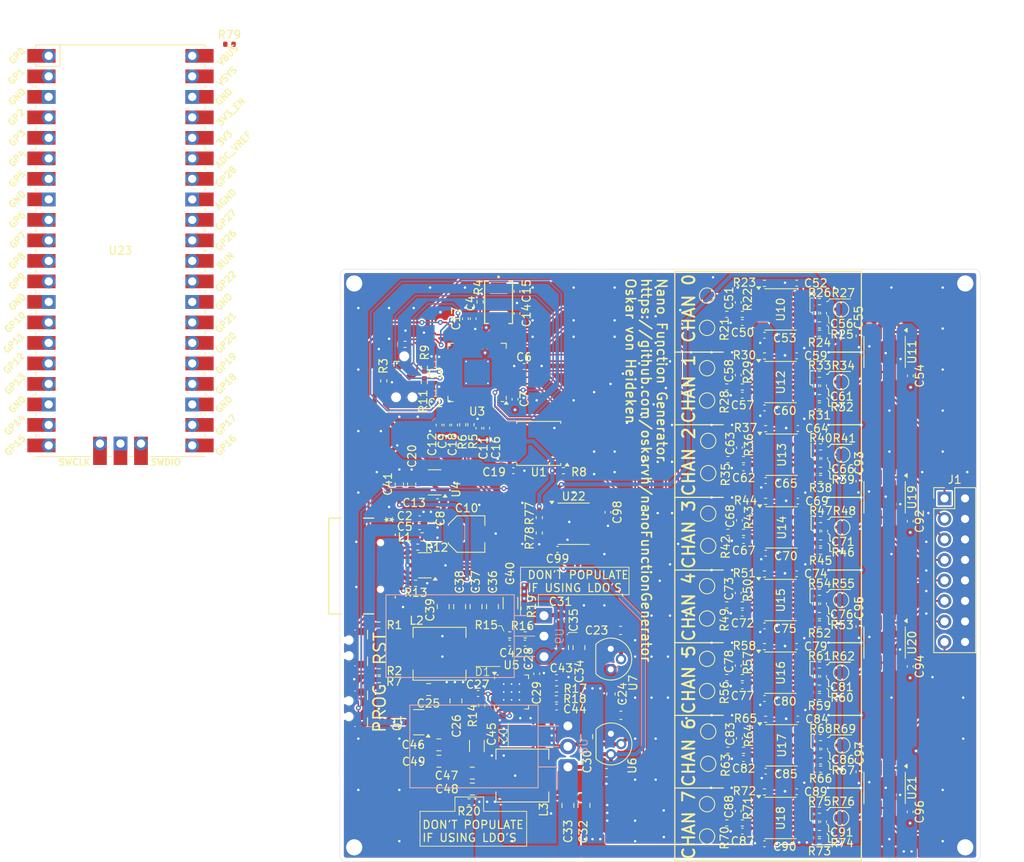
<source format=kicad_pcb>
(kicad_pcb (version 20240108) (generator "pcbnew") (generator_version "8.0")
  (layers (0 "F.Cu" signal) (1 "In1.Cu" signal) (2 "In2.Cu" signal) (31 "B.Cu" signal) (34 "B.Paste" user) (35 "F.Paste" user) (36 "B.SilkS" user "B.Silkscreen") (37 "F.SilkS" user "F.Silkscreen") (38 "B.Mask" user) (39 "F.Mask" user) (44 "Edge.Cuts" user))
  (net 0 "")
  (net 1 "GND")
  (net 2 "+3V3")
  (net 3 "/mcu/XIN")
  (net 4 "Net-(C15-Pad2)")
  (net 5 "Net-(U3-VREG_VOUT)")
  (net 6 "VBUS")
  (net 7 "Net-(J2-CC1)")
  (net 8 "Net-(J2-CC2)")
  (net 9 "Net-(J2-D+-PadA6)")
  (net 10 "Net-(J2-D--PadA7)")
  (net 13 "+5V")
  (net 14 "Net-(J3-~{RESET})")
  (net 15 "Net-(J3-SWCLK)")
  (net 16 "Net-(J3-SWO)")
  (net 17 "Net-(J3-SWDIO)")
  (net 18 "Net-(R1-Pad1)")
  (net 19 "/mcu/RSTn{slash}RUN")
  (net 20 "/mcu/UART0_RX")
  (net 21 "/mcu/XOUT")
  (net 22 "/mcu/USB_RP_P")
  (net 23 "/mcu/USB_RP_N")
  (net 24 "Net-(R7-Pad1)")
  (net 25 "/mcu/QSPI_CSn")
  (net 26 "/mcu/SWCLK")
  (net 27 "/mcu/SWD")
  (net 28 "/mcu/UART0_TX")
  (net 29 "/mcu/QSPI_SD1")
  (net 30 "/mcu/QSPI_SCLK")
  (net 31 "/mcu/QSPI_SD2")
  (net 32 "/mcu/QSPI_SD0")
  (net 33 "/mcu/QSPI_SD3")
  (net 39 "-15V")
  (net 41 "-12V")
  (net 45 "+15V")
  (net 47 "+12V")
  (net 56 "/power/VIN")
  (net 58 "Net-(U5-CP)")
  (net 60 "Net-(U5-CN)")
  (net 61 "Net-(U5-FBP)")
  (net 62 "Net-(U5-VREF)")
  (net 63 "Net-(U5-FBN)")
  (net 64 "/power/INP")
  (net 65 "/power/INP_L")
  (net 66 "Net-(Q1-G)")
  (net 67 "PWM_5A")
  (net 68 "PWM_0A")
  (net 69 "PWM_3A")
  (net 70 "PWM_6A")
  (net 71 "PWM_7A")
  (net 72 "PWM_4A")
  (net 73 "PWM_1A")
  (net 74 "PWM_2A")
  (net 78 "Net-(U10A-+)")
  (net 79 "Net-(U10A--)")
  (net 80 "Net-(C51-Pad1)")
  (net 81 "/AnalogFrontEnd/amplifier and filter/Output")
  (net 82 "Net-(U12A-+)")
  (net 83 "Net-(C58-Pad1)")
  (net 84 "Net-(U12A--)")
  (net 85 "/AnalogFrontEnd/amplifier and filter1/Output")
  (net 86 "Net-(U13A-+)")
  (net 87 "Net-(C63-Pad1)")
  (net 88 "Net-(U13A--)")
  (net 89 "/AnalogFrontEnd/amplifier and filter2/Output")
  (net 90 "Net-(U14A-+)")
  (net 91 "Net-(U14A--)")
  (net 92 "Net-(C68-Pad1)")
  (net 93 "/AnalogFrontEnd/amplifier and filter3/Output")
  (net 94 "Net-(U15A-+)")
  (net 95 "Net-(U15A--)")
  (net 96 "Net-(C73-Pad1)")
  (net 97 "/AnalogFrontEnd/amplifier and filter4/Output")
  (net 98 "Net-(U16A-+)")
  (net 99 "Net-(U16A--)")
  (net 100 "Net-(C78-Pad1)")
  (net 101 "/AnalogFrontEnd/amplifier and filter5/Output")
  (net 102 "Net-(U17A-+)")
  (net 103 "Net-(C83-Pad1)")
  (net 104 "Net-(U17A--)")
  (net 105 "/AnalogFrontEnd/amplifier and filter6/Output")
  (net 106 "Net-(U18A-+)")
  (net 107 "Net-(U18A--)")
  (net 108 "Net-(C88-Pad1)")
  (net 109 "/AnalogFrontEnd/amplifier and filter7/Output")
  (net 110 "Net-(U10B--)")
  (net 111 "Net-(U10B-+)")
  (net 112 "1V65")
  (net 113 "Net-(R26-Pad2)")
  (net 114 "Net-(U12B--)")
  (net 115 "Net-(U12B-+)")
  (net 116 "Net-(R33-Pad2)")
  (net 117 "Net-(U13B--)")
  (net 118 "Net-(U13B-+)")
  (net 119 "Net-(R40-Pad2)")
  (net 120 "Net-(U14B--)")
  (net 121 "Net-(U14B-+)")
  (net 122 "Net-(R47-Pad2)")
  (net 123 "Net-(U15B--)")
  (net 124 "Net-(U15B-+)")
  (net 125 "Net-(R54-Pad2)")
  (net 126 "Net-(U16B--)")
  (net 127 "Net-(U16B-+)")
  (net 128 "Net-(R61-Pad2)")
  (net 129 "Net-(U17B--)")
  (net 130 "Net-(U17B-+)")
  (net 131 "Net-(R68-Pad2)")
  (net 132 "Net-(U18B--)")
  (net 133 "Net-(U18B-+)")
  (net 134 "Net-(R75-Pad2)")
  (net 135 "Net-(U22A-+)")
  (net 139 "Net-(J1-Pin_3)")
  (net 140 "Net-(J1-Pin_13)")
  (net 141 "Net-(J1-Pin_11)")
  (net 142 "Net-(J1-Pin_7)")
  (net 143 "Net-(J1-Pin_1)")
  (net 144 "Net-(J1-Pin_9)")
  (net 145 "Net-(J1-Pin_15)")
  (net 146 "Net-(J1-Pin_5)")
  (net 147 "/mcu/USB_P")
  (net 148 "/mcu/USB_N")
  (net 149 "/power/OUTN")
  (net 150 "Net-(U23-3V3)")
  (footprint "Package_SO:SOIC-8_3.9x4.9mm_P1.27mm" (layer "F.Cu") (at 81.503185 93.4272)
    (property "Reference" "U16")
    (property "Value" "OPA2994IDR")
  )
  (footprint "Capacitor_SMD:C_0805_2012Metric" (layer "F.Cu") (at 56.5404 90.3224 90)
    (property "Reference" "C34")
    (property "Value" "22uF 25V")
  )
  (footprint "Capacitor_SMD:C_0402_1005Metric" (layer "F.Cu") (at 42.4688 49.5808 90)
    (property "Reference" "C17")
    (property "Value" "100nF")
  )
  (footprint "Capacitor_SMD:C_0402_1005Metric" (layer "F.Cu") (at 76.270785 110.5636 90)
    (property "Reference" "C88")
    (property "Value" "100pF")
  )
  (footprint "Resistor_SMD:R_0402_1005Metric" (layer "F.Cu") (at 31.75 87.5284)
    (property "Reference" "R1")
    (property "Value" "1k")
  )
  (footprint "Capacitor_SMD:C_0402_1005Metric" (layer "F.Cu") (at 86.979685 102.8844 90)
    (property "Reference" "C86")
    (property "Value" "100pF")
  )
  (footprint "Resistor_SMD:R_0402_1005Metric" (layer "F.Cu") (at 86.329185 113.3576)
    (property "Reference" "R74")
    (property "Value" "62k")
  )
  (footprint "TestPoint:TestPoint_Pad_D1.5mm" (layer "F.Cu") (at 72.409985 91.7132 90)
    (property "Reference" "TP17" (hide yes))
    (property "Value" "TestPoint")
  )
  (footprint "TestPoint:TestPoint_Pad_D1.5mm" (layer "F.Cu") (at 72.552485 104.7132)
    (property "Reference" "TP19" (hide yes))
    (property "Value" "TestPoint")
  )
  (footprint "Resistor_SMD:R_0402_1005Metric" (layer "F.Cu") (at 86.329185 87.3736 180)
    (property "Reference" "R52")
    (property "Value" "10k")
  )
  (footprint "Capacitor_SMD:C_0805_2012Metric" (layer "F.Cu") (at 43.3324 105.8672)
    (property "Reference" "C47")
    (property "Value" "22uF 25V")
  )
  (footprint "Capacitor_SMD:C_0402_1005Metric" (layer "F.Cu") (at 48.8696 48.9223 -90)
    (property "Reference" "C14")
    (property "Value" "27pF")
  )
  (footprint "Resistor_SMD:R_0402_1005Metric" (layer "F.Cu") (at 85.871985 111.8844 90)
    (property "Reference" "R75")
    (property "Value" "62k")
  )
  (footprint "Capacitor_SMD:C_0402_1005Metric" (layer "F.Cu") (at 47.9552 89.7636)
    (property "Reference" "C42")
    (property "Value" "6.8pF")
  )
  (footprint "Capacitor_SMD:C_0805_2012Metric" (layer "F.Cu") (at 41.3004 96.9264 90)
    (property "Reference" "C26")
    (property "Value" "4.7uF 25V")
  )
  (footprint "Capacitor_SMD:C_0402_1005Metric" (layer "F.Cu") (at 86.837185 48.8844 90)
    (property "Reference" "C56")
    (property "Value" "100pF")
  )
  (footprint "Resistor_SMD:R_0402_1005Metric" (layer "F.Cu") (at 76.780785 85.0368)
    (property "Reference" "R50")
    (property "Value" "33k")
  )
  (footprint "Capacitor_SMD:C_0402_1005Metric" (layer "F.Cu") (at 41.1276 62.738 -90)
    (property "Reference" "C18")
    (property "Value" "100nF")
  )
  (footprint "Resistor_SMD:R_0402_1005Metric" (layer "F.Cu") (at 79.664485 72.2014)
    (property "Reference" "R44")
    (property "Value" "10k")
  )
  (footprint "Capacitor_SMD:C_0402_1005Metric" (layer "F.Cu") (at 76.778785 86.0528)
    (property "Reference" "C72")
    (property "Value" "100pF")
  )
  (footprint "Package_TO_SOT_SMD:SOT-23-5" (layer "F.Cu") (at 38.6588 69.85 180)
    (property "Reference" "U4")
    (property "Value" "TLV77333PDBVR")
  )
  (footprint "Capacitor_SMD:C_0402_1005Metric" (layer "F.Cu") (at 91.227785 69.7072 90)
    (property "Reference" "C93")
    (property "Value" "100nF")
  )
  (footprint "Capacitor_SMD:C_0402_1005Metric" (layer "F.Cu") (at 76.270785 83.5636 90)
    (property "Reference" "C73")
    (property "Value" "100pF")
  )
  (footprint "Capacitor_SMD:C_0603_1608Metric" (layer "F.Cu") (at 34.29 70.0532 90)
    (property "Reference" "C41")
    (property "Value" "10uF")
  )
  (footprint "TestPoint:TestPoint_Pad_D1.5mm" (layer "F.Cu") (at 72.409985 55.7132 90)
    (property "Reference" "TP5" (hide yes))
    (property "Value" "TestPoint")
  )
  (footprint "Package_TO_SOT_SMD:SOT-23-6" (layer "F.Cu") (at 37.4396 80.1257 180)
    (property "Reference" "U2" (hide yes))
    (property "Value" "USBLC6-2SC6")
  )
  (footprint "Capacitor_SMD:C_0805_2012Metric" (layer "F.Cu") (at 45.8216 85.2424 90)
    (property "Reference" "C36")
    (property "Value" "22uF 25V")
  )
  (footprint "MBRM120:MBRM120" (layer "F.Cu") (at 49.276 101.1936)
    (property "Reference" "D2")
    (property "Value" "MBRM120")
  )
  (footprint "Capacitor_SMD:C_0402_1005Metric" (layer "F.Cu") (at 97.577785 92.6602 -90)
    (property "Reference" "C94")
    (property "Value" "100nF")
  )
  (footprint "Resistor_SMD:R_0402_1005Metric" (layer "F.Cu") (at 13.241 15.583)
    (property "Reference" "R79")
    (property "Value" "1k")
  )
  (footprint "Resistor_SMD:R_0402_1005Metric" (layer "F.Cu") (at 86.471685 68.3576)
    (property "Reference" "R39")
    (property "Value" "62k")
  )
  (footprint "Capacitor_SMD:C_0402_1005Metric" (layer "F.Cu") (at 76.921285 68.0528)
    (property "Reference" "C62")
    (property "Value" "100pF")
  )
  (footprint "Capacitor_SMD:C_0402_1005Metric" (layer "F.Cu") (at 48.8696 46.2019 90)
    (property "Reference" "C15")
    (property "Value" "27pF")
  )
  (footprint "Capacitor_SMD:C_0402_1005Metric" (layer "F.Cu") (at 38.7604 58.8518 180)
    (property "Reference" "C1")
    (property "Value" "100nF")
  )
  (footprint "Resistor_SMD:R_0402_1005Metric" (layer "F.Cu") (at 54.612914 68.408)
    (property "Reference" "R8")
    (property "Value" "10k")
  )
  (footprint "Resistor_SMD:R_0402_1005Metric" (layer "F.Cu") (at 44.5008 97.4832 90)
    (property "Reference" "R14")
    (property "Value" "100R")
  )
  (footprint "Capacitor_SMD:C_0402_1005Metric" (layer "F.Cu") (at 76.921285 77.0528)
    (property "Reference" "C67")
    (property "Value" "100pF")
  )
  (footprint "Capacitor_SMD:C_0402_1005Metric" (layer "F.Cu") (at 76.413285 101.5636 90)
    (property "Reference" "C83")
    (property "Value" "100pF")
  )
  (footprint "Capacitor_SMD:C_0603_1608Metric" (layer "F.Cu") (at 59.944 105.8164 180)
    (property "Reference" "C22" (hide yes))
    (property "Value" "0.1uF 25V")
  )
  (footprint "Capacitor_SMD:C_1206_3216Metric" (layer "F.Cu") (at 43.8912 102.5144 -90)
    (property "Reference" "C45")
    (property "Value" "47uF 25V")
  )
  (footprint "Resistor_SMD:R_0402_1005Metric" (layer "F.Cu") (at 49.8856 88.7476 180)
    (property "Reference" "R16")
    (property "Value" "88.7k")
  )
  (footprint "Capacitor_SMD:C_0402_1005Metric" (layer "F.Cu") (at 44.0436 96.012 180)
    (property "Reference" "C27")
    (property "Value" "100nF 25V")
  )
  (footprint "Capacitor_SMD:C_0402_1005Metric" (layer "F.Cu") (at 76.778785 95.0528)
    (property "Reference" "C77")
    (property "Value" "100pF")
  )
  (footprint "Capacitor_SMD:C_0402_1005Metric" (layer "F.Cu") (at 79.521985 87.6276 180)
    (property "Reference" "C75")
    (property "Value" "100nF")
  )
  (footprint "Resistor_SMD:R_0402_1005Metric" (layer "F.Cu") (at 79.521985 54.2014)
    (property "Reference" "R30")
    (property "Value" "10k")
  )
  (footprint "Capacitor_SMD:C_0402_1005Metric" (layer "F.Cu") (at 76.413285 74.5636 90)
    (property "Reference" "C68")
    (property "Value" "100pF")
  )
  (footprint "TestPoint:TestPoint_Pad_D1.5mm" (layer "F.Cu") (at 89.021985 84.4292)
    (property "Reference" "TP15" (hide yes))
    (property "Value" "TestPoint")
  )
  (footprint "USB4110GFA_footprints:USB4110-GF-A_GCT" (layer "F.Cu") (at 29.6672 80.2132 -90)
    (property "Reference" "J2" (hide yes))
    (property "Value" "USB4110GFA")
  )
  (footprint "Package_SO:SOIC-8_3.9x4.9mm_P1.27mm" (layer "F.Cu") (at 55.88 74.9808)
    (property "Reference" "U22")
    (property "Value" "OPA2202ID")
  )
  (footprint "Resistor_SMD:R_0402_1005Metric" (layer "F.Cu") (at 86.471685 69.3736 180)
    (property "Reference" "R38")
    (property "Value" "10k")
  )
  (footprint "Resistor_SMD:R_0402_1005Metric" (layer "F.Cu") (at 53.7464 96.6724)
    (property "Reference" "R18")
    (property "Value" "1M")
  )
  (footprint "Resistor_SMD:R_0402_1005Metric" (layer "F.Cu") (at 51.624 76.1258 90)
    (property "Reference" "R78")
    (property "Value" "100k")
  )
  (footprint "Capacitor_SMD:C_0805_2012Metric" (layer "F.Cu") (at 43.7896 85.2424 90)
    (property "Reference" "C37")
    (property "Value" "22uF 25V")
  )
  (footprint "Package_SO:SOIC-8_3.9x4.9mm_P1.27mm" (layer "F.Cu") (at 81.503185 84.4272)
    (property "Reference" "U15")
    (property "Value" "OPA2994IDR")
  )
  (footprint "TestPoint:TestPoint_Pad_D1.5mm" (layer "F.Cu") (at 72.552485 73.7132 90)
    (property "Reference" "TP11" (hide yes))
    (property "Value" "TestPoint")
  )
  (footprint "Resistor_SMD:R_0402_1005Metric" (layer "F.Cu") (at 76.780785 58.0368)
    (property "Reference" "R29")
    (property "Value" "33k")
  )
  (footprint "Resistor_SMD:R_0402_1005Metric" (layer "F.Cu") (at 74.852385 112.0368)
    (property "Reference" "R70")
    (property "Value" "33k")
  )
  (footprint "Capacitor_SMD:C_0603_1608Metric" (layer "F.Cu") (at 54.2036 87.0712 -90)
    (property "Reference" "C31")
    (property "Value" "0.47uF 25V")
  )
  (footprint "Capacitor_SMD:C_0805_2012Metric" (layer "F.Cu") (at 57.5056 101.346 90)
    (property "Reference" "C30")
    (property "Value" "10uF 25V")
  )
  (footprint "Capacitor_SMD:C_0402_1005Metric" (layer "F.Cu") (at 76.413285 65.5636 90)
    (property "Reference" "C63")
    (property "Value" "100pF")
  )
  (footprint "TestPoint:TestPoint_Pad_D1.5mm" (layer "F.Cu") (at 72.409985 82.7132 90)
    (property "Reference" "TP14" (hide yes))
    (property "Value" "TestPoint")
  )
  (footprint "Package_SO:SOIC-8_5.23x5.23mm_P1.27mm" (layer "F.Cu") (at 51.562 65.024 180)
    (property "Reference" "U1")
    (property "Value" "W25Q32JVSS")
  )
  (footprint "Resistor_SMD:R_0402_1005Metric" (layer "F.Cu") (at 86.329185 50.3576)
    (property "Reference" "R25")
    (property "Value" "62k")
  )
  (footprint "Capacitor_SMD:C_0402_1005Metric" (layer "F.Cu") (at 91.227785 105.7072 90)
    (property "Reference" "C97")
    (property "Value" "100nF")
  )
  (footprint "Resistor_SMD:R_0402_1005Metric" (layer "F.Cu") (at 79.521985 45.2014)
    (property "Reference" "R23")
    (property "Value" "10k")
  )
  (footprint "Capacitor_SMD:C_0805_2012Metric" (layer "F.Cu") (at 39.182 102.362 180)
    (property "Reference" "C46")
    (property "Value" "22uF 25V")
  )
  (footprint "Capacitor_SMD:C_0805_2012Metric" (layer "F.Cu") (at 54.5084 90.3224 90)
    (property "Reference" "C35")
    (property "Value" "10uF 25V")
  )
  (footprint "Capacitor_SMD:C_0402_1005Metric" (layer "F.Cu") (at 49.7332 55.499)
    (property "Reference" "C6")
    (property "Value" "100nF")
  )
  (footprint "Capacitor_SMD:C_0402_1005Metric" (layer "F.Cu") (at 79.664485 78.6276 180)
    (property "Reference" "C70")
    (property "Value" "100nF")
  )
  (footprint "Resistor_SMD:R_0402_1005Metric" (layer "F.Cu") (at 31.8008 93.3196 180)
    (property "Reference" "R2")
    (property "Value" "10k")
  )
  (footprint "Package_SO:SOIC-8_3.9x4.9mm_P1.27mm" (layer "F.Cu") (at 81.503185 111.4272)
    (property "Reference" "U18")
    (property "Value" "OPA2994IDR")
  )
  (footprint "TestPoint:TestPoint_Pad_D1.5mm" (layer "F.Cu") (at 72.409985 46.7132 90)
    (property "Reference" "TP2" (hide yes))
    (property "Value" "TestPoint")
  )
  (footprint "TestPoint:TestPoint_Pad_D1.5mm" (layer "F.Cu") (at 89.021985 93.4292)
    (property "Reference" "TP18" (hide yes))
    (property "Value" "TestPoint")
  )
  (footprint "Capacitor_SMD:C_0402_1005Metric" (layer "F.Cu") (at 97.577785 74.6602 -90)
    (property "Reference" "C92")
    (property "Value" "100nF")
  )
  (footprint "Inductor_SMD:L_Vishay_IHLP-2525" (layer "F.Cu") (at 49.53 106.172)
    (property "Reference" "L3")
    (property "Value" "10uH B82462G4103M")
  )
  (footprint "Resistor_SMD:R_0402_1005Metric" (layer "F.Cu") (at 32.3596 57.277 -90)
    (property "Reference" "R3")
    (property "Value" "100")
  )
  (footprint "Inductor_SMD:L_Vishay_IHLP-2525" (layer "F.Cu") (at 39.2684 91.0844)
    (property "Reference" "L2")
    (property "Value" "10uH B82462G4103M")
  )
  (footprint "Capacitor_SMD:C_0402_1005Metric" (layer "F.Cu") (at 76.921285 104.0528)
    (property "Reference" "C82")
    (property "Value" "100pF")
  )
  (footprint "Capacitor_SMD:C_0402_1005Metric" (layer "F.Cu") (at 45.1104 63.1444 -90)
    (property "Reference" "C16")
    (property "Value" "1uF")
  )
  (footprint "TestPoint:TestPoint_Pad_D1.5mm" (layer "F.Cu") (at 72.552485 77.7132)
    (property "Reference" "TP10" (hide yes))
    (property "Value" "TestPoint")
  )
  (footprint "Resistor_SMD:R_0402_1005Metric" (layer "F.Cu") (at 86.329185 114.3736 180)
    (property "Reference" "R73")
    (property "Value" "10k")
  )
  (footprint "Resistor_SMD:R_0402_1005Metric" (layer "F.Cu") (at 86.329185 56.462)
    (property "Reference" "R34")
    (property "Value" "33k")
  )
  (footprint "Capacitor_SMD:C_0402_1005Metric" (layer "F.Cu") (at 38.2016 74.8792 90)
    (property "Reference" "C8")
    (property "Value" "100nF")
  )
  (footprint "Resistor_SMD:R_0402_1005Metric" (layer "F.Cu") (at 86.329185 96.3736 180)
    (property "Reference" "R59")
    (property "Value" "10k")
  )
  (footprint "Package_TO_SOT_THT:TO-92" (layer "F.Cu") (at 60.4984 100.9904 -90)
    (property "Reference" "U6")
    (property "Value" "di79l12zab")
  )
  (footprint "445I23D12M00000_footprint:445I23D12M00000_CTS-L" (layer "F.Cu") (at 46.5836 47.5507 -90)
    (property "Reference" "Y1" (hide yes))
    (property "Value" "445I23D12M00000")
  )
  (footprint "TestPoint:TestPoint_Pad_D1.5mm" (layer "F.Cu") (at 72.409985 86.7132)
    (property "Reference" "TP13" (hide yes))
    (property "Value" "TestPoint")
  )
  (footprint "Capacitor_SMD:C_0805_2012Metric" (layer "F.Cu") (at 37.9222 95.5164)
    (property "Reference" "C25")
    (property "Value" "4.7uF 25V")
  )
  (footprint "Capacitor_SMD:C_0402_1005Metric" (layer "F.Cu") (at 83.649685 63.176 180)
    (property "Reference" "C64")
    (property "Value" "100nF")
  )
  (footprint "Resistor_SMD:R_0402_1005Metric" (layer "F.Cu") (at 74.994885 67.0368)
    (property "Reference" "R35")
    (property "Value" "33k")
  )
  (footprint "Resistor_SMD:R_0402_1005Metric" (layer "F.Cu") (at 86.014485 102.8844 90)
    (property "Reference" "R68")
    (property "Value" "62k")
  )
  (footprint "Resistor_SMD:R_0402_1005Metric" (layer "F.Cu") (at 76.780785 112.0368)
    (property "Reference" "R71")
    (property "Value" "33k")
  )
  (footprint "Resistor_SMD:R_0402_1005Metric" (layer "F.Cu") (at 79.521985 81.2014)
    (property "Reference" "R51")
    (property "Value" "10k")
  )
  (footprint "TestPoint:TestPoint_Pad_D1.5mm" (layer "F.Cu") (at 72.552485 68.7132)
    (property "Reference" "TP7" (hide yes))
    (property "Value" "TestPoint")
  )
  (footprint "Capacitor_SMD:C_0805_2012Metric" (layer "F.Cu") (at 41.7576 85.2424 90)
    (property "Reference" "C38")
    (property "Value" "22uF 25V")
  )
  (footprint "Capacitor_SMD:C_0402_1005Metric" (layer "F.Cu") (at 91.238785 51.7072 90)
    (property "Reference" "C55")
    (property "Value" "100nF")
  )
  (footprint "Capacitor_SMD:C_0402_1005Metric" (layer "F.Cu") (at 91.227785 87.7072 90)
    (property "Reference" "C95")
    (property "Value" "100nF")
  )
  (footprint "TestPoint:TestPoint_Pad_D1.5mm" (layer "F.Cu") (at 72.552485 100.7132 90)
    (property "Reference" "TP20" (hide yes))
    (property "Value" "TestPoint")
  )
  (footprint "Package_SO:SOIC-8_3.9x4.9mm_P1.27mm" (layer "F.Cu") (at 81.503185 57.4272)
    (property "Reference" "U12")
    (property "Value" "OPA2994IDR")
  )
  (footprint "Connector:Tag-Connect_TC2030-IDC-NL_2x03_P1.27mm_Vertical" (layer "F.Cu") (at 34.8996 56.769 -90)
    (property "Reference" "J3" (hide yes))
    (property "Value" "Conn_ARM_SWD_TagConnect_TC2030-NL")
  )
  (footprint "Resistor_SMD:R_0402_1005Metric" (layer "F.Cu") (at 43.1584 62.7146 -90)
    (property "Reference" "R5")
    (property "Value" "27R")
  )
  (footprint "TestPoint:TestPoint_Pad_D1.5mm" (layer "F.Cu") (at 72.409985 113.7132)
    (property "Reference" "TP22" (hide yes))
    (property "Value" "TestPoint")
  )
  (footprint "Resistor_SMD:R_0402_1005Metric" (layer "F.Cu") (at 86.471685 101.462)
    (property "Reference" "R69")
    (property "Value" "33k")
  )
  (footprint "TestPoint:TestPoint_Pad_D1.5mm" (layer "F.Cu") (at 89.164485 102.4292)
    (property "Reference" "TP21" (hide yes))
    (property "Value" "TestPoint")
  )
  (footprint "Resistor_SMD:R_0402_1005Metric" (layer "F.Cu") (at 86.329185 59.3576)
    (property "Reference" "R32")
    (property "Value" "62k")
  )
  (footprint "Resistor_SMD:R_0402_1005Metric" (layer "F.Cu") (at 79.521985 108.2014)
    (property "Reference" "R72")
    (property "Value" "10k")
  )
  (footprint "Capacitor_SMD:C_0402_1005Metric" (layer "F.Cu") (at 83.507185 90.176 180)
    (property "Reference" "C79")
    (property "Value" "100nF")
  )
  (footprint "Resistor_SMD:R_0402_1005Metric" (layer "F.Cu") (at 86.329185 51.3736 180)
    (property "Reference" "R24")
    (property "Value" "10k")
  )
  (footprint "Resistor_SMD:R_0402_1005Metric" (layer "F.Cu") (at 37.3888 57.4802 90)
    (property "Reference" "R11")
    (property "Value" "100")
  )
  (footprint "Capacitor_SMD:C_Elec_4x5.4" (layer "F.Cu") (at 42.6212 76.2508)
    (property "Reference" "C10")
    (property "Value" "4.7uF")
  )
  (footprint "Resistor_SMD:R_0402_1005Metric" (layer "F.Cu") (at 74.852385 94.0368)
    (property "Reference" "R56")
    (property "Value" "33k")
  )
  (footprint "Resistor_SMD:R_0402_1005Metric" (layer "F.Cu") (at 79.664485 99.2014)
    (property "Reference" "R65")
    (property "Value" "10k")
  )
  (footprint "TestPoint:TestPoint_Pad_D1.5mm" (layer "F.Cu") (at 72.552485 64.7132 90)
    (property "Reference" "TP8" (hide yes))
    (property "Value" "TestPoint")
  )
  (footprint "Capacitor_SMD:C_0402_1005Metric" (layer "F.Cu") (at 48.415314 68.408)
    (property "Reference" "C19")
    (property "Value" "100nF")
  )
  (footprint "Resistor_SMD:R_0402_1005Metric" (layer "F.Cu") (at 85.871985 48.8844 90)
    (property "Reference" "R26")
    (property "Value" "62k")
  )
  (footprint "Capacitor_SMD:C_0603_1608Metric" (layer "F.Cu") (at 61.7306 98.7044 180)
    (property "Reference" "C21" (hide yes))
    (property "Value" "0.33uF 25V")
  )
  (footprint "Capacitor_SMD:C_0402_1005Metric" (layer "F.Cu") (at 83.649685 72.176 180)
    (property "Reference" "C69")
    (property "Value" "100nF")
  )
  (footprint "Inductor_SMD:L_0603_1608Metric" (layer "F.Cu") (at 37.1095 76.6064 180)
    (property "Reference" "L1")
    (property "Value" "BLM03PX330SN1D")
  )
  (footprint "Package_SO:SOIC-8_3.9x4.9mm_P1.27mm" (layer "F.Cu") (at 94.402785 53.7052 -90)
    (property "Reference" "U11")
    (property "Value" "OPA2202ID")
  )
  (footprint "Package_SO:SOIC-8_3.9x4.9mm_P1.27mm" (layer "F.Cu") (at 94.402785 71.7052 -90)
    (property "Reference" "U19")
    (property "Value" "OPA2202ID")
  )
  (footprint "MCU_RaspberryPi_and_Boards:RPi_Pico_SMD_TH" (layer "F.Cu") (at -0.254 41.148)
    (property "Reference" "U23")
    (property "Value" "Pico")
  )
  (footprint "Resistor_SMD:R_0402_1005Metric" (layer "F.Cu") (at 86.014485 75.8844 90)
    (property "Reference" "R47")
    (property "Value" "62k")
  )
  (footprint "Resistor_SMD:R_0402_1005Metric" (layer "F.Cu") (at 35.0012 52.7558 180)
    (property "Reference" "R10" (hide yes))
    (property "Value" "100")
  )
  (footprint "Resistor_SMD:R_0402_1005Metric" (layer "F.Cu") (at 49.7586 85.458 -90)
    (property "Reference" "R19")
    (property "Value" "DNM")
  )
  (footprint "Capacitor_SMD:C_0603_1608Metric" (layer "F.Cu") (at 35.814 70.0532 90)
    (property "Reference" "C20")
    (property "Value" "1uF")
  )
  (footprint "Capacitor_SMD:C_1206_3216Metric" (layer "F.Cu") (at 48.0568 84.7976 90)
    (property "Reference" "C40")
    (property "Value" "47uF 25V")
  )
  (footprint "Resistor_SMD:R_0402_1005Metric" (layer "F.Cu") (at 86.329185 110.462)
    (property "Reference" "R76")
    (property "Value" "33k")
  )
  (footprint "Resistor_SMD:R_0402_1005Metric" (layer "F.Cu") (at 85.871985 84.8844 90)
    (property "Reference" "R54")
    (property "Value" "62k")
  )
  (footprint "Resistor_SMD:R_0402_1005Metric" (layer "F.Cu") (at 74.994885 76.0368)
    (property "Reference" "R42")
    (property "Value" "33k")
  )
  (footprint "Resistor_SMD:R_0402_1005Metric" (layer "F.Cu") (at 86.471685 74.462)
    (property "Reference" "R48")
    (property "Value" "33k")
  )
  (footprint "Capacitor_SMD:C_0402_1005Metric" (layer "F.Cu") (at 39.2176 62.7438 -90)
    (property "Reference" "C12")
    (property "Value" "1uF")
  )
  (footprint "Resistor_SMD:R_0402_1005Metric" (layer "F.Cu") (at 47.9552 88.7476 180)
    (property "Reference" "R15")
    (property "Value" "1M")
  )
  (footprint "Resistor_SMD:R_0402_1005Metric" (layer "F.Cu") (at 76.923285 76.0368)
    (property "Reference" "R43")
    (property "Value" "33k")
  )
  (footprint "Capacitor_SMD:C_0402_1005Metric" (layer "F.Cu") (at 83.649685 99.176 180)
    (property "Reference" "C84")
    (property "Value" "100nF")
  )
  (footprint "Resistor_SMD:R_0402_1005Metric" (layer "F.Cu") (at 79.521985 90.2014)
    (property "Reference" "R58")
    (property "Value" "10k")
  )
  (footprint "Capacitor_SMD:C_0402_1005Metric" (layer "F.Cu") (at 48.6156 59.563 -90)
    (property "Reference" "C7")
    (property "Value" "100nF")
  )
  (footprint "Capacitor_SMD:C_0402_1005Metric" (layer "F.Cu") (at 79.521985 51.6276 180)
    (property "Reference" "C53")
    (property "Value" "100nF")
  )
  (footprint "Capacitor_SMD:C_0402_1005Metric" (layer "F.Cu") (at 38.7604 55.245 180)
    (property "Reference" "C3")
    (property "Value" "100nF")
  )
  (footprint "Button_Switch_SMD:SW_SPST_CK_KMS2xxGP" (layer "F.Cu") (at 28.7908 97.8916 -90)
    (property "Reference" "SW1" (hide yes))
    (property "Value" "CK_KMS2xxGP")
  )
  (footprint "Resistor_SMD:R_0402_1005Metric" (layer "F.Cu") (at 85.871985 57.8844 90)
    (property "Reference" "R33")
    (property "Value" "62k")
  )
  (footprint "Resistor_SMD:R_0402_1005Metric" (layer "F.Cu") (at 42.1424 62.7146 -90)
    (property "Reference" "R6")
    (property "Value" "27R")
  )
  (footprint "Capacitor_SMD:C_0402_1005Metric" (layer "F.Cu") (at 79.521985 114.6276 180)
    (property "Reference" "C90")
    (property "Value" "100nF")
  )
  (footprint "Capacitor_SMD:C_0402_1005Metric" (layer "F.Cu") (at 76.270785 47.5636 90)
    (property "Reference" "C51")
    (property "Value" "100pF")
  )
  (footprint "Resistor_SMD:R_0402_1005Metric" (layer "F.Cu") (at 51.624 74.2208 90)
    (property "Reference" "R77")
    (property "Value" "100k")
  )
  (footprint "Package_SO:SOIC-8_3.9x4.9mm_P1.27mm" (layer "F.Cu") (at 81.645685 66.4272)
    (property "Reference" "U13")
    (property "Value" "OPA2994IDR")
  )
  (footprint "Capacitor_SMD:C_0402_1005Metric" (layer "F.Cu") (at 53.7464 94.0308)
    (property "Reference" "C43")
    (property "Value" "220nF 25V")
  )
  (footprint "Capacitor_SMD:C_0402_1005Metric" (layer "F.Cu") (at 76.778785 59.0528)
    (property "Reference" "C57")
    (property "Value" "100pF")
  )
  (footprint "Capacitor_SMD:C_0402_1005Metric" (layer "F.Cu") (at 79.664485 69.6276 180)
    (property "Reference" "C65")
    (property "Value" "100nF")
  )
  (footprint "Resistor_SMD:R_0402_1005Metric" (layer "F.Cu") (at 86.471685 77.3576)
    (property "Reference" "R46")
    (property "Value" "62k")
  )
  (footprint "Package_DFN_QFN:VQFN-24-1EP_4x4mm_P0.5mm_EP2.45x2.45mm_ThermalVias" (layer "F.Cu") (at 48.1892 95.8151)
    (property "Reference" "U5")
    (property "Value" "TPS65131RGE")
  )
  (footprint "TestPoint:TestPoint_Pad_D1.5mm" (layer "F.Cu") (at 89.164485 75.4292)
    (property "Reference" "TP12" (hide yes))
    (property "Value" "TestPoint")
  )
  (footprint "Resistor_SMD:R_0402_1005Metric" (layer "F.Cu") (at 79.664485 63.2014)
    (property "Reference" "R37")
    (property "Value" "10k")
  )
  (footprint "Capacitor_SMD:C_0402_1005Metric" (layer "F.Cu") (at 36.802 75.3364)
    (property "Reference" "C5")
    (property "Value" "10nF")
  )
  (footprint "Resistor_SMD:R_0402_1005Metric" (layer "F.Cu") (at 44.2976 47.493357 -90)
    (property "Reference" "R4")
    (property "Value" "1k")
  )
  (footprint "Capacitor_SMD:C_0402_1005Metric" (layer "F.Cu") (at 76.778785 50.0528)
    (property "Reference" "C50")
    (property "Value" "100pF")
  )
  (footprint "Capacitor_SMD:C_0402_1005Metric" (layer "F.Cu") (at 86.979685 66.8844 90)
    (property "Reference" "C66")
    (property "Value" "100pF")
  )
  (footprint "Capacitor_SMD:C_0402_1005Metric" (layer "F.Cu") (at 86.837185 93.8844 90)
    (property "Reference" "C81")
    (property "Value" "100pF")
  )
  (footprint "TestPoint:TestPoint_Pad_D1.5mm" (layer "F.Cu") (at 72.409985 50.7132)
    (property "Reference" "TP1" (hide yes))
    (property "Value" "TestPoint")
  )
  (footprint "Resistor_SMD:R_0402_1005Metric" (layer "F.Cu") (at 42.926 109.4232 180)
    (property "Reference" "R20")
    (property "Value" "DNM")
  )
  (footprint "Capacitor_SMD:C_0603_1608Metric" (layer "F.Cu") (at 60.5028 96.0628 -90)
    (property "Reference" "C24")
    (property "Value" "0.1uF 25V")
  )
  (footprint "Resistor_SMD:R_0402_1005Metric" (layer "F.Cu") (at 36.576 77.8764)
    (property "Reference" "R12")
    (property "Value" "5.1k")
  )
  (footprint "Resistor_SMD:R_0402_1005Metric" (layer "F.Cu") (at 86.471685 78.3736 180)
    (property "Reference" "R45")
    (property "Value" "10k")
  )
  (footprint "Package_DFN_QFN:QFN-56-1EP_7x7mm_P0.4mm_EP3.2x3.2mm_ThermalVias" (layer "F.Cu") (at 43.9204 56.2318 180)
    (property "Reference" "U3")
    (property "Value" "RP2040")
  )
  (footprint "Capacitor_SMD:C_0603_1608Metric" (layer "F.Cu") (at 39.0144 72.39 180)
    (property "Reference" "C13")
    (property "Value" "1uF")
  )
  (footprint "Resistor_SMD:R_0402_1005Metric" (layer "F.Cu") (at 76.780785 49.0368)
    (property "Reference" "R22")
    (property "Value" "33k")
  )
  (footprint "Capacitor_SMD:C_0402_1005Metric" (layer "F.Cu") (at 79.664485 105.6276 180)
    (property "Reference" "C85")
    (property "Value" "100nF")
  )
  (footprint "Resistor_SMD:R_0402_1005Metric" (layer "F.Cu") (at 37.3888 55.6006 -90)
    (property "Reference" "R9")
    (property "Value" "100")
  )
  (footprint "Resistor_SMD:R_0402_1005Metric" (layer "F.Cu") (at 76.780785 94.0368)
    (property "Reference" "R57")
    (property "Value" "33k")
  )
  (footprint "Capacitor_SMD:C_0402_1005Metric" (layer "F.Cu") (at 86.979685 75.8844 90)
    (property "Reference" "C71")
    (property "Value" "100pF")
  )
  (footprint "Resistor_SMD:R_0402_1005Metric" (layer "F.Cu") (at 74.852385 49.0368)
    (property "Reference" "R21")
    (property "Value" "33k")
  )
  (footprint "Capacitor_SMD:C_0402_1005Metric" (layer "F.Cu") (at 40.1828 62.7438 -90)
    (property "Reference" "C9")
    (property "Value" "100nF")
  )
  (footprint "TestPoint:TestPoint_Pad_D1.5mm" (layer "F.Cu") (at 72.409985 95.7132)
    (property "Reference" "TP16" (hide yes))
    (property "Value" "TestPoint")
  )
  (footprint "Capacitor_SMD:C_0603_1608Metric" (layer "F.Cu") (at 61.6972 88.1888 180)
    (property "Reference" "C23")
    (property "Value" "0.33uF 25V")
  )
  (footprint "TestPoint:TestPoint_Pad_D1.5mm" (layer "F.Cu") (at 89.021985 57.4292)
    (property "Reference" "TP6" (hide yes))
    (property "Value" "TestPoint")
  )
  (footprint "Resistor_SMD:R_0402_1005Metric" (layer "F.Cu") (at 86.329185 86.3576)
    (property "Reference" "R53")
    (property "Value" "62k")
  )
  (footprint "Capacitor_SMD:C_0805_2012Metric" (layer "F.Cu") (at 39.7256 85.2424 90)
    (property "Reference" "C39")
    (property "Value" "22uF 25V")
  )
  (footprint "Resistor_SMD:R_0402_1005Metric" (layer "F.Cu") (at 86.471685 65.462)
    (property "Reference" "R41")
    (property "Value" "33k")
  )
  (footprint "Capacitor_SMD:C_0402_1005Metric" (layer "F.Cu") (at 36.802 74.3712)
    (property "Reference" "C2")
    (property "Value" "100nF")
  )
  (footprint "Connector_PinHeader_2.54mm:PinHeader_2x08_P2.54mm_Vertical" (layer "F.Cu") (at 101.823185 71.8382)
    (property "Reference" "J1")
    (property "Value" "Conn_02x08_Odd_Even")
  )
  (footprint "Capacitor_SMD:C_0402_1005Metric" (layer "F.Cu") (at 49.8576 89.7636)
    (property "Reference" "C28")
    (property "Value" "10nF")
  )
  (footprint "Capacitor_SMD:C_0402_1005Metric" (layer "F.Cu") (at 44.1452 63.1444 -90)
    (property "Reference" "C11")
    (property "Value" "100nF")
  )
  (footprint "Package_SO:SOIC-8_3.9x4.9mm_P1.27mm" (layer "F.Cu") (at 81.503185 48.4272)
    (property "Reference" "U10")
    (property "Value" "OPA2994IDR")
  )
  (footprint "Capacitor_SMD:C_0805_2012Metric" (layer "F.Cu") (at 57.1628 109.8652 -90)
    (property "Reference" "C32")
    (property "Value" "10uF 25V")
  )
  (footprint "MBRM120:MBRM120" (layer "F.Cu") (at 45.2628 91.1615 90)
    (property "Reference" "D1")
    (property "Value" "MBRM120")
  )
  (footprint "Package_SO:SOIC-8_3.9x4.9mm_P1.27mm" (layer "F.Cu") (at 94.402785 89.7052 -90)
    (property "Reference" "U20")
    (property "Value" "OPA2202ID")
  )
  (footprint "Capacitor_SMD:C_0402_1005Metric" (layer "F.Cu") (at 79.521985 60.6276 180)
    (property "Reference" "C60")
    (property "Value" "100nF")
  )
  (footprint "Capacitor_SMD:C_0402_1005Metric" (layer "F.Cu") (at 83.507185 81.176 180)
    (property "Reference" "C74")
    (property "Value" "100nF")
  )
  (footprint "TestPoint:TestPoint_Pad_D1.5mm" (layer "F.Cu") (at 89.021985 48.4292)
    (property "Reference" "TP3" (hide yes))
    (property "Value" "TestPoint")
  )
  (footprint "Capacitor_SMD:C_0402_1005Metric" (layer "F.Cu") (at 86.837185 57.8844 90)
    (property "Reference" "C61")
    (property "Value" "100pF")
  )
  (footprint "Resistor_SMD:R_0402_1005Metric" (layer "F.Cu") (at 31.8008 94.2848)
    (property "Reference" "R7")
    (property "Value" "1k")
  )
  (footprint "Capacitor_SMD:C_0402_1005Metric" (layer "F.Cu") (at 97.577785 110.6602 -90)
    (property "Reference" "C96")
    (property "Value" "100nF")
  )
  (footprint "Resistor_SMD:R_0402_1005Metric" (layer "F.Cu") (at 76.923285 103.0368)
    (property "Reference" "R64")
    (property "Value" "33k")
  )
  (footprint "Resistor_SMD:R_0402_1005Metric" (layer "F.Cu") (at 86.014485 66.8844 90)
    (property "Reference" "R40")
    (property "Value" "62k")
  )
  (footprint "Capacitor_SMD:C_0402_1005Metric" (layer "F.Cu") (at 86.837185 84.8844 90)
    (property "Reference" "C76")
    (property "Value" "100pF")
  )
  (footprint "Package_SO:SOIC-8_3.9x4.9mm_P1.27mm" (layer "F.Cu") (at 81.645685 75.4272)
    (property "Reference" "U14")
    (property "Value" "OPA2994IDR")
  )
  (footprint "Capacitor_SMD:C_0402_1005Metric" (layer "F.Cu") (at 53.7692 97.6884 180)
    (property "Reference" "C44")
    (property "Value" "7.5pF")
  )
  (footprint "Resistor_SMD:R_0402_1005Metric" (layer "F.Cu") (at 74.852385 85.0368)
    (property "Reference" "R49")
    (property "Value" "33k")
  )
  (footprint "TestPoint:TestPoint_Pad_D1.5mm" (layer "F.Cu") (at 72.409985 59.7132)
    (property "Reference" "TP4" (hide yes))
    (property "Value" "TestPoint")
  )
  (footprint "Capacitor_SMD:C_0402_1005Metric" (layer "F.Cu") (at 76.270785 92.5636 90)
    (property "Reference" "C78")
    (property "Value" "100pF")
  )
  (footprint "Capacitor_SMD:C_0402_1005Metric" (layer "F.Cu") (at 83.507185 45.176 180)
    (property "Reference" "C52")
    (property "Value" "100nF")
  )
  (footprint "Capacitor_SMD:C_0402_1005Metric" (layer "F.Cu") (at 51.308 93.5736 90)
    (property "Reference" "C29")
    (property "Value" "4.7nF")
  )
  (footprint "Resistor_SMD:R_0402_1005Metric" (layer "F.Cu") (at 86.329185 83.462)
    (property "Reference" "R55")
    (property "Value" "33k")
  )
  (footprint "Resistor_SMD:R_0402_1005Metric" (layer "F.Cu") (at 86.329185 92.462)
    (property "Reference" "R62")
    (property "Value" "33k")
  )
  (footprint "Package_TO_SOT_THT:TO-92" (layer "F.Cu") (at 60.478 90.4748 -90)
    (property "Reference" "U7")
    (property "Value" "di78l12zab")
  )
  (footprint "Resistor_SMD:R_0402_1005Metric" (layer "F.Cu") (at 74.852385 58.0368)
    (property "Reference" "R28")
    (property "Value" "33k")
  )
  (footprint "Capacitor_SMD:C_0402_1005Metric" (layer "F.Cu") (at 83.507185 108.176 180)
    (property "Reference" "C89")
    (property "Value" "100nF")
  )
  (footprint "Package_SO:SOIC-8_3.9x4.9mm_P1.27mm" (layer "F.Cu") (at 94.402785 107.7052 -90)
    (property "Reference" "U21")
    (property "Value" "OPA2202ID")
  )
  (footprint "Capacitor_SMD:C_0402_1005Metric" (layer "F.Cu") (at 83.507185 54.176 180)
    (property "Reference" "C59")
    (property "Value" "100nF")
  )
  (footprint "Capacitor_SMD:C_0402_1005Metric" (layer "F.Cu") (at 76.778785 113.0528)
    (property "Reference" "C87")
    (property "Value" "100pF")
  )
  (footprint "Capacitor_SMD:C_0805_2012Metric" (layer "F.Cu") (at 55.1688 109.8804 -90)
    (property "Reference" "C33")
    (property "Value" "10uF 25V")
  )
  (footprint "Capacitor_SMD:C_0402_1005Metric" (layer "F.Cu") (at 43.434 49.5808 90)
    (property "Reference" "C4")
    (property "Value" "100nF")
  )
  (footprint "TestPoint:TestPoint_Pad_D1.5mm" (layer "F.Cu") (at 72.409985 109.7132 90)
    (property "Reference" "TP23" (hide yes))
    (property "Value" "TestPoint")
  )
  (footprint "Resistor_SMD:R_0402_1005Metric" (layer "F.Cu") (at 86.471685 104.3576)
    (property "Reference" "R67")
    (property "Value" "62k")
  )
  (footprint "TestPoint:TestPoint_Pad_D1.5mm" (layer "F.Cu") (at 89.164485 66.4292)
    (property "Reference" "TP9" (hide yes))
    (property "Value" "TestPoint")
  )
  (footprint "Button_Switch_SMD:SW_SPST_CK_KMS2xxGP" (layer "F.Cu") (at 28.7908 90.3634 -90)
    (property "Reference" "SW2" (hide yes))
    (property "Value" "CK_KMS2xxGP")
  )
  (footprint "Capacitor_SMD:C_0402_1005Metric" (layer "F.Cu") (at 86.837185 111.8844 90)
    (property "Reference" "C91")
    (property "Value" "100pF")
  )
  (footprint "Capacitor_SMD:C_0402_1005Metric" (layer "F.Cu") (at 60.133 73.5558 -90)
    (property "Reference" "C98")
    (property "Value" "100nF")
  )
  (footprint "Capacitor_SMD:C_0402_1005Metric" (layer "F.Cu") (at 76.270785 56.5636 90)
    (property "Reference" "C58")
    (property "Value" "100pF")
  )
  (footprint "Resistor_SMD:R_0402_1005Metric" (layer "F.Cu") (at 53.7744 95.4532)
    (property "Reference" "R17")
    (property "Value" "80.6k")
  )
  (footprint "Resistor_SMD:R_0402_1005Metric" (layer "F.Cu") (at 36.322 82.3468)
    (property "Reference" "R13")
    (property "Value" "5.1k")
  )
  (footprint "TestPoint:TestPoint_Pad_D1.5mm" (layer "F.Cu") (at 89.021985 111.4292)
    (property "Reference" "TP24" (hide yes))
    (property "Value" "TestPoint")
  )
  (footprint "Resistor_SMD:R_0402_1005Metric" (layer "F.Cu") (at 86.471685 105.3736 180)
    (property "Reference" "R66")
    (property "Value" "10k")
  )
  (footprint "Resistor_SMD:R_0402_1005Metric" (layer "F.Cu") (at 85.871985 93.8844 90)
    (property "Reference" "R61")
    (property "Value" "62k")
  )
  (footprint "Resistor_SMD:R_0402_1005Metric" (layer "F.Cu") (at 86.329185 60.3736 180)
    (property "Reference" "R31")
    (property "Value" "10k")
  )
  (footprint "Capacitor_SMD:C_0402_1005Metric" (layer "F.Cu") (at 53.882 78.1558 180)
    (property "Reference" "C99")
    (property "Value" "100nF")
  )
  (footprint "Package_TO_SOT_SMD:SOT-23" (layer "F.Cu") (at 36.7007 99.568 180)
    (property "Reference" "Q1")
    (property "Value" "SI2301CDS-T1-E3")
  )
  (footprint "Resistor_SMD:R_0402_1005Metric" (layer "F.Cu") (at 86.329185 95.3576)
    (property "Reference" "R60")
    (property "Value" "62k")
  )
  (footprint "Capacitor_SMD:C_0805_2012Metric" (layer "F.Cu") (at 39.1958 104.394 180)
    (property "Reference" "C49")
    (property "Value" "22uF 25V")
  )
  (footprint "Capacitor_SMD:C_0402_1005Metric" (layer "F.Cu") (at 79.521985 96.6276 180)
    (property "Reference" "C80")
    (property "Value" "100nF")
  )
  (footprint "Resistor_SMD:R_0402_1005Metric" (layer "F.Cu") (at 86.329185 47.462)
    (property "Reference" "R27")
    (property "Value" "33k")
  )
  (footprint "Resistor_SMD:R_0402_1005Metric" (layer "F.Cu") (at 74.994885 103.0368)
    (property "Reference" "R63")
    (property "Value" "33k")
  )
  (footprint "Capacitor_SMD:C_0805_2012Metric" (layer "F.Cu") (at 43.3324 107.8484)
    (property "Reference" "C48")
    (property "Value" "22uF 25V")
  )
  (footprint "Resistor_SMD:R_0402_1005Metric" (layer "F.Cu") (at 76.923285 67.0368)
    (property "Reference" "R36")
    (property "Value" "33k")
  )
  (footprint "Package_SO:SOIC-8_3.9x4.9mm_P1.27mm" (layer "F.Cu") (at 81.645685 102.4272)
    (property "Reference" "U17")
    (property "Value" "OPA2994IDR")
  )
  (footprint "Capacitor_SMD:C_0402_1005Metric" (layer "F.Cu") (at 97.588785 56.6602 -90)
    (property "Reference" "C54")
    (property "Value" "100nF")
  )
  (footprint "TO-220-3_no_hole:TO-220-3_no_hole" (layer "B.Cu") (at 54.6505 88.9 -90)
    (property "Reference" "U9")
    (property "Value" "LM2940CT-12")
  )
  (footprint "TO-220-3_no_hole:TO-220-3_no_hole" (layer "B.Cu") (at 57.6088 102.5652 -90)
    (property "Reference" "U8")
    (property "Value" "LM2990SX-12")
  )
  (gr_line (start 87.421385 110.3858) (end 87.345185 110.462) (stroke (width 0.1)) (layer "F.SilkS"))
  (gr_line (start 85.303285 75.224) (end 85.303285 75.7066) (stroke (width 0.1)) (layer "F.SilkS"))
  (gr_line (start 87.624585 95.129) (end 87.472185 95.129) (stroke (width 0.1)) (layer "F.SilkS"))
  (gr_line (start 87.614685 103.367) (end 87.411485 103.1638) (stroke (width 0.1)) (layer "F.SilkS"))
  (gr_line (start 87.472185 85.367) (end 87.268985 85.1638) (stroke (width 0.1)) (layer "F.SilkS"))
  (gr_line (start 85.160785 83.0302) (end 85.160785 84.224) (stroke (width 0.1)) (layer "F.SilkS"))
  (gr_line (start 85.430285 102.8082) (end 85.608085 102.8082) (stroke (width 0.1)) (layer "F.SilkS"))
  (gr_line (start 44.7294 110.604) (end 44.7294 108.826) (stroke (width 0.1)) (layer "F.SilkS"))
  (gr_line (start 87.700785 60.4244) (end 87.472185 60.4244) (stroke (width 0.1)) (layer "F.SilkS"))
  (gr_line (start 87.345185 83.462) (end 87.192785 83.462) (stroke (width 0.1)) (layer "F.SilkS"))
  (gr_line (start 87.472185 59.5862) (end 87.243585 59.3576) (stroke (width 0.1)) (layer "F.SilkS"))
  (gr_line (start 87.421385 83.3858) (end 87.345185 83.462) (stroke (width 0.1)) (layer "F.SilkS"))
  (gr_line (start 85.160785 84.7066) (end 85.287785 84.8082) (stroke (width 0.1)) (layer "F.SilkS"))
  (gr_line (start 87.614685 77.5862) (end 87.386085 77.3576) (stroke (width 0.1)) (layer "F.SilkS"))
  (gr_line (start 87.345185 83.462) (end 87.192785 83.462) (stroke (width 0.1)) (layer "F.SilkS"))
  (gr_line (start 74.409985 107.7132) (end 68.409985 107.7132) (stroke (width 0.15)) (layer "F.SilkS"))
  (gr_line (start 87.614685 78.4244) (end 87.614685 77.5862) (stroke (width 0.1)) (layer "F.SilkS"))
  (gr_line (start 87.472185 112.367) (end 87.268985 112.1638) (stroke (width 0.1)) (layer "F.SilkS"))
  (gr_line (start 85.160785 110.0302) (end 85.160785 111.224) (stroke (width 0.1)) (layer "F.SilkS"))
  (gr_line (start 49.276 86.36) (end 49.9364 86.36) (stroke (width 0.1)) (layer "F.SilkS"))
  (gr_line (start 87.614685 103.367) (end 87.411485 103.1638) (stroke (width 0.1)) (layer "F.SilkS"))
  (gr_line (start 87.472185 86.5862) (end 87.243585 86.3576) (stroke (width 0.1)) (layer "F.SilkS"))
  (gr_line (start 91.521985 53.7132) (end 91.521985 62.7132) (stroke (width 0.15)) (layer "F.SilkS"))
  (gr_line (start 85.287785 84.8082) (end 85.465585 84.8082) (stroke (width 0.1)) (layer "F.SilkS"))
  (gr_line (start 87.409985 107.7132) (end 91.521985 107.7132) (stroke (width 0.15)) (layer "F.SilkS"))
  (gr_line (start 87.767085 68.129) (end 87.614685 68.129) (stroke (width 0.1)) (layer "F.SilkS"))
  (gr_line (start 87.563885 65.3858) (end 87.487685 65.462) (stroke (width 0.1)) (layer "F.SilkS"))
  (gr_line (start 90.189985 110.1318) (end 88.030985 110.1318) (stroke (width 0.1)) (layer "F.SilkS"))
  (gr_line (start 85.160785 57.7066) (end 85.287785 57.8082) (stroke (width 0.1)) (layer "F.SilkS"))
  (gr_line (start 85.160785 84.224) (end 85.160785 84.7066) (stroke (width 0.1)) (layer "F.SilkS"))
  (gr_line (start 87.472185 60.4244) (end 87.472185 59.5862) (stroke (width 0.1)) (layer "F.SilkS"))
  (gr_line (start 87.421385 92.3858) (end 87.345185 92.462) (stroke (width 0.1)) (layer "F.SilkS"))
  (gr_line (start 87.421385 83.3858) (end 87.345185 83.462) (stroke (width 0.1)) (layer "F.SilkS"))
  (gr_line (start 87.472185 95.5862) (end 87.243585 95.3576) (stroke (width 0.1)) (layer "F.SilkS"))
  (gr_line (start 85.303285 75.224) (end 85.303285 75.7066) (stroke (width 0.1)) (layer "F.SilkS"))
  (gr_line (start 87.614685 69.4244) (end 87.614685 68.5862) (stroke (width 0.1)) (layer "F.SilkS"))
  (gr_line (start 87.409985 53.7132) (end 91.521985 53.7132) (stroke (width 0.15)) (layer "F.SilkS"))
  (gr_line (start 87.421385 56.3858) (end 87.345185 56.462) (stroke (width 0.1)) (layer "F.SilkS"))
  (gr_line (start 87.345185 47.462) (end 87.192785 47.462) (stroke (width 0.1)) (layer "F.SilkS"))
  (gr_line (start 87.563885 74.3858) (end 87.487685 74.462) (stroke (width 0.1)) (layer "F.SilkS"))
  (gr_line (start 87.614685 104.5862) (end 87.386085 104.3576) (stroke (width 0.1)) (layer "F.SilkS"))
  (gr_line (start 50.0634 114.922) (end 50.0634 111.366) (stroke (width 0.1)) (layer "F.SilkS"))
  (gr_line (start 87.487685 74.462) (end 87.335285 74.462) (stroke (width 0.1)) (layer "F.SilkS"))
  (gr_line (start 87.472185 86.129) (end 87.472185 85.367) (stroke (width 0.1)) (layer "F.SilkS"))
  (gr_line (start 88.030985 92.1318) (end 87.624585 92.1318) (stroke (width 0.1)) (layer "F.SilkS"))
  (gr_line (start 85.160785 84.224) (end 85.160785 84.7066) (stroke (width 0.1)) (layer "F.SilkS"))
  (gr_line (start 87.767085 101.1318) (end 87.563885 101.3858) (stroke (width 0.1)) (layer "F.SilkS"))
  (gr_line (start 50.0634 111.366) (end 50.0634 110.604) (stroke (width 0.1)) (layer "F.SilkS"))
  (gr_line (start 90.189985 83.1318) (end 88.030985 83.1318) (stroke (width 0.1)) (layer "F.SilkS"))
  (gr_line (start 85.430285 66.8082) (end 85.608085 66.8082) (stroke (width 0.1)) (layer "F.SilkS"))
  (gr_line (start 74.409985 53.7132) (end 68.409985 53.7132) (stroke (width 0.15)) (layer "F.SilkS"))
  (gr_line (start 85.160785 92.0302) (end 85.160785 93.224) (stroke (width 0.1)) (layer "F.SilkS"))
  (gr_line (start 36.8554 114.922) (end 36.8554 110.604) (stroke (width 0.1)) (layer "F.SilkS"))
  (gr_line (start 87.472185 113.129) (end 87.472185 112.367) (stroke (width 0.1)) (layer "F.SilkS"))
  (gr_line (start 87.563885 65.3858) (end 87.487685 65.462) (stroke (width 0.1)) (layer "F.SilkS"))
  (gr_line (start 87.624585 113.129) (end 87.472185 113.129) (stroke (width 0.1)) (layer "F.SilkS"))
  (gr_line (start 85.160785 93.7066) (end 85.287785 93.8082) (stroke (width 0.1)) (layer "F.SilkS"))
  (gr_line (start 87.421385 92.3858) (end 87.345185 92.462) (stroke (width 0.1)) (layer "F.SilkS"))
  (gr_line (start 74.409985 62.7132) (end 68.409985 62.7132) (stroke (width 0.15)) (layer "F.SilkS"))
  (gr_line (start 85.160785 84.224) (end 85.160785 84.7066) (stroke (width 0.1)) (layer "F.SilkS"))
  (gr_line (start 85.684285 101.0302) (end 85.303285 101.0302) (stroke (width 0.1)) (layer "F.SilkS"))
  (gr_line (start 85.303285 102.7066) (end 85.430285 102.8082) (stroke (width 0.1)) (layer "F.SilkS"))
  (gr_line (start 85.303285 66.7066) (end 85.430285 66.8082) (stroke (width 0.1)) (layer "F.SilkS"))
  (gr_line (start 85.303285 66.7066) (end 85.430285 66.8082) (stroke (width 0.1)) (layer "F.SilkS"))
  (gr_line (start 87.767085 68.129) (end 87.614685 68.129) (stroke (width 0.1)) (layer "F.SilkS"))
  (gr_line (start 87.472185 58.367) (end 87.268985 58.1638) (stroke (width 0.1)) (layer "F.SilkS"))
  (gr_line (start 87.487685 101.462) (end 87.335285 101.462) (stroke (width 0.1)) (layer "F.SilkS"))
  (gr_line (start 87.472185 96.4244) (end 87.472185 95.5862) (stroke (width 0.1)) (layer "F.SilkS"))
  (gr_line (start 36.8554 110.604) (end 41.1734 110.604) (stroke (width 0.1)) (layer "F.SilkS"))
  (gr_line (start 85.160785 93.224) (end 85.160785 93.7066) (stroke (width 0.1)) (layer "F.SilkS"))
  (gr_line (start 87.472185 113.129) (end 87.472185 112.367) (stroke (width 0.1)) (layer "F.SilkS"))
  (gr_line (start 87.624585 86.129) (end 87.472185 86.129) (stroke (width 0.1)) (layer "F.SilkS"))
  (gr_line (start 85.287785 57.8082) (end 85.465585 57.8082) (stroke (width 0.1)) (layer "F.SilkS"))
  (gr_line (start 88.030985 47.1318) (end 87.624585 47.1318) (stroke (width 0.1)) (layer "F.SilkS"))
  (gr_line (start 85.287785 48.8082) (end 85.465585 48.8082) (stroke (width 0.1)) (layer "F.SilkS"))
  (gr_line (start 85.160785 57.7066) (end 85.287785 57.8082) (stroke (width 0.1)) (layer "F.SilkS"))
  (gr_line (start 85.160785 47.0302) (end 85.160785 48.224) (stroke (width 0.1)) (layer "F.SilkS"))
  (gr_line (start 85.541785 92.0302) (end 85.160785 92.0302) (stroke (width 0.1)) (layer "F.SilkS"))
  (gr_line (start 87.472185 94.367) (end 87.268985 94.1638) (stroke (width 0.1)) (layer "F.SilkS"))
  (gr_line (start 87.472185 58.367) (end 87.268985 58.1638) (stroke (width 0.1)) (layer "F.SilkS"))
  (gr_line (start 87.700785 96.4244) (end 87.472185 96.4244) (stroke (width 0.1)) (layer "F.SilkS"))
  (gr_line (start 87.472185 87.4244) (end 87.472185 86.5862) (stroke (width 0.1)) (layer "F.SilkS"))
  (gr_line (start 44.7294 108.826) (end 41.1734 108.826) (stroke (width 0.1)) (layer "F.SilkS"))
  (gr_line (start 85.303285 75.224) (end 85.303285 75.7066) (stroke (width 0.1)) (layer "F.SilkS"))
  (gr_line (start 88.030985 56.1318) (end 87.624585 56.1318) (stroke (width 0.1)) (layer "F.SilkS"))
  (gr_line (start 87.700785 60.4244) (end 87.472185 60.4244) (stroke (width 0.1)) (layer "F.SilkS"))
  (gr_line (start 85.160785 111.224) (end 85.160785 111.7066) (stroke (width 0.1)) (layer "F.SilkS"))
  (gr_line (start 87.409985 80.7132) (end 91.521985 80.7132) (stroke (width 0.15)) (layer "F.SilkS"))
  (gr_line (start 87.487685 65.462) (end 87.335285 65.462) (stroke (width 0.1)) (layer "F.SilkS"))
  (gr_line (start 87.767085 74.1318) (end 87.563885 74.3858) (stroke (width 0.1)) (layer "F.SilkS"))
  (gr_line (start 85.287785 57.8082) (end 85.465585 57.8082) (stroke (width 0.1)) (layer "F.SilkS"))
  (gr_line (start 87.472185 96.4244) (end 87.472185 95.5862) (stroke (width 0.1)) (layer "F.SilkS"))
  (gr_line (start 85.430285 75.8082) (end 85.608085 75.8082) (stroke (width 0.1)) (layer "F.SilkS"))
  (gr_line (start 87.614685 68.5862) (end 87.386085 68.3576) (stroke (width 0.1)) (layer "F.SilkS"))
  (gr_line (start 87.487685 101.462) (end 87.335285 101.462) (stroke (width 0.1)) (layer "F.SilkS"))
  (gr_line (start 85.303285 66.224) (end 85.303285 66.7066) (stroke (width 0.1)) (layer "F.SilkS"))
  (gr_line (start 87.472185 114.4244) (end 87.472185 113.5862) (stroke (width 0.1)) (layer "F.SilkS"))
  (gr_line (start 87.421385 56.3858) (end 87.345185 56.462) (stroke (width 0.1)) (layer "F.SilkS"))
  (gr_line (start 87.624585 92.1318) (end 87.421385 92.3858) (stroke (width 0.1)) (layer "F.SilkS"))
  (gr_line (start 87.487685 65.462) (end 87.335285 65.462) (stroke (width 0.1)) (layer "F.SilkS"))
  (gr_line (start 85.160785 48.7066) (end 85.287785 48.8082) (stroke (width 0.1)) (layer "F.SilkS"))
  (gr_line (start 87.624585 110.1318) (end 87.421385 110.3858) (stroke (width 0.1)) (layer "F.SilkS"))
  (gr_line (start 87.843285 78.4244) (end 87.614685 78.4244) (stroke (width 0.1)) (layer "F.SilkS"))
  (gr_line (start 85.160785 56.0302) (end 85.160785 57.224) (stroke (width 0.1)) (layer "F.SilkS"))
  (gr_line (start 85.160785 111.224) (end 85.160785 111.7066) (stroke (width 0.1)) (layer "F.SilkS"))
  (gr_line (start 88.173485 65.1318) (end 87.767085 65.1318) (stroke (width 0.1)) (layer "F.SilkS"))
  (gr_line (start 87.472185 85.367) (end 87.268985 85.1638) (stroke (width 0.1)) (layer "F.SilkS"))
  (gr_line (start 87.614685 68.5862) (end 87.386085 68.3576) (stroke (width 0.1)) (layer "F.SilkS"))
  (gr_line (start 87.487685 74.462) (end 87.335285 74.462) (stroke (width 0.1)) (layer "F.SilkS"))
  (gr_line (start 51.5112 83.7692) (end 51.5112 85.2424) (stroke (width 0.1)) (layer "F.SilkS"))
  (gr_line (start 87.472185 95.129) (end 87.472185 94.367) (stroke (width 0.1)) (layer "F.SilkS"))
  (gr_line (start 87.843285 69.4244) (end 87.614685 69.4244) (stroke (width 0.1)) (layer "F.SilkS"))
  (gr_line (start 68.409985 89.7132) (end 68.409985 80.7132) (stroke (width 0.15)) (layer "F.SilkS"))
  (gr_line (start 88.030985 83.1318) (end 87.624585 83.1318) (stroke (width 0.1)) (layer "F.SilkS"))
  (gr_line (start 87.700785 87.4244) (end 87.472185 87.4244) (stroke (width 0.1)) (layer "F.SilkS"))
  (gr_line (start 56.3372 88.4428) (end 55.2704 88.4428) (stroke (width 0.1)) (layer "F.SilkS"))
  (gr_line (start 85.160785 93.7066) (end 85.287785 93.8082) (stroke (width 0.1)) (layer "F.SilkS"))
  (gr_line (start 87.421385 56.3858) (end 87.345185 56.462) (stroke (width 0.1)) (layer "F.SilkS"))
  (gr_line (start 87.472185 95.5862) (end 87.243585 95.3576) (stroke (width 0.1)) (layer "F.SilkS"))
  (gr_line (start 87.614685 104.129) (end 87.614685 103.367) (stroke (width 0.1)) (layer "F.SilkS"))
  (gr_line (start 85.430285 75.8082) (end 85.608085 75.8082) (stroke (width 0.1)) (layer "F.SilkS"))
  (gr_line (start 87.421385 92.3858) (end 87.345185 92.462) (stroke (width 0.1)) (layer "F.SilkS"))
  (gr_line (start 87.614685 105.4244) (end 87.614685 104.5862) (stroke (width 0.1)) (layer "F.SilkS"))
  (gr_line (start 85.160785 93.224) (end 85.160785 93.7066) (stroke (width 0.1)) (layer "F.SilkS"))
  (gr_line (start 87.472185 86.129) (end 87.472185 85.367) (stroke (width 0.1)) (layer "F.SilkS"))
  (gr_line (start 87.624585 86.129) (end 87.472185 86.129) (stroke (width 0.1)) (layer "F.SilkS"))
  (gr_line (start 68.409985 116.7132) (end 68.409985 107.7132) (stroke (width 0.15)) (layer "F.SilkS"))
  (gr_line (start 68.409985 107.7132) (end 68.409985 98.7132) (stroke (width 0.15)) (layer "F.SilkS"))
  (gr_line (start 74.409985 80.7132) (end 68.409985 80.7132) (stroke (width 0.15)) (layer "F.SilkS"))
  (gr_line (start 85.160785 57.224) (end 85.160785 57.7066) (stroke (width 0.1)) (layer "F.SilkS"))
  (gr_line (start 85.160785 110.0302) (end 85.160785 111.224) (stroke (width 0.1)) (layer "F.SilkS"))
  (gr_line (start 87.472185 59.129) (end 87.472185 58.367) (stroke (width 0.1)) (layer "F.SilkS"))
  (gr_line (start 85.160785 93.224) (end 85.160785 93.7066) (stroke (width 0.1)) (layer "F.SilkS"))
  (gr_line (start 87.700785 96.4244) (end 87.472185 96.4244) (stroke (width 0.1)) (layer "F.SilkS"))
  (gr_line (start 87.614685 104.5862) (end 87.386085 104.3576) (stroke (width 0.1)) (layer "F.SilkS"))
  (gr_line (start 87.345185 83.462) (end 87.192785 83.462) (stroke (width 0.1)) (layer "F.SilkS"))
  (gr_line (start 87.700785 114.4244) (end 87.472185 114.4244) (stroke (width 0.1)) (layer "F.SilkS"))
  (gr_line (start 87.767085 77.129) (end 87.614685 77.129) (stroke (width 0.1)) (layer "F.SilkS"))
  (gr_line (start 85.541785 110.0302) (end 85.160785 110.0302) (stroke (width 0.1)) (layer "F.SilkS"))
  (gr_line (start 87.614685 67.367) (end 87.411485 67.1638) (stroke (width 0.1)) (layer "F.SilkS"))
  (gr_line (start 87.563885 74.3858) (end 87.487685 74.462) (stroke (width 0.1)) (layer "F.SilkS"))
  (gr_line (start 85.160785 92.0302) (end 85.160785 93.224) (stroke (width 0.1)) (layer "F.SilkS"))
  (gr_line (start 62.738 80.3656) (end 62.738 83.7692) (stroke (width 0.1)) (layer "F.SilkS"))
  (gr_line (start 87.767085 74.1318) (end 87.563885 74.3858) (stroke (width 0.1)) (layer "F.SilkS"))
  (gr_line (start 87.624585 56.1318) (end 87.421385 56.3858) (stroke (width 0.1)) (layer "F.SilkS"))
  (gr_line (start 85.287785 93.8082) (end 85.465585 93.8082) (stroke (width 0.1)) (layer "F.SilkS"))
  (gr_line (start 49.3014 80.3656) (end 62.738 80.3656) (stroke (width 0.1)) (layer "F.SilkS"))
  (gr_line (start 87.472185 59.129) (end 87.472185 58.367) (stroke (width 0.1)) (layer "F.SilkS"))
  (gr_line (start 85.303285 75.7066) (end 85.430285 75.8082) (stroke (width 0.1)) (layer "F.SilkS"))
  (gr_line (start 88.173485 65.1318) (end 87.767085 65.1318) (stroke (width 0.1)) (layer "F.SilkS"))
  (gr_line (start 90.189985 83.1318) (end 88.030985 83.1318) (stroke (width 0.1)) (layer "F.SilkS"))
  (gr_line (start 88.173485 101.1318) (end 87.767085 101.1318) (stroke (width 0.1)) (layer "F.SilkS"))
  (gr_line (start 88.173485 65.1318) (end 87.767085 65.1318) (stroke (width 0.1)) (layer "F.SilkS"))
  (gr_line (start 87.843285 105.4244) (end 87.614685 105.4244) (stroke (width 0.1)) (layer "F.SilkS"))
  (gr_line (start 87.843285 69.4244) (end 87.614685 69.4244) (stroke (width 0.1)) (layer "F.SilkS"))
  (gr_line (start 85.430285 66.8082) (end 85.608085 66.8082) (stroke (width 0.1)) (layer "F.SilkS"))
  (gr_line (start 90.189985 56.1318) (end 88.030985 56.1318) (stroke (width 0.1)) (layer "F.SilkS"))
  (gr_line (start 88.030985 83.1318) (end 87.624585 83.1318) (stroke (width 0.1)) (layer "F.SilkS"))
  (gr_line (start 87.624585 59.129) (end 87.472185 59.129) (stroke (width 0.1)) (layer "F.SilkS"))
  (gr_line (start 87.624585 56.1318) (end 87.421385 56.3858) (stroke (width 0.1)) (layer "F.SilkS"))
  (gr_line (start 85.160785 48.224) (end 85.160785 48.7066) (stroke (width 0.1)) (layer "F.SilkS"))
  (gr_line (start 87.624585 110.1318) (end 87.421385 110.3858) (stroke (width 0.1)) (layer "F.SilkS"))
  (gr_line (start 90.332485 65.1318) (end 88.173485 65.1318) (stroke (width 0.1)) (layer "F.SilkS"))
  (gr_line (start 85.160785 111.224) (end 85.160785 111.7066) (stroke (width 0.1)) (layer "F.SilkS"))
  (gr_line (start 87.487685 101.462) (end 87.335285 101.462) (stroke (width 0.1)) (layer "F.SilkS"))
  (gr_line (start 85.287785 84.8082) (end 85.465585 84.8082) (stroke (width 0.1)) (layer "F.SilkS"))
  (gr_line (start 87.624585 110.1318) (end 87.421385 110.3858) (stroke (width 0.1)) (layer "F.SilkS"))
  (gr_line (start 85.287785 84.8082) (end 85.465585 84.8082) (stroke (width 0.1)) (layer "F.SilkS"))
  (gr_line (start 87.421385 47.3858) (end 87.345185 47.462) (stroke (width 0.1)) (layer "F.SilkS"))
  (gr_line (start 87.472185 95.129) (end 87.472185 94.367) (stroke (width 0.1)) (layer "F.SilkS"))
  (gr_line (start 85.541785 110.0302) (end 85.160785 110.0302) (stroke (width 0.1)) (layer "F.SilkS"))
  (gr_line (start 85.684285 101.0302) (end 85.303285 101.0302) (stroke (width 0.1)) (layer "F.SilkS"))
  (gr_line (start 87.614685 78.4244) (end 87.614685 77.5862) (stroke (width 0.1)) (layer "F.SilkS"))
  (gr_line (start 88.030985 92.1318) (end 87.624585 92.1318) (stroke (width 0.1)) (layer "F.SilkS"))
  (gr_line (start 85.541785 83.0302) (end 85.160785 83.0302) (stroke (width 0.1)) (layer "F.SilkS"))
  (gr_line (start 87.700785 87.4244) (end 87.472185 87.4244) (stroke (width 0.1)) (layer "F.SilkS"))
  (gr_line (start 87.472185 94.367) (end 87.268985 94.1638) (stroke (width 0.1)) (layer "F.SilkS"))
  (gr_line (start 87.345185 110.462) (end 87.192785 110.462) (stroke (width 0.1)) (layer "F.SilkS"))
  (gr_line (start 85.430285 102.8082) (end 85.608085 102.8082) (stroke (width 0.1)) (layer "F.SilkS"))
  (gr_line (start 88.173485 101.1318) (end 87.767085 101.1318) (stroke (width 0.1)) (layer "F.SilkS"))
  (gr_line (start 85.303285 74.0302) (end 85.303285 75.224) (stroke (width 0.1)) (layer "F.SilkS"))
  (gr_line (start 87.472185 87.4244) (end 87.472185 86.5862) (stroke (width 0.1)) (layer "F.SilkS"))
  (gr_line (start 87.472185 114.4244) (end 87.472185 113.5862) (stroke (width 0.1)) (layer "F.SilkS"))
  (gr_line (start 87.472185 58.367) (end 87.268985 58.1638) (stroke (width 0.1)) (layer "F.SilkS"))
  (gr_line (start 87.472185 113.129) (end 87.472185 112.367) (stroke (width 0.1)) (layer "F.SilkS"))
  (gr_line (start 87.767085 104.129) (end 87.614685 104.129) (stroke (width 0.1)) (layer "F.SilkS"))
  (gr_line (start 87.472185 96.4244) (end 87.472185 95.5862) (stroke (width 0.1)) (layer "F.SilkS"))
  (gr_line (start 85.287785 111.8082) (end 85.465585 111.8082) (stroke (width 0.1)) (layer "F.SilkS"))
  (gr_line (start 85.160785 111.7066) (end 85.287785 111.8082) (stroke (width 0.1)) (layer "F.SilkS"))
  (gr_line (start 85.541785 83.0302) (end 85.160785 83.0302) (stroke (width 0.1)) (layer "F.SilkS"))
  (gr_line (start 85.541785 47.0302) (end 85.160785 47.0302) (stroke (width 0.1)) (layer "F.SilkS"))
  (gr_line (start 87.624585 92.1318) (end 87.421385 92.3858) (stroke (width 0.1)) (layer "F.SilkS"))
  (gr_line (start 87.767085 65.1318) (end 87.563885 65.3858) (stroke (width 0.1)) (layer "F.SilkS"))
  (gr_line (start 90.189985 110.1318) (end 88.030985 110.1318) (stroke (width 0.1)) (layer "F.SilkS"))
  (gr_line (start 87.767085 68.129) (end 87.614685 68.129) (stroke (width 0.1)) (layer "F.SilkS"))
  (gr_line (start 87.843285 69.4244) (end 87.614685 69.4244) (stroke (width 0.1)) (layer "F.SilkS"))
  (gr_line (start 85.541785 56.0302) (end 85.160785 56.0302) (stroke (width 0.1)) (layer "F.SilkS"))
  (gr_line (start 85.303285 65.0302) (end 85.303285 66.224) (stroke (width 0.1)) (layer "F.SilkS"))
  (gr_line (start 85.303285 102.224) (end 85.303285 102.7066) (stroke (width 0.1)) (layer "F.SilkS"))
  (gr_line (start 85.541785 56.0302) (end 85.160785 56.0302) (stroke (width 0.1)) (layer "F.SilkS"))
  (gr_line (start 87.563885 65.3858) (end 87.487685 65.462) (stroke (width 0.1)) (layer "F.SilkS"))
  (gr_line (start 87.409985 116.7132) (end 91.521985 116.7132) (stroke (width 0.15)) (layer "F.SilkS"))
  (gr_line (start 41.1734 108.826) (end 41.1734 110.604) (stroke (width 0.1)) (layer "F.SilkS"))
  (gr_line (start 90.189985 92.1318) (end 88.030985 92.1318) (stroke (width 0.1)) (layer "F.SilkS"))
  (gr_line (start 85.160785 56.0302) (end 85.160785 57.224) (stroke (width 0.1)) (layer "F.SilkS"))
  (gr_line (start 85.430285 102.8082) (end 85.608085 102.8082) (stroke (width 0.1)) (layer "F.SilkS"))
  (gr_line (start 85.303285 65.0302) (end 85.303285 66.224) (stroke (width 0.1)) (layer "F.SilkS"))
  (gr_line (start 91.521985 89.7132) (end 91.521985 98.7132) (stroke (width 0.15)) (layer "F.SilkS"))
  (gr_line (start 87.624585 92.1318) (end 87.421385 92.3858) (stroke (width 0.1)) (layer "F.SilkS"))
  (gr_line (start 87.624585 83.1318) (end 87.421385 83.3858) (stroke (width 0.1)) (layer "F.SilkS"))
  (gr_line (start 87.472185 86.5862) (end 87.243585 86.3576) (stroke (width 0.1)) (layer "F.SilkS"))
  (gr_line (start 88.030985 92.1318) (end 87.624585 92.1318) (stroke (width 0.1)) (layer "F.SilkS"))
  (gr_line (start 85.303285 101.0302) (end 85.303285 102.224) (stroke (width 0.1)) (layer "F.SilkS"))
  (gr_line (start 87.345185 92.462) (end 87.192785 92.462) (stroke (width 0.1)) (layer "F.SilkS"))
  (gr_line (start 87.472185 112.367) (end 87.268985 112.1638) (stroke (width 0.1)) (layer "F.SilkS"))
  (gr_line (start 87.614685 103.367) (end 87.411485 103.1638) (stroke (width 0.1)) (layer "F.SilkS"))
  (gr_line (start 91.521985 62.7132) (end 91.521985 71.7132) (stroke (width 0.15)) (layer "F.SilkS"))
  (gr_line (start 87.472185 50.5862) (end 87.243585 50.3576) (stroke (width 0.1)) (layer "F.SilkS"))
  (gr_line (start 87.843285 105.4244) (end 87.614685 105.4244) (stroke (width 0.1)) (layer "F.SilkS"))
  (gr_line (start 74.409985 71.7132) (end 68.409985 71.7132) (stroke (width 0.15)) (layer "F.SilkS"))
  (gr_line (start 87.624585 83.1318) (end 87.421385 83.3858) (stroke (width 0.1)) (layer "F.SilkS"))
  (gr_line (start 87.345185 56.462) (end 87.192785 56.462) (stroke (width 0.1)) (layer "F.SilkS"))
  (gr_line (start 90.332485 65.1318) (end 88.173485 65.1318) (stroke (width 0.1)) (layer "F.SilkS"))
  (gr_line (start 68.409985 98.7132) (end 68.409985 89.7132) (stroke (width 0.15)) (layer "F.SilkS"))
  (gr_line (start 90.332485 65.1318) (end 88.173485 65.1318) (stroke (width 0.1)) (layer "F.SilkS"))
  (gr_line (start 87.472185 113.5862) (end 87.243585 113.3576) (stroke (width 0.1)) (layer "F.SilkS"))
  (gr_line (start 87.614685 76.367) (end 87.411485 76.1638) (stroke (width 0.1)) (layer "F.SilkS"))
  (gr_line (start 87.409985 89.7132) (end 91.521985 89.7132) (stroke (width 0.15)) (layer "F.SilkS"))
  (gr_line (start 87.700785 114.4244) (end 87.472185 114.4244) (stroke (width 0.1)) (layer "F.SilkS"))
  (gr_line (start 87.843285 105.4244) (end 87.614685 105.4244) (stroke (width 0.1)) (layer "F.SilkS"))
  (gr_line (start 87.409985 71.7132) (end 91.521985 71.7132) (stroke (width 0.15)) (layer "F.SilkS"))
  (gr_line (start 87.345185 92.462) (end 87.192785 92.462) (stroke (width 0.1)) (layer "F.SilkS"))
  (gr_line (start 87.409985 116.7132) (end 68.409985 116.7132) (stroke (width 0.15)) (layer "F.SilkS"))
  (gr_line (start 87.624585 86.129) (end 87.472185 86.129) (stroke (width 0.1)) (layer "F.SilkS"))
  (gr_line (start 87.700785 96.4244) (end 87.472185 96.4244) (stroke (width 0.1)) (layer "F.SilkS"))
  (gr_line (start 85.303285 102.224) (end 85.303285 102.7066) (stroke (width 0.1)) (layer "F.SilkS"))
  (gr_line (start 87.472185 113.5862) (end 87.243585 113.3576) (stroke (width 0.1)) (layer "F.SilkS"))
  (gr_line (start 85.303285 66.224) (end 85.303285 66.7066) (stroke (width 0.1)) (layer "F.SilkS"))
  (gr_line (start 85.160785 92.0302) (end 85.160785 93.224) (stroke (width 0.1)) (layer "F.SilkS"))
  (gr_line (start 87.624585 59.129) (end 87.472185 59.129) (stroke (width 0.1)) (layer "F.SilkS"))
  (gr_line (start 87.624585 113.129) (end 87.472185 113.129) (stroke (width 0.1)) (layer "F.SilkS"))
  (gr_line (start 87.624585 56.1318) (end 87.421385 56.3858) (stroke (width 0.1)) (layer "F.SilkS"))
  (gr_line (start 87.767085 74.1318) (end 87.563885 74.3858) (stroke (width 0.1)) (layer "F.SilkS"))
  (gr_line (start 87.472185 113.5862) (end 87.243585 113.3576) (stroke (width 0.1)) (layer "F.SilkS"))
  (gr_line (start 85.303285 74.0302) (end 85.303285 75.224) (stroke (width 0.1)) (layer "F.SilkS"))
  (gr_line (start 87.472185 49.367) (end 87.268985 49.1638) (stroke (width 0.1)) (layer "F.SilkS"))
  (gr_line (start 87.614685 77.129) (end 87.614685 76.367) (stroke (width 0.1)) (layer "F.SilkS"))
  (gr_line (start 85.160785 93.7066) (end 85.287785 93.8082) (stroke (width 0.1)) (layer "F.SilkS"))
  (gr_line (start 87.614685 105.4244) (end 87.614685 104.5862) (stroke (width 0.1)) (layer "F.SilkS"))
  (gr_line (start 87.614685 68.129) (end 87.614685 67.367) (stroke (width 0.1)) (layer "F.SilkS"))
  (gr_line (start 85.303285 75.7066) (end 85.430285 75.8082) (stroke (width 0.1)) (layer "F.SilkS"))
  (gr_line (start 87.472185 95.5862) (end 87.243585 95.3576) (stroke (width 0.1)) (layer "F.SilkS"))
  (gr_line (start 85.287785 111.8082) (end 85.465585 111.8082) (stroke (width 0.1)) (layer "F.SilkS"))
  (gr_line (start 50.0634 110.604) (end 44.7294 110.604) (stroke (width 0.1)) (layer "F.SilkS"))
  (gr_line (start 90.189985 92.1318) (end 88.030985 92.1318) (stroke (width 0.1)) (layer "F.SilkS"))
  (gr_line (start 87.624585 95.129) (end 87.472185 95.129) (stroke (width 0.1)) (layer "F.SilkS"))
  (gr_line (start 87.614685 77.5862) (end 87.386085 77.3576) (stroke (width 0.1)) (layer "F.SilkS"))
  (gr_line (start 87.767085 77.129) (end 87.614685 77.129) (stroke (width 0.1)) (layer "F.SilkS"))
  (gr_line (start 87.614685 104.129) (end 87.614685 103.367) (stroke (width 0.1)) (layer "F.SilkS"))
  (gr_line (start 85.541785 92.0302) (end 85.160785 92.0302) (stroke (width 0.1)) (layer "F.SilkS"))
  (gr_line (start 90.332485 101.1318) (end 88.173485 101.1318) (stroke (width 0.1)) (layer "F.SilkS"))
  (gr_line (start 91.521985 80.7132) (end 91.521985 89.7132) (stroke (width 0.15)) (layer "F.SilkS"))
  (gr_line (start 85.684285 74.0302) (end 85.303285 74.0302) (stroke (width 0.1)) (layer "F.SilkS"))
  (gr_line (start 85.287785 93.8082) (end 85.465585 93.8082) (stroke (width 0.1)) (layer "F.SilkS"))
  (gr_line (start 74.409985 89.7132) (end 68.409985 89.7132) (stroke (width 0.15)) (layer "F.SilkS"))
  (gr_line (start 85.684285 74.0302) (end 85.303285 74.0302) (stroke (width 0.1)) (layer "F.SilkS"))
  (gr_line (start 87.700785 51.4244) (end 87.472185 51.4244) (stroke (width 0.1)) (layer "F.SilkS"))
  (gr_line (start 85.303285 102.7066) (end 85.430285 102.8082) (stroke (width 0.1)) (layer "F.SilkS"))
  (gr_line (start 88.173485 101.1318) (end 87.767085 101.1318) (stroke (width 0.1)) (layer "F.SilkS"))
  (gr_line (start 90.189985 56.1318) (end 88.030985 56.1318) (stroke (width 0.1)) (layer "F.SilkS"))
  (gr_line (start 90.332485 101.1318) (end 88.173485 101.1318) (stroke (width 0.1)) (layer "F.SilkS"))
  (gr_line (start 87.614685 67.367) (end 87.411485 67.1638) (stroke (width 0.1)) (layer "F.SilkS"))
  (gr_line (start 87.614685 77.5862) (end 87.386085 77.3576) (stroke (width 0.1)) (layer "F.SilkS"))
  (gr_line (start 85.160785 111.7066) (end 85.287785 111.8082) (stroke (width 0.1)) (layer "F.SilkS"))
  (gr_line (start 88.030985 83.1318) (end 87.624585 83.1318) (stroke (width 0.1)) (layer "F.SilkS"))
  (gr_line (start 87.624585 83.1318) (end 87.421385 83.3858) (stroke (width 0.1)) (layer "F.SilkS"))
  (gr_line (start 90.189985 83.1318) (end 88.030985 83.1318) (stroke (width 0.1)) (layer "F.SilkS"))
  (gr_line (start 85.160785 84.7066) (end 85.287785 84.8082) (stroke (width 0.1)) (layer "F.SilkS"))
  (gr_line (start 85.160785 57.7066) (end 85.287785 57.8082) (stroke (width 0.1)) (layer "F.SilkS"))
  (gr_line (start 87.472185 59.5862) (end 87.243585 59.3576) (stroke (width 0.1)) (layer "F.SilkS"))
  (gr_line (start 87.345185 56.462) (end 87.192785 56.462) (stroke (width 0.1)) (layer "F.SilkS"))
  (gr_line (start 87.614685 77.129) (end 87.614685 76.367) (stroke (width 0.1)) (layer "F.SilkS"))
  (gr_line (start 85.303285 75.7066) (end 85.430285 75.8082) (stroke (width 0.1)) (layer "F.SilkS"))
  (gr_line (start 49.3014 86.36) (end 49.3014 80.3656) (stroke (width 0.1)) (layer "F.SilkS"))
  (gr_line (start 68.409985 71.7132) (end 68.409985 62.7132) (stroke (width 0.15)) (layer "F.SilkS"))
  (gr_line (start 87.472185 114.4244) (end 87.472185 113.5862) (stroke (width 0.1)) (layer "F.SilkS"))
  (gr_line (start 87.614685 68.5862) (end 87.386085 68.3576) (stroke (width 0.1)) (layer "F.SilkS"))
  (gr_line (start 87.767085 65.1318) (end 87.563885 65.3858) (stroke (width 0.1)) (layer "F.SilkS"))
  (gr_line (start 87.843285 78.4244) (end 87.614685 78.4244) (stroke (width 0.1)) (layer "F.SilkS"))
  (gr_line (start 88.030985 110.1318) (end 87.624585 110.1318) (stroke (width 0.1)) (layer "F.SilkS"))
  (gr_line (start 87.614685 77.129) (end 87.614685 76.367) (stroke (width 0.1)) (layer "F.SilkS"))
  (gr_line (start 85.303285 66.7066) (end 85.430285 66.8082) (stroke (width 0.1)) (layer "F.SilkS"))
  (gr_line (start 87.624585 95.129) (end 87.472185 95.129) (stroke (width 0.1)) (layer "F.SilkS"))
  (gr_line (start 87.700785 60.4244) (end 87.472185 60.4244) (stroke (width 0.1)) (layer "F.SilkS"))
  (gr_line (start 85.160785 83.0302) (end 85.160785 84.224) (stroke (width 0.1)) (layer "F.SilkS"))
  (gr_line (start 87.421385 110.3858) (end 87.345185 110.462) (stroke (width 0.1)) (layer "F.SilkS"))
  (gr_line (start 87.487685 65.462) (end 87.335285 65.462) (stroke (width 0.1)) (layer "F.SilkS"))
  (gr_line (start 85.541785 83.0302) (end 85.160785 83.0302) (stroke (width 0.1)) (layer "F.SilkS"))
  (gr_line (start 68.409985 53.7132) (end 68.409985 43.7132) (stroke (width 0.15)) (layer "F.SilkS"))
  (gr_line (start 88.030985 56.1318) (end 87.624585 56.1318) (stroke (width 0.1)) (layer "F.SilkS"))
  (gr_line (start 85.430285 75.8082) (end 85.608085 75.8082) (stroke (width 0.1)) (layer "F.SilkS"))
  (gr_line (start 85.160785 83.0302) (end 85.160785 84.224) (stroke (width 0.1)) (layer "F.SilkS"))
  (gr_line (start 87.614685 69.4244) (end 87.614685 68.5862) (stroke (width 0.1)) (layer "F.SilkS"))
  (gr_line (start 87.472185 112.367) (end 87.268985 112.1638) (stroke (width 0.1)) (layer "F.SilkS"))
  (gr_line (start 87.563885 101.3858) (end 87.487685 101.462) (stroke (width 0.1)) (layer "F.SilkS"))
  (gr_line (start 87.345185 92.462) (end 87.192785 92.462) (stroke (width 0.1)) (layer "F.SilkS"))
  (gr_line (start 85.303285 74.0302) (end 85.303285 75.224) (stroke (width 0.1)) (layer "F.SilkS"))
  (gr_line (start 91.521985 98.7132) (end 91.521985 107.7132) (stroke (width 0.15)) (layer "F.SilkS"))
  (gr_line (start 85.287785 57.8082) (end 85.465585 57.8082) (stroke (width 0.1)) (layer "F.SilkS"))
  (gr_line (start 85.303285 102.7066) (end 85.430285 102.8082) (stroke (width 0.1)) (layer "F.SilkS"))
  (gr_line (start 87.614685 76.367) (end 87.411485 76.1638) (stroke (width 0.1)) (layer "F.SilkS"))
  (gr_line (start 68.409985 43.7132) (end 91.521985 43.7132) (stroke (width 0.15)) (layer "F.SilkS"))
  (gr_line (start 85.160785 57.224) (end 85.160785 57.7066) (stroke (width 0.1)) (layer "F.SilkS"))
  (gr_line (start 87.767085 77.129) (end 87.614685 77.129) (stroke (width 0.1)) (layer "F.SilkS"))
  (gr_line (start 87.624585 113.129) (end 87.472185 113.129) (stroke (width 0.1)) (layer "F.SilkS"))
  (gr_line (start 87.421385 83.3858) (end 87.345185 83.462) (stroke (width 0.1)) (layer "F.SilkS"))
  (gr_line (start 87.345185 56.462) (end 87.192785 56.462) (stroke (width 0.1)) (layer "F.SilkS"))
  (gr_line (start 87.472185 60.4244) (end 87.472185 59.5862) (stroke (width 0.1)) (layer "F.SilkS"))
  (gr_line (start 88.030985 110.1318) (end 87.624585 110.1318) (stroke (width 0.1)) (layer "F.SilkS"))
  (gr_line (start 87.624585 50.129) (end 87.472185 50.129) (stroke (width 0.1)) (layer "F.SilkS"))
  (gr_line (start 87.614685 104.129) (end 87.614685 103.367) (stroke (width 0.1)) (layer "F.SilkS"))
  (gr_line (start 87.767085 104.129) (end 87.614685 104.129) (stroke (width 0.1)) (layer "F.SilkS"))
  (gr_line (start 90.189985 110.1318) (end 88.030985 110.1318) (stroke (width 0.1)) (layer "F.SilkS"))
  (gr_line (start 85.541785 92.0302) (end 85.160785 92.0302) (stroke (width 0.1)) (layer "F.SilkS"))
  (gr_line (start 87.843285 78.4244) (end 87.614685 78.4244) (stroke (width 0.1)) (layer "F.SilkS"))
  (gr_line (start 87.700785 114.4244) (end 87.472185 114.4244) (stroke (width 0.1)) (layer "F.SilkS"))
  (gr_line (start 87.563885 101.3858) (end 87.487685 101.462) (stroke (width 0.1)) (layer "F.SilkS"))
  (gr_line (start 87.421385 110.3858) (end 87.345185 110.462) (stroke (width 0.1)) (layer "F.SilkS"))
  (gr_line (start 85.541785 56.0302) (end 85.160785 56.0302) (stroke (width 0.1)) (layer "F.SilkS"))
  (gr_line (start 87.472185 60.4244) (end 87.472185 59.5862) (stroke (width 0.1)) (layer "F.SilkS"))
  (gr_line (start 90.332485 74.1318) (end 88.173485 74.1318) (stroke (width 0.1)) (layer "F.SilkS"))
  (gr_line (start 87.614685 76.367) (end 87.411485 76.1638) (stroke (width 0.1)) (layer "F.SilkS"))
  (gr_line (start 90.332485 101.1318) (end 88.173485 101.1318) (stroke (width 0.1)) (layer "F.SilkS"))
  (gr_line (start 36.8554 114.922) (end 50.0634 114.922) (stroke (width 0.1)) (layer "F.SilkS"))
  (gr_line (start 88.030985 56.1318) (end 87.624585 56.1318) (stroke (width 0.1)) (layer "F.SilkS"))
  (gr_line (start 87.487685 74.462) (end 87.335285 74.462) (stroke (width 0.1)) (layer "F.SilkS"))
  (gr_line (start 87.614685 68.129) (end 87.614685 67.367) (stroke (width 0.1)) (layer "F.SilkS"))
  (gr_line (start 87.472185 59.5862) (end 87.243585 59.3576) (stroke (width 0.1)) (layer "F.SilkS"))
  (gr_line (start 88.030985 110.1318) (end 87.624585 110.1318) (stroke (width 0.1)) (layer "F.SilkS"))
  (gr_line (start 90.332485 74.1318) (end 88.173485 74.1318) (stroke (width 0.1)) (layer "F.SilkS"))
  (gr_line (start 85.160785 56.0302) (end 85.160785 57.224) (stroke (width 0.1)) (layer "F.SilkS"))
  (gr_line (start 87.767085 104.129) (end 87.614685 104.129) (stroke (width 0.1)) (layer "F.SilkS"))
  (gr_line (start 85.303285 65.0302) (end 85.303285 66.224) (stroke (width 0.1)) (layer "F.SilkS"))
  (gr_line (start 87.614685 67.367) (end 87.411485 67.1638) (stroke (width 0.1)) (layer "F.SilkS"))
  (gr_line (start 85.160785 57.224) (end 85.160785 57.7066) (stroke (width 0.1)) (layer "F.SilkS"))
  (gr_line (start 87.614685 104.5862) (end 87.386085 104.3576) (stroke (width 0.1)) (layer "F.SilkS"))
  (gr_line (start 85.684285 101.0302) (end 85.303285 101.0302) (stroke (width 0.1)) (layer "F.SilkS"))
  (gr_line (start 87.345185 110.462) (end 87.192785 110.462) (stroke (width 0.1)) (layer "F.SilkS"))
  (gr_line (start 87.700785 87.4244) (end 87.472185 87.4244) (stroke (width 0.1)) (layer "F.SilkS"))
  (gr_line (start 87.409985 98.7132) (end 91.521985 98.7132) (stroke (width 0.15)) (layer "F.SilkS"))
  (gr_line (start 87.767085 101.1318) (end 87.563885 101.3858) (stroke (width 0.1)) (layer "F.SilkS"))
  (gr_line (start 87.614685 78.4244) (end 87.614685 77.5862) (stroke (width 0.1)) (layer "F.SilkS"))
  (gr_line (start 87.624585 59.129) (end 87.472185 59.129) (stroke (width 0.1)) (layer "F.SilkS"))
  (gr_line (start 74.409985 98.7132) (end 68.409985 98.7132) (stroke (width 0.15)) (layer "F.SilkS"))
  (gr_line (start 87.563885 74.3858) (end 87.487685 74.462) (stroke (width 0.1)) (layer "F.SilkS"))
  (gr_line (start 85.160785 111.7066) (end 85.287785 111.8082) (stroke (width 0.1)) (layer "F.SilkS"))
  (gr_line (start 91.521985 43.7132) (end 91.521985 53.7132) (stroke (width 0.15)) (layer "F.SilkS"))
  (gr_line (start 85.303285 101.0302) (end 85.303285 102.224) (stroke (width 0.1)) (layer "F.SilkS"))
  (gr_line (start 46.9392 87.63) (end 47.244 88.2904) (stroke (width 0.1)) (layer "F.SilkS"))
  (gr_line (start 87.472185 87.4244) (end 87.472185 86.5862) (stroke (width 0.1)) (layer "F.SilkS"))
  (gr_line (start 90.332485 74.1318) (end 88.173485 74.1318) (stroke (width 0.1)) (layer "F.SilkS"))
  (gr_line (start 68.409985 62.7132) (end 68.409985 53.7132) (stroke (width 0.15)) (layer "F.SilkS"))
  (gr_line (start 90.189985 56.1318) (end 88.030985 56.1318) (stroke (width 0.1)) (layer "F.SilkS"))
  (gr_line (start 85.303285 101.0302) (end 85.303285 102.224) (stroke (width 0.1)) (layer "F.SilkS"))
  (gr_line (start 88.173485 74.1318) (end 87.767085 74.1318) (stroke (width 0.1)) (layer "F.SilkS"))
  (gr_line (start 85.430285 66.8082) (end 85.608085 66.8082) (stroke (width 0.1)) (layer "F.SilkS"))
  (gr_line (start 68.409985 80.7132) (end 68.409985 71.7132) (stroke (width 0.15)) (layer "F.SilkS"))
  (gr_line (start 85.541785 110.0302) (end 85.160785 110.0302) (stroke (width 0.1)) (layer "F.SilkS"))
  (gr_line (start 87.472185 95.129) (end 87.472185 94.367) (stroke (width 0.1)) (layer "F.SilkS"))
  (gr_line (start 87.767085 101.1318) (end 87.563885 101.3858) (stroke (width 0.1)) (layer "F.SilkS"))
  (gr_line (start 91.521985 107.7132) (end 91.521985 116.7132) (stroke (width 0.15)) (layer "F.SilkS"))
  (gr_line (start 87.472185 59.129) (end 87.472185 58.367) (stroke (width 0.1)) (layer "F.SilkS"))
  (gr_line (start 87.472185 51.4244) (end 87.472185 50.5862) (stroke (width 0.1)) (layer "F.SilkS"))
  (gr_line (start 85.684285 74.0302) (end 85.303285 74.0302) (stroke (width 0.1)) (layer "F.SilkS"))
  (gr_line (start 88.173485 74.1318) (end 87.767085 74.1318) (stroke (width 0.1)) (layer "F.SilkS"))
  (gr_line (start 87.472185 50.129) (end 87.472185 49.367) (stroke (width 0.1)) (layer "F.SilkS"))
  (gr_line (start 87.409985 62.7132) (end 91.521985 62.7132) (stroke (width 0.15)) (layer "F.SilkS"))
  (gr_line (start 87.472185 86.129) (end 87.472185 85.367) (stroke (width 0.1)) (layer "F.SilkS"))
  (gr_line (start 87.614685 105.4244) (end 87.614685 104.5862) (stroke (width 0.1)) (layer "F.SilkS"))
  (gr_line (start 87.345185 110.462) (end 87.192785 110.462) (stroke (width 0.1)) (layer "F.SilkS"))
  (gr_line (start 90.189985 47.1318) (end 88.030985 47.1318) (stroke (width 0.1)) (layer "F.SilkS"))
  (gr_line (start 85.287785 93.8082) (end 85.465585 93.8082) (stroke (width 0.1)) (layer "F.SilkS"))
  (gr_line (start 85.160785 84.7066) (end 85.287785 84.8082) (stroke (width 0.1)) (layer "F.SilkS"))
  (gr_line (start 62.738 83.7692) (end 51.5112 83.7692) (stroke (width 0.1)) (layer "F.SilkS"))
  (gr_line (start 87.472185 94.367) (end 87.268985 94.1638) (stroke (width 0.1)) (layer "F.SilkS"))
  (gr_line (start 85.287785 111.8082) (end 85.465585 111.8082) (stroke (width 0.1)) (layer "F.SilkS"))
  (gr_line (start 85.303285 102.224) (end 85.303285 102.7066) (stroke (width 0.1)) (layer "F.SilkS"))
  (gr_line (start 88.173485 74.1318) (end 87.767085 74.1318) (stroke (width 0.1)) (layer "F.SilkS"))
  (gr_line (start 90.189985 92.1318) (end 88.030985 92.1318) (stroke (width 0.1)) (layer "F.SilkS"))
  (gr_line (start 87.472185 85.367) (end 87.268985 85.1638) (stroke (width 0.1)) (layer "F.SilkS"))
  (gr_line (start 87.614685 68.129) (end 87.614685 67.367) (stroke (width 0.1)) (layer "F.SilkS"))
  (gr_line (start 87.563885 101.3858) (end 87.487685 101.462) (stroke (width 0.1)) (layer "F.SilkS"))
  (gr_line (start 87.624585 47.1318) (end 87.421385 47.3858) (stroke (width 0.1)) (layer "F.SilkS"))
  (gr_line (start 55.2704 88.4428) (end 55.0672 88.7476) (stroke (width 0.1)) (layer "F.SilkS"))
  (gr_line (start 87.472185 86.5862) (end 87.243585 86.3576) (stroke (width 0.1)) (layer "F.SilkS"))
  (gr_line (start 91.521985 71.7132) (end 91.521985 80.7132) (stroke (width 0.15)) (layer "F.SilkS"))
  (gr_line (start 87.767085 65.1318) (end 87.563885 65.3858) (stroke (width 0.1)) (layer "F.SilkS"))
  (gr_line (start 85.160785 110.0302) (end 85.160785 111.224) (stroke (width 0.1)) (layer "F.SilkS"))
  (gr_line (start 85.303285 66.224) (end 85.303285 66.7066) (stroke (width 0.1)) (layer "F.SilkS"))
  (gr_line (start 46.5328 87.63) (end 46.9392 87.63) (stroke (width 0.1)) (layer "F.SilkS"))
  (gr_line (start 87.614685 69.4244) (end 87.614685 68.5862) (stroke (width 0.1)) (layer "F.SilkS"))
  (gr_arc (start 26.954815 44.196) (mid 27.178 43.657185) (end 27.716815 43.434) (stroke (width 0.05)) (layer "Edge.Cuts"))
  (gr_line (start 105.480785 116.84) (end 27.686 116.84) (stroke (width 0.05)) (layer "Edge.Cuts"))
  (gr_line (start 27.716815 43.434) (end 105.480785 43.434) (stroke (width 0.05)) (layer "Edge.Cuts"))
  (gr_arc (start 105.480785 43.434) (mid 106.0196 43.657185) (end 106.242785 44.196) (stroke (width 0.05)) (layer "Edge.Cuts"))
  (gr_arc (start 106.242785 116.078) (mid 106.0196 116.616815) (end 105.480785 116.84) (stroke (width 0.05)) (layer "Edge.Cuts"))
  (gr_line (start 26.924 116.078) (end 26.954815 44.196) (stroke (width 0.05)) (layer "Edge.Cuts"))
  (gr_arc (start 27.686 116.84) (mid 27.147185 116.616815) (end 26.924 116.078) (stroke (width 0.05)) (layer "Edge.Cuts"))
  (gr_line (start 106.242785 44.196) (end 106.242785 116.078) (stroke (width 0.05)) (layer "Edge.Cuts"))
  (gr_text "CHAN 1" (at 71.021985 62.7132 90) (layer "F.SilkS") (effects (font (size 1.5 1.5) (thickness 0.25) (bold yes)) (justify left bottom)))
  (gr_text "CHAN 4" (at 71.021985 89.7132 90) (layer "F.SilkS") (effects (font (size 1.5 1.5) (thickness 0.25) (bold yes)) (justify left bottom)))
  (gr_text "CHAN 0" (at 71.021985 52.7132 90) (layer "F.SilkS") (effects (font (size 1.5 1.5) (thickness 0.25) (bold yes)) (justify left bottom)))
  (gr_text "DON'T POPULATE\nIF USING LDO'S" (at 37.0586 114.4648 0) (layer "F.SilkS") (effects (font (size 1 1)) (justify left bottom)))
  (gr_text "CHAN 6" (at 71.021985 107.7132 90) (layer "F.SilkS") (effects (font (size 1.5 1.5) (thickness 0.25) (bold yes)) (justify left bottom)))
  (gr_text "DON'T POPULATE\nIF USING LDO'S" (at 50.0888 83.5152 0) (layer "F.SilkS") (effects (font (size 1 1)) (justify left bottom)))
  (gr_text "CHAN 7" (at 71.021985 116.7132 90) (layer "F.SilkS") (effects (font (size 1.5 1.5) (thickness 0.25) (bold yes)) (justify left bottom)))
  (gr_text "CHAN 5" (at 71.021985 98.7132 90) (layer "F.SilkS") (effects (font (size 1.5 1.5) (thickness 0.25) (bold yes)) (justify left bottom)))
  (gr_text "PROG" (at 32.7152 100.9904 90) (layer "F.SilkS") (effects (font (size 1.5 1.5) (thickness 0.2)) (justify left bottom)))
  (gr_text "CHAN 3" (at 71.021985 80.7132 90) (layer "F.SilkS") (effects (font (size 1.5 1.5) (thickness 0.25) (bold yes)) (justify left bottom)))
  (gr_text "RST" (at 32.766 92.6084 90) (layer "F.SilkS") (effects (font (size 1.5 1.5) (thickness 0.2)) (justify left bottom)))
  (gr_text "Nano Function Generator\nhttps://github.com/oskarvh/nanoFunctionGenerator\nOskar von Heideken" (at 62.23 44.45 -90) (layer "F.SilkS") (effects (font (size 1.2 1.2) (thickness 0.2) (bold yes)) (justify left bottom)))
  (gr_text "CHAN 2" (at 71.021985 71.7132 90) (layer "F.SilkS") (effects (font (size 1.5 1.5) (thickness 0.25) (bold yes)) (justify left bottom)))
  (segment (start 76.298785 50.0528) (end 75.356385 50.0528) (width 0.254) (layer "F.Cu") (net 1))
  (segment (start 86.837185 59.3556) (end 86.839185 59.3576) (width 0.5) (layer "F.Cu") (net 1))
  (segment (start 81.020585 60.6276) (end 81.045985 60.6022) (width 0.5) (layer "F.Cu") (net 1))
  (segment (start 87.878585 113.3576) (end 87.903985 113.3322) (width 0.5) (layer "F.Cu") (net 1))
  (segment (start 83.027185 54.176) (end 82.112785 54.176) (width 0.5) (layer "F.Cu") (net 1))
  (segment (start 91.236985 52.1998) (end 91.236985 53.0928) (width 0.5) (layer "F.Cu") (net 1))
  (segment (start 83.027185 108.176) (end 82.112785 108.176) (width 0.5) (layer "F.Cu") (net 1))
  (segment (start 81.020585 87.6276) (end 81.045985 87.6022) (width 0.5) (layer "F.Cu") (net 1))
  (segment (start 76.441285 77.0528) (end 75.498885 77.0528) (width 0.254) (layer "F.Cu") (net 1))
  (segment (start 81.163085 78.6276) (end 81.188485 78.6022) (width 0.5) (layer "F.Cu") (net 1))
  (segment (start 82.255285 72.176) (end 82.204485 72.1252) (width 0.5) (layer "F.Cu") (net 1))
  (segment (start 76.298785 113.0528) (end 75.356385 113.0528) (width 0.254) (layer "F.Cu") (net 1))
  (segment (start 86.981685 104.3576) (end 88.021085 104.3576) (width 0.5) (layer "F.Cu") (net 1))
  (segment (start 82.112785 90.176) (end 82.061985 90.1252) (width 0.5) (layer "F.Cu") (net 1))
  (segment (start 81.163085 78.6276) (end 81.188485 78.6022) (width 0.5) (layer "F.Cu") (net 1))
  (segment (start 75.498885 104.0528) (end 75.473485 104.0782) (width 0.254) (layer "F.Cu") (net 1))
  (segment (start 35.814 69.2782) (end 35.814 68.2611) (width 0.5) (layer "F.Cu") (net 1))
  (segment (start 34.29 69.2782) (end 34.29 68.2611) (width 0.5) (layer "F.Cu") (net 1))
  (segment (start 83.027185 45.176) (end 82.112785 45.176) (width 0.5) (layer "F.Cu") (net 1))
  (segment (start 86.979685 104.3556) (end 86.981685 104.3576) (width 0.5) (layer "F.Cu") (net 1))
  (segment (start 82.112785 45.176) (end 82.061985 45.1252) (width 0.5) (layer "F.Cu") (net 1))
  (segment (start 86.839185 86.3576) (end 87.878585 86.3576) (width 0.5) (layer "F.Cu") (net 1))
  (segment (start 97.577785 94.048) (end 97.561585 94.0642) (width 0.5) (layer "F.Cu") (net 1))
  (segment (start 87.878585 95.3576) (end 87.903985 95.3322) (width 0.5) (layer "F.Cu") (net 1))
  (segment (start 80.144485 69.6276) (end 81.163085 69.6276) (width 0.5) (layer "F.Cu") (net 1))
  (segment (start 87.878585 59.3576) (end 87.903985 59.3322) (width 0.5) (layer "F.Cu") (net 1))
  (segment (start 75.356385 86.0528) (end 75.330985 86.0782) (width 0.254) (layer "F.Cu") (net 1))
  (segment (start 91.227785 106.1872) (end 91.227785 107.0802) (width 0.5) (layer "F.Cu") (net 1))
  (segment (start 75.356385 95.0528) (end 75.330985 95.0782) (width 0.254) (layer "F.Cu") (net 1))
  (segment (start 87.878585 86.3576) (end 87.903985 86.3322) (width 0.5) (layer "F.Cu") (net 1))
  (segment (start 76.298785 113.0528) (end 75.356385 113.0528) (width 0.254) (layer "F.Cu") (net 1))
  (segment (start 39.7963 69.85) (end 41.0605 69.85) (width 0.5) (layer "F.Cu") (net 1))
  (segment (start 83.169685 72.176) (end 82.255285 72.176) (width 0.5) (layer "F.Cu") (net 1))
  (segment (start 81.163085 105.6276) (end 81.188485 105.6022) (width 0.5) (layer "F.Cu") (net 1))
  (segment (start 51.624 76.6358) (end 51.624 77.5208) (width 0.5) (layer "F.Cu") (net 1))
  (segment (start 38.2804 59.8492) (end 38.2776 59.852) (width 0.5) (layer "F.Cu") (net 1))
  (segment (start 76.441285 68.0528) (end 75.498885 68.0528) (width 0.254) (layer "F.Cu") (net 1))
  (segment (start 75.498885 104.0528) (end 75.473485 104.0782) (width 0.254) (layer "F.Cu") (net 1))
  (segment (start 86.981685 77.3576) (end 88.021085 77.3576) (width 0.5) (layer "F.Cu") (net 1))
  (segment (start 81.163085 105.6276) (end 81.188485 105.6022) (width 0.5) (layer "F.Cu") (net 1))
  (segment (start 83.027185 81.176) (end 82.112785 81.176) (width 0.5) (layer "F.Cu") (net 1))
  (segment (start 88.021085 104.3576) (end 88.046485 104.3322) (width 0.5) (layer "F.Cu") (net 1))
  (segment (start 87.878585 95.3576) (end 87.903985 95.3322) (width 0.5) (layer "F.Cu") (net 1))
  (segment (start 86.837185 86.3556) (end 86.839185 86.3576) (width 0.5) (layer "F.Cu") (net 1))
  (segment (start 38.2804 54.2548) (end 38.2776 54.252) (width 0.5) (layer "F.Cu") (net 1))
  (segment (start 76.298785 86.0528) (end 75.356385 86.0528) (width 0.254) (layer "F.Cu") (net 1))
  (segment (start 76.441285 77.0528) (end 75.498885 77.0528) (width 0.254) (layer "F.Cu") (net 1))
  (segment (start 83.169685 63.176) (end 82.255285 63.176) (width 0.5) (layer "F.Cu") (net 1))
  (segment (start 86.979685 103.3644) (end 86.979685 104.3556) (width 0.5) (layer "F.Cu") (net 1))
  (segment (start 97.603185 75.1316) (end 97.603185 76.0394) (width 0.5) (layer "F.Cu") (net 1))
  (segment (start 50.2132 55.499) (end 50.2804 55.4318) (width 0.5) (layer "F.Cu") (net 1))
  (segment (start 75.498885 77.0528) (end 75.473485 77.0782) (width 0.254) (layer "F.Cu") (net 1))
  (segment (start 82.112785 90.176) (end 82.061985 90.1252) (width 0.5) (layer "F.Cu") (net 1))
  (segment (start 82.255285 63.176) (end 82.204485 63.1252) (width 0.5) (layer "F.Cu") (net 1))
  (segment (start 82.112785 54.176) (end 82.061985 54.1252) (width 0.5) (layer "F.Cu") (net 1))
  (segment (start 86.981685 77.3576) (end 88.021085 77.3576) (width 0.5) (layer "F.Cu") (net 1))
  (segment (start 86.837185 112.3644) (end 86.837185 113.3556) (width 0.5) (layer "F.Cu") (net 1))
  (segment (start 83.027185 81.176) (end 82.112785 81.176) (width 0.5) (layer "F.Cu") (net 1))
  (segment (start 83.027185 81.176) (end 82.112785 81.176) (width 0.5) (layer "F.Cu") (net 1))
  (segment (start 81.163085 78.6276) (end 81.188485 78.6022) (width 0.5) (layer "F.Cu") (net 1))
  (segment (start 86.837185 95.3556) (end 86.839185 95.3576) (width 0.5) (layer "F.Cu") (net 1))
  (segment (start 86.837185 49.3644) (end 86.837185 50.3556) (width 0.5) (layer "F.Cu") (net 1))
  (segment (start 91.227785 107.0802) (end 91.202785 107.1052) (width 0.5) (layer "F.Cu") (net 1))
  (segment (start 75.498885 68.0528) (end 75.473485 68.0782) (width 0.254) (layer "F.Cu") (net 1))
  (segment (start 82.255285 99.176) (end 82.204485 99.1252) (width 0.5) (layer "F.Cu") (net 1))
  (segment (start 81.020585 96.6276) (end 81.045985 96.6022) (width 0.5) (layer "F.Cu") (net 1))
  (segment (start 80.001985 51.6276) (end 81.020585 51.6276) (width 0.5) (layer "F.Cu") (net 1))
  (segment (start 80.001985 96.6276) (end 81.020585 96.6276) (width 0.5) (layer "F.Cu") (net 1))
  (segment (start 75.356385 86.0528) (end 75.330985 86.0782) (width 0.254) (layer "F.Cu") (net 1))
  (segment (start 30.2158 97.8916) (end 31.75 97.8916) (width 0.5) (layer "F.Cu") (net 1))
  (segment (start 87.878585 95.3576) (end 87.903985 95.3322) (width 0.5) (layer "F.Cu") (net 1))
  (segment (start 75.498885 104.0528) (end 75.473485 104.0782) (width 0.254) (layer "F.Cu") (net 1))
  (segment (start 49.7782 68.408) (end 49.784 68.4022) (width 0.5) (layer "F.Cu") (net 1))
  (segment (start 87.878585 86.3576) (end 87.903985 86.3322) (width 0.5) (layer "F.Cu") (net 1))
  (segment (start 81.163085 69.6276) (end 81.188485 69.6022) (width 0.5) (layer "F.Cu") (net 1))
  (segment (start 76.441285 104.0528) (end 75.498885 104.0528) (width 0.254) (layer "F.Cu") (net 1))
  (segment (start 83.027185 90.176) (end 82.112785 90.176) (width 0.5) (layer "F.Cu") (net 1))
  (segment (start 88.021085 104.3576) (end 88.046485 104.3322) (width 0.5) (layer "F.Cu") (net 1))
  (segment (start 88.021085 77.3576) (end 88.046485 77.3322) (width 0.5) (layer "F.Cu") (net 1))
  (segment (start 76.441285 77.0528) (end 75.498885 77.0528) (width 0.254) (layer "F.Cu") (net 1))
  (segment (start 97.577785 93.1402) (end 97.577785 94.048) (width 0.5) (layer "F.Cu") (net 1))
  (segment (start 86.837185 112.3644) (end 86.837185 113.3556) (width 0.5) (layer "F.Cu") (net 1))
  (segment (start 86.839185 95.3576) (end 87.878585 95.3576) (width 0.5) (layer "F.Cu") (net 1))
  (segment (start 83.027185 108.176) (end 82.112785 108.176) (width 0.5) (layer "F.Cu") (net 1))
  (segment (start 80.144485 69.6276) (end 81.163085 69.6276) (width 0.5) (layer "F.Cu") (net 1))
  (segment (start 75.356385 113.0528) (end 75.330985 113.0782) (width 0.254) (layer "F.Cu") (net 1))
  (segment (start 80.001985 114.6276) (end 81.020585 114.6276) (width 0.5) (layer "F.Cu") (net 1))
  (segment (start 38.2804 55.245) (end 38.2804 54.2548) (width 0.5) (layer "F.Cu") (net 1))
  (segment (start 81.020585 87.6276) (end 81.045985 87.6022) (width 0.5) (layer "F.Cu") (net 1))
  (segment (start 76.298785 95.0528) (end 75.356385 95.0528) (width 0.254) (layer "F.Cu") (net 1))
  (segment (start 44.9204 52.7943) (end 44.9204 53.784) (width 0.2) (layer "F.Cu") (net 1))
  (segment (start 86.979685 76.3644) (end 86.979685 77.3556) (width 0.5) (layer "F.Cu") (net 1))
  (segment (start 82.255285 72.176) (end 82.204485 72.1252) (width 0.5) (layer "F.Cu") (net 1))
  (segment (start 83.027185 54.176) (end 82.112785 54.176) (width 0.5) (layer "F.Cu") (net 1))
  (segment (start 86.837185 58.3644) (end 86.837185 59.3556) (width 0.5) (layer "F.Cu") (net 1))
  (segment (start 81.020585 114.6276) (end 81.045985 114.6022) (width 0.5) (layer "F.Cu") (net 1))
  (segment (start 82.112785 108.176) (end 82.061985 108.1252) (width 0.5) (layer "F.Cu") (net 1))
  (segment (start 80.001985 114.6276) (end 81.020585 114.6276) (width 0.5) (layer "F.Cu") (net 1))
  (segment (start 86.837185 113.3556) (end 86.839185 113.3576) (width 0.5) (layer "F.Cu") (net 1))
  (segment (start 86.837185 59.3556) (end 86.839185 59.3576) (width 0.5) (layer "F.Cu") (net 1))
  (segment (start 55.118 77.3998) (end 55.118 76.962) (width 0.5) (layer "F.Cu") (net 1))
  (segment (start 75.356385 95.0528) (end 75.330985 95.0782) (width 0.254) (layer "F.Cu") (net 1))
  (segment (start 86.981685 77.3576) (end 88.021085 77.3576) (width 0.5) (layer "F.Cu") (net 1))
  (segment (start 87.878585 113.3576) (end 87.903985 113.3322) (width 0.5) (layer "F.Cu") (net 1))
  (segment (start 86.979685 104.3556) (end 86.981685 104.3576) (width 0.5) (layer "F.Cu") (net 1))
  (segment (start 86.979685 67.3644) (end 86.979685 68.3556) (width 0.5) (layer "F.Cu") (net 1))
  (segment (start 80.001985 87.6276) (end 81.020585 87.6276) (width 0.5) (layer "F.Cu") (net 1))
  (segment (start 86.839185 59.3576) (end 87.878585 59.3576) (width 0.5) (layer "F.Cu") (net 1))
  (segment (start 83.169685 63.176) (end 82.255285 63.176) (width 0.5) (layer "F.Cu") (net 1))
  (segment (start 88.021085 68.3576) (end 88.046485 68.3322) (width 0.5) (layer "F.Cu") (net 1))
  (segment (start 86.839185 113.3576) (end 87.878585 113.3576) (width 0.5) (layer "F.Cu") (net 1))
  (segment (start 75.356385 50.0528) (end 75.330985 50.0782) (width 0.254) (layer "F.Cu") (net 1))
  (segment (start 80.001985 60.6276) (end 81.020585 60.6276) (width 0.5) (layer "F.Cu") (net 1))
  (segment (start 37.086 77.8764) (end 38.3032 77.8764) (width 0.5) (layer "F.Cu") (net 1))
  (segment (start 83.169685 72.176) (end 82.255285 72.176) (width 0.5) (layer "F.Cu") (net 1))
  (segment (start 76.441285 68.0528) (end 75.498885 68.0528) (width 0.254) (layer "F.Cu") (net 1))
  (segment (start 48.895314 68.408) (end 49.7782 68.408) (width 0.5) (layer "F.Cu") (net 1))
  (segment (start 91.236985 88.1968) (end 91.236985 89.0898) (width 0.5) (layer "F.Cu") (net 1))
  (segment (start 86.979685 68.3556) (end 86.981685 68.3576) (width 0.5) (layer "F.Cu") (net 1))
  (segment (start 76.298785 59.0528) (end 75.356385 59.0528) (width 0.254) (layer "F.Cu") (net 1))
  (segment (start 80.001985 87.6276) (end 81.020585 87.6276) (width 0.5) (layer "F.Cu") (net 1))
  (segment (start 87.878585 50.3576) (end 87.903985 50.3322) (width 0.5) (layer "F.Cu") (net 1))
  (segment (start 75.498885 77.0528) (end 75.473485 77.0782) (width 0.254) (layer "F.Cu") (net 1))
  (segment (start 86.837185 58.3644) (end 86.837185 59.3556) (width 0.5) (layer "F.Cu") (net 1))
  (segment (start 86.837185 113.3556) (end 86.839185 113.3576) (width 0.5) (layer "F.Cu") (net 1))
  (segment (start 86.839185 59.3576) (end 87.878585 59.3576) (width 0.5) (layer "F.Cu") (net 1))
  (segment (start 86.837185 58.3644) (end 86.837185 59.3556) (width 0.5) (layer "F.Cu") (net 1))
  (segment (start 80.001985 96.6276) (end 81.020585 96.6276) (width 0.5) (layer "F.Cu") (net 1))
  (segment (start 88.021085 77.3576) (end 88.046485 77.3322) (width 0.5) (layer "F.Cu") (net 1))
  (segment (start 86.839185 86.3576) (end 87.878585 86.3576) (width 0.5) (layer "F.Cu") (net 1))
  (segment (start 82.112785 90.176) (end 82.061985 90.1252) (width 0.5) (layer "F.Cu") (net 1))
  (segment (start 41.0605 69.85) (end 41.0972 69.8867) (width 0.5) (layer "F.Cu") (net 1))
  (segment (start 76.441285 68.0528) (end 75.498885 68.0528) (width 0.254) (layer "F.Cu") (net 1))
  (segment (start 81.020585 96.6276) (end 81.045985 96.6022) (width 0.5) (layer "F.Cu") (net 1))
  (segment (start 86.837185 86.3556) (end 86.839185 86.3576) (width 0.5) (layer "F.Cu") (net 1))
  (segment (start 80.144485 105.6276) (end 81.163085 105.6276) (width 0.5) (layer "F.Cu") (net 1))
  (segment (start 82.255285 63.176) (end 82.204485 63.1252) (width 0.5) (layer "F.Cu") (net 1))
  (segment (start 38.2804 58.8518) (end 38.2804 59.8492) (width 0.5) (layer "F.Cu") (net 1))
  (segment (start 88.021085 77.3576) (end 88.046485 77.3322) (width 0.5) (layer "F.Cu") (net 1))
  (segment (start 82.255285 63.176) (end 82.204485 63.1252) (width 0.5) (layer "F.Cu") (net 1))
  (segment (start 86.839185 59.3576) (end 87.878585 59.3576) (width 0.5) (layer "F.Cu") (net 1))
  (segment (start 86.979685 103.3644) (end 86.979685 104.3556) (width 0.5) (layer "F.Cu") (net 1))
  (segment (start 81.020585 114.6276) (end 81.045985 114.6022) (width 0.5) (layer "F.Cu") (net 1))
  (segment (start 80.144485 78.6276) (end 81.163085 78.6276) (width 0.5) (layer "F.Cu") (net 1))
  (segment (start 60.133 74.0358) (end 60.133 75.2348) (width 0.5) (layer "F.Cu") (net 1))
  (segment (start 80.001985 60.6276) (end 81.020585 60.6276) (width 0.5) (layer "F.Cu") (net 1))
  (segment (start 81.020585 51.6276) (end 81.045985 51.6022) (width 0.5) (layer "F.Cu") (net 1))
  (segment (start 80.144485 105.6276) (end 81.163085 105.6276) (width 0.5) (layer "F.Cu") (net 1))
  (segment (start 81.163085 105.6276) (end 81.188485 105.6022) (width 0.5) (layer "F.Cu") (net 1))
  (segment (start 81.020585 60.6276) (end 81.045985 60.6022) (width 0.5) (layer "F.Cu") (net 1))
  (segment (start 82.112785 108.176) (end 82.061985 108.1252) (width 0.5) (layer "F.Cu") (net 1))
  (segment (start 82.255285 99.176) (end 82.204485 99.1252) (width 0.5) (layer "F.Cu") (net 1))
  (segment (start 75.356385 59.0528) (end 75.330985 59.0782) (width 0.254) (layer "F.Cu") (net 1))
  (segment (start 81.020585 60.6276) (end 81.045985 60.6022) (width 0.5) (layer "F.Cu") (net 1))
  (segment (start 86.837185 85.3644) (end 86.837185 86.3556) (width 0.5) (layer "F.Cu") (net 1))
  (segment (start 82.255285 99.176) (end 82.204485 99.1252) (width 0.5) (layer "F.Cu") (net 1))
  (segment (start 83.169685 99.176) (end 82.255285 99.176) (width 0.5) (layer "F.Cu") (net 1))
  (segment (start 75.356385 113.0528) (end 75.330985 113.0782) (width 0.254) (layer "F.Cu") (net 1))
  (segment (start 86.979685 76.3644) (end 86.979685 77.3556) (width 0.5) (layer "F.Cu") (net 1))
  (segment (start 86.979685 67.3644) (end 86.979685 68.3556) (width 0.5) (layer "F.Cu") (net 1))
  (segment (start 81.163085 69.6276) (end 81.188485 69.6022) (width 0.5) (layer "F.Cu") (net 1))
  (segment (start 75.356385 59.0528) (end 75.330985 59.0782) (width 0.254) (layer "F.Cu") (net 1))
  (segment (start 86.979685 77.3556) (end 86.981685 77.3576) (width 0.5) (layer "F.Cu") (net 1))
  (segment (start 82.112785 54.176) (end 82.061985 54.1252) (width 0.5) (layer "F.Cu") (net 1))
  (segment (start 35.814 69.2782) (end 34.29 69.2782) (width 0.5) (layer "F.Cu") (net 1))
  (segment (start 86.979685 68.3556) (end 86.981685 68.3576) (width 0.5) (layer "F.Cu") (net 1))
  (segment (start 83.169685 63.176) (end 82.255285 63.176) (width 0.5) (layer "F.Cu") (net 1))
  (segment (start 44.9204 53.784) (end 44.9072 53.7972) (width 0.2) (layer "F.Cu") (net 1))
  (segment (start 88.021085 104.3576) (end 88.046485 104.3322) (width 0.5) (layer "F.Cu") (net 1))
  (segment (start 75.498885 68.0528) (end 75.473485 68.0782) (width 0.254) (layer "F.Cu") (net 1))
  (segment (start 80.001985 87.6276) (end 81.020585 87.6276) (width 0.5) (layer "F.Cu") (net 1))
  (segment (start 86.979685 77.3556) (end 86.981685 77.3576) (width 0.5) (layer "F.Cu") (net 1))
  (segment (start 87.878585 113.3576) (end 87.903985 113.3322) (width 0.5) (layer "F.Cu") (net 1))
  (segment (start 80.144485 69.6276) (end 81.163085 69.6276) (width 0.5) (layer "F.Cu") (net 1))
  (segment (start 88.021085 68.3576) (end 88.046485 68.3322) (width 0.5) (layer "F.Cu") (net 1))
  (segment (start 48.6156 60.043) (end 48.6156 60.8584) (width 0.5) (layer "F.Cu") (net 1))
  (segment (start 86.837185 94.3644) (end 86.837185 95.3556) (width 0.5) (layer "F.Cu") (net 1))
  (segment (start 76.441285 104.0528) (end 75.498885 104.0528) (width 0.254) (layer "F.Cu") (net 1))
  (segment (start 82.112785 81.176) (end 82.061985 81.1252) (width 0.5) (layer "F.Cu") (net 1))
  (segment (start 82.112785 81.176) (end 82.061985 81.1252) (width 0.5) (layer "F.Cu") (net 1))
  (segment (start 86.979685 68.3556) (end 86.981685 68.3576) (width 0.5) (layer "F.Cu") (net 1))
  (segment (start 86.839185 86.3576) (end 87.878585 86.3576) (width 0.5) (layer "F.Cu") (net 1))
  (segment (start 81.020585 114.6276) (end 81.045985 114.6022) (width 0.5) (layer "F.Cu") (net 1))
  (segment (start 82.112785 81.176) (end 82.061985 81.1252) (width 0.5) (layer "F.Cu") (net 1))
  (segment (start 87.878585 86.3576) (end 87.903985 86.3322) (width 0.5) (layer "F.Cu") (net 1))
  (segment (start 86.981685 104.3576) (end 88.021085 104.3576) (width 0.5) (layer "F.Cu") (net 1))
  (segment (start 75.356385 86.0528) (end 75.330985 86.0782) (width 0.254) (layer "F.Cu") (net 1))
  (segment (start 86.837185 85.3644) (end 86.837185 86.3556) (width 0.5) (layer "F.Cu") (net 1))
  (segment (start 80.144485 78.6276) (end 81.163085 78.6276) (width 0.5) (layer "F.Cu") (net 1))
  (segment (start 36.832 82.3468) (end 37.7444 82.3468) (width 0.5) (layer "F.Cu") (net 1))
  (segment (start 86.979685 76.3644) (end 86.979685 77.3556) (width 0.5) (layer "F.Cu") (net 1))
  (segment (start 82.255285 72.176) (end 82.204485 72.1252) (width 0.5) (layer "F.Cu") (net 1))
  (segment (start 86.979685 103.3644) (end 86.979685 104.3556) (width 0.5) (layer "F.Cu") (net 1))
  (segment (start 76.441285 104.0528) (end 75.498885 104.0528) (width 0.254) (layer "F.Cu") (net 1))
  (segment (start 86.837185 113.3556) (end 86.839185 113.3576) (width 0.5) (layer "F.Cu") (net 1))
  (segment (start 82.112785 54.176) (end 82.061985 54.1252) (width 0.5) (layer "F.Cu") (net 1))
  (segment (start 88.021085 68.3576) (end 88.046485 68.3322) (width 0.5) (layer "F.Cu") (net 1))
  (segment (start 55.162 63.119) (end 53.4924 63.119) (width 0.5) (layer "F.Cu") (net 1))
  (segment (start 87.878585 59.3576) (end 87.903985 59.3322) (width 0.5) (layer "F.Cu") (net 1))
  (segment (start 86.981685 68.3576) (end 88.021085 68.3576) (width 0.5) (layer "F.Cu") (net 1))
  (segment (start 86.837185 85.3644) (end 86.837185 86.3556) (width 0.5) (layer "F.Cu") (net 1))
  (segment (start 86.981685 68.3576) (end 88.021085 68.3576) (width 0.5) (layer "F.Cu") (net 1))
  (segment (start 75.498885 77.0528) (end 75.473485 77.0782) (width 0.254) (layer "F.Cu") (net 1))
  (segment (start 75.356385 59.0528) (end 75.330985 59.0782) (width 0.254) (layer "F.Cu") (net 1))
  (segment (start 80.001985 60.6276) (end 81.020585 60.6276) (width 0.5) (layer "F.Cu") (net 1))
  (segment (start 75.356385 113.0528) (end 75.330985 113.0782) (width 0.254) (layer "F.Cu") (net 1))
  (segment (start 86.979685 77.3556) (end 86.981685 77.3576) (width 0.5) (layer "F.Cu") (net 1))
  (segment (start 50.2804 55.4318) (end 51.9176 55.4318) (width 0.5) (layer "F.Cu") (net 1))
  (segment (start 80.144485 105.6276) (end 81.163085 105.6276) (width 0.5) (layer "F.Cu") (net 1))
  (segment (start 83.027185 90.176) (end 82.112785 90.176) (width 0.5) (layer "F.Cu") (net 1))
  (segment (start 76.298785 86.0528) (end 75.356385 86.0528) (width 0.254) (layer "F.Cu") (net 1))
  (segment (start 86.837185 95.3556) (end 86.839185 95.3576) (width 0.5) (layer "F.Cu") (net 1))
  (segment (start 86.839185 95.3576) (end 87.878585 95.3576) (width 0.5) (layer "F.Cu") (net 1))
  (segment (start 86.837185 94.3644) (end 86.837185 95.3556) (width 0.5) (layer "F.Cu") (net 1))
  (segment (start 80.001985 114.6276) (end 81.020585 114.6276) (width 0.5) (layer "F.Cu") (net 1))
  (segment (start 83.169685 99.176) (end 82.255285 99.176) (width 0.5) (layer "F.Cu") (net 1))
  (segment (start 86.981685 68.3576) (end 88.021085 68.3576) (width 0.5) (layer "F.Cu") (net 1))
  (segment (start 83.027185 108.176) (end 82.112785 108.176) (width 0.5) (layer "F.Cu") (net 1))
  (segment (start 75.498885 68.0528) (end 75.473485 68.0782) (width 0.254) (layer "F.Cu") (net 1))
  (segment (start 81.020585 96.6276) (end 81.045985 96.6022) (width 0.5) (layer "F.Cu") (net 1))
  (segment (start 97.637785 57.1528) (end 97.637785 58.0606) (width 0.5) (layer "F.Cu") (net 1))
  (segment (start 87.878585 59.3576) (end 87.903985 59.3322) (width 0.5) (layer "F.Cu") (net 1))
  (segment (start 76.298785 95.0528) (end 75.356385 95.0528) (width 0.254) (layer "F.Cu") (net 1))
  (segment (start 91.189185 70.183) (end 91.189185 71.076) (width 0.5) (layer "F.Cu") (net 1))
  (segment (start 86.839185 113.3576) (end 87.878585 113.3576) (width 0.5) (layer "F.Cu") (net 1))
  (segment (start 86.839185 95.3576) (end 87.878585 95.3576) (width 0.5) (layer "F.Cu") (net 1))
  (segment (start 97.577785 111.1488) (end 97.577785 112.0566) (width 0.5) (layer "F.Cu") (net 1))
  (segment (start 86.837185 94.3644) (end 86.837185 95.3556) (width 0.5) (layer "F.Cu") (net 1))
  (segment (start 80.144485 78.6276) (end 81.163085 78.6276) (width 0.5) (layer "F.Cu") (net 1))
  (segment (start 38.5771 80.1257) (end 39.9937 80.1257) (width 0.5) (layer "F.Cu") (net 1))
  (segment (start 76.298785 59.0528) (end 75.356385 59.0528) (width 0.254) (layer "F.Cu") (net 1))
  (segment (start 86.837185 112.3644) (end 86.837185 113.3556) (width 0.5) (layer "F.Cu") (net 1))
  (segment (start 86.981685 104.3576) (end 88.021085 104.3576) (width 0.5) (layer "F.Cu") (net 1))
  (segment (start 54.362 78.1558) (end 55.118 77.3998) (width 0.5) (layer "F.Cu") (net 1))
  (segment (start 83.169685 72.176) (end 82.255285 72.176) (width 0.5) (layer "F.Cu") (net 1))
  (segment (start 86.837185 95.3556) (end 86.839185 95.3576) (width 0.5) (layer "F.Cu") (net 1))
  (segment (start 86.837185 86.3556) (end 86.839185 86.3576) (width 0.5) (layer "F.Cu") (net 1))
  (segment (start 86.837185 59.3556) (end 86.839185 59.3576) (width 0.5) (layer "F.Cu") (net 1))
  (segment (start 86.839185 50.3576) (end 87.878585 50.3576) (width 0.5) (layer "F.Cu") (net 1))
  (segment (start 83.027185 54.176) (end 82.112785 54.176) (width 0.5) (layer "F.Cu") (net 1))
  (segment (start 86.839185 113.3576) (end 87.878585 113.3576) (width 0.5) (layer "F.Cu") (net 1))
  (segment (start 76.298785 86.0528) (end 75.356385 86.0528) (width 0.254) (layer "F.Cu") (net 1))
  (segment (start 83.027185 90.176) (end 82.112785 90.176) (width 0.5) (layer "F.Cu") (net 1))
  (segment (start 39.9937 80.1257) (end 40.005 80.137) (width 0.5) (layer "F.Cu") (net 1))
  (segment (start 81.163085 69.6276) (end 81.188485 69.6022) (width 0.5) (layer "F.Cu") (net 1))
  (segment (start 86.837185 50.3556) (end 86.839185 50.3576) (width 0.5) (layer "F.Cu") (net 1))
  (segment (start 76.298785 59.0528) (end 75.356385 59.0528) (width 0.254) (layer "F.Cu") (net 1))
  (segment (start 83.169685 99.176) (end 82.255285 99.176) (width 0.5) (layer "F.Cu") (net 1))
  (segment (start 82.112785 108.176) (end 82.061985 108.1252) (width 0.5) (layer "F.Cu") (net 1))
  (segment (start 75.356385 95.0528) (end 75.330985 95.0782) (width 0.254) (layer "F.Cu") (net 1))
  (segment (start 86.979685 104.3556) (end 86.981685 104.3576) (width 0.5) (layer "F.Cu") (net 1))
  (segment (start 86.979685 67.3644) (end 86.979685 68.3556) (width 0.5) (layer "F.Cu") (net 1))
  (segment (start 76.298785 113.0528) (end 75.356385 113.0528) (width 0.254) (layer "F.Cu") (net 1))
  (segment (start 80.001985 96.6276) (end 81.020585 96.6276) (width 0.5) (layer "F.Cu") (net 1))
  (segment (start 76.298785 95.0528) (end 75.356385 95.0528) (width 0.254) (layer "F.Cu") (net 1))
  (segment (start 81.020585 87.6276) (end 81.045985 87.6022) (width 0.5) (layer "F.Cu") (net 1))
  (via (at 81.188485 78.6022) (size 0.6) (drill 0.3) (layers "F.Cu" "B.Cu") (net 1))
  (via (at 81.188485 105.6022) (size 0.6) (drill 0.3) (layers "F.Cu" "B.Cu") (net 1))
  (via (at 91.459985 107.696) (size 0.6) (drill 0.3) (layers "F.Cu" "B.Cu") (net 1))
  (via (at 37.7444 82.3468) (size 0.6) (drill 0.3) (layers "F.Cu" "B.Cu") (net 1))
  (via (at 63.5 111.76) (size 0.6) (drill 0.3) (layers "F.Cu" "B.Cu") (net 1))
  (via (at 42.4688 48.2092) (size 0.6) (drill 0.3) (layers "F.Cu" "B.Cu") (net 1))
  (via (at 50.546 99.06) (size 0.6) (drill 0.3) (layers "F.Cu" "B.Cu") (net 1))
  (via (at 53.4924 63.119) (size 0.6) (drill 0.3) (layers "F.Cu" "B.Cu") (net 1))
  (via (at 50.3936 87.8332) (size 0.6) (drill 0.3) (layers "F.Cu" "B.Cu") (net 1))
  (via (at 37.2872 73.5076) (size 0.6) (drill 0.3) (layers "F.Cu" "B.Cu") (net 1))
  (via (at 67.818 80.01) (size 0.6) (drill 0.3) (layers "F.Cu" "B.Cu") (net 1))
  (via (at 55.88 51.816) (size 0.6) (drill 0.3) (layers "F.Cu" "B.Cu") (net 1))
  (via (at 40.005 80.137) (size 0.6) (drill 0.3) (layers "F.Cu" "B.Cu") (net 1))
  (via (at 29.21 107.95) (size 0.6) (drill 0.3) (layers "F.Cu" "B.Cu") (net 1))
  (via (at 88.046485 77.3322) (size 0.6) (drill 0.3) (layers "F.Cu" "B.Cu") (net 1))
  (via (at 64.516 79.248) (size 0.6) (drill 0.3) (layers "F.Cu" "B.Cu") (net 1))
  (via (at 60.96 68.58) (size 0.6) (drill 0.3) (layers "F.Cu" "B.Cu") (net 1))
  (via (at 87.903985 86.3322) (size 0.6) (drill 0.3) (layers "F.Cu" "B.Cu") (net 1))
  (via (at 91.510785 53.7464) (size 0.6) (drill 0.3) (layers "F.Cu" "B.Cu") (net 1))
  (via (at 82.061985 90.1252) (size 0.6) (drill 0.3) (layers "F.Cu" "B.Cu") (net 1))
  (via (at 60.96 49.784) (size 0.6) (drill 0.3) (layers "F.Cu" "B.Cu") (net 1))
  (via (at 64.516 67.31) (size 0.6) (drill 0.3) (layers "F.Cu" "B.Cu") (net 1))
  (via (at 101.6 50.8) (size 0.6) (drill 0.3) (layers "F.Cu" "B.Cu") (net 1))
  (via (at 44.9072 53.7972) (size 0.6) (drill 0.3) (layers "F.Cu" "B.Cu") (net 1))
  (via (at 88.046485 68.3322) (size 0.6) (drill 0.3) (layers "F.Cu" "B.Cu") (net 1))
  (via (at 82.204485 72.1252) (size 0.6) (drill 0.3) (layers "F.Cu" "B.Cu") (net 1))
  (via (at 63.5 89.408) (size 0.6) (drill 0.3) (layers "F.Cu" "B.Cu") (net 1))
  (via (at 88.046485 68.3322) (size 0.6) (drill 0.3) (layers "F.Cu" "B.Cu") (net 1))
  (via (at 50.8 49.784) (size 0.6) (drill 0.3) (layers "F.Cu" "B.Cu") (net 1))
  (via (at 48.26 114.3) (size 0.6) (drill 0.3) (layers "F.Cu" "B.Cu") (net 1))
  (via (at 98.298 103.124) (size 0.6) (drill 0.3) (layers "F.Cu" "B.Cu") (net 1))
  (via (at 28.702 45.212) (size 2.5) (drill 2) (layers "F.Cu" "B.Cu") (net 1))
  (via (at 75.330985 86.0782) (size 0.6) (drill 0.3) (layers "F.Cu" "B.Cu") (net 1))
  (via (at 28.956 77.216) (size 0.6) (drill 0.3) (layers "F.Cu" "B.Cu") (net 1))
  (via (at 60.96 51.816) (size 0.6) (drill 0.3) (layers "F.Cu" "B.Cu") (net 1))
  (via (at 91.211985 89.1148) (size 0.6) (drill 0.3) (layers "F.Cu" "B.Cu") (net 1))
  (via (at 33.02 48.26) (size 0.6) (drill 0.3) (layers "F.Cu" "B.Cu") (net 1))
  (via (at 66.04 45.72) (size 0.6) (drill 0.3) (layers "F.Cu" "B.Cu") (net 1))
  (via (at 35.052 51.054) (size 0.6) (drill 0.3) (layers "F.Cu" "B.Cu") (net 1))
  (via (at 75.330985 95.0782) (size 0.6) (drill 0.3) (layers "F.Cu" "B.Cu") (net 1))
  (via (at 68.072 73.66) (size 0.6) (drill 0.3) (layers "F.Cu" "B.Cu") (net 1))
  (via (at 76.2 45.72) (size 0.6) (drill 0.3) (layers "F.Cu" "B.Cu") (net 1))
  (via (at 75.330985 86.0782) (size 0.6) (drill 0.3) (layers "F.Cu" "B.Cu") (net 1))
  (via (at 67.818 86.36) (size 0.6) (drill 0.3) (layers "F.Cu" "B.Cu") (net 1))
  (via (at 29.21 55.88) (size 0.6) (drill 0.3) (layers "F.Cu" "B.Cu") (net 1))
  (via (at 75.473485 77.0782) (size 0.6) (drill 0.3) (layers "F.Cu" "B.Cu") (net 1))
  (via (at 58.42 68.834) (size 0.6) (drill 0.3) (layers "F.Cu" "B.Cu") (net 1))
  (via (at 67.056 113.792) (size 0.6) (drill 0.3) (layers "F.Cu" "B.Cu") (net 1))
  (via (at 43.7134 95.11) (size 0.6) (drill 0.3) (layers "F.Cu" "B.Cu") (net 1))
  (via (at 97.586985 76.0556) (size 0.6) (drill 0.3) (layers "F.Cu" "B.Cu") (net 1))
  (via (at 51.624 77.5208) (size 0.6) (drill 0.3) (layers "F.Cu" "B.Cu") (net 1))
  (via (at 49.784 68.4022) (size 0.6) (drill 0.3) (layers "F.Cu" "B.Cu") (net 1))
  (via (at 81.045985 87.6022) (size 0.6) (drill 0.3) (layers "F.Cu" "B.Cu") (net 1))
  (via (at 55.88 71.12) (size 0.6) (drill 0.3) (layers "F.Cu" "B.Cu") (net 1))
  (via (at 64.262 61.468) (size 0.6) (drill 0.3) (layers "F.Cu" "B.Cu") (net 1))
  (via (at 75.473485 77.0782) (size 0.6) (drill 0.3) (layers "F.Cu" "B.Cu") (net 1))
  (via (at 67.31 58.166) (size 0.6) (drill 0.3) (layers "F.Cu" "B.Cu") (net 1))
  (via (at 67.818 54.864) (size 0.6) (drill 0.3) (layers "F.Cu" "B.Cu") (net 1))
  (via (at 55.245 93.98) (size 0.6) (drill 0.3) (layers "F.Cu" "B.Cu") (net 1))
  (via (at 87.446785 62.738) (size 0.6) (drill 0.3) (layers "F.Cu" "B.Cu") (net 1))
  (via (at 50.8 51.816) (size 0.6) (drill 0.3) (layers "F.Cu" "B.Cu") (net 1))
  (via (at 94.536785 107.688) (size 0.6) (drill 0.3) (layers "F.Cu" "B.Cu") (net 1))
  (via (at 87.903985 86.3322) (size 0.6) (drill 0.3) (layers "F.Cu" "B.Cu") (net 1))
  (via (at 70.428785 53.7464) (size 0.6) (drill 0.3) (layers "F.Cu" "B.Cu") (net 1))
  (via (at 97.561585 94.0642) (size 0.6) (drill 0.3) (layers "F.Cu" "B.Cu") (net 1))
  (via (at 75.473485 68.0782) (size 0.6) (drill 0.3) (layers "F.Cu" "B.Cu") (net 1))
  (via (at 82.204485 99.1252) (size 0.6) (drill 0.3) (layers "F.Cu" "B.Cu") (net 1))
  (via (at 66.548 82.042) (size 0.6) (drill 0.3) (layers "F.Cu" "B.Cu") (net 1))
  (via (at 87.903985 59.3322) (size 0.6) (drill 0.3) (layers "F.Cu" "B.Cu") (net 1))
  (via (at 29.21 63.5) (size 0.6) (drill 0.3) (layers "F.Cu" "B.Cu") (net 1))
  (via (at 29.21 48.26) (size 0.6) (drill 0.3) (layers "F.Cu" "B.Cu") (net 1))
  (via (at 63.5 114.3) (size 0.6) (drill 0.3) (layers "F.Cu" "B.Cu") (net 1))
  (via (at 72.968785 62.738) (size 0.6) (drill 0.3) (layers "F.Cu" "B.Cu") (net 1))
  (via (at 31.75 97.8916) (size 0.6) (drill 0.3) (layers "F.Cu" "B.Cu") (net 1))
  (via (at 40.64 114.3) (size 0.6) (drill 0.3) (layers "F.Cu" "B.Cu") (net 1))
  (via (at 81.188485 78.6022) (size 0.6) (drill 0.3) (layers "F.Cu" "B.Cu") (net 1))
  (via (at 72.968785 89.7128) (size 0.6) (drill 0.3) (layers "F.Cu" "B.Cu") (net 1))
  (via (at 75.330985 113.0782) (size 0.6) (drill 0.3) (layers "F.Cu" "B.Cu") (net 1))
  (via (at 87.903985 59.3322) (size 0.6) (drill 0.3) (layers "F.Cu" "B.Cu") (net 1))
  (via (at 55.3354 74.7522) (size 0.6) (drill 0.3) (layers "F.Cu" "B.Cu") (net 1))
  (via (at 81.045985 60.6022) (size 0.6) (drill 0.3) (layers "F.Cu" "B.Cu") (net 1))
  (via (at 81.045985 114.6022) (size 0.6) (drill 0.3) (layers "F.Cu" "B.Cu") (net 1))
  (via (at 101.6 60.96) (size 0.6) (drill 0.3) (layers "F.Cu" "B.Cu") (net 1))
  (via (at 91.202785 107.1052) (size 0.6) (drill 0.3) (layers "F.Cu" "B.Cu") (net 1))
  (via (at 67.564 91.44) (size 0.6) (drill 0.3) (layers "F.Cu" "B.Cu") (net 1))
  (via (at 87.903985 95.3322) (size 0.6) (drill 0.3) (layers "F.Cu" "B.Cu") (net 1))
  (via (at 34.29 114.3) (size 0.6) (drill 0.3) (layers "F.Cu" "B.Cu") (net 1))
  (via (at 33.02 52.07) (size 0.6) (drill 0.3) (layers "F.Cu" "B.Cu") (net 1))
  (via (at 28.702 94.234) (size 0.6) (drill 0.3) (layers "F.Cu" "B.Cu") (net 1))
  (via (at 87.446785 80.7212) (size 0.6) (drill 0.3) (layers "F.Cu" "B.Cu") (net 1))
  (via (at 82.061985 54.1252) (size 0.6) (drill 0.3) (layers "F.Cu" "B.Cu") (net 1))
  (via (at 39.37 48.768) (size 0.6) (drill 0.3) (layers "F.Cu" "B.Cu") (net 1))
  (via (at 60.0456 111.76) (size 0.6) (drill 0.3) (layers "F.Cu" "B.Cu") (net 1))
  (via (at 55.88 49.784) (size 0.6) (drill 0.3) (layers "F.Cu" "B.Cu") (net 1))
  (via (at 35.814 68.2611) (size 0.6) (drill 0.3) (layers "F.Cu" "B.Cu") (net 1))
  (via (at 69.088 48.514) (size 0.6) (drill 0.3) (layers "F.Cu" "B.Cu") (net 1))
  (via (at 75.330985 113.0782) (size 0.6) (drill 0.3) (layers "F.Cu" "B.Cu") (net 1))
  (via (at 66.04 106.68) (size 0.6) (drill 0.3) (layers "F.Cu" "B.Cu") (net 1))
  (via (at 37.338 51.308) (size 0.6) (drill 0.3) (layers "F.Cu" "B.Cu") (net 1))
  (via (at 38.1 45.72) (size 0.6) (drill 0.3) (layers "F.Cu" "B.Cu") (net 1))
  (via (at 50.3936 90.678) (size 0.6) (drill 0.3) (layers "F.Cu" "B.Cu") (net 1))
  (via (at 75.330985 113.0782) (size 0.6) (drill 0.3) (layers "F.Cu" "B.Cu") (net 1))
  (via (at 81.188485 69.6022) (size 0.6) (drill 0.3) (layers "F.Cu" "B.Cu") (net 1))
  (via (at 87.903985 113.3322) (size 0.6) (drill 0.3) (layers "F.Cu" "B.Cu") (net 1))
  (via (at 40.1574 94.602) (size 0.6) (drill 0.3) (layers "F.Cu" "B.Cu") (net 1))
  (via (at 104.14 96.52) (size 0.6) (drill 0.3) (layers "F.Cu" "B.Cu") (net 1))
  (via (at 48.8696 47.625) (size 0.6) (drill 0.3) (layers "F.Cu" "B.Cu") (net 1))
  (via (at 82.061985 54.1252) (size 0.6) (drill 0.3) (layers "F.Cu" "B.Cu") (net 1))
  (via (at 48.6156 60.8584) (size 0.6) (drill 0.3) (layers "F.Cu" "B.Cu") (net 1))
  (via (at 104.14 101.6) (size 0.6) (drill 0.3) (layers "F.Cu" "B.Cu") (net 1))
  (via (at 95.25 45.72) (size 0.6) (drill 0.3) (layers "F.Cu" "B.Cu") (net 1))
  (via (at 94.996 60.96) (size 0.6) (drill 0.3) (layers "F.Cu" "B.Cu") (net 1))
  (via (at 100.33 93.98) (size 0.6) (drill 0.3) (layers "F.Cu" "B.Cu") (net 1))
  (via (at 36.8046 102.3744) (size 0.6) (drill 0.3) (layers "F.Cu" "B.Cu") (net 1))
  (via (at 29.21 101.6) (size 0.6) (drill 0.3) (layers "F.Cu" "B.Cu") (net 1))
  (via (at 95.25 78.74) (size 0.6) (drill 0.3) (layers "F.Cu" "B.Cu") (net 1))
  (via (at 50.8 45.72) (size 0.6) (drill 0.3) (layers "F.Cu" "B.Cu") (net 1))
  (via (at 87.446785 53.7464) (size 0.6) (drill 0.3) (layers "F.Cu" "B.Cu") (net 1))
  (via (at 59.69 85.09) (size 0.6) (drill 0.3) (layers "F.Cu" "B.Cu") (net 1))
  (via (at 82.204485 72.1252) (size 0.6) (drill 0.3) (layers "F.Cu" "B.Cu") (net 1))
  (via (at 73.152 44.45) (size 0.6) (drill 0.3) (layers "F.Cu" "B.Cu") (net 1))
  (via (at 67.564 96.52) (size 0.6) (drill 0.3) (layers "F.Cu" "B.Cu") (net 1))
  (via (at 91.510785 89.7128) (size 0.6) (drill 0.3) (layers "F.Cu" "B.Cu") (net 1))
  (via (at 88.157985 45.72) (size 0.6) (drill 0.3) (layers "F.Cu" "B.Cu") (net 1))
  (via (at 101.6 114.3) (size 0.6) (drill 0.3) (layers "F.Cu" "B.Cu") (net 1))
  (via (at 87.903985 59.3322) (size 0.6) (drill 0.3) (layers "F.Cu" "B.Cu") (net 1))
  (via (at 88.046485 77.3322) (size 0.6) (drill 0.3) (layers "F.Cu" "B.Cu") (net 1))
  (via (at 101.6 66.04) (size 0.6) (drill 0.3) (layers "F.Cu" "B.Cu") (net 1))
  (via (at 34.29 101.6) (size 0.6) (drill 0.3) (layers "F.Cu" "B.Cu") (net 1))
  (via (at 48.0314 81.902) (size 0.6) (drill 0.3) (layers "F.Cu" "B.Cu") (net 1))
  (via (at 101.6 45.72) (size 0.6) (drill 0.3) (layers "F.Cu" "B.Cu") (net 1))
  (via (at 69.85 91.44) (size 0.6) (drill 0.3) (layers "F.Cu" "B.Cu") (net 1))
  (via (at 34.7472 85.2932) (size 0.6) (drill 0.3) (layers "F.Cu" "B.Cu") (net 1))
  (via (at 65.786 60.198) (size 0.6) (drill 0.3) (layers "F.Cu" "B.Cu") (net 1))
  (via (at 75.473485 104.0782) (size 0.6) (drill 0.3) (layers "F.Cu" "B.Cu") (net 1))
  (via (at 97.621585 58.0768) (size 0.6) (drill 0.3) (layers "F.Cu" "B.Cu") (net 1))
  (via (at 91.510785 80.7212) (size 0.6) (drill 0.3) (layers "F.Cu" "B.Cu") (net 1))
  (via (at 104.394 45.212) (size 2.5) (drill 2) (layers "F.Cu" "B.Cu") (net 1))
  (via (at 75.457985 107.696) (size 0.6) (drill 0.3) (layers "F.Cu" "B.Cu") (net 1))
  (via (at 67.039962 110.489605) (size 0.6) (drill 0.3) (layers "F.Cu" "B.Cu") (net 1))
  (via (at 91.510785 98.7044) (size 0.6) (drill 0.3) (layers "F.Cu" "B.Cu") (net 1))
  (via (at 68.072 62.738) (size 0.6) (drill 0.3) (layers "F.Cu" "B.Cu") (net 1))
  (via (at 43.7642 83.0196) (size 0.6) (drill 0.3) (layers "F.Cu" "B.Cu") (net 1))
  (via (at 99.06 68.58) (size 0.6) (drill 0.3) (layers "F.Cu" "B.Cu") (net 1))
  (via (at 82.204485 99.1252) (size 0.6) (drill 0.3) (layers "F.Cu" "B.Cu") (net 1))
  (via (at 58.42 58.674) (size 0.6) (drill 0.3) (layers "F.Cu" "B.Cu") (net 1))
  (via (at 75.330985 95.0782) (size 0.6) (drill 0.3) (layers "F.Cu" "B.Cu") (net 1))
  (via (at 45.0596 50.673) (size 0.6) (drill 0.3) (layers "F.Cu" "B.Cu") (net 1))
  (via (at 68.072 67.31) (size 0.6) (drill 0.3) (layers "F.Cu" "B.Cu") (net 1))
  (via (at 81.045985 87.6022) (size 0.6) (drill 0.3) (layers "F.Cu" "B.Cu") (net 1))
  (via (at 81.045985 114.6022) (size 0.6) (drill 0.3) (layers "F.Cu" "B.Cu") (net 1))
  (via (at 64.516 73.66) (size 0.6) (drill 0.3) (layers "F.Cu" "B.Cu") (net 1))
  (via (at 48.641 106.1844) (size 0.6) (drill 0.3) (layers "F.Cu" "B.Cu") (net 1))
  (via (at 38.3032 77.8764) (size 0.6) (drill 0.3) (layers "F.Cu" "B.Cu") (net 1))
  (via (at 75.330985 59.0782) (size 0.6) (drill 0.3) (layers "F.Cu" "B.Cu") (net 1))
  (via (at 41.7322 83.0196) (size 0.6) (drill 0.3) (layers "F.Cu" "B.Cu") (net 1))
  (via (at 31.75 53.34) (size 0.6) (drill 0.3) (layers "F.Cu" "B.Cu") (net 1))
  (via (at 63.5 106.68) (size 0.6) (drill 0.3) (layers "F.Cu" "B.Cu") (net 1))
  (via (at 55.88 59.69) (size 0.6) (drill 0.3) (layers "F.Cu" "B.Cu") (net 1))
  (via (at 88.046485 104.3322) (size 0.6) (drill 0.3) (layers "F.Cu" "B.Cu") (net 1))
  (via (at 61.8744 96.8756) (size 0.6) (drill 0.3) (layers "F.Cu" "B.Cu") (net 1))
  (via (at 88.046485 77.3322) (size 0.6) (drill 0.3) (layers "F.Cu" "B.Cu") (net 1))
  (via (at 46.736 99.314) (size 0.6) (drill 0.3) (layers "F.Cu" "B.Cu") (net 1))
  (via (at 82.061985 108.1252) (size 0.6) (drill 0.3) (layers "F.Cu" "B.Cu") (net 1))
  (via (at 94.536785 71.62) (size 0.6) (drill 0.3) (layers "F.Cu" "B.Cu") (net 1))
  (via (at 75.330985 59.0782) (size 0.6) (drill 0.3) (layers "F.Cu" "B.Cu") (net 1))
  (via (at 51.9176 55.4318) (size 0.6) (drill 0.3) (layers "F.Cu" "B.Cu") (net 1))
  (via (at 97.561585 112.0728) (size 0.6) (drill 0.3) (layers "F.Cu" "B.Cu") (net 1))
  (via (at 45.7962 83.0704) (size 0.6) (drill 0.3) (layers "F.Cu" "B.Cu") (net 1))
  (via (at 91.211985 53.1178) (size 0.6) (drill 0.3) (layers "F.Cu" "B.Cu") (net 1))
  (via (at 32.004 63.5) (size 0.6) (drill 0.3) (layers "F.Cu" "B.Cu") (net 1))
  (via (at 39.2176 64.1096) (size 0.6) (drill 0.3) (layers "F.Cu" "B.Cu") (net 1))
  (via (at 34.29 68.2611) (size 0.6) (drill 0.3) (layers "F.Cu" "B.Cu") (net 1))
  (via (at 72.917985 107.696) (size 0.6) (drill 0.3) (layers "F.Cu" "B.Cu") (net 1))
  (via (at 91.164185 71.101) (size 0.6) (drill 0.3) (layers "F.Cu" "B.Cu") (net 1))
  (via (at 72.968785 98.7044) (size 0.6) (drill 0.3) (layers "F.Cu" "B.Cu") (net 1))
  (via (at 75.473485 77.0782) (size 0.6) (drill 0.3) (layers "F.Cu" "B.Cu") (net 1))
  (via (at 99.568 77.216) (size 0.6) (drill 0.3) (layers "F.Cu" "B.Cu") (net 1))
  (via (at 82.061985 108.1252) (size 0.6) (drill 0.3) (layers "F.Cu" "B.Cu") (net 1))
  (via (at 41.148 64.1096) (size 0.6) (drill 0.3) (layers "F.Cu" "B.Cu") (net 1))
  (via (at 46.228 76.2) (size 0.6) (drill 0.3) (layers "F.Cu" "B.Cu") (net 1))
  (via (at 101.6 107.95) (size 0.6) (drill 0.3) (layers "F.Cu" "B.Cu") (net 1))
  (via (at 87.903985 113.3322) (size 0.6) (drill 0.3) (layers "F.Cu" "B.Cu") (net 1))
  (via (at 62.484 62.484) (size 0.6) (drill 0.3) (layers "F.Cu" "B.Cu") (net 1))
  (via (at 75.330985 95.0782) (size 0.6) (drill 0.3) (layers "F.Cu" "B.Cu") (net 1))
  (via (at 81.045985 60.6022) (size 0.6) (drill 0.3) (layers "F.Cu" "B.Cu") (net 1))
  (via (at 81.188485 69.6022) (size 0.6) (drill 0.3) (layers "F.Cu" "B.Cu") (net 1))
  (via (at 49.53 72.39) (size 0.6) (drill 0.3) (layers "F.Cu" "B.Cu") (net 1))
  (via (at 66.294 67.31) (size 0.6) (drill 0.3) (layers "F.Cu" "B.Cu") (net 1))
  (via (at 82.061985 45.1252) (size 0.6) (drill 0.3) (layers "F.Cu" "B.Cu") (net 1))
  (via (at 99.822 73.66) (size 0.6) (drill 0.3) (layers "F.Cu" "B.Cu") (net 1))
  (via (at 75.473485 104.0782) (size 0.6) (drill 0.3) (layers "F.Cu" "B.Cu") (net 1))
  (via (at 81.045985 96.6022) (size 0.6) (drill 0.3) (layers "F.Cu" "B.Cu") (net 1))
  (via (at 75.330985 86.0782) (size 0.6) (drill 0.3) (layers "F.Cu" "B.Cu") (net 1))
  (via (at 75.508785 80.7212) (size 0.6) (drill 0.3) (layers "F.Cu" "B.Cu") (net 1))
  (via (at 72.968785 71.7296) (size 0.6) (drill 0.3) (layers "F.Cu" "B.Cu") (net 1))
  (via (at 33.02 72.898) (size 0.6) (drill 0.3) (layers "F.Cu" "B.Cu") (net 1))
  (via (at 53.086 110.871) (size 0.6) (drill 0.3) (layers "F.Cu" "B.Cu") (net 1))
  (via (at 82.061985 81.1252) (size 0.6) (drill 0.3) (layers "F.Cu" "B.Cu") (net 1))
  (via (at 39.624 91.44) (size 0.6) (drill 0.3) (layers "F.Cu" "B.Cu") (net 1))
  (via (at 75.473485 104.0782) (size 0.6) (drill 0.3) (layers "F.Cu" "B.Cu") (net 1))
  (via (at 104.394 115.062) (size 2.5) (drill 2) (layers "F.Cu" "B.Cu") (net 1))
  (via (at 75.330985 59.0782) (size 0.6) (drill 0.3) (layers "F.Cu" "B.Cu") (net 1))
  (via (at 60.0456 110.7948) (size 0.6) (drill 0.3) (layers "F.Cu" "B.Cu") (net 1))
  (via (at 81.045985 60.6022) (size 0.6) (drill 0.3) (layers "F.Cu" "B.Cu") (net 1))
  (via (at 87.446785 98.7044) (size 0.6) (drill 0.3) (layers "F.Cu" "B.Cu") (net 1))
  (via (at 68.834 77.47) (size 0.6) (drill 0.3) (layers "F.Cu" "B.Cu") (net 1))
  (via (at 44.196 72.644) (size 0.6) (drill 0.3) (layers "F.Cu" "B.Cu") (net 1))
  (via (at 91.510785 71.7296) (size 0.6) (drill 0.3) (layers "F.Cu" "B.Cu") (net 1))
  (via (at 87.903985 50.3322) (size 0.6) (drill 0.3) (layers "F.Cu" "B.Cu") (net 1))
  (via (at 36.576 61.722) (size 0.6) (drill 0.3) (layers "F.Cu" "B.Cu") (net 1))
  (via (at 60.133 75.2348) (size 0.6) (drill 0.3) (layers "F.Cu" "B.Cu") (net 1))
  (via (at 72.968785 53.7464) (size 0.6) (drill 0.3) (layers "F.Cu" "B.Cu") (net 1))
  (via (at 75.508785 53.7464) (size 0.6) (drill 0.3) (layers "F.Cu" "B.Cu") (net 1))
  (via (at 49.276 99.06) (size 0.6) (drill 0.3) (layers "F.Cu" "B.Cu") (net 1))
  (via (at 75.508785 62.738) (size 0.6) (drill 0.3) (layers "F.Cu" "B.Cu") (net 1))
  (via (at 75.473485 68.0782) (size 0.6) (drill 0.3) (layers "F.Cu" "B.Cu") (net 1))
  (via (at 41.1734 94.602) (size 0.6) (drill 0.3) (layers "F.Cu" "B.Cu") (net 1))
  (via (at 87.903985 113.3322) (size 0.6) (drill 0.3) (layers "F.Cu" "B.Cu") (net 1))
  (via (at 81.045985 87.6022) (size 0.6) (drill 0.3) (layers "F.Cu" "B.Cu") (net 1))
  (via (at 82.204485 63.1252) (size 0.6) (drill 0.3) (layers "F.Cu" "B.Cu") (net 1))
  (via (at 99.568 80.772) (size 0.6) (drill 0.3) (layers "F.Cu" "B.Cu") (net 1))
  (via (at 72.968785 80.7212) (size 0.6) (drill 0.3) (layers "F.Cu" "B.Cu") (net 1))
  (via (at 47.2186 103.6952) (size 0.6) (drill 0.3) (layers "F.Cu" "B.Cu") (net 1))
  (via (at 52.197 93.472) (size 0.6) (drill 0.3) (layers "F.Cu" "B.Cu") (net 1))
  (via (at 64.008 55.118) (size 0.6) (drill 0.3) (layers "F.Cu" "B.Cu") (net 1))
  (via (at 82.204485 72.1252) (size 0.6) (drill 0.3) (layers "F.Cu" "B.Cu") (net 1))
  (via (at 87.903985 86.3322) (size 0.6) (drill 0.3) (layers "F.Cu" "B.Cu") (net 1))
  (via (at 50.292 92.583) (size 0.6) (drill 0.3) (layers "F.Cu" "B.Cu") (net 1))
  (via (at 81.188485 105.6022) (size 0.6) (drill 0.3) (layers "F.Cu" "B.Cu") (net 1))
  (via (at 87.903985 95.3322) (size 0.6) (drill 0.3) (layers "F.Cu" "B.Cu") (net 1))
  (via (at 44.7294 95.11) (size 0.6) (drill 0.3) (layers "F.Cu" "B.Cu") (net 1))
  (via (at 42.418 45.72) (size 0.6) (drill 0.3) (layers "F.Cu" "B.Cu") (net 1))
  (via (at 75.473485 68.0782) (size 0.6) (drill 0.3) (layers "F.Cu" "B.Cu") (net 1))
  (via (at 81.188485 105.6022) (size 0.6) (drill 0.3) (layers "F.Cu" "B.Cu") (net 1))
  (via (at 99.568 86.106) (size 0.6) (drill 0.3) (layers "F.Cu" "B.Cu") (net 1))
  (via (at 82.061985 81.1252) (size 0.6) (drill 0.3) (layers "F.Cu" "B.Cu") (net 1))
  (via (at 81.045985 96.6022) (size 0.6) (drill 0.3) (layers "F.Cu" "B.Cu") (net 1))
  (via (at 81.045985 51.6022) (size 0.6) (drill 0.3) (layers "F.Cu" "B.Cu") (net 1))
  (via (at 28.702 115.062) (size 2.5) (drill 2) (layers "F.Cu" "B.Cu") (net 1))
  (via (at 66.294 73.66) (size 0.6) (drill 0.3) (layers "F.Cu" "B.Cu") (net 1))
  (via (at 94.996 66.04) (size 0.6) (drill 0.3) (layers "F.Cu" "B.Cu") (net 1))
  (via (at 104.648 68.58) (size 0.6) (drill 0.3) (layers "F.Cu" "B.Cu") (net 1))
  (via (at 38.2776 54.252) (size 0.6) (drill 0.3) (layers "F.Cu" "B.Cu") (net 1))
  (via (at 82.061985 81.1252) (size 0.6) (drill 0.3) (layers "F.Cu" "B.Cu") (net 1))
  (via (at 88.046485 68.3322) (size 0.6) (drill 0.3) (layers "F.Cu" "B.Cu") (net 1))
  (via (at 49.53 77.47) (size 0.6) (drill 0.3) (layers "F.Cu" "B.Cu") (net 1))
  (via (at 87.446785 71.7296) (size 0.6) (drill 0.3) (layers "F.Cu" "B.Cu") (net 1))
  (via (at 82.061985 108.1252) (size 0.6) (drill 0.3) (layers "F.Cu" "B.Cu") (net 1))
  (via (at 44.1452 64.5668) (size 0.6) (drill 0.3) (layers "F.Cu" "B.Cu") (net 1))
  (via (at 94.536785 53.84) (size 0.6) (drill 0.3) (layers "F.Cu" "B.Cu") (net 1))
  (via (at 81.045985 114.6022) (size 0.6) (drill 0.3) (layers "F.Cu" "B.Cu") (net 1))
  (via (at 81.045985 96.6022) (size 0.6) (drill 0.3) (layers "F.Cu" "B.Cu") (net 1))
  (via (at 87.903985 95.3322) (size 0.6) (drill 0.3) (layers "F.Cu" "B.Cu") (net 1))
  (via (at 42.1894 94.602) (size 0.6) (drill 0.3) (layers "F.Cu" "B.Cu") (net 1))
  (via (at 57.15 85.09) (size 0.6) (drill 0.3) (layers "F.Cu" "B.Cu") (net 1))
  (via (at 81.188485 69.6022) (size 0.6) (drill 0.3) (layers "F.Cu" "B.Cu") (net 1))
  (via (at 60.452 57.658) (size 0.6) (drill 0.3) (layers "F.Cu" "B.Cu") (net 1))
  (via (at 65.532 86.36) (size 0.6) (drill 0.3) (layers "F.Cu" "B.Cu") (net 1))
  (via (at 28.956 82.804) (size 0.6) (drill 0.3) (layers "F.Cu" "B.Cu") (net 1))
  (via (at 60.0456 109.8296) (size 0.6) (drill 0.3) (layers "F.Cu" "B.Cu") (net 1))
  (via (at 33.3756 57.4548) (size 0.6) (drill 0.3) (layers "F.Cu" "B.Cu") (net 1))
  (via (at 40.4876 52.832) (size 0.6) (drill 0.3) (layers "F.Cu" "B.Cu") (net 1))
  (via (at 34.29 61.722) (size 0.6) (drill 0.3) (layers "F.Cu" "B.Cu") (net 1))
  (via (at 75.508785 98.7044) (size 0.6) (drill 0.3) (layers "F.Cu" "B.Cu") (net 1))
  (via (at 55.88 45.72) (size 0.6) (drill 0.3) (layers "F.Cu" "B.Cu") (net 1))
  (via (at 51.308 59.69) (size 0.6) (drill 0.3) (layers "F.Cu" "B.Cu") (net 1))
  (via (at 41.0972 69.8867) (size 0.6) (drill 0.3) (layers "F.Cu" "B.Cu") (net 1))
  (via (at 66.04 52.578) (size 0.6) (drill 0.3) (layers "F.Cu" "B.Cu") (net 1))
  (via (at 60.96 45.72) (size 0.6) (drill 0.3) (layers "F.Cu" "B.Cu") (net 1))
  (via (at 95.25 96.52) (size 0.6) (drill 0.3) (layers "F.Cu" "B.Cu") (net 1))
  (via (at 99.568 83.312) (size 0.6) (drill 0.3) (layers "F.Cu" "B.Cu") (net 1))
  (via (at 59.69 78.74) (size 0.6) (drill 0.3) (layers "F.Cu" "B.Cu") (net 1))
  (via (at 60.96 66.04) (size 0.6) (drill 0.3) (layers "F.Cu" "B.Cu") (net 1))
  (via (at 82.061985 90.1252) (size 0.6) (drill 0.3) (layers "F.Cu" "B.Cu") (net 1))
  (via (at 81.188485 78.6022) (size 0.6) (drill 0.3) (layers "F.Cu" "B.Cu") (net 1))
  (via (at 65.532 96.52) (size 0.6) (drill 0.3) (layers "F.Cu" "B.Cu") (net 1))
  (via (at 63.5 91.44) (size 0.6) (drill 0.3) (layers "F.Cu" "B.Cu") (net 1))
  (via (at 45.7454 103.6952) (size 0.6) (drill 0.3) (layers "F.Cu" "B.Cu") (net 1))
  (via (at 38.2776 59.852) (size 0.6) (drill 0.3) (layers "F.Cu" "B.Cu") (net 1))
  (via (at 66.04 101.6) (size 0.6) (drill 0.3) (layers "F.Cu" "B.Cu") (net 1))
  (via (at 39.624 88.9) (size 0.6) (drill 0.3) (layers "F.Cu" "B.Cu") (net 1))
  (via (at 101.6 55.88) (size 0.6) (drill 0.3) (layers "F.Cu" "B.Cu") (net 1))
  (via (at 61.976 56.388) (size 0.6) (drill 0.3) (layers "F.Cu" "B.Cu") (net 1))
  (via (at 82.061985 90.1252) (size 0.6) (drill 0.3) (layers "F.Cu" "B.Cu") (net 1))
  (via (at 69.85 86.36) (size 0.6) (drill 0.3) (layers "F.Cu" "B.Cu") (net 1))
  (via (at 82.204485 99.1252) (size 0.6) (drill 0.3) (layers "F.Cu" "B.Cu") (net 1))
  (via (at 75.330985 50.0782) (size 0.6) (drill 0.3) (layers "F.Cu" "B.Cu") (net 1))
  (via (at 87.395985 107.696) (size 0.6) (drill 0.3) (layers "F.Cu" "B.Cu") (net 1))
  (via (at 58.42 66.04) (size 0.6) (drill 0.3) (layers "F.Cu" "B.Cu") (net 1))
  (via (at 40.1828 64.1096) (size 0.6) (drill 0.3) (layers "F.Cu" "B.Cu") (net 1))
  (via (at 65.532 91.44) (size 0.6) (drill 0.3) (layers "F.Cu" "B.Cu") (net 1))
  (via (at 75.508785 71.7296) (size 0.6) (drill 0.3) (layers "F.Cu" "B.Cu") (net 1))
  (via (at 66.04 49.276) (size 0.6) (drill 0.3) (layers "F.Cu" "B.Cu") (net 1))
  (via (at 63.5 101.6) (size 0.6) (drill 0.3) (layers "F.Cu" "B.Cu") (net 1))
  (via (at 55.118 76.962) (size 0.6) (drill 0.3) (layers "F.Cu" "B.Cu") (net 1))
  (via (at 88.046485 104.3322) (size 0.6) (drill 0.3) (layers "F.Cu" "B.Cu") (net 1))
  (via (at 36.8554 104.3556) (size 0.6) (drill 0.3) (layers "F.Cu" "B.Cu") (net 1))
  (via (at 87.446785 89.7128) (size 0.6) (drill 0.3) (layers "F.Cu" "B.Cu") (net 1))
  (via (at 63.5 96.52) (size 0.6) (drill 0.3) (layers "F.Cu" "B.Cu") (net 1))
  (via (at 94.996 114.046) (size 0.6) (drill 0.3) (layers "F.Cu" "B.Cu") (net 1))
  (via (at 45.1612 64.5668) (size 0.6) (drill 0.3) (layers "F.Cu" "B.Cu") (net 1))
  (via (at 31.496 68.58) (size 0.6) (drill 0.3) (layers "F.Cu" "B.Cu") (net 1))
  (via (at 29.21 71.12) (size 0.6) (drill 0.3) (layers "F.Cu" "B.Cu") (net 1))
  (via (at 88.046485 104.3322) (size 0.6) (drill 0.3) (layers "F.Cu" "B.Cu") (net 1))
  (via (at 82.204485 63.1252) (size 0.6) (drill 0.3) (layers "F.Cu" "B.Cu") (net 1))
  (via (at 69.85 99.06) (size 0.6) (drill 0.3) (layers "F.Cu" "B.Cu") (net 1))
  (via (at 36.068 48.26) (size 0.6) (drill 0.3) (layers "F.Cu" "B.Cu") (net 1))
  (via (at 82.204485 63.1252) (size 0.6) (drill 0.3) (layers "F.Cu" "B.Cu") (net 1))
  (via (at 43.434 48.2092) (size 0.6) (drill 0.3) (layers "F.Cu" "B.Cu") (net 1))
  (via (at 59.944 107.188) (size 0.6) (drill 0.3) (layers "F.Cu" "B.Cu") (net 1))
  (via (at 38.2016 73.5076) (size 0.6) (drill 0.3) (layers "F.Cu" "B.Cu") (net 1))
  (via (at 34.29 107.95) (size 0.6) (drill 0.3) (layers "F.Cu" "B.Cu") (net 1))
  (via (at 82.061985 54.1252) (size 0.6) (drill 0.3) (layers "F.Cu" "B.Cu") (net 1))
  (via (at 75.508785 89.7128) (size 0.6) (drill 0.3) (layers "F.Cu" "B.Cu") (net 1))
  (via (at 91.510785 62.738) (size 0.6) (drill 0.3) (layers "F.Cu" "B.Cu") (net 1))
  (segment (start 43.973114 61.983797) (end 44.1452 62.155883) (width 0.5) (layer "F.Cu") (net 2))
  (segment (start 40.6353 59.6693) (end 41.5036 59.6693) (width 0.5) (layer "F.Cu") (net 2))
  (segment (start 39.2404 58.8518) (end 39.2404 58.0148) (width 0.5) (layer "F.Cu") (net 2))
  (segment (start 47.962 68.381314) (end 47.935314 68.408) (width 0.5) (layer "F.Cu") (net 2))
  (segment (start 40.4829 58.8318) (end 39.2604 58.8318) (width 0.2) (layer "F.Cu") (net 2))
  (segment (start 37.5213 70.8) (end 34.3182 70.8) (width 0.5) (layer "F.Cu") (net 2))
  (segment (start 47.3579 58.8318) (end 48.3644 58.8318) (width 0.2) (layer "F.Cu") (net 2))
  (segment (start 48.925599 59.083) (end 48.6156 59.083) (width 0.5) (layer "F.Cu") (net 2))
  (segment (start 40.1828 62.2638) (end 40.1828 60.1218) (width 0.5) (layer "F.Cu") (net 2))
  (segment (start 32.512 70.358) (end 32.512 67.564) (width 0.5) (layer "F.Cu") (net 2))
  (segment (start 43.973114 61.983797) (end 43.7204 61.731083) (width 0.2) (layer "F.Cu") (net 2))
  (segment (start 32.512 67.564) (end 32.512 66.802) (width 0.5) (layer "F.Cu") (net 2))
  (segment (start 48.314 55.2318) (end 48.514 55.4318) (width 0.2) (layer "F.Cu") (net 2))
  (segment (start 40.4876 59.817) (end 40.6353 59.6693) (width 0.5) (layer "F.Cu") (net 2))
  (segment (start 40.386 81.788) (end 42.672 81.788) (width 0.5) (layer "F.Cu") (net 2))
  (segment (start 40.1828 60.1218) (end 40.4876 59.817) (width 0.5) (layer "F.Cu") (net 2))
  (segment (start 43.7204 59.6693) (end 43.3204 59.6693) (width 0.2) (layer "F.Cu") (net 2))
  (segment (start 47.962 66.929) (end 46.482 66.929) (width 0.5) (layer "F.Cu") (net 2))
  (segment (start 43.6976 50.8508) (end 43.7204 50.8736) (width 0.2) (layer "F.Cu") (net 2))
  (segment (start 32.512 66.802) (end 34.036 65.278) (width 0.5) (layer "F.Cu") (net 2))
  (segment (start 41.5036 59.6693) (end 41.3204 59.6693) (width 0.2) (layer "F.Cu") (net 2))
  (segment (start 53.2442 68.408) (end 53.2384 68.4022) (width 0.5) (layer "F.Cu") (net 2))
  (segment (start 39.2604 58.8318) (end 39.2404 58.8518) (width 0.2) (layer "F.Cu") (net 2))
  (segment (start 32.9822 70.8282) (end 32.512 70.358) (width 0.5) (layer "F.Cu") (net 2))
  (segment (start 39.2536 55.2318) (end 39.2404 55.245) (width 0.2) (layer "F.Cu") (net 2))
  (segment (start 34.29 70.8282) (end 32.9822 70.8282) (width 0.5) (layer "F.Cu") (net 2))
  (segment (start 39.2176 62.2638) (end 38.907601 62.2638) (width 0.5) (layer "F.Cu") (net 2))
  (segment (start 39.2404 55.245) (end 39.2404 54.3148) (width 0.5) (layer "F.Cu") (net 2))
  (segment (start 49.227799 59.3852) (end 48.925599 59.083) (width 0.5) (layer "F.Cu") (net 2))
  (segment (start 38.1 63.071401) (end 38.1 63.5) (width 0.5) (layer "F.Cu") (net 2))
  (segment (start 38.516564 83.657436) (end 40.386 81.788) (width 0.5) (layer "F.Cu") (net 2))
  (segment (start 34.29 72.644) (end 34.29 70.8282) (width 0.5) (layer "F.Cu") (net 2))
  (segment (start 38.516564 83.657436) (end 32.3108 89.8632) (width 0.5) (layer "F.Cu") (net 2))
  (segment (start 48.3644 58.8318) (end 48.6156 59.083) (width 0.2) (layer "F.Cu") (net 2))
  (segment (start 43.7204 61.731083) (end 43.7204 59.6693) (width 0.2) (layer "F.Cu") (net 2))
  (segment (start 41.7204 59.6693) (end 41.5036 59.6693) (width 0.2) (layer "F.Cu") (net 2))
  (segment (start 39.2404 58.0148) (end 39.2276 58.002) (width 0.5) (layer "F.Cu") (net 2))
  (segment (start 32.3108 89.8632) (end 32.3108 93.3196) (width 0.5) (layer "F.Cu") (net 2))
  (segment (start 44.1452 62.155883) (end 44.1452 62.6644) (width 0.5) (layer "F.Cu") (net 2))
  (segment (start 34.3182 70.8) (end 34.29 70.8282) (width 0.5) (layer "F.Cu") (net 2))
  (segment (start 49.186 55.4318) (end 48.514 55.4318) (width 0.5) (layer "F.Cu") (net 2))
  (segment (start 47.962 66.929) (end 47.962 68.381314) (width 0.5) (layer "F.Cu") (net 2))
  (segment (start 39.2404 54.3148) (end 39.2276 54.302) (width 0.5) (layer "F.Cu") (net 2))
  (segment (start 51.624 73.7108) (end 51.624 72.8218) (width 0.5) (layer "F.Cu") (net 2))
  (segment (start 49.2532 55.499) (end 49.186 55.4318) (width 0.5) (layer "F.Cu") (net 2))
  (segment (start 43.434 50.5872) (end 43.6976 50.8508) (width 0.2) (layer "F.Cu") (net 2))
  (segment (start 43.7204 50.8736) (end 43.7204 52.7943) (width 0.2) (layer "F.Cu") (net 2))
  (segment (start 38.907601 62.2638) (end 38.1 63.071401) (width 0.5) (layer "F.Cu") (net 2))
  (segment (start 49.6824 59.3852) (end 49.227799 59.3852) (width 0.5) (layer "F.Cu") (net 2))
  (segment (start 39.2176 62.2638) (end 40.1828 62.2638) (width 0.5) (layer "F.Cu") (net 2))
  (segment (start 54.102914 68.408) (end 53.2442 68.408) (width 0.5) (layer "F.Cu") (net 2))
  (segment (start 47.3579 55.2318) (end 48.314 55.2318) (width 0.2) (layer "F.Cu") (net 2))
  (segment (start 43.434 50.0608) (end 43.434 50.5872) (width 0.2) (layer "F.Cu") (net 2))
  (segment (start 40.4829 55.2318) (end 39.2536 55.2318) (width 0.2) (layer "F.Cu") (net 2))
  (via (at 34.036 65.278) (size 0.6) (drill 0.3) (layers "F.Cu" "B.Cu") (net 2))
  (via (at 48.514 55.4318) (size 0.6) (drill 0.3) (layers "F.Cu" "B.Cu") (net 2))
  (via (at 51.624 72.8218) (size 0.6) (drill 0.3) (layers "F.Cu" "B.Cu") (net 2))
  (via (at 43.6976 50.8508) (size 0.6) (drill 0.3) (layers "F.Cu" "B.Cu") (net 2))
  (via (at 34.29 72.644) (size 0.6) (drill 0.3) (layers "F.Cu" "B.Cu") (net 2))
  (via (at 46.482 66.929) (size 0.6) (drill 0.3) (layers "F.Cu" "B.Cu") (net 2))
  (via (at 39.2276 54.302) (size 0.6) (drill 0.3) (layers "F.Cu" "B.Cu") (net 2))
  (via (at 43.973114 61.983797) (size 0.6) (drill 0.3) (layers "F.Cu" "B.Cu") (net 2))
  (via (at 40.4876 59.817) (size 0.6) (drill 0.3) (layers "F.Cu" "B.Cu") (net 2))
  (via (at 53.2384 68.4022) (size 0.6) (drill 0.3) (layers "F.Cu" "B.Cu") (net 2))
  (via (at 38.1 63.5) (size 0.6) (drill 0.3) (layers "F.Cu" "B.Cu") (net 2))
  (via (at 39.2276 58.002) (size 0.6) (drill 0.3) (layers "F.Cu" "B.Cu") (net 2))
  (via (at 49.6824 59.3852) (size 0.6) (drill 0.3) (layers "F.Cu" "B.Cu") (net 2))
  (via (at 42.672 81.788) (size 0.6) (drill 0.3) (layers "F.Cu" "B.Cu") (net 2))
  (segment (start 51.624 71.312) (end 53.2384 69.6976) (width 0.5) (layer "B.Cu") (net 2))
  (segment (start 50.8381 64.77) (end 48.641 64.77) (width 0.5) (layer "B.Cu") (net 2))
  (segment (start 42.672 81.788) (end 42.672 74.168) (width 0.5) (layer "B.Cu") (net 2))
  (segment (start 53.2384 69.6976) (end 53.2384 68.4022) (width 0.5) (layer "B.Cu") (net 2))
  (segment (start 48.641 64.77) (end 46.482 66.929) (width 0.5) (layer "B.Cu") (net 2))
  (segment (start 51.624 72.8218) (end 51.624 71.312) (width 0.5) (layer "B.Cu") (net 2))
  (segment (start 53.2384 67.1703) (end 50.8381 64.77) (width 0.5) (layer "B.Cu") (net 2))
  (segment (start 41.148 72.644) (end 34.29 72.644) (width 0.5) (layer "B.Cu") (net 2))
  (segment (start 42.672 74.168) (end 41.148 72.644) (width 0.5) (layer "B.Cu") (net 2))
  (segment (start 53.2384 68.4022) (end 53.2384 67.1703) (width 0.5) (layer "B.Cu") (net 2))
  (segment (start 46.5836 50.19724) (end 46.5836 49.403) (width 0.2) (layer "F.Cu") (net 3))
  (segment (start 48.8689 49.403) (end 48.8696 49.4023) (width 0.2) (layer "F.Cu") (net 3))
  (segment (start 46.5836 49.403) (end 48.8689 49.403) (width 0.2) (layer "F.Cu") (net 3))
  (segment (start 44.5204 52.26044) (end 46.5836 50.19724) (width 0.2) (layer "F.Cu") (net 3))
  (segment (start 44.5204 52.7943) (end 44.5204 52.26044) (width 0.2) (layer "F.Cu") (net 3))
  (segment (start 44.2976 46.983357) (end 44.2976 46.0248) (width 0.2) (layer "F.Cu") (net 4))
  (segment (start 44.624 45.6984) (end 46.5836 45.6984) (width 0.2) (layer "F.Cu") (net 4))
  (segment (start 46.6071 45.7219) (end 46.5836 45.6984) (width 0.2) (layer "F.Cu") (net 4))
  (segment (start 44.2976 46.0248) (end 44.624 45.6984) (width 0.2) (layer "F.Cu") (net 4))
  (segment (start 48.8696 45.7219) (end 46.6071 45.7219) (width 0.2) (layer "F.Cu") (net 4))
  (segment (start 42.1204 60.20316) (end 41.148 61.17556) (width 0.2) (layer "F.Cu") (net 5))
  (segment (start 44.1204 61.2908) (end 44.213397 61.383797) (width 0.2) (layer "F.Cu") (net 5))
  (segment (start 44.1204 59.6693) (end 44.1204 59.13544) (width 0.2) (layer "F.Cu") (net 5))
  (segment (start 42.1132 53.848) (end 42.80056 53.848) (width 0.2) (layer "F.Cu") (net 5))
  (segment (start 41.6052 54.356) (end 42.1132 53.848) (width 0.2) (layer "F.Cu") (net 5))
  (segment (start 43.3204 51.322129) (end 42.4688 50.470529) (width 0.2) (layer "F.Cu") (net 5))
  (segment (start 41.148 61.17556) (end 41.148 62.2638) (width 0.2) (layer "F.Cu") (net 5))
  (segment (start 42.4688 50.470529) (end 42.4688 50.0608) (width 0.2) (layer "F.Cu") (net 5))
  (segment (start 44.213397 61.383797) (end 44.221643 61.383797) (width 0.2) (layer "F.Cu") (net 5))
  (segment (start 44.221643 61.383797) (end 45.1104 62.272554) (width 0.2) (layer "F.Cu") (net 5))
  (segment (start 42.1204 58.7756) (end 42.1204 59.6693) (width 0.2) (layer "F.Cu") (net 5))
  (segment (start 41.6052 58.2604) (end 41.6052 54.356) (width 0.2) (layer "F.Cu") (net 5))
  (segment (start 42.1204 58.7756) (end 41.6052 58.2604) (width 0.2) (layer "F.Cu") (net 5))
  (segment (start 42.1204 59.6693) (end 42.1204 60.20316) (width 0.2) (layer "F.Cu") (net 5))
  (segment (start 43.3204 52.7943) (end 43.3204 51.322129) (width 0.2) (layer "F.Cu") (net 5))
  (segment (start 44.1204 59.13544) (end 43.76056 58.7756) (width 0.2) (layer "F.Cu") (net 5))
  (segment (start 44.1204 59.6693) (end 44.1204 61.2908) (width 0.2) (layer "F.Cu") (net 5))
  (segment (start 45.1104 62.272554) (end 45.1104 62.6644) (width 0.2) (layer "F.Cu") (net 5))
  (segment (start 43.3204 53.32816) (end 43.3204 52.7943) (width 0.2) (layer "F.Cu") (net 5))
  (segment (start 42.80056 53.848) (end 43.3204 53.32816) (width 0.2) (layer "F.Cu") (net 5))
  (segment (start 43.76056 58.7756) (end 42.1204 58.7756) (width 0.2) (layer "F.Cu") (net 5))
  (segment (start 34.15 82.6132) (end 33.03 82.6132) (width 0.5) (layer "F.Cu") (net 6))
  (segment (start 33.03 77.8132) (end 33.9976 77.8132) (width 0.5) (layer "F.Cu") (net 6))
  (segment (start 36.322 76.6064) (end 35.2044 76.6064) (width 0.5) (layer "F.Cu") (net 6))
  (segment (start 35.2044 76.6064) (end 34.7472 77.0636) (width 0.5) (layer "F.Cu") (net 6))
  (segment (start 36.3021 80.1257) (end 35.3173 80.1257) (width 0.5) (layer "F.Cu") (net 6))
  (segment (start 34.798 83.2612) (end 34.15 82.6132) (width 0.5) (layer "F.Cu") (net 6))
  (segment (start 36.322 76.6064) (end 36.322 74.3712) (width 0.5) (layer "F.Cu") (net 6))
  (segment (start 35.3173 80.1257) (end 35.306 80.137) (width 0.5) (layer "F.Cu") (net 6))
  (segment (start 33.9976 77.8132) (end 34.7472 77.0636) (width 0.5) (layer "F.Cu") (net 6))
  (via (at 35.306 80.137) (size 0.6) (drill 0.3) (layers "F.Cu" "B.Cu") (net 6))
  (via (at 34.798 83.2612) (size 0.6) (drill 0.3) (layers "F.Cu" "B.Cu") (net 6))
  (via (at 34.7472 77.0636) (size 0.6) (drill 0.3) (layers "F.Cu" "B.Cu") (net 6))
  (segment (start 35.306 80.137) (end 35.306 82.7532) (width 0.5) (layer "B.Cu") (net 6))
  (segment (start 35.306 77.6224) (end 34.7472 77.0636) (width 0.5) (layer "B.Cu") (net 6))
  (segment (start 35.306 80.137) (end 35.306 77.6224) (width 0.5) (layer "B.Cu") (net 6))
  (segment (start 35.306 82.7532) (end 34.798 83.2612) (width 0.5) (layer "B.Cu") (net 6))
  (segment (start 35.032274 77.8764) (end 36.066 77.8764) (width 0.2) (layer "F.Cu") (net 7))
  (segment (start 33.03 78.9632) (end 33.945474 78.9632) (width 0.2) (layer "F.Cu") (net 7))
  (segment (start 33.945474 78.9632) (end 35.032274 77.8764) (width 0.2) (layer "F.Cu") (net 7))
  (segment (start 34.9036 82.3468) (end 35.812 82.3468) (width 0.2) (layer "F.Cu") (net 8))
  (segment (start 34.519999 81.963199) (end 34.9036 82.3468) (width 0.2) (layer "F.Cu") (net 8))
  (segment (start 33.03 81.963199) (end 34.519999 81.963199) (width 0.2) (layer "F.Cu") (net 8))
  (segment (start 35.1017 81.0757) (end 36.3021 81.0757) (width 0.29) (layer "F.Cu") (net 9))
  (segment (start 33.03 80.963201) (end 34.098799 80.963201) (width 0.29) (layer "F.Cu") (net 9))
  (segment (start 34.098799 80.963201) (end 34.544 80.518) (width 0.29) (layer "F.Cu") (net 9))
  (segment (start 33.03 79.9632) (end 33.9892 79.9632) (width 0.29) (layer "F.Cu") (net 9))
  (segment (start 33.9892 79.9632) (end 34.544 80.518) (width 0.29) (layer "F.Cu") (net 9))
  (segment (start 34.544 80.518) (end 35.1017 81.0757) (width 0.29) (layer "F.Cu") (net 9))
  (segment (start 34.074801 79.463199) (end 34.3623 79.1757) (width 0.29) (layer "F.Cu") (net 10))
  (segment (start 33.03 80.4632) (end 32.1161 80.4632) (width 0.29) (layer "F.Cu") (net 10))
  (segment (start 31.877 80.2241) (end 31.877 79.756) (width 0.29) (layer "F.Cu") (net 10))
  (segment (start 34.3623 79.1757) (end 36.3021 79.1757) (width 0.29) (layer "F.Cu") (net 10))
  (segment (start 32.1161 80.4632) (end 31.877 80.2241) (width 0.29) (layer "F.Cu") (net 10))
  (segment (start 31.877 79.756) (end 32.169801 79.463199) (width 0.29) (layer "F.Cu") (net 10))
  (segment (start 33.03 79.463199) (end 34.074801 79.463199) (width 0.29) (layer "F.Cu") (net 10))
  (segment (start 32.169801 79.463199) (end 33.03 79.463199) (width 0.29) (layer "F.Cu") (net 10))
  (segment (start 37.846 67.056) (end 39.116 67.056) (width 0.5) (layer "F.Cu") (net 13))
  (segment (start 39.133801 68.9) (end 39.7963 68.9) (width 0.5) (layer "F.Cu") (net 13))
  (segment (start 31.242 56.134) (end 31.242 60.452) (width 0.5) (layer "F.Cu") (net 13))
  (segment (start 39.133801 70.8) (end 38.6588 70.324999) (width 0.5) (layer "F.Cu") (net 13))
  (segment (start 39.7963 70.8) (end 39.7963 72.3831) (width 0.5) (layer "F.Cu") (net 13))
  (segment (start 31.877 55.499) (end 31.242 56.134) (width 0.5) (layer "F.Cu") (net 13))
  (segment (start 39.7963 70.8) (end 39.133801 70.8) (width 0.5) (layer "F.Cu") (net 13))
  (segment (start 34.2646 55.499) (end 31.877 55.499) (width 0.5) (layer "F.Cu") (net 13))
  (segment (start 39.7963 67.7363) (end 39.7963 68.9) (width 0.5) (layer "F.Cu") (net 13))
  (segment (start 39.7963 72.3831) (end 39.7894 72.39) (width 0.5) (layer "F.Cu") (net 13))
  (segment (start 38.6588 70.324999) (end 38.6588 69.375001) (width 0.5) (layer "F.Cu") (net 13))
  (segment (start 31.242 60.452) (end 37.846 67.056) (width 0.5) (layer "F.Cu") (net 13))
  (segment (start 46.2017 96.5651) (end 46.2017 97.0651) (width 0.254) (layer "F.Cu") (net 13))
  (segment (start 39.0144 74.2696) (end 39.0144 75.438) (width 0.5) (layer "F.Cu") (net 13))
  (segment (start 39.7894 72.39) (end 39.7894 73.4946) (width 0.5) (layer "F.Cu") (net 13))
  (segment (start 39.7894 73.4946) (end 39.0144 74.2696) (width 0.5) (layer "F.Cu") (net 13))
  (segment (start 38.6588 69.375001) (end 39.133801 68.9) (width 0.5) (layer "F.Cu") (net 13))
  (segment (start 39.116 67.056) (end 39.7963 67.7363) (width 0.5) (layer "F.Cu") (net 13))
  (via (at 39.0144 75.438) (size 0.6) (drill 0.3) (layers "F.Cu" "B.Cu") (net 13))
  (via (at 34.544 99.568) (size 0.6) (drill 0.3) (layers "F.Cu" "B.Cu") (net 13))
  (via (at 39.0144 76.708) (size 0.6) (drill 0.3) (layers "F.Cu" "B.Cu") (net 13))
  (via (at 33.6296 99.568) (size 0.6) (drill 0.3) (layers "F.Cu" "B.Cu") (net 13))
  (segment (start 34.2626 56.767) (end 34.2646 56.769) (width 0.2) (layer "F.Cu") (net 14))
  (segment (start 32.3596 56.767) (end 34.2626 56.767) (width 0.2) (layer "F.Cu") (net 14))
  (segment (start 36.4744 56.4388) (end 36.4744 55.4228) (width 0.2) (layer "F.Cu") (net 15))
  (segment (start 36.4744 55.4228) (end 36.8066 55.0906) (width 0.2) (layer "F.Cu") (net 15))
  (segment (start 36.1442 56.769) (end 36.4744 56.4388) (width 0.2) (layer "F.Cu") (net 15))
  (segment (start 35.5346 56.769) (end 36.1442 56.769) (width 0.2) (layer "F.Cu") (net 15))
  (segment (start 36.8066 55.0906) (end 37.3888 55.0906) (width 0.2) (layer "F.Cu") (net 15))
  (segment (start 37.3888 57.9902) (end 35.5834 57.9902) (width 0.2) (layer "F.Cu") (net 16))
  (segment (start 35.5834 57.9902) (end 35.5346 58.039) (width 0.2) (layer "F.Cu") (net 16))
  (segment (start 36.068 52.9336) (end 35.8902 52.7558) (width 0.2) (layer "F.Cu") (net 17))
  (segment (start 35.5346 55.499) (end 36.068 54.9656) (width 0.2) (layer "F.Cu") (net 17))
  (segment (start 35.8902 52.7558) (end 35.5112 52.7558) (width 0.2) (layer "F.Cu") (net 17))
  (segment (start 36.068 54.9656) (end 36.068 52.9336) (width 0.2) (layer "F.Cu") (net 17))
  (segment (start 29.5908 88.3134) (end 30.8126 88.3134) (width 0.2) (layer "F.Cu") (net 18))
  (segment (start 31.24 87.886) (end 31.24 87.5284) (width 0.2) (layer "F.Cu") (net 18))
  (segment (start 29.5908 92.4134) (end 29.5908 88.3134) (width 0.2) (layer "F.Cu") (net 18))
  (segment (start 30.8126 88.3134) (end 31.24 87.886) (width 0.2) (layer "F.Cu") (net 18))
  (segment (start 28.7638 89.0182) (end 28.7638 88.392) (width 0.254) (layer "F.Cu") (net 19))
  (segment (start 30.48 52.578) (end 30.48 86.087092) (width 0.254) (layer "F.Cu") (net 19))
  (segment (start 28.7638 88.392) (end 28.6852 88.3134) (width 0.254) (layer "F.Cu") (net 19))
  (segment (start 28.7638 87.803292) (end 28.7638 89.0182) (width 0.254) (layer "F.Cu") (net 19))
  (segment (start 33.02 50.038) (end 30.48 52.578) (width 0.254) (layer "F.Cu") (net 19))
  (segment (start 42.1204 52.0264) (end 42.1204 52.7943) (width 0.2) (layer "F.Cu") (net 19))
  (segment (start 28.7638 92.456) (end 28.059 92.456) (width 0.254) (layer "F.Cu") (net 19))
  (segment (start 40.132 50.038) (end 42.1204 52.0264) (width 0.2) (layer "F.Cu") (net 19))
  (segment (start 30.48 86.087092) (end 28.7638 87.803292) (width 0.254) (layer "F.Cu") (net 19))
  (segment (start 29.159892 93.3196) (end 28.7638 92.923508) (width 0.254) (layer "F.Cu") (net 19))
  (segment (start 39.37 50.038) (end 40.132 50.038) (width 0.2) (layer "F.Cu") (net 19))
  (segment (start 28.6852 88.3134) (end 28.059 88.3134) (width 0.254) (layer "F.Cu") (net 19))
  (segment (start 28.7638 92.456) (end 28.7638 89.0182) (width 0.254) (layer "F.Cu") (net 19))
  (segment (start 28.7638 92.923508) (end 28.7638 92.456) (width 0.254) (layer "F.Cu") (net 19))
  (segment (start 31.2908 93.3196) (end 29.159892 93.3196) (width 0.254) (layer "F.Cu") (net 19))
  (segment (start 28.059 92.456) (end 28.059 92.4134) (width 0.254) (layer "F.Cu") (net 19))
  (segment (start 37.084 50.038) (end 33.02 50.038) (width 0.254) (layer "F.Cu") (net 19))
  (via (at 39.37 50.038) (size 0.6) (drill 0.3) (layers "F.Cu" "B.Cu") (net 19))
  (via (at 37.084 50.038) (size 0.6) (drill 0.3) (layers "F.Cu" "B.Cu") (net 19))
  (segment (start 39.37 50.038) (end 37.084 50.038) (width 0.2) (layer "B.Cu") (net 19))
  (segment (start 33.0708 60.9092) (end 32.3596 60.198) (width 0.2) (layer "F.Cu") (net 20))
  (segment (start 38.2016 60.9092) (end 33.0708 60.9092) (width 0.2) (layer "F.Cu") (net 20))
  (segment (start 32.3596 60.198) (end 32.3596 57.787) (width 0.2) (layer "F.Cu") (net 20))
  (segment (start 39.2684 59.8424) (end 38.2016 60.9092) (width 0.2) (layer "F.Cu") (net 20))
  (segment (start 46.128199 58.7318) (end 46.128199 58.727641) (width 0.2) (layer "F.Cu") (net 20))
  (segment (start 46.82404 58.0318) (end 47.3579 58.0318) (width 0.2) (layer "F.Cu") (net 20))
  (segment (start 46.128199 58.727641) (end 46.82404 58.0318) (width 0.2) (layer "F.Cu") (net 20))
  (via (at 39.2684 59.8424) (size 0.6) (drill 0.3) (layers "F.Cu" "B.Cu") (net 20))
  (via (at 46.128199 58.7318) (size 0.6) (drill 0.3) (layers "F.Cu" "B.Cu") (net 20))
  (segment (start 30.734 48.768) (end 34.544 44.958) (width 0.2) (layer "B.Cu") (net 20))
  (segment (start 47.752 61.976) (end 46.128199 60.352199) (width 0.2) (layer "B.Cu") (net 20))
  (segment (start 39.2684 59.8424) (end 38.1508 60.96) (width 0.2) (layer "B.Cu") (net 20))
  (segment (start 34.544 44.958) (end 52.832 44.958) (width 0.2) (layer "B.Cu") (net 20))
  (segment (start 52.832 44.958) (end 54.356 46.482) (width 0.2) (layer "B.Cu") (net 20))
  (segment (start 30.734 58.928) (end 30.734 48.768) (width 0.2) (layer "B.Cu") (net 20))
  (segment (start 54.356 58.166) (end 50.546 61.976) (width 0.2) (layer "B.Cu") (net 20))
  (segment (start 46.128199 60.352199) (end 46.128199 58.7318) (width 0.2) (layer "B.Cu") (net 20))
  (segment (start 54.356 46.482) (end 54.356 58.166) (width 0.2) (layer "B.Cu") (net 20))
  (segment (start 32.766 60.96) (end 30.734 58.928) (width 0.2) (layer "B.Cu") (net 20))
  (segment (start 50.546 61.976) (end 47.752 61.976) (width 0.2) (layer "B.Cu") (net 20))
  (segment (start 38.1508 60.96) (end 32.766 60.96) (width 0.2) (layer "B.Cu") (net 20))
  (segment (start 44.1204 52.044) (end 44.1204 52.7943) (width 0.2) (layer "F.Cu") (net 21))
  (segment (start 44.2976 51.8668) (end 44.1204 52.044) (width 0.2) (layer "F.Cu") (net 21))
  (segment (start 44.2976 48.003357) (end 44.2976 51.8668) (width 0.2) (layer "F.Cu") (net 21))
  (segment (start 43.1584 61.5988) (end 42.9204 61.3608) (width 0.2) (layer "F.Cu") (net 22))
  (segment (start 43.1584 62.2046) (end 43.1584 61.5988) (width 0.2) (layer "F.Cu") (net 22))
  (segment (start 42.9204 61.3608) (end 42.9204 59.6693) (width 0.2) (layer "F.Cu") (net 22))
  (segment (start 42.5204 59.6693) (end 42.5204 61.3402) (width 0.2) (layer "F.Cu") (net 23))
  (segment (start 42.5204 61.3402) (end 42.1424 61.7182) (width 0.2) (layer "F.Cu") (net 23))
  (segment (start 42.1424 61.7182) (end 42.1424 62.2046) (width 0.2) (layer "F.Cu") (net 23))
  (segment (start 31.5796 95.8416) (end 32.512 96.774) (width 0.254) (layer "F.Cu") (net 24))
  (segment (start 32.512 96.774) (end 32.512 98.806) (width 0.254) (layer "F.Cu") (net 24))
  (segment (start 29.5908 94.8692) (end 29.5908 95.8416) (width 0.254) (layer "F.Cu") (net 24))
  (segment (start 31.3764 99.9416) (end 29.5908 99.9416) (width 0.254) (layer "F.Cu") (net 24))
  (segment (start 31.2908 94.2848) (end 30.1752 94.2848) (width 0.254) (layer "F.Cu") (net 24))
  (segment (start 32.512 98.806) (end 31.3764 99.9416) (width 0.254) (layer "F.Cu") (net 24))
  (segment (start 30.1752 94.2848) (end 29.5908 94.8692) (width 0.254) (layer "F.Cu") (net 24))
  (segment (start 29.5908 95.8416) (end 31.5796 95.8416) (width 0.254) (layer "F.Cu") (net 24))
  (segment (start 57.296 62.681076) (end 57.296 65.136914) (width 0.2) (layer "F.Cu") (net 25))
  (segment (start 47.915962 61.684) (end 56.298924 61.684) (width 0.2) (layer "F.Cu") (net 25))
  (segment (start 29.21 97.79) (end 29.21 97.0196) (width 0.2) (layer "F.Cu") (net 25))
  (segment (start 46.5204 60.288438) (end 47.915962 61.684) (width 0.2) (layer "F.Cu") (net 25))
  (segment (start 29.21 98.7636) (end 28.032 99.9416) (width 0.2) (layer "F.Cu") (net 25))
  (segment (start 50.8 69.342) (end 49.53 70.612) (width 0.2) (layer "F.Cu") (net 25))
  (segment (start 29.21 97.79) (end 29.21 98.7636) (width 0.2) (layer "F.Cu") (net 25))
  (segment (start 53.213 66.929) (end 50.8 69.342) (width 0.2) (layer "F.Cu") (net 25))
  (segment (start 57.296 65.136914) (end 55.503914 66.929) (width 0.2) (layer "F.Cu") (net 25))
  (segment (start 46.5204 59.6693) (end 46.5204 60.288438) (width 0.2) (layer "F.Cu") (net 25))
  (segment (start 55.122914 66.968086) (end 55.162 66.929) (width 0.5) (layer "F.Cu") (net 25))
  (segment (start 55.162 66.929) (end 53.213 66.929) (width 0.2) (layer "F.Cu") (net 25))
  (segment (start 55.122914 68.408) (end 55.122914 66.968086) (width 0.5) (layer "F.Cu") (net 25))
  (segment (start 29.21 97.0196) (end 28.032 95.8416) (width 0.2) (layer "F.Cu") (net 25))
  (segment (start 55.503914 66.929) (end 55.162 66.929) (width 0.2) (layer "F.Cu") (net 25))
  (segment (start 56.298924 61.684) (end 57.296 62.681076) (width 0.2) (layer "F.Cu") (net 25))
  (segment (start 49.53 70.612) (end 47.244 70.612) (width 0.2) (layer "F.Cu") (net 25))
  (via (at 47.244 70.612) (size 0.6) (drill 0.3) (layers "F.Cu" "B.Cu") (net 25))
  (via (at 29.21 97.79) (size 0.6) (drill 0.3) (layers "F.Cu" "B.Cu") (net 25))
  (segment (start 29.21 97.79) (end 29.556 97.444) (width 0.2) (layer "B.Cu") (net 25))
  (segment (start 32.512 70.612) (end 47.244 70.612) (width 0.2) (layer "B.Cu") (net 25))
  (segment (start 29.556 73.568) (end 32.512 70.612) (width 0.2) (layer "B.Cu") (net 25))
  (segment (start 29.556 97.444) (end 29.556 73.568) (width 0.2) (layer "B.Cu") (net 25))
  (segment (start 41.5544 50.121815) (end 42.9204 51.487815) (width 0.2) (layer "F.Cu") (net 26))
  (segment (start 39.1942 56.1106) (end 37.3888 56.1106) (width 0.2) (layer "F.Cu") (net 26))
  (segment (start 42.9204 51.487815) (end 42.9204 52.7943) (width 0.2) (layer "F.Cu") (net 26))
  (segment (start 39.2176 56.134) (end 39.1942 56.1106) (width 0.2) (layer "F.Cu") (net 26))
  (segment (start 41.5544 48.8696) (end 41.5544 50.121815) (width 0.2) (layer "F.Cu") (net 26))
  (via (at 39.2176 56.134) (size 0.6) (drill 0.3) (layers "F.Cu" "B.Cu") (net 26))
  (via (at 41.5544 48.8696) (size 0.6) (drill 0.3) (layers "F.Cu" "B.Cu") (net 26))
  (segment (start 36.068 55.118) (end 36.068 49.53) (width 0.2) (layer "B.Cu") (net 26))
  (segment (start 39.2176 56.134) (end 37.084 56.134) (width 0.2) (layer "B.Cu") (net 26))
  (segment (start 37.846 47.752) (end 40.894 47.752) (width 0.2) (layer "B.Cu") (net 26))
  (segment (start 41.5544 48.4124) (end 41.5544 48.8696) (width 0.2) (layer "B.Cu") (net 26))
  (segment (start 40.894 47.752) (end 41.5544 48.4124) (width 0.2) (layer "B.Cu") (net 26))
  (segment (start 36.068 49.53) (end 37.846 47.752) (width 0.2) (layer "B.Cu") (net 26))
  (segment (start 37.084 56.134) (end 36.068 55.118) (width 0.2) (layer "B.Cu") (net 26))
  (segment (start 38.7754 52.1358) (end 35.1112 52.1358) (width 0.2) (layer "F.Cu") (net 27))
  (segment (start 42.5204 51.653501) (end 42.5204 52.7943) (width 0.2) (layer "F.Cu") (net 27))
  (segment (start 35.1112 52.1358) (end 34.4912 52.7558) (width 0.2) (layer "F.Cu") (net 27))
  (segment (start 40.756012 49.889113) (end 42.5204 51.653501) (width 0.2) (layer "F.Cu") (net 27))
  (segment (start 39.4716 52.832) (end 38.7754 52.1358) (width 0.2) (layer "F.Cu") (net 27))
  (segment (start 40.756012 49.78401) (end 40.756012 49.889113) (width 0.2) (layer "F.Cu") (net 27))
  (via (at 39.4716 52.832) (size 0.6) (drill 0.3) (layers "F.Cu" "B.Cu") (net 27))
  (via (at 40.756012 49.731768) (size 0.6) (drill 0.3) (layers "F.Cu" "B.Cu") (net 27))
  (segment (start 39.4716 52.832) (end 39.4208 52.7812) (width 0.2) (layer "B.Cu") (net 27))
  (segment (start 39.4208 52.7812) (end 39.4208 51.06698) (width 0.2) (layer "B.Cu") (net 27))
  (segment (start 39.4208 51.06698) (end 40.756012 49.731768) (width 0.2) (layer "B.Cu") (net 27))
  (segment (start 39.3212 56.9702) (end 37.3888 56.9702) (width 0.2) (layer "F.Cu") (net 28))
  (segment (start 47.3579 58.4318) (end 49.6198 58.4318) (width 0.2) (layer "F.Cu") (net 28))
  (segment (start 49.6198 58.4318) (end 49.6316 58.42) (width 0.2) (layer "F.Cu") (net 28))
  (segment (start 39.3446 56.9468) (end 39.3212 56.9702) (width 0.2) (layer "F.Cu") (net 28))
  (via (at 39.3446 56.9468) (size 0.6) (drill 0.3) (layers "F.Cu" "B.Cu") (net 28))
  (via (at 49.6316 58.42) (size 0.6) (drill 0.3) (layers "F.Cu" "B.Cu") (net 28))
  (segment (start 39.3446 56.9468) (end 35.3568 56.9468) (width 0.2) (layer "B.Cu") (net 28))
  (segment (start 33.782 55.372) (end 33.782 49.276) (width 0.2) (layer "B.Cu") (net 28))
  (segment (start 53.34 57.15) (end 52.07 58.42) (width 0.2) (layer "B.Cu") (net 28))
  (segment (start 36.322 46.736) (end 51.181 46.736) (width 0.2) (layer "B.Cu") (net 28))
  (segment (start 52.07 58.42) (end 49.6316 58.42) (width 0.2) (layer "B.Cu") (net 28))
  (segment (start 35.3568 56.9468) (end 33.782 55.372) (width 0.2) (layer "B.Cu") (net 28))
  (segment (start 51.181 46.736) (end 53.34 48.895) (width 0.2) (layer "B.Cu") (net 28))
  (segment (start 33.782 49.276) (end 36.322 46.736) (width 0.2) (layer "B.Cu") (net 28))
  (segment (start 53.34 48.895) (end 53.34 57.15) (width 0.2) (layer "B.Cu") (net 28))
  (segment (start 56.133238 62.084) (end 56.896 62.846762) (width 0.2) (layer "F.Cu") (net 29))
  (segment (start 46.1204 60.454124) (end 47.750276 62.084) (width 0.2) (layer "F.Cu") (net 29))
  (segment (start 47.750276 62.084) (end 56.133238 62.084) (width 0.2) (layer "F.Cu") (net 29))
  (segment (start 46.1204 59.6693) (end 46.1204 60.454124) (width 0.2) (layer "F.Cu") (net 29))
  (segment (start 56.896 64.262) (end 55.499 65.659) (width 0.2) (layer "F.Cu") (net 29))
  (segment (start 56.896 62.846762) (end 56.896 64.262) (width 0.2) (layer "F.Cu") (net 29))
  (segment (start 55.499 65.659) (end 55.162 65.659) (width 0.2) (layer "F.Cu") (net 29))
  (segment (start 44.9204 59.6693) (end 44.9204 60.951182) (width 0.2) (layer "F.Cu") (net 30))
  (segment (start 46.1612 62.191982) (end 46.1612 63.9412) (width 0.2) (layer "F.Cu") (net 30))
  (segment (start 44.9204 60.951182) (end 46.1612 62.191982) (width 0.2) (layer "F.Cu") (net 30))
  (segment (start 46.1612 63.9412) (end 46.609 64.389) (width 0.2) (layer "F.Cu") (net 30))
  (segment (start 46.609 64.389) (end 47.962 64.389) (width 0.2) (layer "F.Cu") (net 30))
  (segment (start 47.58459 62.484) (end 55.967552 62.484) (width 0.2) (layer "F.Cu") (net 31))
  (segment (start 56.262 64.134) (end 56.007 64.389) (width 0.2) (layer "F.Cu") (net 31))
  (segment (start 45.7204 59.6693) (end 45.7204 60.61981) (width 0.2) (layer "F.Cu") (net 31))
  (segment (start 56.007 64.389) (end 55.162 64.389) (width 0.2) (layer "F.Cu") (net 31))
  (segment (start 45.7204 60.61981) (end 47.58459 62.484) (width 0.2) (layer "F.Cu") (net 31))
  (segment (start 55.967552 62.484) (end 56.262 62.778448) (width 0.2) (layer "F.Cu") (net 31))
  (segment (start 56.262 62.778448) (end 56.262 64.134) (width 0.2) (layer "F.Cu") (net 31))
  (segment (start 46.5612 62.8172) (end 46.863 63.119) (width 0.2) (layer "F.Cu") (net 32))
  (segment (start 45.3204 59.6693) (end 45.3204 60.785496) (width 0.2) (layer "F.Cu") (net 32))
  (segment (start 46.863 63.119) (end 47.962 63.119) (width 0.2) (layer "F.Cu") (net 32))
  (segment (start 45.3204 60.785496) (end 46.5612 62.026296) (width 0.2) (layer "F.Cu") (net 32))
  (segment (start 46.5612 62.026296) (end 46.5612 62.8172) (width 0.2) (layer "F.Cu") (net 32))
  (segment (start 46.6502 65.659) (end 47.962 65.659) (width 0.2) (layer "F.Cu") (net 33))
  (segment (start 45.7612 62.357668) (end 45.7612 64.77) (width 0.2) (layer "F.Cu") (net 33))
  (segment (start 44.5204 61.116868) (end 45.7612 62.357668) (width 0.2) (layer "F.Cu") (net 33))
  (segment (start 45.7612 64.77) (end 46.6502 65.659) (width 0.2) (layer "F.Cu") (net 33))
  (segment (start 44.5204 59.6693) (end 44.5204 61.116868) (width 0.2) (layer "F.Cu") (net 33))
  (segment (start 53.607 102.5652) (end 53.1622 102.1204) (width 0.5) (layer "F.Cu") (net 39))
  (segment (start 55.1688 102.5652) (end 55.4228 102.3112) (width 0.5) (layer "F.Cu") (net 39))
  (segment (start 53.2892 96.7252) (end 53.2364 96.6724) (width 0.5) (layer "F.Cu") (net 39))
  (segment (start 57.5056 102.296) (end 61.7328 102.296) (width 0.5) (layer "F.Cu") (net 39))
  (segment (start 53.2892 97.6884) (end 53.2892 96.7252) (width 0.5) (layer "F.Cu") (net 39))
  (segment (start 62.5056 98.7044) (end 62.5056 101.5232) (width 0.5) (layer "F.Cu") (net 39))
  (segment (start 55.1688 102.5652) (end 53.607 102.5652) (width 0.5) (layer "F.Cu") (net 39))
  (segment (start 52.6291 96.0651) (end 53.2364 96.6724) (width 0.254) (layer "F.Cu") (net 39))
  (segment (start 50.1767 96.0651) (end 52.6291 96.0651) (width 0.254) (layer "F.Cu") (net 39))
  (segment (start 55.4228 102.3112) (end 57.4904 102.3112) (width 0.5) (layer "F.Cu") (net 39))
  (segment (start 61.7328 102.296) (end 61.7684 102.2604) (width 0.5) (layer "F.Cu") (net 39))
  (segment (start 53.2892 98.2472) (end 53.1622 98.3742) (width 0.5) (layer "F.Cu") (net 39))
  (segment (start 62.5056 101.5232) (end 61.7684 102.2604) (width 0.5) (layer "F.Cu") (net 39))
  (segment (start 57.4904 102.3112) (end 57.5056 102.296) (width 0.5) (layer "F.Cu") (net 39))
  (segment (start 53.1622 101.206) (end 53.1622 102.1204) (width 0.5) (layer "F.Cu") (net 39))
  (segment (start 53.2892 97.6884) (end 53.2892 98.2472) (width 0.5) (layer "F.Cu") (net 39))
  (segment (start 53.1622 98.3742) (end 53.1622 100.3424) (width 0.5) (layer "F.Cu") (net 39))
  (via (at 47.2186 102.1204) (size 0.6) (drill 0.3) (layers "F.Cu" "B.Cu") (net 39))
  (via (at 53.1622 100.3424) (size 0.6) (drill 0.3) (layers "F.Cu" "B.Cu") (net 39))
  (via (at 53.1622 101.206) (size 0.6) (drill 0.3) (layers "F.Cu" "B.Cu") (net 39))
  (via (at 47.2186 101.206) (size 0.6) (drill 0.3) (layers "F.Cu" "B.Cu") (net 39))
  (via (at 47.2186 100.3424) (size 0.6) (drill 0.3) (layers "F.Cu" "B.Cu") (net 39))
  (via (at 53.1622 102.1204) (size 0.6) (drill 0.3) (layers "F.Cu" "B.Cu") (net 39))
  (segment (start 79.170685 105.6138) (end 79.184485 105.6276) (width 0.5) (layer "F.Cu") (net 41))
  (segment (start 79.170685 77.3322) (end 79.170685 78.6138) (width 0.5) (layer "F.Cu") (net 41))
  (segment (start 79.028185 59.3322) (end 79.028185 60.6138) (width 0.5) (layer "F.Cu") (net 41))
  (segment (start 79.170685 68.3322) (end 79.170685 69.6138) (width 0.5) (layer "F.Cu") (net 41))
  (segment (start 79.028185 95.3322) (end 79.028185 97.374815) (width 0.5) (layer "F.Cu") (net 41))
  (segment (start 59.2836 103.5304) (end 57.7088 105.1052) (width 0.5) (layer "F.Cu") (net 41))
  (segment (start 79.028185 59.3322) (end 79.028185 61.560815) (width 0.5) (layer "F.Cu") (net 41))
  (segment (start 53.402 79.31) (end 54.61 80.518) (width 0.5) (layer "F.Cu") (net 41))
  (segment (start 57.7088 105.1052) (end 55.1688 105.1052) (width 0.5) (layer "F.Cu") (net 41))
  (segment (start 79.028185 114.6138) (end 79.041985 114.6276) (width 0.5) (layer "F.Cu") (net 41))
  (segment (start 79.028185 50.3322) (end 79.028185 52.543815) (width 0.5) (layer "F.Cu") (net 41))
  (segment (start 79.184485 106.489515) (end 79.184485 105.6276) (width 0.5) (layer "F.Cu") (net 41))
  (segment (start 79.028185 95.3322) (end 79.028185 96.6138) (width 0.5) (layer "F.Cu") (net 41))
  (segment (start 53.405 76.8858) (end 53.405 78.1528) (width 0.5) (layer "F.Cu") (net 41))
  (segment (start 91.236985 51.2398) (end 92.503985 51.2398) (width 0.5) (layer "F.Cu") (net 41))
  (segment (start 79.170685 105.6138) (end 79.184485 105.6276) (width 0.5) (layer "F.Cu") (net 41))
  (segment (start 79.170685 69.6138) (end 79.184485 69.6276) (width 0.5) (layer "F.Cu") (net 41))
  (segment (start 79.170685 105.6138) (end 79.184485 105.6276) (width 0.5) (layer "F.Cu") (net 41))
  (segment (start 79.028185 96.6138) (end 79.041985 96.6276) (width 0.5) (layer "F.Cu") (net 41))
  (segment (start 60.4984 103.5304) (end 60.4984 104.7452) (width 0.5) (layer "F.Cu") (net 41))
  (segment (start 92.497785 106.9836) (end 92.506985 106.9928) (width 0.5) (layer "F.Cu") (net 41))
  (segment (start 79.170685 104.3322) (end 79.170685 105.6138) (width 0.5) (layer "F.Cu") (net 41))
  (segment (start 55.1688 105.1052) (end 55.1688 108.9304) (width 0.5) (layer "F.Cu") (net 41))
  (segment (start 79.170685 70.435315) (end 79.121 70.485) (width 0.5) (layer "F.Cu") (net 41))
  (segment (start 79.028185 114.6138) (end 79.041985 114.6276) (width 0.5) (layer "F.Cu") (net 41))
  (segment (start 57.1476 108.9304) (end 57.1628 108.9152) (width 0.5) (layer "F.Cu") (net 41))
  (segment (start 79.170685 69.6138) (end 79.184485 69.6276) (width 0.5) (layer "F.Cu") (net 41))
  (segment (start 91.236985 87.2368) (end 92.503985 87.2368) (width 0.5) (layer "F.Cu") (net 41))
  (segment (start 92.459185 69.226) (end 92.459185 70.9794) (width 0.5) (layer "F.Cu") (net 41))
  (segment (start 79.028185 97.374815) (end 78.994 97.409) (width 0.5) (layer "F.Cu") (net 41))
  (segment (start 79.028185 113.3322) (end 79.028185 114.6138) (width 0.5) (layer "F.Cu") (net 41))
  (segment (start 91.189185 69.223) (end 92.456185 69.223) (width 0.5) (layer "F.Cu") (net 41))
  (segment (start 79.028185 96.6138) (end 79.041985 96.6276) (width 0.5) (layer "F.Cu") (net 41))
  (segment (start 92.506985 87.2398) (end 92.506985 88.9932) (width 0.5) (layer "F.Cu") (net 41))
  (segment (start 79.028185 50.3322) (end 79.028185 51.6138) (width 0.5) (layer "F.Cu") (net 41))
  (segment (start 55.1688 108.9304) (end 57.1476 108.9304) (width 0.5) (layer "F.Cu") (net 41))
  (segment (start 79.170685 77.3322) (end 79.170685 78.6138) (width 0.5) (layer "F.Cu") (net 41))
  (segment (start 79.170685 104.3322) (end 79.170685 105.6138) (width 0.5) (layer "F.Cu") (net 41))
  (segment (start 92.506985 51.2428) (end 92.506985 52.9962) (width 0.5) (layer "F.Cu") (net 41))
  (segment (start 79.170685 78.6138) (end 79.184485 78.6276) (width 0.5) (layer "F.Cu") (net 41))
  (segment (start 79.170685 69.6138) (end 79.184485 69.6276) (width 0.5) (layer "F.Cu") (net 41))
  (segment (start 79.028185 61.560815) (end 78.994 61.595) (width 0.5) (layer "F.Cu") (net 41))
  (segment (start 79.028185 59.3322) (end 79.028185 60.6138) (width 0.5) (layer "F.Cu") (net 41))
  (segment (start 79.028185 59.3322) (end 79.028185 60.6138) (width 0.5) (layer "F.Cu") (net 41))
  (segment (start 79.028185 113.3322) (end 79.028185 114.6138) (width 0.5) (layer "F.Cu") (net 41))
  (segment (start 79.170685 79.325315) (end 79.121 79.375) (width 0.5) (layer "F.Cu") (net 41))
  (segment (start 60.4984 103.5304) (end 59.2836 103.5304) (width 0.5) (layer "F.Cu") (net 41))
  (segment (start 79.028185 87.6138) (end 79.041985 87.6276) (width 0.5) (layer "F.Cu") (net 41))
  (segment (start 79.028185 51.6138) (end 79.041985 51.6276) (width 0.5) (layer "F.Cu") (net 41))
  (segment (start 45.1612 109.4232) (end 51.6128 109.4232) (width 0.5) (layer "F.Cu") (net 41))
  (segment (start 92.497785 105.2302) (end 92.497785 106.9836) (width 0.5) (layer "F.Cu") (net 41))
  (segment (start 79.170685 78.6138) (end 79.184485 78.6276) (width 0.5) (layer "F.Cu") (net 41))
  (segment (start 79.170685 77.3322) (end 79.170685 78.6138) (width 0.5) (layer "F.Cu") (net 41))
  (segment (start 79.028185 52.543815) (end 78.994 52.578) (width 0.5) (layer "F.Cu") (net 41))
  (segment (start 79.028185 86.3322) (end 79.028185 87.6138) (width 0.5) (layer "F.Cu") (net 41))
  (segment (start 79.170685 68.3322) (end 79.170685 69.6138) (width 0.5) (layer "F.Cu") (net 41))
  (segment (start 79.170685 78.6138) (end 79.184485 78.6276) (width 0.5) (layer "F.Cu") (net 41))
  (segment (start 79.028185 86.3322) (end 79.028185 87.6138) (width 0.5) (layer "F.Cu") (net 41))
  (segment (start 79.028185 87.6138) (end 79.041985 87.6276) (width 0.5) (layer "F.Cu") (net 41))
  (segment (start 79.170685 104.3322) (end 79.170685 105.6138) (width 0.5) (layer "F.Cu") (net 41))
  (segment (start 60.4984 104.7452) (end 60.719 104.9658) (width 0.5) (layer "F.Cu") (net 41))
  (segment (start 79.028185 113.3322) (end 79.028185 114.6138) (width 0.5) (layer "F.Cu") (net 41))
  (segment (start 79.028185 113.884815) (end 79.028185 113.3322) (width 0.5) (layer "F.Cu") (net 41))
  (segment (start 91.227785 105.2272) (end 92.494785 105.2272) (width 0.5) (layer "F.Cu") (net 41))
  (segment (start 79.028185 96.6138) (end 79.041985 96.6276) (width 0.5) (layer "F.Cu") (net 41))
  (segment (start 79.028185 95.3322) (end 79.028185 96.6138) (width 0.5) (layer "F.Cu") (net 41))
  (segment (start 79.170685 77.3322) (end 79.170685 79.325315) (width 0.5) (layer "F.Cu") (net 41))
  (segment (start 52.1056 108.9304) (end 55.1688 108.9304) (width 0.5) (layer "F.Cu") (net 41))
  (segment (start 79.170685 68.3322) (end 79.170685 70.435315) (width 0.5) (layer "F.Cu") (net 41))
  (segment (start 79.028185 88.357815) (end 78.994 88.392) (width 0.5) (layer "F.Cu") (net 41))
  (segment (start 79.028185 86.3322) (end 79.028185 88.357815) (width 0.5) (layer "F.Cu") (net 41))
  (segment (start 92.494785 105.2272) (end 92.497785 105.2302) (width 0.5) (layer "F.Cu") (net 41))
  (segment (start 79.028185 95.3322) (end 79.028185 96.6138) (width 0.5) (layer "F.Cu") (net 41))
  (segment (start 51.6128 109.4232) (end 52.1056 108.9304) (width 0.5) (layer "F.Cu") (net 41))
  (segment (start 60.719 104.9658) (end 60.719 105.8164) (width 0.5) (layer "F.Cu") (net 41))
  (segment (start 53.402 78.1558) (end 53.402 79.31) (width 0.5) (layer "F.Cu") (net 41))
  (segment (start 79.170685 68.3322) (end 79.170685 69.6138) (width 0.5) (layer "F.Cu") (net 41))
  (segment (start 78.359 114.554) (end 78.4326 114.6276) (width 0.5) (layer "F.Cu") (net 41))
  (segment (start 79.028185 87.6138) (end 79.041985 87.6276) (width 0.5) (layer "F.Cu") (net 41))
  (segment (start 79.028185 86.3322) (end 79.028185 87.6138) (width 0.5) (layer "F.Cu") (net 41))
  (segment (start 79.028185 60.6138) (end 79.041985 60.6276) (width 0.5) (layer "F.Cu") (net 41))
  (segment (start 53.405 78.1528) (end 53.402 78.1558) (width 0.5) (layer "F.Cu") (net 41))
  (segment (start 79.028185 60.6138) (end 79.041985 60.6276) (width 0.5) (layer "F.Cu") (net 41))
  (segment (start 79.028185 114.6138) (end 79.041985 114.6276) (width 0.5) (layer "F.Cu") (net 41))
  (segment (start 43.436 109.4232) (end 45.1612 109.4232) (width 0.5) (layer "F.Cu") (net 41))
  (segment (start 79.028185 60.6138) (end 79.041985 60.6276) (width 0.5) (layer "F.Cu") (net 41))
  (segment (start 78.4326 114.6276) (end 79.041985 114.6276) (width 0.5) (layer "F.Cu") (net 41))
  (via (at 92.506985 106.9928) (size 0.6) (drill 0.3) (layers "F.Cu" "B.Cu") (net 41))
  (via (at 46.1264 109.4232) (size 0.6) (drill 0.3) (layers "F.Cu" "B.Cu") (net 41))
  (via (at 78.994 88.392) (size 0.6) (drill 0.3) (layers "F.Cu" "B.Cu") (net 41))
  (via (at 44.196 109.4232) (size 0.6) (drill 0.3) (layers "F.Cu" "B.Cu") (net 41))
  (via (at 79.121 79.375) (size 0.6) (drill 0.3) (layers "F.Cu" "B.Cu") (net 41))
  (via (at 78.994 52.578) (size 0.6) (drill 0.3) (layers "F.Cu" "B.Cu") (net 41))
  (via (at 78.994 97.409) (size 0.6) (drill 0.3) (layers "F.Cu" "B.Cu") (net 41))
  (via (at 92.516185 53.0054) (size 0.6) (drill 0.3) (layers "F.Cu" "B.Cu") (net 41))
  (via (at 92.516185 89.0024) (size 0.6) (drill 0.3) (layers "F.Cu" "B.Cu") (net 41))
  (via (at 78.994 61.595) (size 0.6) (drill 0.3) (layers "F.Cu" "B.Cu") (net 41))
  (via (at 78.359 114.554) (size 0.6) (drill 0.3) (layers "F.Cu" "B.Cu") (net 41))
  (via (at 54.61 80.518) (size 0.6) (drill 0.3) (layers "F.Cu" "B.Cu") (net 41))
  (via (at 79.121 70.485) (size 0.6) (drill 0.3) (layers "F.Cu" "B.Cu") (net 41))
  (via (at 79.184485 106.489515) (size 0.6) (drill 0.3) (layers "F.Cu" "B.Cu") (net 41))
  (via (at 92.468385 70.9886) (size 0.6) (drill 0.3) (layers "F.Cu" "B.Cu") (net 41))
  (via (at 45.1612 109.4232) (size 0.6) (drill 0.3) (layers "F.Cu" "B.Cu") (net 41))
  (segment (start 64.516 102.616) (end 64.516 86.868) (width 0.5) (layer "B.Cu") (net 41))
  (segment (start 64.516 86.868) (end 58.166 80.518) (width 0.5) (layer "B.Cu") (net 41))
  (segment (start 63.6016 103.5304) (end 64.516 102.616) (width 0.5) (layer "B.Cu") (net 41))
  (segment (start 58.166 80.518) (end 54.61 80.518) (width 0.5) (layer "B.Cu") (net 41))
  (segment (start 60.4984 103.5304) (end 63.6016 103.5304) (width 0.5) (layer "B.Cu") (net 41))
  (segment (start 61.748 91.7448) (end 61.748 90.6012) (width 0.5) (layer "F.Cu") (net 45))
  (segment (start 45.3217 88.7476) (end 45.2628 88.8065) (width 0.5) (layer "F.Cu") (net 45))
  (segment (start 47.4392 89.7996) (end 47.4752 89.7636) (width 0.254) (layer "F.Cu") (net 45))
  (segment (start 52.2743 86.2962) (end 52.2105 86.36) (width 0.5) (layer "F.Cu") (net 45))
  (segment (start 47.4392 93.8276) (end 47.4392 89.7996) (width 0.254) (layer "F.Cu") (net 45))
  (segment (start 47.4452 88.7476) (end 47.4452 89.7336) (width 0.5) (layer "F.Cu") (net 45))
  (segment (start 62.4722 88.1888) (end 62.4722 87.0594) (width 0.5) (layer "F.Cu") (net 45))
  (segment (start 61.709 86.2962) (end 54.2036 86.2962) (width 0.5) (layer "F.Cu") (net 45))
  (segment (start 62.4722 87.0594) (end 61.709 86.2962) (width 0.5) (layer "F.Cu") (net 45))
  (segment (start 62.4722 89.877) (end 62.4722 88.1888) (width 0.5) (layer "F.Cu") (net 45))
  (segment (start 47.4452 89.7336) (end 47.4752 89.7636) (width 0.5) (layer "F.Cu") (net 45))
  (segment (start 54.2036 86.2962) (end 52.2743 86.2962) (width 0.5) (layer "F.Cu") (net 45))
  (segment (start 61.748 90.6012) (end 62.4722 89.877) (width 0.5) (layer "F.Cu") (net 45))
  (segment (start 47.4452 88.7476) (end 45.3217 88.7476) (width 0.5) (layer "F.Cu") (net 45))
  (segment (start 84.129685 99.176) (end 84.129685 100.5132) (width 0.5) (layer "F.Cu") (net 47))
  (segment (start 83.987185 54.176) (end 83.987185 55.5132) (width 0.5) (layer "F.Cu") (net 47))
  (segment (start 56.388 73.66) (end 56.388 81.28) (width 0.5) (layer "F.Cu") (net 47))
  (segment (start 84.120685 71.581315) (end 84.582 71.12) (width 0.5) (layer "F.Cu") (net 47))
  (segment (start 84.129685 63.176) (end 84.129685 64.5132) (width 0.5) (layer "F.Cu") (net 47))
  (segment (start 83.987185 90.176) (end 83.987185 91.5132) (width 0.5) (layer "F.Cu") (net 47))
  (segment (start 83.987185 81.176) (end 83.987185 82.5132) (width 0.5) (layer "F.Cu") (net 47))
  (segment (start 60.133 73.0758) (end 58.355 73.0758) (width 0.5) (layer "F.Cu") (net 47))
  (segment (start 83.978185 89.630815) (end 84.455 89.154) (width 0.5) (layer "F.Cu") (net 47))
  (segment (start 84.129685 72.176) (end 84.129685 73.5132) (width 0.5) (layer "F.Cu") (net 47))
  (segment (start 96.307785 92.1802) (end 97.577785 92.1802) (width 0.5) (layer "F.Cu") (net 47))
  (segment (start 83.987185 108.176) (end 83.987185 109.5132) (width 0.5) (layer "F.Cu") (net 47))
  (segment (start 83.978185 55.5222) (end 83.978185 53.689815) (width 0.5) (layer "F.Cu") (net 47))
  (segment (start 83.987185 45.176) (end 83.987185 46.5132) (width 0.5) (layer "F.Cu") (net 47))
  (segment (start 55.1056 82.5624) (end 49.7586 82.5624) (width 0.5) (layer "F.Cu") (net 47))
  (segment (start 84.129685 63.176) (end 84.129685 64.5132) (width 0.5) (layer "F.Cu") (net 47))
  (segment (start 58.355 73.0758) (end 56.9722 73.0758) (width 0.5) (layer "F.Cu") (net 47))
  (segment (start 83.978185 82.5222) (end 83.978185 80.613815) (width 0.5) (layer "F.Cu") (net 47))
  (segment (start 96.307785 110.1888) (end 97.577785 110.1888) (width 0.5) (layer "F.Cu") (net 47))
  (segment (start 84.129685 99.176) (end 84.129685 100.5132) (width 0.5) (layer "F.Cu") (net 47))
  (segment (start 83.987185 108.176) (end 83.987185 109.5132) (width 0.5) (layer "F.Cu") (net 47))
  (segment (start 84.129685 72.176) (end 84.129685 73.5132) (width 0.5) (layer "F.Cu") (net 47))
  (segment (start 96.367785 56.1928) (end 96.367785 54.5808) (width 0.5) (layer "F.Cu") (net 47))
  (segment (start 83.978185 46.5222) (end 85.344 46.5222) (width 0.5) (layer "F.Cu") (net 47))
  (segment (start 84.120685 62.310315) (end 84.455 61.976) (width 0.5) (layer "F.Cu") (net 47))
  (segment (start 84.129685 72.176) (end 84.129685 73.5132) (width 0.5) (layer "F.Cu") (net 47))
  (segment (start 83.978185 80.613815) (end 84.582 80.01) (width 0.5) (layer "F.Cu") (net 47))
  (segment (start 96.333185 74.1716) (end 96.333185 72.5596) (width 0.5) (layer "F.Cu") (net 47))
  (segment (start 83.987185 81.176) (end 83.987185 82.5132) (width 0.5) (layer "F.Cu") (net 47))
  (segment (start 83.987185 81.176) (end 83.987185 82.5132) (width 0.5) (layer "F.Cu") (net 47))
  (segment (start 84.120685 98.505315) (end 84.582 98.044) (width 0.5) (layer "F.Cu") (net 47))
  (segment (start 83.978185 53.689815) (end 84.455 53.213) (width 0.5) (layer "F.Cu") (net 47))
  (segment (start 83.978185 107.537815) (end 84.455 107.061) (width 0.5) (layer "F.Cu") (net 47))
  (segment (start 96.333185 74.1716) (end 97.603185 74.1716) (width 0.5) (layer "F.Cu") (net 47))
  (segment (start 56.9722 73.0758) (end 56.388 73.66) (width 0.5) (layer "F.Cu") (net 47))
  (segment (start 83.987185 54.176) (end 83.987185 55.5132) (width 0.5) (layer "F.Cu") (net 47))
  (segment (start 84.129685 63.176) (end 84.129685 64.5132) (width 0.5) (layer "F.Cu") (net 47))
  (segment (start 83.978185 91.5222) (end 83.978185 89.630815) (width 0.5) (layer "F.Cu") (net 47))
  (segment (start 56.388 81.28) (end 55.1056 82.5624) (width 0.5) (layer "F.Cu") (net 47))
  (segment (start 96.367785 56.1928) (end 97.637785 56.1928) (width 0.5) (layer "F.Cu") (net 47))
  (segment (start 96.307785 90.5682) (end 96.316985 90.559) (width 0.5) (layer "F.Cu") (net 47))
  (segment (start 96.307785 92.1802) (end 96.307785 90.5682) (width 0.5) (layer "F.Cu") (net 47))
  (segment (start 84.120685 73.5222) (end 84.120685 71.581315) (width 0.5) (layer "F.Cu") (net 47))
  (segment (start 83.987185 54.176) (end 83.987185 55.5132) (width 0.5) (layer "F.Cu") (net 47))
  (segment (start 83.978185 109.5222) (end 83.978185 107.537815) (width 0.5) (layer "F.Cu") (net 47))
  (segment (start 84.129685 99.176) (end 84.129685 100.5132) (width 0.5) (layer "F.Cu") (net 47))
  (segment (start 83.987185 90.176) (end 83.987185 91.5132) (width 0.5) (layer "F.Cu") (net 47))
  (segment (start 96.307785 110.1888) (end 96.307785 108.5768) (width 0.5) (layer "F.Cu") (net 47))
  (segment (start 84.120685 100.5222) (end 84.120685 98.505315) (width 0.5) (layer "F.Cu") (net 47))
  (segment (start 84.120685 64.5222) (end 84.120685 62.310315) (width 0.5) (layer "F.Cu") (net 47))
  (segment (start 83.987185 108.176) (end 83.987185 109.5132) (width 0.5) (layer "F.Cu") (net 47))
  (segment (start 83.987185 90.176) (end 83.987185 91.5132) (width 0.5) (layer "F.Cu") (net 47))
  (segment (start 83.987185 46.5132) (end 83.978185 46.5222) (width 0.5) (layer "F.Cu") (net 47))
  (via (at 96.342385 72.5504) (size 0.6) (drill 0.3) (layers "F.Cu" "B.Cu") (net 47))
  (via (at 84.455 61.976) (size 0.6) (drill 0.3) (layers "F.Cu" "B.Cu") (net 47))
  (via (at 84.455 107.061) (size 0.6) (drill 0.3) (layers "F.Cu" "B.Cu") (net 47))
  (via (at 84.582 71.12) (size 0.6) (drill 0.3) (layers "F.Cu" "B.Cu") (net 47))
  (via (at 83.82 114.4524) (size 0.6) (drill 0.3) (layers "F.Cu" "B.Cu") (net 47))
  (via (at 96.316985 90.559) (size 0.6) (drill 0.3) (layers "F.Cu" "B.Cu") (net 47))
  (via (at 84.455 53.213) (size 0.6) (drill 0.3) (layers "F.Cu" "B.Cu") (net 47))
  (via (at 84.582 98.044) (size 0.6) (drill 0.3) (layers "F.Cu" "B.Cu") (net 47))
  (via (at 85.344 46.5222) (size 0.6) (drill 0.3) (layers "F.Cu" "B.Cu") (net 47))
  (via (at 96.376985 54.5716) (size 0.6) (drill 0.3) (layers "F.Cu" "B.Cu") (net 47))
  (via (at 57.277 114.046) (size 0.6) (drill 0.3) (layers "F.Cu" "B.Cu") (net 47))
  (via (at 96.316985 108.5676) (size 0.6) (drill 0.3) (layers "F.Cu" "B.Cu") (net 47))
  (via (at 49.7586 83.3752) (size 0.6) (drill 0.3) (layers "F.Cu" "B.Cu") (net 47))
  (via (at 84.455 89.154) (size 0.6) (drill 0.3) (layers "F.Cu" "B.Cu") (net 47))
  (via (at 84.582 80.01) (size 0.6) (drill 0.3) (layers "F.Cu" "B.Cu") (net 47))
  (via (at 59.182 114.046) (size 0.6) (drill 0.3) (layers "F.Cu" "B.Cu") (net 47))
  (via (at 58.2168 114.046) (size 0.6) (drill 0.3) (layers "F.Cu" "B.Cu") (net 47))
  (via (at 49.7586 82.5624) (size 0.6) (drill 0.3) (layers "F.Cu" "B.Cu") (net 47))
  (via (at 96.774 115.57) (size 0.6) (drill 0.3) (layers "F.Cu" "B.Cu") (net 47))
  (via (at 57.277 95.377) (size 0.6) (drill 0.3) (layers "F.Cu" "B.Cu") (net 47))
  (via (at 49.7586 84.2388) (size 0.6) (drill 0.3) (layers "F.Cu" "B.Cu") (net 47))
  (via (at 58.2168 95.377) (size 0.6) (drill 0.3) (layers "F.Cu" "B.Cu") (net 47))
  (via (at 84.7852 114.4524) (size 0.6) (drill 0.3) (layers "F.Cu" "B.Cu") (net 47))
  (via (at 97.7392 115.57) (size 0.6) (drill 0.3) (layers "F.Cu" "B.Cu") (net 47))
  (via (at 59.182 95.377) (size 0.6) (drill 0.3) (layers "F.Cu" "B.Cu") (net 47))
  (segment (start 53.5048 84.2388) (end 49.7586 84.2388) (width 0.5) (layer "B.Cu") (net 47))
  (segment (start 52.2105 91.44) (end 53.086 91.44) (width 0.5) (layer "B.Cu") (net 47))
  (segment (start 54.356 85.09) (end 53.5048 84.2388) (width 0.5) (layer "B.Cu") (net 47))
  (segment (start 54.356 90.17) (end 54.356 85.09) (width 0.5) (layer "B.Cu") (net 47))
  (segment (start 53.086 91.44) (end 54.356 90.17) (width 0.5) (layer "B.Cu") (net 47))
  (segment (start 44.5008 96.9732) (end 44.5008 96.0348) (width 0.5) (layer "F.Cu") (net 56))
  (segment (start 46.2017 96.0651) (end 45.2882 96.0651) (width 0.254) (layer "F.Cu") (net 56))
  (segment (start 48.9392 97.8026) (end 47.4392 97.8026) (width 0.254) (layer "F.Cu") (net 56))
  (segment (start 47.9392 98.7582) (end 47.9298 98.7676) (width 0.254) (layer "F.Cu") (net 56))
  (segment (start 47.9392 97.8026) (end 47.9392 98.7582) (width 0.254) (layer "F.Cu") (net 56))
  (segment (start 44.5236 96.012) (end 45.2351 96.012) (width 0.254) (layer "F.Cu") (net 56))
  (segment (start 45.2351 96.012) (end 45.2882 96.0651) (width 0.254) (layer "F.Cu") (net 56))
  (segment (start 44.5008 96.0348) (end 44.5236 96.012) (width 0.5) (layer "F.Cu") (net 56))
  (via (at 47.9298 98.7676) (size 0.6) (drill 0.3) (layers "F.Cu" "B.Cu") (net 56))
  (via (at 45.2882 96.0651) (size 0.6) (drill 0.3) (layers "F.Cu" "B.Cu") (net 56))
  (segment (start 45.2882 96.8502) (end 45.2882 96.0651) (width 0.254) (layer "B.Cu") (net 56))
  (segment (start 47.2056 98.7676) (end 45.2882 96.8502) (width 0.254) (layer "B.Cu") (net 56))
  (segment (start 47.9298 98.7676) (end 47.2056 98.7676) (width 0.254) (layer "B.Cu") (net 56))
  (segment (start 48.4392 93.8276) (end 48.4392 91.422318) (width 0.254) (layer "F.Cu") (net 58))
  (segment (start 49.3776 90.483918) (end 49.3776 89.7636) (width 0.254) (layer "F.Cu") (net 58))
  (segment (start 48.4392 91.422318) (end 49.3776 90.483918) (width 0.254) (layer "F.Cu") (net 58))
  (segment (start 50.7965 94.5651) (end 51.308 94.0536) (width 0.254) (layer "F.Cu") (net 60))
  (segment (start 50.1767 94.5651) (end 50.7965 94.5651) (width 0.254) (layer "F.Cu") (net 60))
  (segment (start 48.4652 89.7336) (end 48.4352 89.7636) (width 0.5) (layer "F.Cu") (net 61))
  (segment (start 48.4652 88.7476) (end 48.4652 89.7336) (width 0.5) (layer "F.Cu") (net 61))
  (segment (start 47.9392 90.8842) (end 48.4352 90.3882) (width 0.254) (layer "F.Cu") (net 61))
  (segment (start 48.4352 90.3882) (end 48.4352 89.7636) (width 0.254) (layer "F.Cu") (net 61))
  (segment (start 49.3756 88.7476) (end 48.4652 88.7476) (width 0.5) (layer "F.Cu") (net 61))
  (segment (start 47.9392 93.8276) (end 47.9392 90.8842) (width 0.254) (layer "F.Cu") (net 61))
  (segment (start 51.6323 95.0651) (end 52.6666 94.0308) (width 0.254) (layer "F.Cu") (net 62))
  (segment (start 54.2844 95.2331) (end 54.2844 95.4532) (width 0.254) (layer "F.Cu") (net 62))
  (segment (start 53.2664 94.2151) (end 54.2844 95.2331) (width 0.254) (layer "F.Cu") (net 62))
  (segment (start 53.2664 94.0308) (end 53.2664 94.2151) (width 0.254) (layer "F.Cu") (net 62))
  (segment (start 50.1767 95.0651) (end 51.6323 95.0651) (width 0.254) (layer "F.Cu") (net 62))
  (segment (start 52.6666 94.0308) (end 53.2664 94.0308) (width 0.254) (layer "F.Cu") (net 62))
  (segment (start 54.2492 97.6884) (end 54.2492 96.6796) (width 0.254) (layer "F.Cu") (net 63))
  (segment (start 54.2492 96.6796) (end 54.2564 96.6724) (width 0.254) (layer "F.Cu") (net 63))
  (segment (start 53.2644 95.4717) (end 54.2564 96.4637) (width 0.254) (layer "F.Cu") (net 63))
  (segment (start 53.1525 95.5651) (end 53.2644 95.4532) (width 0.254) (layer "F.Cu") (net 63))
  (segment (start 53.2644 95.4532) (end 53.2644 95.4717) (width 0.254) (layer "F.Cu") (net 63))
  (segment (start 54.2564 96.4637) (end 54.2564 96.6724) (width 0.254) (layer "F.Cu") (net 63))
  (segment (start 50.1767 95.5651) (end 53.1525 95.5651) (width 0.254) (layer "F.Cu") (net 63))
  (segment (start 39.8802 100.518) (end 38.0723 100.518) (width 0.254) (layer "F.Cu") (net 66))
  (segment (start 46.9392 97.8026) (end 45.7202 99.0216) (width 0.254) (layer "F.Cu") (net 66))
  (segment (start 45.7202 99.0216) (end 41.3766 99.0216) (width 0.254) (layer "F.Cu") (net 66))
  (segment (start 41.3766 99.0216) (end 39.8802 100.518) (width 0.254) (layer "F.Cu") (net 66))
  (segment (start 55.6962 54.0318) (end 56.896 52.832) (width 0.2) (layer "F.Cu") (net 67))
  (segment (start 74.203485 77.7132) (end 72.552485 77.7132) (width 0.254) (layer "F.Cu") (net 67))
  (segment (start 74.203485 77.7132) (end 72.552485 77.7132) (width 0.254) (layer "F.Cu") (net 67))
  (segment (start 74.203485 77.7132) (end 72.552485 77.7132) (width 0.254) (layer "F.Cu") (net 67))
  (segment (start 74.484885 76.0368) (end 74.484885 77.4318) (width 0.254) (layer "F.Cu") (net 67))
  (segment (start 56.896 52.832) (end 59.944 52.832) (width 0.2) (layer "F.Cu") (net 67))
  (segment (start 74.484885 76.0368) (end 74.484885 77.4318) (width 0.254) (layer "F.Cu") (net 67))
  (segment (start 72.526185 77.7132) (end 72.552485 77.7132) (width 0.2) (layer "F.Cu") (net 67))
  (segment (start 47.3579 54.0318) (end 55.6962 54.0318) (width 0.2) (layer "F.Cu") (net 67))
  (segment (start 68.834 61.722) (end 68.834 73.994715) (width 0.2) (layer "F.Cu") (net 67))
  (segment (start 74.484885 76.0368) (end 74.484885 77.4318) (width 0.254) (layer "F.Cu") (net 67))
  (segment (start 59.944 52.832) (end 68.834 61.722) (width 0.2) (layer "F.Cu") (net 67))
  (segment (start 74.484885 77.4318) (end 74.203485 77.7132) (width 0.254) (layer "F.Cu") (net 67))
  (segment (start 68.834 73.994715) (end 72.552485 77.7132) (width 0.2) (layer "F.Cu") (net 67))
  (segment (start 74.484885 77.4318) (end 74.203485 77.7132) (width 0.254) (layer "F.Cu") (net 67))
  (segment (start 74.484885 77.4318) (end 74.203485 77.7132) (width 0.254) (layer "F.Cu") (net 67))
  (segment (start 38.354 48.26) (end 41.91 44.704) (width 0.2) (layer "F.Cu") (net 68))
  (segment (start 38.354 51.054) (end 38.354 48.26) (width 0.2) (layer "F.Cu") (net 68))
  (segment (start 41.91 44.704) (end 63.5 44.704) (width 0.2) (layer "F.Cu") (net 68))
  (segment (start 69.5092 50.7132) (end 72.409985 50.7132) (width 0.2) (layer "F.Cu") (net 68))
  (segment (start 74.342385 49.0368) (end 74.342385 50.4318) (width 0.254) (layer "F.Cu") (net 68))
  (segment (start 74.342385 50.4318) (end 74.060985 50.7132) (width 0.254) (layer "F.Cu") (net 68))
  (segment (start 41.7204 52.7943) (end 41.7204 52.26044) (width 0.2) (layer "F.Cu") (net 68))
  (segment (start 63.5 44.704) (end 69.5092 50.7132) (width 0.2) (layer "F.Cu") (net 68))
  (segment (start 41.02196 51.562) (end 38.862 51.562) (width 0.2) (layer "F.Cu") (net 68))
  (segment (start 38.862 51.562) (end 38.354 51.054) (width 0.2) (layer "F.Cu") (net 68))
  (segment (start 74.060985 50.7132) (end 72.409985 50.7132) (width 0.254) (layer "F.Cu") (net 68))
  (segment (start 41.7204 52.26044) (end 41.02196 51.562) (width 0.2) (layer "F.Cu") (net 68))
  (segment (start 74.342385 95.4318) (end 74.060985 95.7132) (width 0.254) (layer "F.Cu") (net 69))
  (segment (start 65.532 78.994) (end 68.58 82.042) (width 0.2) (layer "F.Cu") (net 69))
  (segment (start 68.58 82.042) (end 68.58 91.883215) (width 0.2) (layer "F.Cu") (net 69))
  (segment (start 74.342385 94.0368) (end 74.342385 95.4318) (width 0.254) (layer "F.Cu") (net 69))
  (segment (start 50.616534 56.0318) (end 57.3018 56.0318) (width 0.2) (layer "F.Cu") (net 69))
  (segment (start 74.342385 94.0368) (end 74.342385 95.4318) (width 0.254) (layer "F.Cu") (net 69))
  (segment (start 74.342385 95.4318) (end 74.060985 95.7132) (width 0.254) (layer "F.Cu") (net 69))
  (segment (start 50.539334 56.109) (end 50.616534 56.0318) (width 0.2) (layer "F.Cu") (net 69))
  (segment (start 48.927066 56.109) (end 50.539334 56.109) (width 0.2) (layer "F.Cu") (net 69))
  (segment (start 68.58 91.883215) (end 72.409985 95.7132) (width 0.2) (layer "F.Cu") (net 69))
  (segment (start 74.060985 95.7132) (end 72.409985 95.7132) (width 0.254) (layer "F.Cu") (net 69))
  (segment (start 48.849866 56.0318) (end 48.927066 56.109) (width 0.2) (layer "F.Cu") (net 69))
  (segment (start 47.3579 56.0318) (end 48.849866 56.0318) (width 0.2) (layer "F.Cu") (net 69))
  (segment (start 74.342385 95.4318) (end 74.060985 95.7132) (width 0.254) (layer "F.Cu") (net 69))
  (segment (start 74.060985 95.7132) (end 72.409985 95.7132) (width 0.254) (layer "F.Cu") (net 69))
  (segment (start 74.060985 95.7132) (end 72.409985 95.7132) (width 0.254) (layer "F.Cu") (net 69))
  (segment (start 65.532 64.262) (end 65.532 78.994) (width 0.2) (layer "F.Cu") (net 69))
  (segment (start 57.3018 56.0318) (end 65.532 64.262) (width 0.2) (layer "F.Cu") (net 69))
  (segment (start 74.342385 94.0368) (end 74.342385 95.4318) (width 0.254) (layer "F.Cu") (net 69))
  (segment (start 61.722 50.8) (end 69.85 58.928) (width 0.2) (layer "F.Cu") (net 70))
  (segment (start 69.85 59.944) (end 70.866 60.96) (width 0.2) (layer "F.Cu") (net 70))
  (segment (start 70.866 67.026715) (end 72.552485 68.7132) (width 0.2) (layer "F.Cu") (net 70))
  (segment (start 74.203485 68.7132) (end 72.552485 68.7132) (width 0.254) (layer "F.Cu") (net 70))
  (segment (start 52.6157 52.7943) (end 54.61 50.8) (width 0.2) (layer "F.Cu") (net 70))
  (segment (start 74.484885 67.0368) (end 74.484885 68.4318) (width 0.254) (layer "F.Cu") (net 70))
  (segment (start 74.484885 67.0368) (end 74.484885 68.4318) (width 0.254) (layer "F.Cu") (net 70))
  (segment (start 74.484885 68.4318) (end 74.203485 68.7132) (width 0.254) (layer "F.Cu") (net 70))
  (segment (start 74.484885 67.0368) (end 74.484885 68.4318) (width 0.254) (layer "F.Cu") (net 70))
  (segment (start 69.85 58.928) (end 69.85 59.944) (width 0.2) (layer "F.Cu") (net 70))
  (segment (start 74.484885 68.4318) (end 74.203485 68.7132) (width 0.254) (layer "F.Cu") (net 70))
  (segment (start 74.203485 68.7132) (end 72.552485 68.7132) (width 0.254) (layer "F.Cu") (net 70))
  (segment (start 46.5204 52.7943) (end 52.6157 52.7943) (width 0.2) (layer "F.Cu") (net 70))
  (segment (start 74.203485 68.7132) (end 72.552485 68.7132) (width 0.254) (layer "F.Cu") (net 70))
  (segment (start 54.61 50.8) (end 61.722 50.8) (width 0.2) (layer "F.Cu") (net 70))
  (segment (start 70.866 60.96) (end 70.866 67.026715) (width 0.2) (layer "F.Cu") (net 70))
  (segment (start 74.484885 68.4318) (end 74.203485 68.7132) (width 0.254) (layer "F.Cu") (net 70))
  (segment (start 74.060985 59.7132) (end 72.409985 59.7132) (width 0.254) (layer "F.Cu") (net 71))
  (segment (start 74.342385 58.0368) (end 74.342385 59.4318) (width 0.254) (layer "F.Cu") (net 71))
  (segment (start 66.802 50.8) (end 69.596 53.594) (width 0.2) (layer "F.Cu") (net 71))
  (segment (start 69.596 56.899215) (end 72.409985 59.7132) (width 0.2) (layer "F.Cu") (net 71))
  (segment (start 74.342385 58.0368) (end 74.342385 59.4318) (width 0.254) (layer "F.Cu") (net 71))
  (segment (start 45.7204 52.1966) (end 46.863 51.054) (width 0.2) (layer "F.Cu") (net 71))
  (segment (start 74.060985 59.7132) (end 72.409985 59.7132) (width 0.254) (layer "F.Cu") (net 71))
  (segment (start 74.342385 59.4318) (end 74.060985 59.7132) (width 0.254) (layer "F.Cu") (net 71))
  (segment (start 46.863 51.054) (end 51.562 51.054) (width 0.2) (layer "F.Cu") (net 71))
  (segment (start 45.7204 52.7943) (end 45.7204 52.1966) (width 0.2) (layer "F.Cu") (net 71))
  (segment (start 69.596 53.594) (end 69.596 56.899215) (width 0.2) (layer "F.Cu") (net 71))
  (segment (start 74.342385 58.0368) (end 74.342385 59.4318) (width 0.254) (layer "F.Cu") (net 71))
  (segment (start 51.562 51.054) (end 54.356 48.26) (width 0.2) (layer "F.Cu") (net 71))
  (segment (start 74.342385 59.4318) (end 74.060985 59.7132) (width 0.254) (layer "F.Cu") (net 71))
  (segment (start 62.484 48.26) (end 65.024 50.8) (width 0.2) (layer "F.Cu") (net 71))
  (segment (start 54.356 48.26) (end 62.484 48.26) (width 0.2) (layer "F.Cu") (net 71))
  (segment (start 74.060985 59.7132) (end 72.409985 59.7132) (width 0.254) (layer "F.Cu") (net 71))
  (segment (start 65.024 50.8) (end 66.802 50.8) (width 0.2) (layer "F.Cu") (net 71))
  (segment (start 74.342385 59.4318) (end 74.060985 59.7132) (width 0.254) (layer "F.Cu") (net 71))
  (segment (start 74.342385 85.0368) (end 74.342385 86.4318) (width 0.254) (layer "F.Cu") (net 72))
  (segment (start 74.342385 85.0368) (end 74.342385 86.4318) (width 0.254) (layer "F.Cu") (net 72))
  (segment (start 74.060985 86.7132) (end 72.409985 86.7132) (width 0.254) (layer "F.Cu") (net 72))
  (segment (start 67.31 63.246) (end 67.31 78.232) (width 0.2) (layer "F.Cu") (net 72))
  (segment (start 74.342385 85.0368) (end 74.342385 86.4318) (width 0.254) (layer "F.Cu") (net 72))
  (segment (start 74.060985 86.7132) (end 72.409985 86.7132) (width 0.254) (layer "F.Cu") (net 72))
  (segment (start 67.31 78.232) (end 70.358 81.28) (width 0.2) (layer "F.Cu") (net 72))
  (segment (start 70.358 81.28) (end 70.358 84.661215) (width 0.2) (layer "F.Cu") (net 72))
  (segment (start 74.342385 86.4318) (end 74.060985 86.7132) (width 0.254) (layer "F.Cu") (net 72))
  (segment (start 58.8958 54.8318) (end 67.31 63.246) (width 0.2) (layer "F.Cu") (net 72))
  (segment (start 47.3579 54.8318) (end 58.8958 54.8318) (width 0.2) (layer "F.Cu") (net 72))
  (segment (start 74.342385 86.4318) (end 74.060985 86.7132) (width 0.254) (layer "F.Cu") (net 72))
  (segment (start 74.060985 86.7132) (end 72.409985 86.7132) (width 0.254) (layer "F.Cu") (net 72))
  (segment (start 74.342385 86.4318) (end 74.060985 86.7132) (width 0.254) (layer "F.Cu") (net 72))
  (segment (start 70.358 84.661215) (end 72.409985 86.7132) (width 0.2) (layer "F.Cu") (net 72))
  (segment (start 61.722 71.374) (end 61.722 84.074) (width 0.2) (layer "F.Cu") (net 73))
  (segment (start 74.060985 113.7132) (end 72.409985 113.7132) (width 0.254) (layer "F.Cu") (net 73))
  (segment (start 61.722 84.074) (end 64.516 86.868) (width 0.2) (layer "F.Cu") (net 73))
  (segment (start 74.060985 113.7132) (end 72.409985 113.7132) (width 0.254) (layer "F.Cu") (net 73))
  (segment (start 47.3579 57.6318) (end 51.054 57.6318) (width 0.2) (layer "F.Cu") (net 73))
  (segment (start 64.516 110.998) (end 66.04 112.522) (width 0.2) (layer "F.Cu") (net 73))
  (segment (start 59.436 62.992) (end 59.436 69.088) (width 0.2) (layer "F.Cu") (net 73))
  (segment (start 74.342385 112.0368) (end 74.342385 113.4318) (width 0.254) (layer "F.Cu") (net 73))
  (segment (start 74.342385 113.4318) (end 74.060985 113.7132) (width 0.254) (layer "F.Cu") (net 73))
  (segment (start 51.054 57.6318) (end 54.0012 60.579) (width 0.2) (layer "F.Cu") (net 73))
  (segment (start 57.023 60.579) (end 59.436 62.992) (width 0.2) (layer "F.Cu") (net 73))
  (segment (start 71.218785 112.522) (end 66.04 112.522) (width 0.2) (layer "F.Cu") (net 73))
  (segment (start 74.342385 113.4318) (end 74.060985 113.7132) (width 0.254) (layer "F.Cu") (net 73))
  (segment (start 74.060985 113.7132) (end 72.409985 113.7132) (width 0.254) (layer "F.Cu") (net 73))
  (segment (start 74.342385 113.4318) (end 74.060985 113.7132) (width 0.254) (layer "F.Cu") (net 73))
  (segment (start 74.342385 112.0368) (end 74.342385 113.4318) (width 0.254) (layer "F.Cu") (net 73))
  (segment (start 74.342385 112.0368) (end 74.342385 113.4318) (width 0.254) (layer "F.Cu") (net 73))
  (segment (start 59.436 69.088) (end 61.722 71.374) (width 0.2) (layer "F.Cu") (net 73))
  (segment (start 64.516 86.868) (end 64.516 110.998) (width 0.2) (layer "F.Cu") (net 73))
  (segment (start 54.0012 60.579) (end 57.023 60.579) (width 0.2) (layer "F.Cu") (net 73))
  (segment (start 72.409985 113.7132) (end 71.218785 112.522) (width 0.2) (layer "F.Cu") (net 73))
  (segment (start 74.203485 104.7132) (end 72.552485 104.7132) (width 0.254) (layer "F.Cu") (net 74))
  (segment (start 63.5 81.788) (end 66.548 84.836) (width 0.2) (layer "F.Cu") (net 74))
  (segment (start 47.3579 56.8318) (end 53.0218 56.8318) (width 0.2) (layer "F.Cu") (net 74))
  (segment (start 56.896 58.42) (end 63.5 65.024) (width 0.2) (layer "F.Cu") (net 74))
  (segment (start 54.61 58.42) (end 56.896 58.42) (width 0.2) (layer "F.Cu") (net 74))
  (segment (start 74.484885 103.0368) (end 74.484885 104.4318) (width 0.254) (layer "F.Cu") (net 74))
  (segment (start 74.484885 103.0368) (end 74.484885 104.4318) (width 0.254) (layer "F.Cu") (net 74))
  (segment (start 66.548 84.836) (end 66.548 98.708715) (width 0.2) (layer "F.Cu") (net 74))
  (segment (start 74.203485 104.7132) (end 72.552485 104.7132) (width 0.254) (layer "F.Cu") (net 74))
  (segment (start 53.0218 56.8318) (end 54.61 58.42) (width 0.2) (layer "F.Cu") (net 74))
  (segment (start 63.5 65.024) (end 63.5 81.788) (width 0.2) (layer "F.Cu") (net 74))
  (segment (start 74.484885 104.4318) (end 74.203485 104.7132) (width 0.254) (layer "F.Cu") (net 74))
  (segment (start 74.203485 104.7132) (end 72.552485 104.7132) (width 0.254) (layer "F.Cu") (net 74))
  (segment (start 74.484885 104.4318) (end 74.203485 104.7132) (width 0.254) (layer "F.Cu") (net 74))
  (segment (start 66.548 98.708715) (end 72.552485 104.7132) (width 0.2) (layer "F.Cu") (net 74))
  (segment (start 74.484885 103.0368) (end 74.484885 104.4318) (width 0.254) (layer "F.Cu") (net 74))
  (segment (start 74.484885 104.4318) (end 74.203485 104.7132) (width 0.254) (layer "F.Cu") (net 74))
  (segment (start 79.002785 49.0368) (end 79.028185 49.0622) (width 0.254) (layer "F.Cu") (net 78))
  (segment (start 77.258785 50.0528) (end 77.258785 49.0688) (width 0.254) (layer "F.Cu") (net 78))
  (segment (start 77.290785 49.0368) (end 79.002785 49.0368) (width 0.254) (layer "F.Cu") (net 78))
  (segment (start 77.258785 49.0688) (end 77.290785 49.0368) (width 0.254) (layer "F.Cu") (net 78))
  (segment (start 76.832185 46.5222) (end 76.270785 47.0836) (width 0.254) (layer "F.Cu") (net 79))
  (segment (start 74.495385 47.0836) (end 74.124985 46.7132) (width 0.254) (layer "F.Cu") (net 79))
  (segment (start 79.028185 46.5222) (end 76.832185 46.5222) (width 0.254) (layer "F.Cu") (net 79))
  (segment (start 79.011985 45.2014) (end 79.011985 47.776) (width 0.254) (layer "F.Cu") (net 79))
  (segment (start 74.124985 46.7132) (end 72.409985 46.7132) (width 0.254) (layer "F.Cu") (net 79))
  (segment (start 79.011985 47.776) (end 79.028185 47.7922) (width 0.254) (layer "F.Cu") (net 79))
  (segment (start 76.270785 47.0836) (end 74.495385 47.0836) (width 0.254) (layer "F.Cu") (net 79))
  (segment (start 75.362385 49.0368) (end 76.270785 49.0368) (width 0.254) (layer "F.Cu") (net 80))
  (segment (start 76.270785 48.0436) (end 76.270785 49.0368) (width 0.254) (layer "F.Cu") (net 80))
  (segment (start 89.021985 48.4292) (end 92.8792 48.4292) (width 0.254) (layer "F.Cu") (net 81))
  (segment (start 86.839185 48.4024) (end 86.837185 48.4044) (width 0.254) (layer "F.Cu") (net 81))
  (segment (start 86.839185 47.462) (end 86.839185 48.4024) (width 0.254) (layer "F.Cu") (net 81))
  (segment (start 86.837185 48.4044) (end 88.997185 48.4044) (width 0.254) (layer "F.Cu") (net 81))
  (segment (start 92.8792 48.4292) (end 93.767785 49.317785) (width 0.254) (layer "F.Cu") (net 81))
  (segment (start 88.997185 48.4044) (end 89.021985 48.4292) (width 0.254) (layer "F.Cu") (net 81))
  (segment (start 93.767785 49.317785) (end 93.767785 51.2302) (width 0.254) (layer "F.Cu") (net 81))
  (segment (start 79.002785 58.0368) (end 79.028185 58.0622) (width 0.254) (layer "F.Cu") (net 82))
  (segment (start 77.258785 58.0688) (end 77.290785 58.0368) (width 0.254) (layer "F.Cu") (net 82))
  (segment (start 79.002785 58.0368) (end 79.028185 58.0622) (width 0.254) (layer "F.Cu") (net 82))
  (segment (start 77.258785 59.0528) (end 77.258785 58.0688) (width 0.254) (layer "F.Cu") (net 82))
  (segment (start 77.258785 59.0528) (end 77.258785 58.0688) (width 0.254) (layer "F.Cu") (net 82))
  (segment (start 79.002785 58.0368) (end 79.028185 58.0622) (width 0.254) (layer "F.Cu") (net 82))
  (segment (start 77.290785 58.0368) (end 79.002785 58.0368) (width 0.254) (layer "F.Cu") (net 82))
  (segment (start 77.258785 59.0528) (end 77.258785 58.0688) (width 0.254) (layer "F.Cu") (net 82))
  (segment (start 77.290785 58.0368) (end 79.002785 58.0368) (width 0.254) (layer "F.Cu") (net 82))
  (segment (start 77.258785 58.0688) (end 77.290785 58.0368) (width 0.254) (layer "F.Cu") (net 82))
  (segment (start 77.258785 58.0688) (end 77.290785 58.0368) (width 0.254) (layer "F.Cu") (net 82))
  (segment (start 77.290785 58.0368) (end 79.002785 58.0368) (width 0.254) (layer "F.Cu") (net 82))
  (segment (start 75.362385 58.0368) (end 76.270785 58.0368) (width 0.254) (layer "F.Cu") (net 83))
  (segment (start 76.270785 57.0436) (end 76.270785 58.0368) (width 0.254) (layer "F.Cu") (net 83))
  (segment (start 76.270785 57.0436) (end 76.270785 58.0368) (width 0.254) (layer "F.Cu") (net 83))
  (segment (start 75.362385 58.0368) (end 76.270785 58.0368) (width 0.254) (layer "F.Cu") (net 83))
  (segment (start 75.362385 58.0368) (end 76.270785 58.0368) (width 0.254) (layer "F.Cu") (net 83))
  (segment (start 76.270785 57.0436) (end 76.270785 58.0368) (width 0.254) (layer "F.Cu") (net 83))
  (segment (start 79.011985 54.2014) (end 79.011985 56.776) (width 0.254) (layer "F.Cu") (net 84))
  (segment (start 79.011985 54.2014) (end 79.011985 56.776) (width 0.254) (layer "F.Cu") (net 84))
  (segment (start 76.270785 56.0836) (end 74.495385 56.0836) (width 0.254) (layer "F.Cu") (net 84))
  (segment (start 74.495385 56.0836) (end 74.124985 55.7132) (width 0.254) (layer "F.Cu") (net 84))
  (segment (start 76.832185 55.5222) (end 76.270785 56.0836) (width 0.254) (layer "F.Cu") (net 84))
  (segment (start 74.495385 56.0836) (end 74.124985 55.7132) (width 0.254) (layer "F.Cu") (net 84))
  (segment (start 74.124985 55.7132) (end 72.409985 55.7132) (width 0.254) (layer "F.Cu") (net 84))
  (segment (start 76.270785 56.0836) (end 74.495385 56.0836) (width 0.254) (layer "F.Cu") (net 84))
  (segment (start 79.011985 56.776) (end 79.028185 56.7922) (width 0.254) (layer "F.Cu") (net 84))
  (segment (start 74.124985 55.7132) (end 72.409985 55.7132) (width 0.254) (layer "F.Cu") (net 84))
  (segment (start 79.028185 55.5222) (end 76.832185 55.5222) (width 0.254) (layer "F.Cu") (net 84))
  (segment (start 74.495385 56.0836) (end 74.124985 55.7132) (width 0.254) (layer "F.Cu") (net 84))
  (segment (start 76.832185 55.5222) (end 76.270785 56.0836) (width 0.254) (layer "F.Cu") (net 84))
  (segment (start 76.832185 55.5222) (end 76.270785 56.0836) (width 0.254) (layer "F.Cu") (net 84))
  (segment (start 76.270785 56.0836) (end 74.495385 56.0836) (width 0.254) (layer "F.Cu") (net 84))
  (segment (start 74.124985 55.7132) (end 72.409985 55.7132) (width 0.254) (layer "F.Cu") (net 84))
  (segment (start 79.011985 54.2014) (end 79.011985 56.776) (width 0.254) (layer "F.Cu") (net 84))
  (segment (start 79.011985 56.776) (end 79.028185 56.7922) (width 0.254) (layer "F.Cu") (net 84))
  (segment (start 79.011985 56.776) (end 79.028185 56.7922) (width 0.254) (layer "F.Cu") (net 84))
  (segment (start 79.028185 55.5222) (end 76.832185 55.5222) (width 0.254) (layer "F.Cu") (net 84))
  (segment (start 79.028185 55.5222) (end 76.832185 55.5222) (width 0.254) (layer "F.Cu") (net 84))
  (segment (start 86.837185 57.4044) (end 88.997185 57.4044) (width 0.254) (layer "F.Cu") (net 85))
  (segment (start 91.610992 57.066992) (end 92.497785 56.1802) (width 0.254) (layer "F.Cu") (net 85))
  (segment (start 91.248784 57.4292) (end 91.610992 57.066992) (width 0.254) (layer "F.Cu") (net 85))
  (segment (start 86.839185 56.462) (end 86.839185 57.4024) (width 0.254) (layer "F.Cu") (net 85))
  (segment (start 89.021985 57.4292) (end 91.248784 57.4292) (width 0.254) (layer "F.Cu") (net 85))
  (segment (start 86.839185 56.462) (end 86.839185 57.4024) (width 0.254) (layer "F.Cu") (net 85))
  (segment (start 88.997185 57.4044) (end 89.021985 57.4292) (width 0.254) (layer "F.Cu") (net 85))
  (segment (start 86.837185 57.4044) (end 88.997185 57.4044) (width 0.254) (layer "F.Cu") (net 85))
  (segment (start 86.837185 57.4044) (end 88.997185 57.4044) (width 0.254) (layer "F.Cu") (net 85))
  (segment (start 88.997185 57.4044) (end 89.021985 57.4292) (width 0.254) (layer "F.Cu") (net 85))
  (segment (start 86.839185 57.4024) (end 86.837185 57.4044) (width 0.254) (layer "F.Cu") (net 85))
  (segment (start 91.256785 57.4212) (end 91.610992 57.066992) (width 0.254) (layer "F.Cu") (net 85))
  (segment (start 86.839185 56.462) (end 86.839185 57.4024) (width 0.254) (layer "F.Cu") (net 85))
  (segment (start 86.839185 57.4024) (end 86.837185 57.4044) (width 0.254) (layer "F.Cu") (net 85))
  (segment (start 88.997185 57.4044) (end 89.021985 57.4292) (width 0.254) (layer "F.Cu") (net 85))
  (segment (start 86.839185 57.4024) (end 86.837185 57.4044) (width 0.254) (layer "F.Cu") (net 85))
  (segment (start 77.433285 67.0368) (end 79.145285 67.0368) (width 0.254) (layer "F.Cu") (net 86))
  (segment (start 79.145285 67.0368) (end 79.170685 67.0622) (width 0.254) (layer "F.Cu") (net 86))
  (segment (start 77.401285 67.0688) (end 77.433285 67.0368) (width 0.254) (layer "F.Cu") (net 86))
  (segment (start 77.401285 67.0688) (end 77.433285 67.0368) (width 0.254) (layer "F.Cu") (net 86))
  (segment (start 77.401285 68.0528) (end 77.401285 67.0688) (width 0.254) (layer "F.Cu") (net 86))
  (segment (start 77.401285 67.0688) (end 77.433285 67.0368) (width 0.254) (layer "F.Cu") (net 86))
  (segment (start 77.401285 68.0528) (end 77.401285 67.0688) (width 0.254) (layer "F.Cu") (net 86))
  (segment (start 79.145285 67.0368) (end 79.170685 67.0622) (width 0.254) (layer "F.Cu") (net 86))
  (segment (start 79.145285 67.0368) (end 79.170685 67.0622) (width 0.254) (layer "F.Cu") (net 86))
  (segment (start 77.401285 68.0528) (end 77.401285 67.0688) (width 0.254) (layer "F.Cu") (net 86))
  (segment (start 77.433285 67.0368) (end 79.145285 67.0368) (width 0.254) (layer "F.Cu") (net 86))
  (segment (start 77.433285 67.0368) (end 79.145285 67.0368) (width 0.254) (layer "F.Cu") (net 86))
  (segment (start 76.413285 66.0436) (end 76.413285 67.0368) (width 0.254) (layer "F.Cu") (net 87))
  (segment (start 75.504885 67.0368) (end 76.413285 67.0368) (width 0.254) (layer "F.Cu") (net 87))
  (segment (start 76.413285 66.0436) (end 76.413285 67.0368) (width 0.254) (layer "F.Cu") (net 87))
  (segment (start 76.413285 66.0436) (end 76.413285 67.0368) (width 0.254) (layer "F.Cu") (net 87))
  (segment (start 75.504885 67.0368) (end 76.413285 67.0368) (width 0.254) (layer "F.Cu") (net 87))
  (segment (start 75.504885 67.0368) (end 76.413285 67.0368) (width 0.254) (layer "F.Cu") (net 87))
  (segment (start 74.267485 64.7132) (end 72.552485 64.7132) (width 0.254) (layer "F.Cu") (net 88))
  (segment (start 74.637885 65.0836) (end 74.267485 64.7132) (width 0.254) (layer "F.Cu") (net 88))
  (segment (start 76.413285 65.0836) (end 74.637885 65.0836) (width 0.254) (layer "F.Cu") (net 88))
  (segment (start 79.154485 63.2014) (end 79.154485 65.776) (width 0.254) (layer "F.Cu") (net 88))
  (segment (start 74.267485 64.7132) (end 72.552485 64.7132) (width 0.254) (layer "F.Cu") (net 88))
  (segment (start 79.170685 64.5222) (end 76.974685 64.5222) (width 0.254) (layer "F.Cu") (net 88))
  (segment (start 76.413285 65.0836) (end 74.637885 65.0836) (width 0.254) (layer "F.Cu") (net 88))
  (segment (start 79.154485 63.2014) (end 79.154485 65.776) (width 0.254) (layer "F.Cu") (net 88))
  (segment (start 79.154485 65.776) (end 79.170685 65.7922) (width 0.254) (layer "F.Cu") (net 88))
  (segment (start 79.170685 64.5222) (end 76.974685 64.5222) (width 0.254) (layer "F.Cu") (net 88))
  (segment (start 79.154485 63.2014) (end 79.154485 65.776) (width 0.254) (layer "F.Cu") (net 88))
  (segment (start 79.154485 65.776) (end 79.170685 65.7922) (width 0.254) (layer "F.Cu") (net 88))
  (segment (start 79.170685 64.5222) (end 76.974685 64.5222) (width 0.254) (layer "F.Cu") (net 88))
  (segment (start 74.637885 65.0836) (end 74.267485 64.7132) (width 0.254) (layer "F.Cu") (net 88))
  (segment (start 76.974685 64.5222) (end 76.413285 65.0836) (width 0.254) (layer "F.Cu") (net 88))
  (segment (start 76.974685 64.5222) (end 76.413285 65.0836) (width 0.254) (layer "F.Cu") (net 88))
  (segment (start 79.154485 65.776) (end 79.170685 65.7922) (width 0.254) (layer "F.Cu") (net 88))
  (segment (start 74.637885 65.0836) (end 74.267485 64.7132) (width 0.254) (layer "F.Cu") (net 88))
  (segment (start 76.413285 65.0836) (end 74.637885 65.0836) (width 0.254) (layer "F.Cu") (net 88))
  (segment (start 74.267485 64.7132) (end 72.552485 64.7132) (width 0.254) (layer "F.Cu") (net 88))
  (segment (start 76.974685 64.5222) (end 76.413285 65.0836) (width 0.254) (layer "F.Cu") (net 88))
  (segment (start 91.925784 66.4292) (end 89.164485 66.4292) (width 0.254) (layer "F.Cu") (net 89))
  (segment (start 86.979685 66.4044) (end 89.139685 66.4044) (width 0.254) (layer "F.Cu") (net 89))
  (segment (start 86.981685 66.4024) (end 86.979685 66.4044) (width 0.254) (layer "F.Cu") (net 89))
  (segment (start 89.139685 66.4044) (end 89.164485 66.4292) (width 0.254) (layer "F.Cu") (net 89))
  (segment (start 86.981685 65.462) (end 86.981685 66.4024) (width 0.254) (layer "F.Cu") (net 89))
  (segment (start 89.139685 66.4044) (end 89.164485 66.4292) (width 0.254) (layer "F.Cu") (net 89))
  (segment (start 93.767785 68.255201) (end 93.767785 69.2302) (width 0.254) (layer "F.Cu") (net 89))
  (segment (start 86.981685 65.462) (end 86.981685 66.4024) (width 0.254) (layer "F.Cu") (net 89))
  (segment (start 91.933784 66.4212) (end 91.925784 66.4292) (width 0.254) (layer "F.Cu") (net 89))
  (segment (start 91.933784 66.4212) (end 93.767785 68.255201) (width 0.254) (layer "F.Cu") (net 89))
  (segment (start 86.981685 65.462) (end 86.981685 66.4024) (width 0.254) (layer "F.Cu") (net 89))
  (segment (start 86.981685 66.4024) (end 86.979685 66.4044) (width 0.254) (layer "F.Cu") (net 89))
  (segment (start 86.979685 66.4044) (end 89.139685 66.4044) (width 0.254) (layer "F.Cu") (net 89))
  (segment (start 89.139685 66.4044) (end 89.164485 66.4292) (width 0.254) (layer "F.Cu") (net 89))
  (segment (start 86.979685 66.4044) (end 89.139685 66.4044) (width 0.254) (layer "F.Cu") (net 89))
  (segment (start 86.981685 66.4024) (end 86.979685 66.4044) (width 0.254) (layer "F.Cu") (net 89))
  (segment (start 79.145285 76.0368) (end 79.170685 76.0622) (width 0.254) (layer "F.Cu") (net 90))
  (segment (start 77.433285 76.0368) (end 79.145285 76.0368) (width 0.254) (layer "F.Cu") (net 90))
  (segment (start 79.145285 76.0368) (end 79.170685 76.0622) (width 0.254) (layer "F.Cu") (net 90))
  (segment (start 79.145285 76.0368) (end 79.170685 76.0622) (width 0.254) (layer "F.Cu") (net 90))
  (segment (start 77.401285 76.0688) (end 77.433285 76.0368) (width 0.254) (layer "F.Cu") (net 90))
  (segment (start 77.401285 77.0528) (end 77.401285 76.0688) (width 0.254) (layer "F.Cu") (net 90))
  (segment (start 77.401285 77.0528) (end 77.401285 76.0688) (width 0.254) (layer "F.Cu") (net 90))
  (segment (start 77.401285 76.0688) (end 77.433285 76.0368) (width 0.254) (layer "F.Cu") (net 90))
  (segment (start 77.401285 76.0688) (end 77.433285 76.0368) (width 0.254) (layer "F.Cu") (net 90))
  (segment (start 77.433285 76.0368) (end 79.145285 76.0368) (width 0.254) (layer "F.Cu") (net 90))
  (segment (start 77.433285 76.0368) (end 79.145285 76.0368) (width 0.254) (layer "F.Cu") (net 90))
  (segment (start 77.401285 77.0528) (end 77.401285 76.0688) (width 0.254) (layer "F.Cu") (net 90))
  (segment (start 76.974685 73.5222) (end 76.413285 74.0836) (width 0.254) (layer "F.Cu") (net 91))
  (segment (start 74.267485 73.7132) (end 72.552485 73.7132) (width 0.254) (layer "F.Cu") (net 91))
  (segment (start 79.154485 72.2014) (end 79.154485 74.776) (width 0.254) (layer "F.Cu") (net 91))
  (segment (start 76.413285 74.0836) (end 74.637885 74.0836) (width 0.254) (layer "F.Cu") (net 91))
  (segment (start 79.154485 74.776) (end 79.170685 74.7922) (width 0.254) (layer "F.Cu") (net 91))
  (segment (start 74.637885 74.0836) (end 74.267485 73.7132) (width 0.254) (layer "F.Cu") (net 91))
  (segment (start 74.637885 74.0836) (end 74.267485 73.7132) (width 0.254) (layer "F.Cu") (net 91))
  (segment (start 76.413285 74.0836) (end 74.637885 74.0836) (width 0.254) (layer "F.Cu") (net 91))
  (segment (start 74.267485 73.7132) (end 72.552485 73.7132) (width 0.254) (layer "F.Cu") (net 91))
  (segment (start 79.170685 73.5222) (end 76.974685 73.5222) (width 0.254) (layer "F.Cu") (net 91))
  (segment (start 79.154485 74.776) (end 79.170685 74.7922) (width 0.254) (layer "F.Cu") (net 91))
  (segment (start 74.637885 74.0836) (end 74.267485 73.7132) (width 0.254) (layer "F.Cu") (net 91))
  (segment (start 74.267485 73.7132) (end 72.552485 73.7132) (width 0.254) (layer "F.Cu") (net 91))
  (segment (start 79.154485 72.2014) (end 79.154485 74.776) (width 0.254) (layer "F.Cu") (net 91))
  (segment (start 79.154485 72.2014) (end 79.154485 74.776) (width 0.254) (layer "F.Cu") (net 91))
  (segment (start 79.154485 74.776) (end 79.170685 74.7922) (width 0.254) (layer "F.Cu") (net 91))
  (segment (start 79.170685 73.5222) (end 76.974685 73.5222) (width 0.254) (layer "F.Cu") (net 91))
  (segment (start 76.974685 73.5222) (end 76.413285 74.0836) (width 0.254) (layer "F.Cu") (net 91))
  (segment (start 79.170685 73.5222) (end 76.974685 73.5222) (width 0.254) (layer "F.Cu") (net 91))
  (segment (start 76.974685 73.5222) (end 76.413285 74.0836) (width 0.254) (layer "F.Cu") (net 91))
  (segment (start 76.413285 74.0836) (end 74.637885 74.0836) (width 0.254) (layer "F.Cu") (net 91))
  (segment (start 75.504885 76.0368) (end 76.413285 76.0368) (width 0.254) (layer "F.Cu") (net 92))
  (segment (start 75.504885 76.0368) (end 76.413285 76.0368) (width 0.254) (layer "F.Cu") (net 92))
  (segment (start 76.413285 75.0436) (end 76.413285 76.0368) (width 0.254) (layer "F.Cu") (net 92))
  (segment (start 76.413285 75.0436) (end 76.413285 76.0368) (width 0.254) (layer "F.Cu") (net 92))
  (segment (start 75.504885 76.0368) (end 76.413285 76.0368) (width 0.254) (layer "F.Cu") (net 92))
  (segment (start 76.413285 75.0436) (end 76.413285 76.0368) (width 0.254) (layer "F.Cu") (net 92))
  (segment (start 86.981685 75.4024) (end 86.979685 75.4044) (width 0.254) (layer "F.Cu") (net 93))
  (segment (start 86.981685 75.4024) (end 86.979685 75.4044) (width 0.254) (layer "F.Cu") (net 93))
  (segment (start 86.979685 75.4044) (end 89.139685 75.4044) (width 0.254) (layer "F.Cu") (net 93))
  (segment (start 89.139685 75.4044) (end 89.164485 75.4292) (width 0.254) (layer "F.Cu") (net 93))
  (segment (start 89.139685 75.4044) (end 89.164485 75.4292) (width 0.254) (layer "F.Cu") (net 93))
  (segment (start 86.981685 74.462) (end 86.981685 75.4024) (width 0.254) (layer "F.Cu") (net 93))
  (segment (start 86.981685 74.462) (end 86.981685 75.4024) (width 0.254) (layer "F.Cu") (net 93))
  (segment (start 86.981685 74.462) (end 86.981685 75.4024) (width 0.254) (layer "F.Cu") (net 93))
  (segment (start 92.497785 74.1802) (end 91.248785 75.4292) (width 0.254) (layer "F.Cu") (net 93))
  (segment (start 89.139685 75.4044) (end 89.164485 75.4292) (width 0.254) (layer "F.Cu") (net 93))
  (segment (start 86.979685 75.4044) (end 89.139685 75.4044) (width 0.254) (layer "F.Cu") (net 93))
  (segment (start 86.979685 75.4044) (end 89.139685 75.4044) (width 0.254) (layer "F.Cu") (net 93))
  (segment (start 91.248785 75.4292) (end 89.164485 75.4292) (width 0.254) (layer "F.Cu") (net 93))
  (segment (start 86.981685 75.4024) (end 86.979685 75.4044) (width 0.254) (layer "F.Cu") (net 93))
  (segment (start 77.290785 85.0368) (end 79.002785 85.0368) (width 0.254) (layer "F.Cu") (net 94))
  (segment (start 77.290785 85.0368) (end 79.002785 85.0368) (width 0.254) (layer "F.Cu") (net 94))
  (segment (start 77.258785 86.0528) (end 77.258785 85.0688) (width 0.254) (layer "F.Cu") (net 94))
  (segment (start 77.258785 85.0688) (end 77.290785 85.0368) (width 0.254) (layer "F.Cu") (net 94))
  (segment (start 77.258785 86.0528) (end 77.258785 85.0688) (width 0.254) (layer "F.Cu") (net 94))
  (segment (start 79.002785 85.0368) (end 79.028185 85.0622) (width 0.254) (layer "F.Cu") (net 94))
  (segment (start 77.258785 86.0528) (end 77.258785 85.0688) (width 0.254) (layer "F.Cu") (net 94))
  (segment (start 79.002785 85.0368) (end 79.028185 85.0622) (width 0.254) (layer "F.Cu") (net 94))
  (segment (start 77.258785 85.0688) (end 77.290785 85.0368) (width 0.254) (layer "F.Cu") (net 94))
  (segment (start 77.258785 85.0688) (end 77.290785 85.0368) (width 0.254) (layer "F.Cu") (net 94))
  (segment (start 77.290785 85.0368) (end 79.002785 85.0368) (width 0.254) (layer "F.Cu") (net 94))
  (segment (start 79.002785 85.0368) (end 79.028185 85.0622) (width 0.254) (layer "F.Cu") (net 94))
  (segment (start 79.028185 82.5222) (end 76.832185 82.5222) (width 0.254) (layer "F.Cu") (net 95))
  (segment (start 79.011985 83.776) (end 79.028185 83.7922) (width 0.254) (layer "F.Cu") (net 95))
  (segment (start 79.028185 82.5222) (end 76.832185 82.5222) (width 0.254) (layer "F.Cu") (net 95))
  (segment (start 79.011985 81.2014) (end 79.011985 83.776) (width 0.254) (layer "F.Cu") (net 95))
  (segment (start 79.011985 83.776) (end 79.028185 83.7922) (width 0.254) (layer "F.Cu") (net 95))
  (segment (start 76.832185 82.5222) (end 76.270785 83.0836) (width 0.254) (layer "F.Cu") (net 95))
  (segment (start 79.028185 82.5222) (end 76.832185 82.5222) (width 0.254) (layer "F.Cu") (net 95))
  (segment (start 74.495385 83.0836) (end 74.124985 82.7132) (width 0.254) (layer "F.Cu") (net 95))
  (segment (start 74.124985 82.7132) (end 72.409985 82.7132) (width 0.254) (layer "F.Cu") (net 95))
  (segment (start 76.832185 82.5222) (end 76.270785 83.0836) (width 0.254) (layer "F.Cu") (net 95))
  (segment (start 79.011985 81.2014) (end 79.011985 83.776) (width 0.254) (layer "F.Cu") (net 95))
  (segment (start 74.124985 82.7132) (end 72.409985 82.7132) (width 0.254) (layer "F.Cu") (net 95))
  (segment (start 74.124985 82.7132) (end 72.409985 82.7132) (width 0.254) (layer "F.Cu") (net 95))
  (segment (start 76.270785 83.0836) (end 74.495385 83.0836) (width 0.254) (layer "F.Cu") (net 95))
  (segment (start 74.495385 83.0836) (end 74.124985 82.7132) (width 0.254) (layer "F.Cu") (net 95))
  (segment (start 76.832185 82.5222) (end 76.270785 83.0836) (width 0.254) (layer "F.Cu") (net 95))
  (segment (start 76.270785 83.0836) (end 74.495385 83.0836) (width 0.254) (layer "F.Cu") (net 95))
  (segment (start 79.011985 83.776) (end 79.028185 83.7922) (width 0.254) (layer "F.Cu") (net 95))
  (segment (start 79.011985 81.2014) (end 79.011985 83.776) (width 0.254) (layer "F.Cu") (net 95))
  (segment (start 76.270785 83.0836) (end 74.495385 83.0836) (width 0.254) (layer "F.Cu") (net 95))
  (segment (start 74.495385 83.0836) (end 74.124985 82.7132) (width 0.254) (layer "F.Cu") (net 95))
  (segment (start 76.270785 84.0436) (end 76.270785 85.0368) (width 0.254) (layer "F.Cu") (net 96))
  (segment (start 76.270785 84.0436) (end 76.270785 85.0368) (width 0.254) (layer "F.Cu") (net 96))
  (segment (start 75.362385 85.0368) (end 76.270785 85.0368) (width 0.254) (layer "F.Cu") (net 96))
  (segment (start 75.362385 85.0368) (end 76.270785 85.0368) (width 0.254) (layer "F.Cu") (net 96))
  (segment (start 75.362385 85.0368) (end 76.270785 85.0368) (width 0.254) (layer "F.Cu") (net 96))
  (segment (start 76.270785 84.0436) (end 76.270785 85.0368) (width 0.254) (layer "F.Cu") (net 96))
  (segment (start 93.767785 86.255201) (end 91.941784 84.4292) (width 0.254) (layer "F.Cu") (net 97))
  (segment (start 91.941784 84.4292) (end 89.021985 84.4292) (width 0.254) (layer "F.Cu") (net 97))
  (segment (start 86.839185 84.4024) (end 86.837185 84.4044) (width 0.254) (layer "F.Cu") (net 97))
  (segment (start 86.839185 83.462) (end 86.839185 84.4024) (width 0.254) (layer "F.Cu") (net 97))
  (segment (start 88.997185 84.4044) (end 89.021985 84.4292) (width 0.254) (layer "F.Cu") (net 97))
  (segment (start 93.767785 87.2302) (end 93.767785 86.255201) (width 0.254) (layer "F.Cu") (net 97))
  (segment (start 86.839185 84.4024) (end 86.837185 84.4044) (width 0.254) (layer "F.Cu") (net 97))
  (segment (start 86.839185 84.4024) (end 86.837185 84.4044) (width 0.254) (layer "F.Cu") (net 97))
  (segment (start 88.997185 84.4044) (end 89.021985 84.4292) (width 0.254) (layer "F.Cu") (net 97))
  (segment (start 88.997185 84.4044) (end 89.021985 84.4292) (width 0.254) (layer "F.Cu") (net 97))
  (segment (start 86.837185 84.4044) (end 88.997185 84.4044) (width 0.254) (layer "F.Cu") (net 97))
  (segment (start 86.839185 83.462) (end 86.839185 84.4024) (width 0.254) (layer "F.Cu") (net 97))
  (segment (start 86.839185 83.462) (end 86.839185 84.4024) (width 0.254) (layer "F.Cu") (net 97))
  (segment (start 86.837185 84.4044) (end 88.997185 84.4044) (width 0.254) (layer "F.Cu") (net 97))
  (segment (start 86.837185 84.4044) (end 88.997185 84.4044) (width 0.254) (layer "F.Cu") (net 97))
  (segment (start 77.258785 95.0528) (end 77.258785 94.0688) (width 0.254) (layer "F.Cu") (net 98))
  (segment (start 77.290785 94.0368) (end 79.002785 94.0368) (width 0.254) (layer "F.Cu") (net 98))
  (segment (start 77.290785 94.0368) (end 79.002785 94.0368) (width 0.254) (layer "F.Cu") (net 98))
  (segment (start 77.258785 94.0688) (end 77.290785 94.0368) (width 0.254) (layer "F.Cu") (net 98))
  (segment (start 77.290785 94.0368) (end 79.002785 94.0368) (width 0.254) (layer "F.Cu") (net 98))
  (segment (start 77.258785 95.0528) (end 77.258785 94.0688) (width 0.254) (layer "F.Cu") (net 98))
  (segment (start 77.258785 94.0688) (end 77.290785 94.0368) (width 0.254) (layer "F.Cu") (net 98))
  (segment (start 79.002785 94.0368) (end 79.028185 94.0622) (width 0.254) (layer "F.Cu") (net 98))
  (segment (start 77.258785 94.0688) (end 77.290785 94.0368) (width 0.254) (layer "F.Cu") (net 98))
  (segment (start 77.258785 95.0528) (end 77.258785 94.0688) (width 0.254) (layer "F.Cu") (net 98))
  (segment (start 79.002785 94.0368) (end 79.028185 94.0622) (width 0.254) (layer "F.Cu") (net 98))
  (segment (start 79.002785 94.0368) (end 79.028185 94.0622) (width 0.254) (layer "F.Cu") (net 98))
  (segment (start 74.495385 92.0836) (end 74.124985 91.7132) (width 0.254) (layer "F.Cu") (net 99))
  (segment (start 79.011985 92.776) (end 79.028185 92.7922) (width 0.254) (layer "F.Cu") (net 99))
  (segment (start 76.270785 92.0836) (end 74.495385 92.0836) (width 0.254) (layer "F.Cu") (net 99))
  (segment (start 74.124985 91.7132) (end 72.409985 91.7132) (width 0.254) (layer "F.Cu") (net 99))
  (segment (start 79.011985 92.776) (end 79.028185 92.7922) (width 0.254) (layer "F.Cu") (net 99))
  (segment (start 79.011985 90.2014) (end 79.011985 92.776) (width 0.254) (layer "F.Cu") (net 99))
  (segment (start 79.028185 91.5222) (end 76.832185 91.5222) (width 0.254) (layer "F.Cu") (net 99))
  (segment (start 74.124985 91.7132) (end 72.409985 91.7132) (width 0.254) (layer "F.Cu") (net 99))
  (segment (start 76.832185 91.5222) (end 76.270785 92.0836) (width 0.254) (layer "F.Cu") (net 99))
  (segment (start 74.124985 91.7132) (end 72.409985 91.7132) (width 0.254) (layer "F.Cu") (net 99))
  (segment (start 79.028185 91.5222) (end 76.832185 91.5222) (width 0.254) (layer "F.Cu") (net 99))
  (segment (start 79.011985 90.2014) (end 79.011985 92.776) (width 0.254) (layer "F.Cu") (net 99))
  (segment (start 74.495385 92.0836) (end 74.124985 91.7132) (width 0.254) (layer "F.Cu") (net 99))
  (segment (start 79.011985 90.2014) (end 79.011985 92.776) (width 0.254) (layer "F.Cu") (net 99))
  (segment (start 76.270785 92.0836) (end 74.495385 92.0836) (width 0.254) (layer "F.Cu") (net 99))
  (segment (start 76.270785 92.0836) (end 74.495385 92.0836) (width 0.254) (layer "F.Cu") (net 99))
  (segment (start 74.495385 92.0836) (end 74.124985 91.7132) (width 0.254) (layer "F.Cu") (net 99))
  (segment (start 79.028185 91.5222) (end 76.832185 91.5222) (width 0.254) (layer "F.Cu") (net 99))
  (segment (start 76.832185 91.5222) (end 76.270785 92.0836) (width 0.254) (layer "F.Cu") (net 99))
  (segment (start 76.832185 91.5222) (end 76.270785 92.0836) (width 0.254) (layer "F.Cu") (net 99))
  (segment (start 79.011985 92.776) (end 79.028185 92.7922) (width 0.254) (layer "F.Cu") (net 99))
  (segment (start 75.362385 94.0368) (end 76.270785 94.0368) (width 0.254) (layer "F.Cu") (net 100))
  (segment (start 75.362385 94.0368) (end 76.270785 94.0368) (width 0.254) (layer "F.Cu") (net 100))
  (segment (start 75.362385 94.0368) (end 76.270785 94.0368) (width 0.254) (layer "F.Cu") (net 100))
  (segment (start 76.270785 93.0436) (end 76.270785 94.0368) (width 0.254) (layer "F.Cu") (net 100))
  (segment (start 76.270785 93.0436) (end 76.270785 94.0368) (width 0.254) (layer "F.Cu") (net 100))
  (segment (start 76.270785 93.0436) (end 76.270785 94.0368) (width 0.254) (layer "F.Cu") (net 100))
  (segment (start 86.839185 92.462) (end 86.839185 93.4024) (width 0.254) (layer "F.Cu") (net 101))
  (segment (start 88.997185 93.4044) (end 89.021985 93.4292) (width 0.254) (layer "F.Cu") (net 101))
  (segment (start 86.837185 93.4044) (end 88.997185 93.4044) (width 0.254) (layer "F.Cu") (net 101))
  (segment (start 86.839185 92.462) (end 86.839185 93.4024) (width 0.254) (layer "F.Cu") (net 101))
  (segment (start 91.322992 93.354992) (end 92.497785 92.1802) (width 0.254) (layer "F.Cu") (net 101))
  (segment (start 86.837185 93.4044) (end 88.997185 93.4044) (width 0.254) (layer "F.Cu") (net 101))
  (segment (start 91.256785 93.4212) (end 91.322992 93.354992) (width 0.254) (layer "F.Cu") (net 101))
  (segment (start 86.837185 93.4044) (end 88.997185 93.4044) (width 0.254) (layer "F.Cu") (net 101))
  (segment (start 86.839185 93.4024) (end 86.837185 93.4044) (width 0.254) (layer "F.Cu") (net 101))
  (segment (start 91.322992 93.354992) (end 91.248784 93.4292) (width 0.254) (layer "F.Cu") (net 101))
  (segment (start 86.839185 93.4024) (end 86.837185 93.4044) (width 0.254) (layer "F.Cu") (net 101))
  (segment (start 88.997185 93.4044) (end 89.021985 93.4292) (width 0.254) (layer "F.Cu") (net 101))
  (segment (start 88.997185 93.4044) (end 89.021985 93.4292) (width 0.254) (layer "F.Cu") (net 101))
  (segment (start 86.839185 93.4024) (end 86.837185 93.4044) (width 0.254) (layer "F.Cu") (net 101))
  (segment (start 86.839185 92.462) (end 86.839185 93.4024) (width 0.254) (layer "F.Cu") (net 101))
  (segment (start 91.248784 93.4292) (end 89.021985 93.4292) (width 0.254) (layer "F.Cu") (net 101))
  (segment (start 77.433285 103.0368) (end 79.145285 103.0368) (width 0.254) (layer "F.Cu") (net 102))
  (segment (start 79.145285 103.0368) (end 79.170685 103.0622) (width 0.254) (layer "F.Cu") (net 102))
  (segment (start 77.401285 103.0688) (end 77.433285 103.0368) (width 0.254) (layer "F.Cu") (net 102))
  (segment (start 77.401285 104.0528) (end 77.401285 103.0688) (width 0.254) (layer "F.Cu") (net 102))
  (segment (start 77.401285 104.0528) (end 77.401285 103.0688) (width 0.254) (layer "F.Cu") (net 102))
  (segment (start 77.401285 103.0688) (end 77.433285 103.0368) (width 0.254) (layer "F.Cu") (net 102))
  (segment (start 77.401285 103.0688) (end 77.433285 103.0368) (width 0.254) (layer "F.Cu") (net 102))
  (segment (start 77.433285 103.0368) (end 79.145285 103.0368) (width 0.254) (layer "F.Cu") (net 102))
  (segment (start 77.401285 104.0528) (end 77.401285 103.0688) (width 0.254) (layer "F.Cu") (net 102))
  (segment (start 77.433285 103.0368) (end 79.145285 103.0368) (width 0.254) (layer "F.Cu") (net 102))
  (segment (start 79.145285 103.0368) (end 79.170685 103.0622) (width 0.254) (layer "F.Cu") (net 102))
  (segment (start 79.145285 103.0368) (end 79.170685 103.0622) (width 0.254) (layer "F.Cu") (net 102))
  (segment (start 76.413285 102.0436) (end 76.413285 103.0368) (width 0.254) (layer "F.Cu") (net 103))
  (segment (start 76.413285 102.0436) (end 76.413285 103.0368) (width 0.254) (layer "F.Cu") (net 103))
  (segment (start 75.504885 103.0368) (end 76.413285 103.0368) (width 0.254) (layer "F.Cu") (net 103))
  (segment (start 75.504885 103.0368) (end 76.413285 103.0368) (width 0.254) (layer "F.Cu") (net 103))
  (segment (start 76.413285 102.0436) (end 76.413285 103.0368) (width 0.254) (layer "F.Cu") (net 103))
  (segment (start 75.504885 103.0368) (end 76.413285 103.0368) (width 0.254) (layer "F.Cu") (net 103))
  (segment (start 79.170685 100.5222) (end 76.974685 100.5222) (width 0.254) (layer "F.Cu") (net 104))
  (segment (start 76.974685 100.5222) (end 76.413285 101.0836) (width 0.254) (layer "F.Cu") (net 104))
  (segment (start 79.154485 101.776) (end 79.170685 101.7922) (width 0.254) (layer "F.Cu") (net 104))
  (segment (start 76.413285 101.0836) (end 74.637885 101.0836) (width 0.254) (layer "F.Cu") (net 104))
  (segment (start 79.154485 99.2014) (end 79.154485 101.776) (width 0.254) (layer "F.Cu") (net 104))
  (segment (start 79.170685 100.5222) (end 76.974685 100.5222) (width 0.254) (layer "F.Cu") (net 104))
  (segment (start 74.267485 100.7132) (end 72.552485 100.7132) (width 0.254) (layer "F.Cu") (net 104))
  (segment (start 74.267485 100.7132) (end 72.552485 100.7132) (width 0.254) (layer "F.Cu") (net 104))
  (segment (start 79.154485 99.2014) (end 79.154485 101.776) (width 0.254) (layer "F.Cu") (net 104))
  (segment (start 76.413285 101.0836) (end 74.637885 101.0836) (width 0.254) (layer "F.Cu") (net 104))
  (segment (start 74.637885 101.0836) (end 74.267485 100.7132) (width 0.254) (layer "F.Cu") (net 104))
  (segment (start 74.637885 101.0836) (end 74.267485 100.7132) (width 0.254) (layer "F.Cu") (net 104))
  (segment (start 79.154485 101.776) (end 79.170685 101.7922) (width 0.254) (layer "F.Cu") (net 104))
  (segment (start 79.170685 100.5222) (end 76.974685 100.5222) (width 0.254) (layer "F.Cu") (net 104))
  (segment (start 76.413285 101.0836) (end 74.637885 101.0836) (width 0.254) (layer "F.Cu") (net 104))
  (segment (start 76.974685 100.5222) (end 76.413285 101.0836) (width 0.254) (layer "F.Cu") (net 104))
  (segment (start 76.974685 100.5222) (end 76.413285 101.0836) (width 0.254) (layer "F.Cu") (net 104))
  (segment (start 79.154485 99.2014) (end 79.154485 101.776) (width 0.254) (layer "F.Cu") (net 104))
  (segment (start 74.637885 101.0836) (end 74.267485 100.7132) (width 0.254) (layer "F.Cu") (net 104))
  (segment (start 79.154485 101.776) (end 79.170685 101.7922) (width 0.254) (layer "F.Cu") (net 104))
  (segment (start 74.267485 100.7132) (end 72.552485 100.7132) (width 0.254) (layer "F.Cu") (net 104))
  (segment (start 89.139685 102.4044) (end 89.164485 102.4292) (width 0.254) (layer "F.Cu") (net 105))
  (segment (start 93.767785 104.255201) (end 93.767785 105.2302) (width 0.254) (layer "F.Cu") (net 105))
  (segment (start 92.165292 102.652708) (end 93.767785 104.255201) (width 0.254) (layer "F.Cu") (net 105))
  (segment (start 86.981685 101.462) (end 86.981685 102.4024) (width 0.254) (layer "F.Cu") (net 105))
  (segment (start 89.139685 102.4044) (end 89.164485 102.4292) (width 0.254) (layer "F.Cu") (net 105))
  (segment (start 86.979685 102.4044) (end 89.139685 102.4044) (width 0.254) (layer "F.Cu") (net 105))
  (segment (start 91.933784 102.4212) (end 92.165292 102.652708) (width 0.254) (layer "F.Cu") (net 105))
  (segment (start 86.979685 102.4044) (end 89.139685 102.4044) (width 0.254) (layer "F.Cu") (net 105))
  (segment (start 86.981685 102.4024) (end 86.979685 102.4044) (width 0.254) (layer "F.Cu") (net 105))
  (segment (start 89.164485 102.4292) (end 91.941784 102.4292) (width 0.254) (layer "F.Cu") (net 105))
  (segment (start 86.981685 102.4024) (end 86.979685 102.4044) (width 0.254) (layer "F.Cu") (net 105))
  (segment (start 91.941784 102.4292) (end 92.165292 102.652708) (width 0.254) (layer "F.Cu") (net 105))
  (segment (start 86.979685 102.4044) (end 89.139685 102.4044) (width 0.254) (layer "F.Cu") (net 105))
  (segment (start 86.981685 102.4024) (end 86.979685 102.4044) (width 0.254) (layer "F.Cu") (net 105))
  (segment (start 86.981685 101.462) (end 86.981685 102.4024) (width 0.254) (layer "F.Cu") (net 105))
  (segment (start 86.981685 101.462) (end 86.981685 102.4024) (width 0.254) (layer "F.Cu") (net 105))
  (segment (start 89.139685 102.4044) (end 89.164485 102.4292) (width 0.254) (layer "F.Cu") (net 105))
  (segment (start 77.258785 112.0688) (end 77.290785 112.0368) (width 0.254) (layer "F.Cu") (net 106))
  (segment (start 79.002785 112.0368) (end 79.028185 112.0622) (width 0.254) (layer "F.Cu") (net 106))
  (segment (start 77.258785 113.0528) (end 77.258785 112.0688) (width 0.254) (layer "F.Cu") (net 106))
  (segment (start 77.258785 112.0688) (end 77.290785 112.0368) (width 0.254) (layer "F.Cu") (net 106))
  (segment (start 77.290785 112.0368) (end 79.002785 112.0368) (width 0.254) (layer "F.Cu") (net 106))
  (segment (start 79.002785 112.0368) (end 79.028185 112.0622) (width 0.254) (layer "F.Cu") (net 106))
  (segment (start 77.258785 113.0528) (end 77.258785 112.0688) (width 0.254) (layer "F.Cu") (net 106))
  (segment (start 77.290785 112.0368) (end 79.002785 112.0368) (width 0.254) (layer "F.Cu") (net 106))
  (segment (start 79.002785 112.0368) (end 79.028185 112.0622) (width 0.254) (layer "F.Cu") (net 106))
  (segment (start 77.258785 112.0688) (end 77.290785 112.0368) (width 0.254) (layer "F.Cu") (net 106))
  (segment (start 77.290785 112.0368) (end 79.002785 112.0368) (width 0.254) (layer "F.Cu") (net 106))
  (segment (start 77.258785 113.0528) (end 77.258785 112.0688) (width 0.254) (layer "F.Cu") (net 106))
  (segment (start 74.124985 109.7132) (end 72.409985 109.7132) (width 0.254) (layer "F.Cu") (net 107))
  (segment (start 79.028185 109.5222) (end 76.832185 109.5222) (width 0.254) (layer "F.Cu") (net 107))
  (segment (start 79.011985 108.2014) (end 79.011985 110.776) (width 0.254) (layer "F.Cu") (net 107))
  (segment (start 79.011985 110.776) (end 79.028185 110.7922) (width 0.254) (layer "F.Cu") (net 107))
  (segment (start 79.028185 109.5222) (end 76.832185 109.5222) (width 0.254) (layer "F.Cu") (net 107))
  (segment (start 76.270785 110.0836) (end 74.495385 110.0836) (width 0.254) (layer "F.Cu") (net 107))
  (segment (start 79.011985 108.2014) (end 79.011985 110.776) (width 0.254) (layer "F.Cu") (net 107))
  (segment (start 76.832185 109.5222) (end 76.270785 110.0836) (width 0.254) (layer "F.Cu") (net 107))
  (segment (start 79.028185 109.5222) (end 76.832185 109.5222) (width 0.254) (layer "F.Cu") (net 107))
  (segment (start 74.495385 110.0836) (end 74.124985 109.7132) (width 0.254) (layer "F.Cu") (net 107))
  (segment (start 74.124985 109.7132) (end 72.409985 109.7132) (width 0.254) (layer "F.Cu") (net 107))
  (segment (start 79.011985 110.776) (end 79.028185 110.7922) (width 0.254) (layer "F.Cu") (net 107))
  (segment (start 79.011985 108.2014) (end 79.011985 110.776) (width 0.254) (layer "F.Cu") (net 107))
  (segment (start 74.495385 110.0836) (end 74.124985 109.7132) (width 0.254) (layer "F.Cu") (net 107))
  (segment (start 76.832185 109.5222) (end 76.270785 110.0836) (width 0.254) (layer "F.Cu") (net 107))
  (segment (start 74.124985 109.7132) (end 72.409985 109.7132) (width 0.254) (layer "F.Cu") (net 107))
  (segment (start 74.495385 110.0836) (end 74.124985 109.7132) (width 0.254) (layer "F.Cu") (net 107))
  (segment (start 76.270785 110.0836) (end 74.495385 110.0836) (width 0.254) (layer "F.Cu") (net 107))
  (segment (start 79.011985 110.776) (end 79.028185 110.7922) (width 0.254) (layer "F.Cu") (net 107))
  (segment (start 76.270785 110.0836) (end 74.495385 110.0836) (width 0.254) (layer "F.Cu") (net 107))
  (segment (start 76.832185 109.5222) (end 76.270785 110.0836) (width 0.254) (layer "F.Cu") (net 107))
  (segment (start 76.270785 111.0436) (end 76.270785 112.0368) (width 0.254) (layer "F.Cu") (net 108))
  (segment (start 75.362385 112.0368) (end 76.270785 112.0368) (width 0.254) (layer "F.Cu") (net 108))
  (segment (start 75.362385 112.0368) (end 76.270785 112.0368) (width 0.254) (layer "F.Cu") (net 108))
  (segment (start 76.270785 111.0436) (end 76.270785 112.0368) (width 0.254) (layer "F.Cu") (net 108))
  (segment (start 75.362385 112.0368) (end 76.270785 112.0368) (width 0.254) (layer "F.Cu") (net 108))
  (segment (start 76.270785 111.0436) (end 76.270785 112.0368) (width 0.254) (layer "F.Cu") (net 108))
  (segment (start 86.837185 111.4044) (end 88.997185 111.4044) (width 0.254) (layer "F.Cu") (net 109))
  (segment (start 88.997185 111.4044) (end 89.021985 111.4292) (width 0.254) (layer "F.Cu") (net 109))
  (segment (start 86.839185 110.462) (end 86.839185 111.4024) (width 0.254) (layer "F.Cu") (net 109))
  (segment (start 86.839185 110.462) (end 86.839185 111.4024) (width 0.254) (layer "F.Cu") (net 109))
  (segment (start 86.839185 111.4024) (end 86.837185 111.4044) (width 0.254) (layer "F.Cu") (net 109))
  (segment (start 86.839185 111.4024) (end 86.837185 111.4044) (width 0.254) (layer "F.Cu") (net 109))
  (segment (start 91.248784 111.4292) (end 91.432992 111.244992) (width 0.254) (layer "F.Cu") (net 109))
  (segment (start 86.837185 111.4044) (end 88.997185 111.4044) (width 0.254) (layer "F.Cu") (net 109))
  (segment (start 86.839185 111.4024) (end 86.837185 111.4044) (width 0.254) (layer "F.Cu") (net 109))
  (segment (start 91.432992 111.244992) (end 91.256785 111.4212) (width 0.254) (layer "F.Cu") (net 109))
  (segment (start 86.837185 111.4044) (end 88.997185 111.4044) (width 0.254) (layer "F.Cu") (net 109))
  (segment (start 86.839185 110.462) (end 86.839185 111.4024) (width 0.254) (layer "F.Cu") (net 109))
  (segment (start 92.497785 110.1802) (end 91.432992 111.244992) (width 0.254) (layer "F.Cu") (net 109))
  (segment (start 88.997185 111.4044) (end 89.021985 111.4292) (width 0.254) (layer "F.Cu") (net 109))
  (segment (start 88.997185 111.4044) (end 89.021985 111.4292) (width 0.254) (layer "F.Cu") (net 109))
  (segment (start 89.021985 111.4292) (end 91.248784 111.4292) (width 0.254) (layer "F.Cu") (net 109))
  (segment (start 80.995185 45.2014) (end 81.426985 45.6332) (width 0.254) (layer "F.Cu") (net 110))
  (segment (start 81.426985 48.4272) (end 82.061985 49.0622) (width 0.254) (layer "F.Cu") (net 110))
  (segment (start 84.982985 49.0622) (end 85.315185 49.3944) (width 0.254) (layer "F.Cu") (net 110))
  (segment (start 81.426985 45.6332) (end 81.426985 48.4272) (width 0.254) (layer "F.Cu") (net 110))
  (segment (start 85.315185 49.3944) (end 85.871985 49.3944) (width 0.254) (layer "F.Cu") (net 110))
  (segment (start 83.978185 49.0622) (end 84.982985 49.0622) (width 0.254) (layer "F.Cu") (net 110))
  (segment (start 82.061985 49.0622) (end 83.978185 49.0622) (width 0.254) (layer "F.Cu") (net 110))
  (segment (start 80.031985 45.2014) (end 80.995185 45.2014) (width 0.254) (layer "F.Cu") (net 110))
  (segment (start 85.819185 51.3736) (end 85.819185 50.3576) (width 0.254) (layer "F.Cu") (net 111))
  (segment (start 85.793785 50.3322) (end 85.819185 50.3576) (width 0.254) (layer "F.Cu") (net 111))
  (segment (start 83.978185 50.3322) (end 85.793785 50.3322) (width 0.254) (layer "F.Cu") (net 111))
  (segment (start 86.981685 78.3736) (end 88.783085 78.3736) (width 0.5) (layer "F.Cu") (net 112))
  (segment (start 88.783085 69.3736) (end 88.808485 69.3482) (width 0.5) (layer "F.Cu") (net 112))
  (segment (start 86.981685 105.3736) (end 88.783085 105.3736) (width 0.5) (layer "F.Cu") (net 112))
  (segment (start 88.640585 96.3736) (end 88.665985 96.3482) (width 0.5) (layer "F.Cu") (net 112))
  (segment (start 88.640585 60.3736) (end 88.665985 60.3482) (width 0.5) (layer "F.Cu") (net 112))
  (segment (start 86.981685 69.3736) (end 88.783085 69.3736) (width 0.5) (layer "F.Cu") (net 112))
  (segment (start 88.783085 105.3736) (end 88.808485 105.3482) (width 0.5) (layer "F.Cu") (net 112))
  (segment (start 86.839185 96.3736) (end 88.640585 96.3736) (width 0.5) (layer "F.Cu") (net 112))
  (segment (start 86.839185 114.3736) (end 88.640585 114.3736) (width 0.5) (layer "F.Cu") (net 112))
  (segment (start 86.981685 78.3736) (end 88.783085 78.3736) (width 0.5) (layer "F.Cu") (net 112))
  (segment (start 88.640585 87.3736) (end 88.665985 87.3482) (width 0.5) (layer "F.Cu") (net 112))
  (segment (start 86.839185 87.3736) (end 88.640585 87.3736) (width 0.5) (layer "F.Cu") (net 112))
  (segment (start 86.839185 60.3736) (end 88.640585 60.3736) (width 0.5) (layer "F.Cu") (net 112))
  (segment (start 86.839185 60.3736) (end 88.640585 60.3736) (width 0.5) (layer "F.Cu") (net 112))
  (segment (start 88.640585 96.3736) (end 88.665985 96.3482) (width 0.5) (layer "F.Cu") (net 112))
  (segment (start 88.783085 69.3736) (end 88.808485 69.3482) (width 0.5) (layer "F.Cu") (net 112))
  (segment (start 86.839185 51.3736) (end 88.640585 51.3736) (width 0.5) (layer "F.Cu") (net 112))
  (segment (start 88.640585 51.943) (end 88.145985 52.4376) (width 0.5) (layer "F.Cu") (net 112))
  (segment (start 88.640585 60.3736) (end 88.665985 60.3482) (width 0.5) (layer "F.Cu") (net 112))
  (segment (start 88.640585 114.3736) (end 88.665985 114.3482) (width 0.5) (layer "F.Cu") (net 112))
  (segment (start 88.640585 114.3736) (end 88.665985 114.3482) (width 0.5) (layer "F.Cu") (net 112))
  (segment (start 88.640585 60.3736) (end 88.665985 60.3482) (width 0.5) (layer "F.Cu") (net 112))
  (segment (start 86.839185 87.3736) (end 88.640585 87.3736) (width 0.5) (layer "F.Cu") (net 112))
  (segment (start 53.405 71.055) (end 54.356 70.104) (width 0.5) (layer "F.Cu") (net 112))
  (segment (start 86.839185 114.3736) (end 88.640585 114.3736) (width 0.5) (layer "F.Cu") (net 112))
  (segment (start 86.839185 96.3736) (end 88.640585 96.3736) (width 0.5) (layer "F.Cu") (net 112))
  (segment (start 88.640585 51.3736) (end 88.665985 51.3482) (width 0.5) (layer "F.Cu") (net 112))
  (segment (start 88.783085 105.3736) (end 88.808485 105.3482) (width 0.5) (layer "F.Cu") (net 112))
  (segment (start 53.405 74.3458) (end 53.405 73.0758) (width 0.5) (layer "F.Cu") (net 112))
  (segment (start 86.839185 114.3736) (end 88.640585 114.3736) (width 0.5) (layer "F.Cu") (net 112))
  (segment (start 86.981685 105.3736) (end 88.783085 105.3736) (width 0.5) (layer "F.Cu") (net 112))
  (segment (start 86.839185 60.3736) (end 88.640585 60.3736) (width 0.5) (layer "F.Cu") (net 112))
  (segment (start 86.839185 87.3736) (end 88.640585 87.3736) (width 0.5) (layer "F.Cu") (net 112))
  (segment (start 86.981685 69.3736) (end 88.783085 69.3736) (width 0.5) (layer "F.Cu") (net 112))
  (segment (start 88.783085 69.3736) (end 88.808485 69.3482) (width 0.5) (layer "F.Cu") (net 112))
  (segment (start 88.640585 51.3736) (end 88.640585 51.943) (width 0.5) (layer "F.Cu") (net 112))
  (segment (start 88.640585 87.3736) (end 88.665985 87.3482) (width 0.5) (layer "F.Cu") (net 112))
  (segment (start 86.981685 78.3736) (end 88.783085 78.3736) (width 0.5) (layer "F.Cu") (net 112))
  (segment (start 88.640585 114.3736) (end 88.665985 114.3482) (width 0.5) (layer "F.Cu") (net 112))
  (segment (start 86.981685 69.3736) (end 88.783085 69.3736) (width 0.5) (layer "F.Cu") (net 112))
  (segment (start 88.783085 105.3736) (end 88.808485 105.3482) (width 0.5) (layer "F.Cu") (net 112))
  (segment (start 88.640585 96.3736) (end 88.665985 96.3482) (width 0.5) (layer "F.Cu") (net 112))
  (segment (start 88.783085 78.3736) (end 88.808485 78.3482) (width 0.5) (layer "F.Cu") (net 112))
  (segment (start 86.981685 105.3736) (end 88.783085 105.3736) (width 0.5) (layer "F.Cu") (net 112))
  (segment (start 88.640585 87.3736) (end 88.665985 87.3482) (width 0.5) (layer "F.Cu") (net 112))
  (segment (start 88.783085 78.3736) (end 88.808485 78.3482) (width 0.5) (layer "F.Cu") (net 112))
  (segment (start 53.405 73.0758) (end 53.405 71.055) (width 0.5) (layer "F.Cu") (net 112))
  (segment (start 86.839185 96.3736) (end 88.640585 96.3736) (width 0.5) (layer "F.Cu") (net 112))
  (segment (start 88.783085 78.3736) (end 88.808485 78.3482) (width 0.5) (layer "F.Cu") (net 112))
  (via (at 88.665985 96.3482) (size 0.6) (drill 0.3) (layers "F.Cu" "B.Cu") (net 112))
  (via (at 88.665985 114.3482) (size 0.6) (drill 0.3) (layers "F.Cu" "B.Cu") (net 112))
  (via (at 88.808485 105.3482) (size 0.6) (drill 0.3) (layers "F.Cu" "B.Cu") (net 112))
  (via (at 88.665985 96.3482) (size 0.6) (drill 0.3) (layers "F.Cu" "B.Cu") (net 112))
  (via (at 88.808485 69.3482) (size 0.6) (drill 0.3) (layers "F.Cu" "B.Cu") (net 112))
  (via (at 88.665985 51.3482) (size 0.6) (drill 0.3) (layers "F.Cu" "B.Cu") (net 112))
  (via (at 88.808485 69.3482) (size 0.6) (drill 0.3) (layers "F.Cu" "B.Cu") (net 112))
  (via (at 88.665985 60.3482) (size 0.6) (drill 0.3) (layers "F.Cu" "B.Cu") (net 112))
  (via (at 88.808485 78.3482) (size 0.6) (drill 0.3) (layers "F.Cu" "B.Cu") (net 112))
  (via (at 88.808485 105.3482) (size 0.6) (drill 0.3) (layers "F.Cu" "B.Cu") (net 112))
  (via (at 88.665985 87.3482) (size 0.6) (drill 0.3) (layers "F.Cu" "B.Cu") (net 112))
  (via (at 88.665985 87.3482) (size 0.6) (drill 0.3) (layers "F.Cu" "B.Cu") (net 112))
  (via (at 88.665985 96.3482) (size 0.6) (drill 0.3) (layers "F.Cu" "B.Cu") (net 112))
  (via (at 88.808485 78.3482) (size 0.6) (drill 0.3) (layers "F.Cu" "B.Cu") (net 112))
  (via (at 88.665985 60.3482) (size 0.6) (drill 0.3) (layers "F.Cu" "B.Cu") (net 112))
  (via (at 88.808485 69.3482) (size 0.6) (drill 0.3) (layers "F.Cu" "B.Cu") (net 112))
  (via (at 54.356 70.104) (size 0.6) (drill 0.3) (layers "F.Cu" "B.Cu") (net 112))
  (via (at 88.665985 114.3482) (size 0.6) (drill 0.3) (layers "F.Cu" "B.Cu") (net 112))
  (via (at 88.665985 87.3482) (size 0.6) (drill 0.3) (layers "F.Cu" "B.Cu") (net 112))
  (via (at 88.808485 105.3482) (size 0.6) (drill 0.3) (layers "F.Cu" "B.Cu") (net 112))
  (via (at 88.665985 60.3482) (size 0.6) (drill 0.3) (layers "F.Cu" "B.Cu") (net 112))
  (via (at 88.665985 114.3482) (size 0.6) (drill 0.3) (layers "F.Cu" "B.Cu") (net 112))
  (via (at 88.808485 78.3482) (size 0.6) (drill 0.3) (layers "F.Cu" "B.Cu") (net 112))
  (segment (start 88.808485 114.2057) (end 88.665985 114.3482) (width 0.5) (layer "B.Cu") (net 112))
  (segment (start 69.678785 60.280785) (end 70.104 60.706) (width 0.5) (layer "B.Cu") (net 112))
  (segment (start 88.808485 96.4907) (end 88.665985 96.3482) (width 0.5) (layer "B.Cu") (net 112))
  (segment (start 88.665985 96.3482) (end 88.796485 96.2177) (width 0.5) (layer "B.Cu") (net 112))
  (segment (start 85.573324 44.196) (end 75.438 44.196) (width 0.5) (layer "B.Cu") (net 112))
  (segment (start 70.104 60.706) (end 70.104 67.818) (width 0.5) (layer "B.Cu") (net 112))
  (segment (start 88.665985 51.3482) (end 88.665985 47.288661) (width 0.5) (layer "B.Cu") (net 112))
  (segment (start 88.808485 105.3482) (end 88.808485 114.2057) (width 0.5) (layer "B.Cu") (net 112))
  (segment (start 75.438 44.196) (end 69.678785 49.955215) (width 0.5) (layer "B.Cu") (net 112))
  (segment (start 88.665985 47.288661) (end 85.573324 44.196) (width 0.5) (layer "B.Cu") (net 112))
  (segment (start 67.818 70.104) (end 54.356 70.104) (width 0.5) (layer "B.Cu") (net 112))
  (segment (start 88.808485 105.3482) (end 88.808485 96.4907) (width 0.5) (layer "B.Cu") (net 112))
  (segment (start 88.665985 67.891039) (end 88.665985 66.802) (width 0.5) (layer "B.Cu") (net 112))
  (segment (start 70.104 67.818) (end 67.818 70.104) (width 0.5) (layer "B.Cu") (net 112))
  (segment (start 88.796485 68.021539) (end 88.665985 67.891039) (width 0.5) (layer "B.Cu") (net 112))
  (segment (start 88.796485 96.2177) (end 88.796485 68.021539) (width 0.5) (layer "B.Cu") (net 112))
  (segment (start 88.665985 66.802) (end 88.665985 51.3482) (width 0.5) (layer "B.Cu") (net 112))
  (segment (start 69.678785 49.955215) (end 69.678785 60.280785) (width 0.5) (layer "B.Cu") (net 112))
  (segment (start 85.565185 48.3744) (end 85.871985 48.3744) (width 0.254) (layer "F.Cu") (net 113))
  (segment (start 85.871985 48.3744) (end 85.871985 47.5148) (width 0.254) (layer "F.Cu") (net 113))
  (segment (start 83.978185 47.7922) (end 84.982985 47.7922) (width 0.254) (layer "F.Cu") (net 113))
  (segment (start 85.871985 47.5148) (end 85.819185 47.462) (width 0.254) (layer "F.Cu") (net 113))
  (segment (start 84.982985 47.7922) (end 85.565185 48.3744) (width 0.254) (layer "F.Cu") (net 113))
  (segment (start 82.061985 58.0622) (end 83.978185 58.0622) (width 0.254) (layer "F.Cu") (net 114))
  (segment (start 81.426985 54.6332) (end 81.426985 57.4272) (width 0.254) (layer "F.Cu") (net 114))
  (segment (start 83.978185 58.0622) (end 84.982985 58.0622) (width 0.254) (layer "F.Cu") (net 114))
  (segment (start 83.978185 58.0622) (end 84.982985 58.0622) (width 0.254) (layer "F.Cu") (net 114))
  (segment (start 82.061985 58.0622) (end 83.978185 58.0622) (width 0.254) (layer "F.Cu") (net 114))
  (segment (start 85.315185 58.3944) (end 85.871985 58.3944) (width 0.254) (layer "F.Cu") (net 114))
  (segment (start 84.982985 58.0622) (end 85.315185 58.3944) (width 0.254) (layer "F.Cu") (net 114))
  (segment (start 80.031985 54.2014) (end 80.995185 54.2014) (width 0.254) (layer "F.Cu") (net 114))
  (segment (start 80.995185 54.2014) (end 81.426985 54.6332) (width 0.254) (layer "F.Cu") (net 114))
  (segment (start 80.995185 54.2014) (end 81.426985 54.6332) (width 0.254) (layer "F.Cu") (net 114))
  (segment (start 84.982985 58.0622) (end 85.315185 58.3944) (width 0.254) (layer "F.Cu") (net 114))
  (segment (start 81.426985 57.4272) (end 82.061985 58.0622) (width 0.254) (layer "F.Cu") (net 114))
  (segment (start 80.031985 54.2014) (end 80.995185 54.2014) (width 0.254) (layer "F.Cu") (net 114))
  (segment (start 81.426985 57.4272) (end 82.061985 58.0622) (width 0.254) (layer "F.Cu") (net 114))
  (segment (start 81.426985 57.4272) (end 82.061985 58.0622) (width 0.254) (layer "F.Cu") (net 114))
  (segment (start 80.995185 54.2014) (end 81.426985 54.6332) (width 0.254) (layer "F.Cu") (net 114))
  (segment (start 85.315185 58.3944) (end 85.871985 58.3944) (width 0.254) (layer "F.Cu") (net 114))
  (segment (start 83.978185 58.0622) (end 84.982985 58.0622) (width 0.254) (layer "F.Cu") (net 114))
  (segment (start 81.426985 54.6332) (end 81.426985 57.4272) (width 0.254) (layer "F.Cu") (net 114))
  (segment (start 82.061985 58.0622) (end 83.978185 58.0622) (width 0.254) (layer "F.Cu") (net 114))
  (segment (start 80.031985 54.2014) (end 80.995185 54.2014) (width 0.254) (layer "F.Cu") (net 114))
  (segment (start 81.426985 54.6332) (end 81.426985 57.4272) (width 0.254) (layer "F.Cu") (net 114))
  (segment (start 85.315185 58.3944) (end 85.871985 58.3944) (width 0.254) (layer "F.Cu") (net 114))
  (segment (start 84.982985 58.0622) (end 85.315185 58.3944) (width 0.254) (layer "F.Cu") (net 114))
  (segment (start 85.819185 60.3736) (end 85.819185 59.3576) (width 0.254) (layer "F.Cu") (net 115))
  (segment (start 83.978185 59.3322) (end 85.793785 59.3322) (width 0.254) (layer "F.Cu") (net 115))
  (segment (start 85.819185 60.3736) (end 85.819185 59.3576) (width 0.254) (layer "F.Cu") (net 115))
  (segment (start 83.978185 59.3322) (end 85.793785 59.3322) (width 0.254) (layer "F.Cu") (net 115))
  (segment (start 83.978185 59.3322) (end 85.793785 59.3322) (width 0.254) (layer "F.Cu") (net 115))
  (segment (start 85.793785 59.3322) (end 85.819185 59.3576) (width 0.254) (layer "F.Cu") (net 115))
  (segment (start 85.793785 59.3322) (end 85.819185 59.3576) (width 0.254) (layer "F.Cu") (net 115))
  (segment (start 85.819185 60.3736) (end 85.819185 59.3576) (width 0.254) (layer "F.Cu") (net 115))
  (segment (start 85.793785 59.3322) (end 85.819185 59.3576) (width 0.254) (layer "F.Cu") (net 115))
  (segment (start 85.871985 57.3744) (end 85.871985 56.5148) (width 0.254) (layer "F.Cu") (net 116))
  (segment (start 85.871985 57.3744) (end 85.871985 56.5148) (width 0.254) (layer "F.Cu") (net 116))
  (segment (start 85.871985 56.5148) (end 85.819185 56.462) (width 0.254) (layer "F.Cu") (net 116))
  (segment (start 85.565185 57.3744) (end 85.871985 57.3744) (width 0.254) (layer "F.Cu") (net 116))
  (segment (start 83.978185 56.7922) (end 84.982985 56.7922) (width 0.254) (layer "F.Cu") (net 116))
  (segment (start 84.982985 56.7922) (end 85.565185 57.3744) (width 0.254) (layer "F.Cu") (net 116))
  (segment (start 83.978185 56.7922) (end 84.982985 56.7922) (width 0.254) (layer "F.Cu") (net 116))
  (segment (start 85.871985 56.5148) (end 85.819185 56.462) (width 0.254) (layer "F.Cu") (net 116))
  (segment (start 85.565185 57.3744) (end 85.871985 57.3744) (width 0.254) (layer "F.Cu") (net 116))
  (segment (start 84.982985 56.7922) (end 85.565185 57.3744) (width 0.254) (layer "F.Cu") (net 116))
  (segment (start 85.565185 57.3744) (end 85.871985 57.3744) (width 0.254) (layer "F.Cu") (net 116))
  (segment (start 83.978185 56.7922) (end 84.982985 56.7922) (width 0.254) (layer "F.Cu") (net 116))
  (segment (start 85.871985 56.5148) (end 85.819185 56.462) (width 0.254) (layer "F.Cu") (net 116))
  (segment (start 85.871985 57.3744) (end 85.871985 56.5148) (width 0.254) (layer "F.Cu") (net 116))
  (segment (start 84.982985 56.7922) (end 85.565185 57.3744) (width 0.254) (layer "F.Cu") (net 116))
  (segment (start 81.569485 63.6332) (end 81.569485 66.4272) (width 0.254) (layer "F.Cu") (net 117))
  (segment (start 81.137685 63.2014) (end 81.569485 63.6332) (width 0.254) (layer "F.Cu") (net 117))
  (segment (start 82.204485 67.0622) (end 84.120685 67.0622) (width 0.254) (layer "F.Cu") (net 117))
  (segment (start 82.204485 67.0622) (end 84.120685 67.0622) (width 0.254) (layer "F.Cu") (net 117))
  (segment (start 85.125485 67.0622) (end 85.457685 67.3944) (width 0.254) (layer "F.Cu") (net 117))
  (segment (start 80.174485 63.2014) (end 81.137685 63.2014) (width 0.254) (layer "F.Cu") (net 117))
  (segment (start 81.569485 63.6332) (end 81.569485 66.4272) (width 0.254) (layer "F.Cu") (net 117))
  (segment (start 85.457685 67.3944) (end 86.014485 67.3944) (width 0.254) (layer "F.Cu") (net 117))
  (segment (start 81.137685 63.2014) (end 81.569485 63.6332) (width 0.254) (layer "F.Cu") (net 117))
  (segment (start 81.569485 66.4272) (end 82.204485 67.0622) (width 0.254) (layer "F.Cu") (net 117))
  (segment (start 80.174485 63.2014) (end 81.137685 63.2014) (width 0.254) (layer "F.Cu") (net 117))
  (segment (start 85.457685 67.3944) (end 86.014485 67.3944) (width 0.254) (layer "F.Cu") (net 117))
  (segment (start 80.174485 63.2014) (end 81.137685 63.2014) (width 0.254) (layer "F.Cu") (net 117))
  (segment (start 81.569485 66.4272) (end 82.204485 67.0622) (width 0.254) (layer "F.Cu") (net 117))
  (segment (start 85.457685 67.3944) (end 86.014485 67.3944) (width 0.254) (layer "F.Cu") (net 117))
  (segment (start 84.120685 67.0622) (end 85.125485 67.0622) (width 0.254) (layer "F.Cu") (net 117))
  (segment (start 84.120685 67.0622) (end 85.125485 67.0622) (width 0.254) (layer "F.Cu") (net 117))
  (segment (start 81.569485 63.6332) (end 81.569485 66.4272) (width 0.254) (layer "F.Cu") (net 117))
  (segment (start 81.569485 66.4272) (end 82.204485 67.0622) (width 0.254) (layer "F.Cu") (net 117))
  (segment (start 85.125485 67.0622) (end 85.457685 67.3944) (width 0.254) (layer "F.Cu") (net 117))
  (segment (start 85.125485 67.0622) (end 85.457685 67.3944) (width 0.254) (layer "F.Cu") (net 117))
  (segment (start 82.204485 67.0622) (end 84.120685 67.0622) (width 0.254) (layer "F.Cu") (net 117))
  (segment (start 84.120685 67.0622) (end 85.125485 67.0622) (width 0.254) (layer "F.Cu") (net 117))
  (segment (start 81.137685 63.2014) (end 81.569485 63.6332) (width 0.254) (layer "F.Cu") (net 117))
  (segment (start 85.961685 69.3736) (end 85.961685 68.3576) (width 0.254) (layer "F.Cu") (net 118))
  (segment (start 84.120685 68.3322) (end 85.936285 68.3322) (width 0.254) (layer "F.Cu") (net 118))
  (segment (start 84.120685 68.3322) (end 85.936285 68.3322) (width 0.254) (layer "F.Cu") (net 118))
  (segment (start 85.961685 69.3736) (end 85.961685 68.3576) (width 0.254) (layer "F.Cu") (net 118))
  (segment (start 85.961685 69.3736) (end 85.961685 68.3576) (width 0.254) (layer "F.Cu") (net 118))
  (segment (start 84.120685 68.3322) (end 85.936285 68.3322) (width 0.254) (layer "F.Cu") (net 118))
  (segment (start 85.936285 68.3322) (end 85.961685 68.3576) (width 0.254) (layer "F.Cu") (net 118))
  (segment (start 85.936285 68.3322) (end 85.961685 68.3576) (width 0.254) (layer "F.Cu") (net 118))
  (segment (start 85.936285 68.3322) (end 85.961685 68.3576) (width 0.254) (layer "F.Cu") (net 118))
  (segment (start 86.014485 65.5148) (end 85.961685 65.462) (width 0.254) (layer "F.Cu") (net 119))
  (segment (start 85.707685 66.3744) (end 86.014485 66.3744) (width 0.254) (layer "F.Cu") (net 119))
  (segment (start 86.014485 66.3744) (end 86.014485 65.5148) (width 0.254) (layer "F.Cu") (net 119))
  (segment (start 85.125485 65.7922) (end 85.707685 66.3744) (width 0.254) (layer "F.Cu") (net 119))
  (segment (start 85.125485 65.7922) (end 85.707685 66.3744) (width 0.254) (layer "F.Cu") (net 119))
  (segment (start 86.014485 66.3744) (end 86.014485 65.5148) (width 0.254) (layer "F.Cu") (net 119))
  (segment (start 86.014485 65.5148) (end 85.961685 65.462) (width 0.254) (layer "F.Cu") (net 119))
  (segment (start 85.707685 66.3744) (end 86.014485 66.3744) (width 0.254) (layer "F.Cu") (net 119))
  (segment (start 85.125485 65.7922) (end 85.707685 66.3744) (width 0.254) (layer "F.Cu") (net 119))
  (segment (start 84.120685 65.7922) (end 85.125485 65.7922) (width 0.254) (layer "F.Cu") (net 119))
  (segment (start 86.014485 66.3744) (end 86.014485 65.5148) (width 0.254) (layer "F.Cu") (net 119))
  (segment (start 84.120685 65.7922) (end 85.125485 65.7922) (width 0.254) (layer "F.Cu") (net 119))
  (segment (start 85.707685 66.3744) (end 86.014485 66.3744) (width 0.254) (layer "F.Cu") (net 119))
  (segment (start 86.014485 65.5148) (end 85.961685 65.462) (width 0.254) (layer "F.Cu") (net 119))
  (segment (start 84.120685 65.7922) (end 85.125485 65.7922) (width 0.254) (layer "F.Cu") (net 119))
  (segment (start 85.457685 76.3944) (end 86.014485 76.3944) (width 0.254) (layer "F.Cu") (net 120))
  (segment (start 81.569485 72.6332) (end 81.569485 75.4272) (width 0.254) (layer "F.Cu") (net 120))
  (segment (start 85.457685 76.3944) (end 86.014485 76.3944) (width 0.254) (layer "F.Cu") (net 120))
  (segment (start 80.174485 72.2014) (end 81.137685 72.2014) (width 0.254) (layer "F.Cu") (net 120))
  (segment (start 85.125485 76.0622) (end 85.457685 76.3944) (width 0.254) (layer "F.Cu") (net 120))
  (segment (start 81.569485 75.4272) (end 82.204485 76.0622) (width 0.254) (layer "F.Cu") (net 120))
  (segment (start 81.569485 72.6332) (end 81.569485 75.4272) (width 0.254) (layer "F.Cu") (net 120))
  (segment (start 84.120685 76.0622) (end 85.125485 76.0622) (width 0.254) (layer "F.Cu") (net 120))
  (segment (start 80.174485 72.2014) (end 81.137685 72.2014) (width 0.254) (layer "F.Cu") (net 120))
  (segment (start 81.569485 75.4272) (end 82.204485 76.0622) (width 0.254) (layer "F.Cu") (net 120))
  (segment (start 81.569485 75.4272) (end 82.204485 76.0622) (width 0.254) (layer "F.Cu") (net 120))
  (segment (start 85.125485 76.0622) (end 85.457685 76.3944) (width 0.254) (layer "F.Cu") (net 120))
  (segment (start 82.204485 76.0622) (end 84.120685 76.0622) (width 0.254) (layer "F.Cu") (net 120))
  (segment (start 82.204485 76.0622) (end 84.120685 76.0622) (width 0.254) (layer "F.Cu") (net 120))
  (segment (start 85.457685 76.3944) (end 86.014485 76.3944) (width 0.254) (layer "F.Cu") (net 120))
  (segment (start 81.137685 72.2014) (end 81.569485 72.6332) (width 0.254) (layer "F.Cu") (net 120))
  (segment (start 81.137685 72.2014) (end 81.569485 72.6332) (width 0.254) (layer "F.Cu") (net 120))
  (segment (start 85.125485 76.0622) (end 85.457685 76.3944) (width 0.254) (layer "F.Cu") (net 120))
  (segment (start 81.569485 72.6332) (end 81.569485 75.4272) (width 0.254) (layer "F.Cu") (net 120))
  (segment (start 80.174485 72.2014) (end 81.137685 72.2014) (width 0.254) (layer "F.Cu") (net 120))
  (segment (start 84.120685 76.0622) (end 85.125485 76.0622) (width 0.254) (layer "F.Cu") (net 120))
  (segment (start 82.204485 76.0622) (end 84.120685 76.0622) (width 0.254) (layer "F.Cu") (net 120))
  (segment (start 81.137685 72.2014) (end 81.569485 72.6332) (width 0.254) (layer "F.Cu") (net 120))
  (segment (start 84.120685 76.0622) (end 85.125485 76.0622) (width 0.254) (layer "F.Cu") (net 120))
  (segment (start 84.120685 77.3322) (end 85.936285 77.3322) (width 0.254) (layer "F.Cu") (net 121))
  (segment (start 85.961685 78.3736) (end 85.961685 77.3576) (width 0.254) (layer "F.Cu") (net 121))
  (segment (start 85.936285 77.3322) (end 85.961685 77.3576) (width 0.254) (layer "F.Cu") (net 121))
  (segment (start 85.936285 77.3322) (end 85.961685 77.3576) (width 0.254) (layer "F.Cu") (net 121))
  (segment (start 84.120685 77.3322) (end 85.936285 77.3322) (width 0.254) (layer "F.Cu") (net 121))
  (segment (start 85.961685 78.3736) (end 85.961685 77.3576) (width 0.254) (layer "F.Cu") (net 121))
  (segment (start 84.120685 77.3322) (end 85.936285 77.3322) (width 0.254) (layer "F.Cu") (net 121))
  (segment (start 85.936285 77.3322) (end 85.961685 77.3576) (width 0.254) (layer "F.Cu") (net 121))
  (segment (start 85.961685 78.3736) (end 85.961685 77.3576) (width 0.254) (layer "F.Cu") (net 121))
  (segment (start 85.125485 74.7922) (end 85.707685 75.3744) (width 0.254) (layer "F.Cu") (net 122))
  (segment (start 86.014485 75.3744) (end 86.014485 74.5148) (width 0.254) (layer "F.Cu") (net 122))
  (segment (start 86.014485 74.5148) (end 85.961685 74.462) (width 0.254) (layer "F.Cu") (net 122))
  (segment (start 85.125485 74.7922) (end 85.707685 75.3744) (width 0.254) (layer "F.Cu") (net 122))
  (segment (start 85.707685 75.3744) (end 86.014485 75.3744) (width 0.254) (layer "F.Cu") (net 122))
  (segment (start 84.120685 74.7922) (end 85.125485 74.7922) (width 0.254) (layer "F.Cu") (net 122))
  (segment (start 84.120685 74.7922) (end 85.125485 74.7922) (width 0.254) (layer "F.Cu") (net 122))
  (segment (start 85.125485 74.7922) (end 85.707685 75.3744) (width 0.254) (layer "F.Cu") (net 122))
  (segment (start 86.014485 75.3744) (end 86.014485 74.5148) (width 0.254) (layer "F.Cu") (net 122))
  (segment (start 84.120685 74.7922) (end 85.125485 74.7922) (width 0.254) (layer "F.Cu") (net 122))
  (segment (start 85.707685 75.3744) (end 86.014485 75.3744) (width 0.254) (layer "F.Cu") (net 122))
  (segment (start 86.014485 74.5148) (end 85.961685 74.462) (width 0.254) (layer "F.Cu") (net 122))
  (segment (start 85.707685 75.3744) (end 86.014485 75.3744) (width 0.254) (layer "F.Cu") (net 122))
  (segment (start 86.014485 75.3744) (end 86.014485 74.5148) (width 0.254) (layer "F.Cu") (net 122))
  (segment (start 86.014485 74.5148) (end 85.961685 74.462) (width 0.254) (layer "F.Cu") (net 122))
  (segment (start 83.978185 85.0622) (end 84.982985 85.0622) (width 0.254) (layer "F.Cu") (net 123))
  (segment (start 80.995185 81.2014) (end 81.426985 81.6332) (width 0.254) (layer "F.Cu") (net 123))
  (segment (start 83.978185 85.0622) (end 84.982985 85.0622) (width 0.254) (layer "F.Cu") (net 123))
  (segment (start 85.315185 85.3944) (end 85.871985 85.3944) (width 0.254) (layer "F.Cu") (net 123))
  (segment (start 85.315185 85.3944) (end 85.871985 85.3944) (width 0.254) (layer "F.Cu") (net 123))
  (segment (start 82.061985 85.0622) (end 83.978185 85.0622) (width 0.254) (layer "F.Cu") (net 123))
  (segment (start 80.995185 81.2014) (end 81.426985 81.6332) (width 0.254) (layer "F.Cu") (net 123))
  (segment (start 81.426985 84.4272) (end 82.061985 85.0622) (width 0.254) (layer "F.Cu") (net 123))
  (segment (start 81.426985 84.4272) (end 82.061985 85.0622) (width 0.254) (layer "F.Cu") (net 123))
  (segment (start 80.995185 81.2014) (end 81.426985 81.6332) (width 0.254) (layer "F.Cu") (net 123))
  (segment (start 84.982985 85.0622) (end 85.315185 85.3944) (width 0.254) (layer "F.Cu") (net 123))
  (segment (start 81.426985 84.4272) (end 82.061985 85.0622) (width 0.254) (layer "F.Cu") (net 123))
  (segment (start 84.982985 85.0622) (end 85.315185 85.3944) (width 0.254) (layer "F.Cu") (net 123))
  (segment (start 82.061985 85.0622) (end 83.978185 85.0622) (width 0.254) (layer "F.Cu") (net 123))
  (segment (start 81.426985 81.6332) (end 81.426985 84.4272) (width 0.254) (layer "F.Cu") (net 123))
  (segment (start 82.061985 85.0622) (end 83.978185 85.0622) (width 0.254) (layer "F.Cu") (net 123))
  (segment (start 85.315185 85.3944) (end 85.871985 85.3944) (width 0.254) (layer "F.Cu") (net 123))
  (segment (start 80.031985 81.2014) (end 80.995185 81.2014) (width 0.254) (layer "F.Cu") (net 123))
  (segment (start 84.982985 85.0622) (end 85.315185 85.3944) (width 0.254) (layer "F.Cu") (net 123))
  (segment (start 80.031985 81.2014) (end 80.995185 81.2014) (width 0.254) (layer "F.Cu") (net 123))
  (segment (start 80.031985 81.2014) (end 80.995185 81.2014) (width 0.254) (layer "F.Cu") (net 123))
  (segment (start 81.426985 81.6332) (end 81.426985 84.4272) (width 0.254) (layer "F.Cu") (net 123))
  (segment (start 81.426985 81.6332) (end 81.426985 84.4272) (width 0.254) (layer "F.Cu") (net 123))
  (segment (start 83.978185 85.0622) (end 84.982985 85.0622) (width 0.254) (layer "F.Cu") (net 123))
  (segment (start 85.793785 86.3322) (end 85.819185 86.3576) (width 0.254) (layer "F.Cu") (net 124))
  (segment (start 83.978185 86.3322) (end 85.793785 86.3322) (width 0.254) (layer "F.Cu") (net 124))
  (segment (start 85.793785 86.3322) (end 85.819185 86.3576) (width 0.254) (layer "F.Cu") (net 124))
  (segment (start 85.819185 87.3736) (end 85.819185 86.3576) (width 0.254) (layer "F.Cu") (net 124))
  (segment (start 83.978185 86.3322) (end 85.793785 86.3322) (width 0.254) (layer "F.Cu") (net 124))
  (segment (start 85.819185 87.3736) (end 85.819185 86.3576) (width 0.254) (layer "F.Cu") (net 124))
  (segment (start 85.793785 86.3322) (end 85.819185 86.3576) (width 0.254) (layer "F.Cu") (net 124))
  (segment (start 83.978185 86.3322) (end 85.793785 86.3322) (width 0.254) (layer "F.Cu") (net 124))
  (segment (start 85.819185 87.3736) (end 85.819185 86.3576) (width 0.254) (layer "F.Cu") (net 124))
  (segment (start 83.978185 83.7922) (end 84.982985 83.7922) (width 0.254) (layer "F.Cu") (net 125))
  (segment (start 83.978185 83.7922) (end 84.982985 83.7922) (width 0.254) (layer "F.Cu") (net 125))
  (segment (start 85.871985 83.5148) (end 85.819185 83.462) (width 0.254) (layer "F.Cu") (net 125))
  (segment (start 85.565185 84.3744) (end 85.871985 84.3744) (width 0.254) (layer "F.Cu") (net 125))
  (segment (start 84.982985 83.7922) (end 85.565185 84.3744) (width 0.254) (layer "F.Cu") (net 125))
  (segment (start 85.565185 84.3744) (end 85.871985 84.3744) (width 0.254) (layer "F.Cu") (net 125))
  (segment (start 85.871985 83.5148) (end 85.819185 83.462) (width 0.254) (layer "F.Cu") (net 125))
  (segment (start 85.871985 83.5148) (end 85.819185 83.462) (width 0.254) (layer "F.Cu") (net 125))
  (segment (start 85.871985 84.3744) (end 85.871985 83.5148) (width 0.254) (layer "F.Cu") (net 125))
  (segment (start 84.982985 83.7922) (end 85.565185 84.3744) (width 0.254) (layer "F.Cu") (net 125))
  (segment (start 85.565185 84.3744) (end 85.871985 84.3744) (width 0.254) (layer "F.Cu") (net 125))
  (segment (start 85.871985 84.3744) (end 85.871985 83.5148) (width 0.254) (layer "F.Cu") (net 125))
  (segment (start 85.871985 84.3744) (end 85.871985 83.5148) (width 0.254) (layer "F.Cu") (net 125))
  (segment (start 83.978185 83.7922) (end 84.982985 83.7922) (width 0.254) (layer "F.Cu") (net 125))
  (segment (start 84.982985 83.7922) (end 85.565185 84.3744) (width 0.254) (layer "F.Cu") (net 125))
  (segment (start 84.982985 94.0622) (end 85.315185 94.3944) (width 0.254) (layer "F.Cu") (net 126))
  (segment (start 80.031985 90.2014) (end 80.995185 90.2014) (width 0.254) (layer "F.Cu") (net 126))
  (segment (start 83.978185 94.0622) (end 84.982985 94.0622) (width 0.254) (layer "F.Cu") (net 126))
  (segment (start 80.995185 90.2014) (end 81.426985 90.6332) (width 0.254) (layer "F.Cu") (net 126))
  (segment (start 84.982985 94.0622) (end 85.315185 94.3944) (width 0.254) (layer "F.Cu") (net 126))
  (segment (start 80.031985 90.2014) (end 80.995185 90.2014) (width 0.254) (layer "F.Cu") (net 126))
  (segment (start 85.315185 94.3944) (end 85.871985 94.3944) (width 0.254) (layer "F.Cu") (net 126))
  (segment (start 80.995185 90.2014) (end 81.426985 90.6332) (width 0.254) (layer "F.Cu") (net 126))
  (segment (start 83.978185 94.0622) (end 84.982985 94.0622) (width 0.254) (layer "F.Cu") (net 126))
  (segment (start 84.982985 94.0622) (end 85.315185 94.3944) (width 0.254) (layer "F.Cu") (net 126))
  (segment (start 80.995185 90.2014) (end 81.426985 90.6332) (width 0.254) (layer "F.Cu") (net 126))
  (segment (start 81.426985 93.4272) (end 82.061985 94.0622) (width 0.254) (layer "F.Cu") (net 126))
  (segment (start 82.061985 94.0622) (end 83.978185 94.0622) (width 0.254) (layer "F.Cu") (net 126))
  (segment (start 80.031985 90.2014) (end 80.995185 90.2014) (width 0.254) (layer "F.Cu") (net 126))
  (segment (start 85.315185 94.3944) (end 85.871985 94.3944) (width 0.254) (layer "F.Cu") (net 126))
  (segment (start 81.426985 93.4272) (end 82.061985 94.0622) (width 0.254) (layer "F.Cu") (net 126))
  (segment (start 81.426985 93.4272) (end 82.061985 94.0622) (width 0.254) (layer "F.Cu") (net 126))
  (segment (start 83.978185 94.0622) (end 84.982985 94.0622) (width 0.254) (layer "F.Cu") (net 126))
  (segment (start 81.426985 90.6332) (end 81.426985 93.4272) (width 0.254) (layer "F.Cu") (net 126))
  (segment (start 85.315185 94.3944) (end 85.871985 94.3944) (width 0.254) (layer "F.Cu") (net 126))
  (segment (start 81.426985 90.6332) (end 81.426985 93.4272) (width 0.254) (layer "F.Cu") (net 126))
  (segment (start 82.061985 94.0622) (end 83.978185 94.0622) (width 0.254) (layer "F.Cu") (net 126))
  (segment (start 82.061985 94.0622) (end 83.978185 94.0622) (width 0.254) (layer "F.Cu") (net 126))
  (segment (start 81.426985 90.6332) (end 81.426985 93.4272) (width 0.254) (layer "F.Cu") (net 126))
  (segment (start 85.793785 95.3322) (end 85.819185 95.3576) (width 0.254) (layer "F.Cu") (net 127))
  (segment (start 85.793785 95.3322) (end 85.819185 95.3576) (width 0.254) (layer "F.Cu") (net 127))
  (segment (start 85.819185 96.3736) (end 85.819185 95.3576) (width 0.254) (layer "F.Cu") (net 127))
  (segment (start 83.978185 95.3322) (end 85.793785 95.3322) (width 0.254) (layer "F.Cu") (net 127))
  (segment (start 83.978185 95.3322) (end 85.793785 95.3322) (width 0.254) (layer "F.Cu") (net 127))
  (segment (start 85.819185 96.3736) (end 85.819185 95.3576) (width 0.254) (layer "F.Cu") (net 127))
  (segment (start 85.819185 96.3736) (end 85.819185 95.3576) (width 0.254) (layer "F.Cu") (net 127))
  (segment (start 85.793785 95.3322) (end 85.819185 95.3576) (width 0.254) (layer "F.Cu") (net 127))
  (segment (start 83.978185 95.3322) (end 85.793785 95.3322) (width 0.254) (layer "F.Cu") (net 127))
  (segment (start 85.871985 92.5148) (end 85.819185 92.462) (width 0.254) (layer "F.Cu") (net 128))
  (segment (start 85.871985 93.3744) (end 85.871985 92.5148) (width 0.254) (layer "F.Cu") (net 128))
  (segment (start 85.871985 92.5148) (end 85.819185 92.462) (width 0.254) (layer "F.Cu") (net 128))
  (segment (start 84.982985 92.7922) (end 85.565185 93.3744) (width 0.254) (layer "F.Cu") (net 128))
  (segment (start 83.978185 92.7922) (end 84.982985 92.7922) (width 0.254) (layer "F.Cu") (net 128))
  (segment (start 85.565185 93.3744) (end 85.871985 93.3744) (width 0.254) (layer "F.Cu") (net 128))
  (segment (start 84.982985 92.7922) (end 85.565185 93.3744) (width 0.254) (layer "F.Cu") (net 128))
  (segment (start 85.871985 92.5148) (end 85.819185 92.462) (width 0.254) (layer "F.Cu") (net 128))
  (segment (start 83.978185 92.7922) (end 84.982985 92.7922) (width 0.254) (layer "F.Cu") (net 128))
  (segment (start 85.565185 93.3744) (end 85.871985 93.3744) (width 0.254) (layer "F.Cu") (net 128))
  (segment (start 83.978185 92.7922) (end 84.982985 92.7922) (width 0.254) (layer "F.Cu") (net 128))
  (segment (start 84.982985 92.7922) (end 85.565185 93.3744) (width 0.254) (layer "F.Cu") (net 128))
  (segment (start 85.565185 93.3744) (end 85.871985 93.3744) (width 0.254) (layer "F.Cu") (net 128))
  (segment (start 85.871985 93.3744) (end 85.871985 92.5148) (width 0.254) (layer "F.Cu") (net 128))
  (segment (start 85.871985 93.3744) (end 85.871985 92.5148) (width 0.254) (layer "F.Cu") (net 128))
  (segment (start 80.174485 99.2014) (end 81.137685 99.2014) (width 0.254) (layer "F.Cu") (net 129))
  (segment (start 85.457685 103.3944) (end 86.014485 103.3944) (width 0.254) (layer "F.Cu") (net 129))
  (segment (start 80.174485 99.2014) (end 81.137685 99.2014) (width 0.254) (layer "F.Cu") (net 129))
  (segment (start 85.125485 103.0622) (end 85.457685 103.3944) (width 0.254) (layer "F.Cu") (net 129))
  (segment (start 85.125485 103.0622) (end 85.457685 103.3944) (width 0.254) (layer "F.Cu") (net 129))
  (segment (start 81.137685 99.2014) (end 81.569485 99.6332) (width 0.254) (layer "F.Cu") (net 129))
  (segment (start 84.120685 103.0622) (end 85.125485 103.0622) (width 0.254) (layer "F.Cu") (net 129))
  (segment (start 82.204485 103.0622) (end 84.120685 103.0622) (width 0.254) (layer "F.Cu") (net 129))
  (segment (start 81.137685 99.2014) (end 81.569485 99.6332) (width 0.254) (layer "F.Cu") (net 129))
  (segment (start 85.457685 103.3944) (end 86.014485 103.3944) (width 0.254) (layer "F.Cu") (net 129))
  (segment (start 85.125485 103.0622) (end 85.457685 103.3944) (width 0.254) (layer "F.Cu") (net 129))
  (segment (start 84.120685 103.0622) (end 85.125485 103.0622) (width 0.254) (layer "F.Cu") (net 129))
  (segment (start 82.204485 103.0622) (end 84.120685 103.0622) (width 0.254) (layer "F.Cu") (net 129))
  (segment (start 81.569485 102.4272) (end 82.204485 103.0622) (width 0.254) (layer "F.Cu") (net 129))
  (segment (start 81.137685 99.2014) (end 81.569485 99.6332) (width 0.254) (layer "F.Cu") (net 129))
  (segment (start 81.569485 102.4272) (end 82.204485 103.0622) (width 0.254) (layer "F.Cu") (net 129))
  (segment (start 85.457685 103.3944) (end 86.014485 103.3944) (width 0.254) (layer "F.Cu") (net 129))
  (segment (start 81.569485 102.4272) (end 82.204485 103.0622) (width 0.254) (layer "F.Cu") (net 129))
  (segment (start 81.569485 99.6332) (end 81.569485 102.4272) (width 0.254) (layer "F.Cu") (net 129))
  (segment (start 81.569485 99.6332) (end 81.569485 102.4272) (width 0.254) (layer "F.Cu") (net 129))
  (segment (start 84.120685 103.0622) (end 85.125485 103.0622) (width 0.254) (layer "F.Cu") (net 129))
  (segment (start 80.174485 99.2014) (end 81.137685 99.2014) (width 0.254) (layer "F.Cu") (net 129))
  (segment (start 82.204485 103.0622) (end 84.120685 103.0622) (width 0.254) (layer "F.Cu") (net 129))
  (segment (start 81.569485 99.6332) (end 81.569485 102.4272) (width 0.254) (layer "F.Cu") (net 129))
  (segment (start 85.961685 105.3736) (end 85.961685 104.3576) (width 0.254) (layer "F.Cu") (net 130))
  (segment (start 85.961685 105.3736) (end 85.961685 104.3576) (width 0.254) (layer "F.Cu") (net 130))
  (segment (start 85.936285 104.3322) (end 85.961685 104.3576) (width 0.254) (layer "F.Cu") (net 130))
  (segment (start 85.961685 105.3736) (end 85.961685 104.3576) (width 0.254) (layer "F.Cu") (net 130))
  (segment (start 84.120685 104.3322) (end 85.936285 104.3322) (width 0.254) (layer "F.Cu") (net 130))
  (segment (start 84.120685 104.3322) (end 85.936285 104.3322) (width 0.254) (layer "F.Cu") (net 130))
  (segment (start 85.936285 104.3322) (end 85.961685 104.3576) (width 0.254) (layer "F.Cu") (net 130))
  (segment (start 84.120685 104.3322) (end 85.936285 104.3322) (width 0.254) (layer "F.Cu") (net 130))
  (segment (start 85.936285 104.3322) (end 85.961685 104.3576) (width 0.254) (layer "F.Cu") (net 130))
  (segment (start 86.014485 102.3744) (end 86.014485 101.5148) (width 0.254) (layer "F.Cu") (net 131))
  (segment (start 85.707685 102.3744) (end 86.014485 102.3744) (width 0.254) (layer "F.Cu") (net 131))
  (segment (start 85.707685 102.3744) (end 86.014485 102.3744) (width 0.254) (layer "F.Cu") (net 131))
  (segment (start 85.125485 101.7922) (end 85.707685 102.3744) (width 0.254) (layer "F.Cu") (net 131))
  (segment (start 85.707685 102.3744) (end 86.014485 102.3744) (width 0.254) (layer "F.Cu") (net 131))
  (segment (start 86.014485 101.5148) (end 85.961685 101.462) (width 0.254) (layer "F.Cu") (net 131))
  (segment (start 85.125485 101.7922) (end 85.707685 102.3744) (width 0.254) (layer "F.Cu") (net 131))
  (segment (start 85.125485 101.7922) (end 85.707685 102.3744) (width 0.254) (layer "F.Cu") (net 131))
  (segment (start 84.120685 101.7922) (end 85.125485 101.7922) (width 0.254) (layer "F.Cu") (net 131))
  (segment (start 86.014485 102.3744) (end 86.014485 101.5148) (width 0.254) (layer "F.Cu") (net 131))
  (segment (start 86.014485 101.5148) (end 85.961685 101.462) (width 0.254) (layer "F.Cu") (net 131))
  (segment (start 84.120685 101.7922) (end 85.125485 101.7922) (width 0.254) (layer "F.Cu") (net 131))
  (segment (start 84.120685 101.7922) (end 85.125485 101.7922) (width 0.254) (layer "F.Cu") (net 131))
  (segment (start 86.014485 101.5148) (end 85.961685 101.462) (width 0.254) (layer "F.Cu") (net 131))
  (segment (start 86.014485 102.3744) (end 86.014485 101.5148) (width 0.254) (layer "F.Cu") (net 131))
  (segment (start 82.061985 112.0622) (end 83.978185 112.0622) (width 0.254) (layer "F.Cu") (net 132))
  (segment (start 81.426985 108.6332) (end 81.426985 111.4272) (width 0.254) (layer "F.Cu") (net 132))
  (segment (start 81.426985 108.6332) (end 81.426985 111.4272) (width 0.254) (layer "F.Cu") (net 132))
  (segment (start 83.978185 112.0622) (end 84.982985 112.0622) (width 0.254) (layer "F.Cu") (net 132))
  (segment (start 81.426985 111.4272) (end 82.061985 112.0622) (width 0.254) (layer "F.Cu") (net 132))
  (segment (start 80.031985 108.2014) (end 80.995185 108.2014) (width 0.254) (layer "F.Cu") (net 132))
  (segment (start 83.978185 112.0622) (end 84.982985 112.0622) (width 0.254) (layer "F.Cu") (net 132))
  (segment (start 82.061985 112.0622) (end 83.978185 112.0622) (width 0.254) (layer "F.Cu") (net 132))
  (segment (start 85.315185 112.3944) (end 85.871985 112.3944) (width 0.254) (layer "F.Cu") (net 132))
  (segment (start 82.061985 112.0622) (end 83.978185 112.0622) (width 0.254) (layer "F.Cu") (net 132))
  (segment (start 84.982985 112.0622) (end 85.315185 112.3944) (width 0.254) (layer "F.Cu") (net 132))
  (segment (start 81.426985 111.4272) (end 82.061985 112.0622) (width 0.254) (layer "F.Cu") (net 132))
  (segment (start 84.982985 112.0622) (end 85.315185 112.3944) (width 0.254) (layer "F.Cu") (net 132))
  (segment (start 80.995185 108.2014) (end 81.426985 108.6332) (width 0.254) (layer "F.Cu") (net 132))
  (segment (start 81.426985 108.6332) (end 81.426985 111.4272) (width 0.254) (layer "F.Cu") (net 132))
  (segment (start 84.982985 112.0622) (end 85.315185 112.3944) (width 0.254) (layer "F.Cu") (net 132))
  (segment (start 85.315185 112.3944) (end 85.871985 112.3944) (width 0.254) (layer "F.Cu") (net 132))
  (segment (start 80.995185 108.2014) (end 81.426985 108.6332) (width 0.254) (layer "F.Cu") (net 132))
  (segment (start 80.031985 108.2014) (end 80.995185 108.2014) (width 0.254) (layer "F.Cu") (net 132))
  (segment (start 80.031985 108.2014) (end 80.995185 108.2014) (width 0.254) (layer "F.Cu") (net 132))
  (segment (start 81.426985 111.4272) (end 82.061985 112.0622) (width 0.254) (layer "F.Cu") (net 132))
  (segment (start 83.978185 112.0622) (end 84.982985 112.0622) (width 0.254) (layer "F.Cu") (net 132))
  (segment (start 80.995185 108.2014) (end 81.426985 108.6332) (width 0.254) (layer "F.Cu") (net 132))
  (segment (start 85.315185 112.3944) (end 85.871985 112.3944) (width 0.254) (layer "F.Cu") (net 132))
  (segment (start 83.978185 113.3322) (end 85.793785 113.3322) (width 0.254) (layer "F.Cu") (net 133))
  (segment (start 85.793785 113.3322) (end 85.819185 113.3576) (width 0.254) (layer "F.Cu") (net 133))
  (segment (start 85.793785 113.3322) (end 85.819185 113.3576) (width 0.254) (layer "F.Cu") (net 133))
  (segment (start 85.819185 114.3736) (end 85.819185 113.3576) (width 0.254) (layer "F.Cu") (net 133))
  (segment (start 83.978185 113.3322) (end 85.793785 113.3322) (width 0.254) (layer "F.Cu") (net 133))
  (segment (start 85.819185 114.3736) (end 85.819185 113.3576) (width 0.254) (layer "F.Cu") (net 133))
  (segment (start 83.978185 113.3322) (end 85.793785 113.3322) (width 0.254) (layer "F.Cu") (net 133))
  (segment (start 85.793785 113.3322) (end 85.819185 113.3576) (width 0.254) (layer "F.Cu") (net 133))
  (segment (start 85.819185 114.3736) (end 85.819185 113.3576) (width 0.254) (layer "F.Cu") (net 133))
  (segment (start 85.565185 111.3744) (end 85.871985 111.3744) (width 0.254) (layer "F.Cu") (net 134))
  (segment (start 85.871985 110.5148) (end 85.819185 110.462) (width 0.254) (layer "F.Cu") (net 134))
  (segment (start 85.871985 111.3744) (end 85.871985 110.5148) (width 0.254) (layer "F.Cu") (net 134))
  (segment (start 85.871985 111.3744) (end 85.871985 110.5148) (width 0.254) (layer "F.Cu") (net 134))
  (segment (start 85.871985 111.3744) (end 85.871985 110.5148) (width 0.254) (layer "F.Cu") (net 134))
  (segment (start 83.978185 110.7922) (end 84.982985 110.7922) (width 0.254) (layer "F.Cu") (net 134))
  (segment (start 85.871985 110.5148) (end 85.819185 110.462) (width 0.254) (layer "F.Cu") (net 134))
  (segment (start 83.978185 110.7922) (end 84.982985 110.7922) (width 0.254) (layer "F.Cu") (net 134))
  (segment (start 84.982985 110.7922) (end 85.565185 111.3744) (width 0.254) (layer "F.Cu") (net 134))
  (segment (start 84.982985 110.7922) (end 85.565185 111.3744) (width 0.254) (layer "F.Cu") (net 134))
  (segment (start 85.565185 111.3744) (end 85.871985 111.3744) (width 0.254) (layer "F.Cu") (net 134))
  (segment (start 83.978185 110.7922) (end 84.982985 110.7922) (width 0.254) (layer "F.Cu") (net 134))
  (segment (start 85.871985 110.5148) (end 85.819185 110.462) (width 0.254) (layer "F.Cu") (net 134))
  (segment (start 84.982985 110.7922) (end 85.565185 111.3744) (width 0.254) (layer "F.Cu") (net 134))
  (segment (start 85.565185 111.3744) (end 85.871985 111.3744) (width 0.254) (layer "F.Cu") (net 134))
  (segment (start 53.405 75.6158) (end 51.624 75.6158) (width 0.254) (layer "F.Cu") (net 135))
  (segment (start 51.624 74.7308) (end 51.624 75.6158) (width 0.254) (layer "F.Cu") (net 135))
  (segment (start 95.037785 56.1802) (end 95.037785 58.969785) (width 0.254) (layer "F.Cu") (net 139))
  (segment (start 100.076 64.008) (end 100.076 72.631015) (width 0.254) (layer "F.Cu") (net 139))
  (segment (start 100.076 72.631015) (end 101.823185 74.3782) (width 0.254) (layer "F.Cu") (net 139))
  (segment (start 93.767785 56.1802) (end 95.037785 56.1802) (width 0.254) (layer "F.Cu") (net 139))
  (segment (start 95.037785 58.969785) (end 100.076 64.008) (width 0.254) (layer "F.Cu") (net 139))
  (segment (start 96.307785 101.812215) (end 96.307785 105.2302) (width 0.254) (layer "F.Cu") (net 140))
  (segment (start 95.037785 105.2302) (end 96.307785 105.2302) (width 0.254) (layer "F.Cu") (net 140))
  (segment (start 99.8658 87.0782) (end 99.06 87.884) (width 0.254) (layer "F.Cu") (net 140))
  (segment (start 99.06 87.884) (end 99.06 99.06) (width 0.254) (layer "F.Cu") (net 140))
  (segment (start 99.06 99.06) (end 96.307785 101.812215) (width 0.254) (layer "F.Cu") (net 140))
  (segment (start 101.823185 87.0782) (end 99.8658 87.0782) (width 0.254) (layer "F.Cu") (net 140))
  (segment (start 93.767785 92.1802) (end 95.037785 92.1802) (width 0.254) (layer "F.Cu") (net 141))
  (segment (start 95.037785 92.1802) (end 95.037785 90.128215) (width 0.254) (layer "F.Cu") (net 141))
  (segment (start 95.758 89.408) (end 97.028 89.408) (width 0.254) (layer "F.Cu") (net 141))
  (segment (start 98.044 88.392) (end 98.044 86.36) (width 0.254) (layer "F.Cu") (net 141))
  (segment (start 95.037785 90.128215) (end 95.758 89.408) (width 0.254) (layer "F.Cu") (net 141))
  (segment (start 99.8658 84.5382) (end 101.823185 84.5382) (width 0.254) (layer "F.Cu") (net 141))
  (segment (start 97.028 89.408) (end 98.044 88.392) (width 0.254) (layer "F.Cu") (net 141))
  (segment (start 98.044 86.36) (end 99.8658 84.5382) (width 0.254) (layer "F.Cu") (net 141))
  (segment (start 101.823185 79.4582) (end 99.340786 79.4582) (width 0.254) (layer "F.Cu") (net 142))
  (segment (start 95.037785 76.495785) (end 95.037785 74.1802) (width 0.254) (layer "F.Cu") (net 142))
  (segment (start 99.340786 79.4582) (end 97.352586 77.47) (width 0.254) (layer "F.Cu") (net 142))
  (segment (start 97.352586 77.47) (end 96.012 77.47) (width 0.254) (layer "F.Cu") (net 142))
  (segment (start 93.767785 74.1802) (end 95.037785 74.1802) (width 0.254) (layer "F.Cu") (net 142))
  (segment (start 96.012 77.47) (end 95.037785 76.495785) (width 0.254) (layer "F.Cu") (net 142))
  (segment (start 101.823185 68.102815) (end 103.886 66.04) (width 0.254) (layer "F.Cu") (net 143))
  (segment (start 95.037785 51.2302) (end 96.307785 51.2302) (width 0.254) (layer "F.Cu") (net 143))
  (segment (start 101.823185 71.8382) (end 101.823185 68.102815) (width 0.254) (layer "F.Cu") (net 143))
  (segment (start 98.9822 51.2302) (end 96.307785 51.2302) (width 0.254) (layer "F.Cu") (net 143))
  (segment (start 103.886 66.04) (end 103.886 56.134) (width 0.254) (layer "F.Cu") (net 143))
  (segment (start 103.886 56.134) (end 98.9822 51.2302) (width 0.254) (layer "F.Cu") (net 143))
  (segment (start 101.823185 81.9982) (end 97.5798 81.9982) (width 0.254) (layer "F.Cu") (net 144))
  (segment (start 95.037785 87.2302) (end 96.307785 87.2302) (width 0.254) (layer "F.Cu") (net 144))
  (segment (start 96.307785 83.270215) (end 96.307785 87.2302) (width 0.254) (layer "F.Cu") (net 144))
  (segment (start 97.5798 81.9982) (end 96.307785 83.270215) (width 0.254) (layer "F.Cu") (net 144))
  (segment (start 100.076 112.522) (end 100.076 102.362) (width 0.254) (layer "F.Cu") (net 145))
  (segment (start 95.037785 110.1802) (end 95.037785 112.055785) (width 0.254) (layer "F.Cu") (net 145))
  (segment (start 99.314 113.284) (end 100.076 112.522) (width 0.254) (layer "F.Cu") (net 145))
  (segment (start 100.076 102.362) (end 101.823185 100.614815) (width 0.254) (layer "F.Cu") (net 145))
  (segment (start 101.823185 100.614815) (end 101.823185 89.6182) (width 0.254) (layer "F.Cu") (net 145))
  (segment (start 95.037785 112.055785) (end 96.266 113.284) (width 0.254) (layer "F.Cu") (net 145))
  (segment (start 96.266 113.284) (end 99.314 113.284) (width 0.254) (layer "F.Cu") (net 145))
  (segment (start 93.767785 110.1802) (end 95.037785 110.1802) (width 0.254) (layer "F.Cu") (net 145))
  (segment (start 98.806 70.104) (end 97.9322 69.2302) (width 0.254) (layer "F.Cu") (net 146))
  (segment (start 97.9322 69.2302) (end 96.307785 69.2302) (width 0.254) (layer "F.Cu") (net 146))
  (segment (start 101.823185 76.9182) (end 98.806 73.901015) (width 0.254) (layer "F.Cu") (net 146))
  (segment (start 95.037785 69.2302) (end 96.307785 69.2302) (width 0.254) (layer "F.Cu") (net 146))
  (segment (start 98.806 73.901015) (end 98.806 70.104) (width 0.254) (layer "F.Cu") (net 146))
  (segment (start 40.3363 81.0757) (end 41.0778 80.3342) (width 0.29) (layer "F.Cu") (net 147))
  (segment (start 45.843064 80.3342) (end 47.9097 78.267564) (width 0.29) (layer "F.Cu") (net 147))
  (segment (start 41.0778 80.3342) (end 45.843064 80.3342) (width 0.29) (layer "F.Cu") (net 147))
  (segment (start 42.8589 64.004101) (end 43.1584 63.704601) (width 0.29) (layer "F.Cu") (net 147))
  (segment (start 43.1584 63.704601) (end 43.1584 63.2246) (width 0.29) (layer "F.Cu") (net 147))
  (segment (start 47.9097 73.319636) (end 42.8589 68.268836) (width 0.29) (layer "F.Cu") (net 147))
  (segment (start 47.9097 78.267564) (end 47.9097 73.319636) (width 0.29) (layer "F.Cu") (net 147))
  (segment (start 42.8589 68.268836) (end 42.8589 64.004101) (width 0.29) (layer "F.Cu") (net 147))
  (segment (start 38.5771 81.0757) (end 40.3363 81.0757) (width 0.29) (layer "F.Cu") (net 147))
  (segment (start 41.0552 79.9172) (end 45.670336 79.9172) (width 0.29) (layer "F.Cu") (net 148))
  (segment (start 47.4927 78.094836) (end 47.4927 73.492364) (width 0.29) (layer "F.Cu") (net 148))
  (segment (start 45.670336 79.9172) (end 47.4927 78.094836) (width 0.29) (layer "F.Cu") (net 148))
  (segment (start 42.4419 68.441564) (end 42.4419 64.004101) (width 0.29) (layer "F.Cu") (net 148))
  (segment (start 40.3137 79.1757) (end 41.0552 79.9172) (width 0.29) (layer "F.Cu") (net 148))
  (segment (start 42.4419 64.004101) (end 42.1424 63.704601) (width 0.29) (layer "F.Cu") (net 148))
  (segment (start 38.5771 79.1757) (end 40.3137 79.1757) (width 0.29) (layer "F.Cu") (net 148))
  (segment (start 42.1424 63.704601) (end 42.1424 63.2246) (width 0.29) (layer "F.Cu") (net 148))
  (segment (start 47.4927 73.492364) (end 42.4419 68.441564) (width 0.29) (layer "F.Cu") (net 148))
  (zone (net 64) (net_name "/power/INP") (layer "F.Cu") (connect_pads thru_hole_only (clearance 0)) (min_thickness 0.25) (fill yes (thermal_gap 0.5) (thermal_bridge_width 0.5))
    (polygon (pts (xy 46.609 94.2464) (xy 47.0662 94.2464) (xy 47.0662 93.332) (xy 46.5582 92.824) (xy 46.5582 89.8268) (xy 43.9674 89.8268) (xy 43.5102 89.3696) (xy 40.9702 89.3696) (xy 40.9702 92.824) (xy 41.1226 92.9764) (xy 45.3898 92.9764) (xy 45.593 93.1796) (xy 45.593 94.7036) (xy 46.609 94.7036)))
  )
  (zone (net 47) (net_name "+12V") (layer "F.Cu") (priority 13) (connect_pads yes (clearance 0)) (min_thickness 0.25) (fill yes (thermal_gap 0.5) (thermal_bridge_width 0.5))
    (polygon (pts (xy 50.927 90.551) (xy 51.308 90.17) (xy 53.213 90.17) (xy 53.594 90.551) (xy 58.547 90.551) (xy 58.928 90.932) (xy 58.928 92.202) (xy 59.182 92.456) (xy 59.944 92.456) (xy 60.071 92.329) (xy 60.833 92.329) (xy 61.214 92.71) (xy 61.214 95.631) (xy 60.96 95.885) (xy 56.261 95.885) (xy 56.007 95.504) (xy 56.007 92.202) (xy 55.753 91.948) (xy 53.34 91.948) (xy 52.832 92.456) (xy 51.308 92.456) (xy 50.927 92.075)))
  )
  (zone (net 65) (net_name "/power/INP_L") (layer "F.Cu") (priority 2) (connect_pads thru_hole_only (clearance 0)) (min_thickness 0.25) (fill yes (thermal_gap 0.5) (thermal_bridge_width 0.5))
    (polygon (pts (xy 34.9504 89.395) (xy 35.2044 89.141) (xy 37.4904 89.141) (xy 37.7444 89.395) (xy 37.7444 97.904) (xy 37.9984 98.158) (xy 38.8874 98.158) (xy 39.0906 98.3612) (xy 39.0906 98.92) (xy 38.8874 99.047) (xy 37.2364 99.047) (xy 34.9504 96.761)))
  )
  (zone (net 47) (net_name "+12V") (layer "F.Cu") (priority 16) (connect_pads yes (clearance 0)) (min_thickness 0.25) (fill yes (thermal_gap 0.5) (thermal_bridge_width 0.5))
    (polygon (pts (xy 56.896 113.538) (xy 57.15 113.284) (xy 59.436 113.284) (xy 59.69 113.538) (xy 59.69 114.554) (xy 59.944 114.808) (xy 83.058 114.808) (xy 83.312 114.554) (xy 83.312 114.3) (xy 83.566 114.046) (xy 85.09 114.046) (xy 85.344 114.3) (xy 85.344 114.808) (xy 85.598 115.062) (xy 98.044 115.062) (xy 98.298 115.316) (xy 98.298 116.84) (xy 56.896 116.84)))
  )
  (zone (net 1) (net_name "GND") (layer "F.Cu") (priority 6) (connect_pads thru_hole_only (clearance 0)) (min_thickness 0.25) (fill yes (thermal_gap 0.5) (thermal_bridge_width 0.5))
    (polygon (pts (xy 46.5582 95.7196) (xy 45.7962 95.7196) (xy 45.4914 95.4148) (xy 44.0182 95.4148) (xy 43.8658 95.5672) (xy 43.8658 96.2276) (xy 43.4594 96.634) (xy 38.5318 96.634) (xy 38.3286 96.4308) (xy 38.3286 93.586) (xy 38.481 93.4336) (xy 44.8818 93.4336) (xy 45.0342 93.586) (xy 45.0342 94.6528) (xy 45.2882 94.9068) (xy 46.5582 94.9068) (xy 46.609 94.9576) (xy 46.609 95.6688)))
  )
  (zone (net 149) (net_name "/power/OUTN") (layer "F.Cu") (priority 4) (connect_pads thru_hole_only (clearance 0)) (min_thickness 0.25) (fill yes (thermal_gap 0.5) (thermal_bridge_width 0.5))
    (polygon (pts (xy 49.7586 96.4816) (xy 49.8094 96.4308) (xy 52.197 96.4308) (xy 52.4002 96.634) (xy 52.4002 104.254) (xy 52.6034 104.4572) (xy 53.6702 104.4572) (xy 53.6702 107.9116) (xy 51.2318 107.9116) (xy 51.2318 97.4976) (xy 50.927 97.1928) (xy 49.8094 97.1928) (xy 49.7586 97.142)))
  )
  (zone (net 13) (net_name "+5V") (layer "F.Cu") (priority 10) (connect_pads thru_hole_only (clearance 0)) (min_thickness 0.25) (fill yes (thermal_gap 0.5) (thermal_bridge_width 0.5))
    (polygon (pts (xy 46.5582 96.4308) (xy 46.609 96.4816) (xy 46.609 97.5484) (xy 45.7454 98.412) (xy 41.1734 98.412) (xy 39.6494 99.936) (xy 33.3756 99.936) (xy 33.274 99.822) (xy 33.274 99.314) (xy 33.3756 99.2248) (xy 38.989 99.2248) (xy 39.3446 98.8692) (xy 39.3446 97.5484) (xy 39.497 97.396) (xy 43.9166 97.396) (xy 44.2214 97.7008) (xy 45.4914 97.7008) (xy 45.6438 97.5484) (xy 45.6438 96.4816) (xy 45.6946 96.4308)))
  )
  (zone (net 13) (net_name "+5V") (layer "F.Cu") (priority 14) (connect_pads yes (clearance 0)) (min_thickness 0.25) (fill yes (thermal_gap 0.5) (thermal_bridge_width 0.5))
    (polygon (pts (xy 37.4396 77.0128) (xy 37.5412 77.1144) (xy 42.2148 77.1144) (xy 42.3672 76.962) (xy 42.3672 75.2348) (xy 42.164 75.0316) (xy 37.9476 75.0316) (xy 37.846 75.1332) (xy 37.846 75.7936) (xy 37.4396 76.2)))
  )
  (zone (net 39) (net_name "-15V") (layer "F.Cu") (priority 5) (connect_pads yes (clearance 0)) (min_thickness 0.25) (fill yes (thermal_gap 0.5) (thermal_bridge_width 0.5))
    (polygon (pts (xy 50.6222 99.8852) (xy 50.6222 102.476) (xy 45.3898 102.476) (xy 44.9326 102.0188) (xy 42.799 102.0188) (xy 42.6466 102.1712) (xy 42.6466 104.9144) (xy 42.9006 105.1684) (xy 42.9006 108.826) (xy 42.7482 108.9784) (xy 42.7482 109.6896) (xy 42.6466 109.7912) (xy 40.4114 109.7912) (xy 39.5986 108.9784) (xy 39.5986 101.5616) (xy 41.275 99.8852)))
  )
  (zone (net 47) (net_name "+12V") (layer "F.Cu") (priority 8) (connect_pads thru_hole_only (clearance 0)) (min_thickness 0.25) (fill yes (thermal_gap 0.5) (thermal_bridge_width 0.5))
    (polygon (pts (xy 49.403 85.1532) (xy 49.5046 85.2548) (xy 50.0126 85.2548) (xy 50.1142 85.1532) (xy 50.1142 82.3592) (xy 50.0126 82.2576) (xy 49.5046 82.2576) (xy 49.403 82.3592)))
  )
  (zone (net 45) (net_name "+15V") (layer "F.Cu") (connect_pads yes (clearance 0)) (min_thickness 0.25) (fill yes (thermal_gap 0.5) (thermal_bridge_width 0.5))
    (polygon (pts (xy 39.0144 85.6488) (xy 50.9524 85.6488) (xy 51.2064 85.3948) (xy 53.2384 85.3948) (xy 53.2384 87.3252) (xy 46.4312 87.3252) (xy 46.228 87.5284) (xy 46.228 89.1032) (xy 46.0756 89.2556) (xy 44.6024 89.2556) (xy 44.45 89.1032) (xy 44.45 87.5792) (xy 44.196 87.3252) (xy 39.116 87.3252) (xy 38.9128 87.122) (xy 38.9128 85.7504)))
  )
  (zone (net 1) (net_name "GND") (layers "F.Cu" "In1.Cu" "In2.Cu" "B.Cu") (connect_pads yes (clearance 0)) (min_thickness 0.25) (fill yes (thermal_gap 0.5) (thermal_bridge_width 0.5))
    (polygon (pts (xy 26.924 43.434) (xy 106.2228 43.434) (xy 106.2736 116.84) (xy 26.924 116.84)))
  )
  (zone (net 47) (net_name "+12V") (layer "B.Cu") (priority 11) (connect_pads yes (clearance 0)) (min_thickness 0.25) (fill yes (thermal_gap 0.5) (thermal_bridge_width 0.5))
    (polygon (pts (xy 95.885 116.84) (xy 95.885 50.8) (xy 96.52 50.165) (xy 97.79 50.165) (xy 98.425 50.8) (xy 98.425 116.84)))
  )
  (zone (net 13) (net_name "+5V") (layer "B.Cu") (priority 10) (connect_pads yes (clearance 0)) (min_thickness 0.25) (fill yes (thermal_gap 0.5) (thermal_bridge_width 0.5))
    (polygon (pts (xy 39.37 75.0316) (xy 39.5224 75.184) (xy 39.5224 76.962) (xy 39.37 77.1144) (xy 37.5412 77.1144) (xy 36.9824 76.5556) (xy 31.496 76.5556) (xy 31.2928 76.7588) (xy 31.242 99.0092) (xy 31.3944 99.1616) (xy 34.8996 99.1616) (xy 35.0012 99.2632) (xy 35.0012 99.822) (xy 34.8996 99.9236) (xy 29.9212 99.9236) (xy 29.7688 99.7712) (xy 29.7688 75.6412) (xy 30.3784 75.0316)))
  )
  (zone (net 47) (net_name "+12V") (layer "B.Cu") (priority 15) (connect_pads yes (clearance 0)) (min_thickness 0.25) (fill yes (thermal_gap 0.5) (thermal_bridge_width 0.5))
    (polygon (pts (xy 56.896 95.123) (xy 57.15 94.869) (xy 59.309 94.869) (xy 59.563 95.123) (xy 59.563 114.427) (xy 59.436 114.554) (xy 57.023 114.554) (xy 56.896 114.427)))
  )
  (zone (net 41) (net_name "-12V") (layer "B.Cu") (priority 12) (connect_pads yes (clearance 0)) (min_thickness 0.25) (fill yes (thermal_gap 0.5) (thermal_bridge_width 0.5))
    (polygon (pts (xy 53.975 104.394) (xy 54.229 104.14) (xy 56.007 104.14) (xy 56.388 104.521) (xy 56.388 116.84) (xy 53.975 116.84)))
  )
  (zone (net 41) (net_name "-12V") (layer "B.Cu") (priority 11) (connect_pads yes (clearance 0)) (min_thickness 0.25) (fill yes (thermal_gap 0.5) (thermal_bridge_width 0.5))
    (polygon (pts (xy 80.645 50.8) (xy 80.645 114.808) (xy 91.44 114.808) (xy 91.44 50.8) (xy 92.075 50.165) (xy 93.345 50.165) (xy 93.98 50.8) (xy 93.98 116.84) (xy 91.44 116.84) (xy 80.645 116.84) (xy 78.105 116.84) (xy 43.688 116.84) (xy 43.688 109.22) (xy 44.196 108.712) (xy 46.228 108.712) (xy 46.736 109.22) (xy 46.736 114.3) (xy 47.244 114.808) (xy 78.105 114.808) (xy 78.105 50.8) (xy 78.74 50.165) (xy 80.01 50.165)))
  )
  (zone (net 39) (net_name "-15V") (layer "B.Cu") (priority 10) (connect_pads thru_hole_only (clearance 0)) (min_thickness 0.25) (fill yes (thermal_gap 0.5) (thermal_bridge_width 0.5))
    (polygon (pts (xy 46.8122 100.0884) (xy 46.9646 99.936) (xy 53.4162 99.936) (xy 53.5686 100.0884) (xy 53.5686 102.3744) (xy 53.4162 102.5268) (xy 46.9646 102.5268) (xy 46.8122 102.3744)))
  )
  (zone (net 47) (net_name "+12V") (layer "B.Cu") (priority 9) (connect_pads yes (clearance 0)) (min_thickness 0.25) (fill yes (thermal_gap 0.5) (thermal_bridge_width 0.5))
    (polygon (pts (xy 83.185 114.808) (xy 83.185 46.355) (xy 83.566 45.974) (xy 85.344 45.974) (xy 85.725 46.355) (xy 85.598 114.808)))
  )
  (zone (net 2) (net_name "+3V3") (layer "B.Cu") (priority 17) (connect_pads yes (clearance 0)) (min_thickness 0.25) (fill yes (thermal_gap 0.5) (thermal_bridge_width 0.5))
    (polygon (pts (xy 33.274 65.278) (xy 33.274 62.992) (xy 34.036 62.23) (xy 38.354 62.23) (xy 38.862 61.722) (xy 38.862 49.53) (xy 39.624 48.768) (xy 49.022 48.768) (xy 50.038 49.784) (xy 50.038 66.294) (xy 49.022 67.31) (xy 44.958 67.31) (xy 44.45 66.802) (xy 34.798 66.802)))
  )
)
</source>
